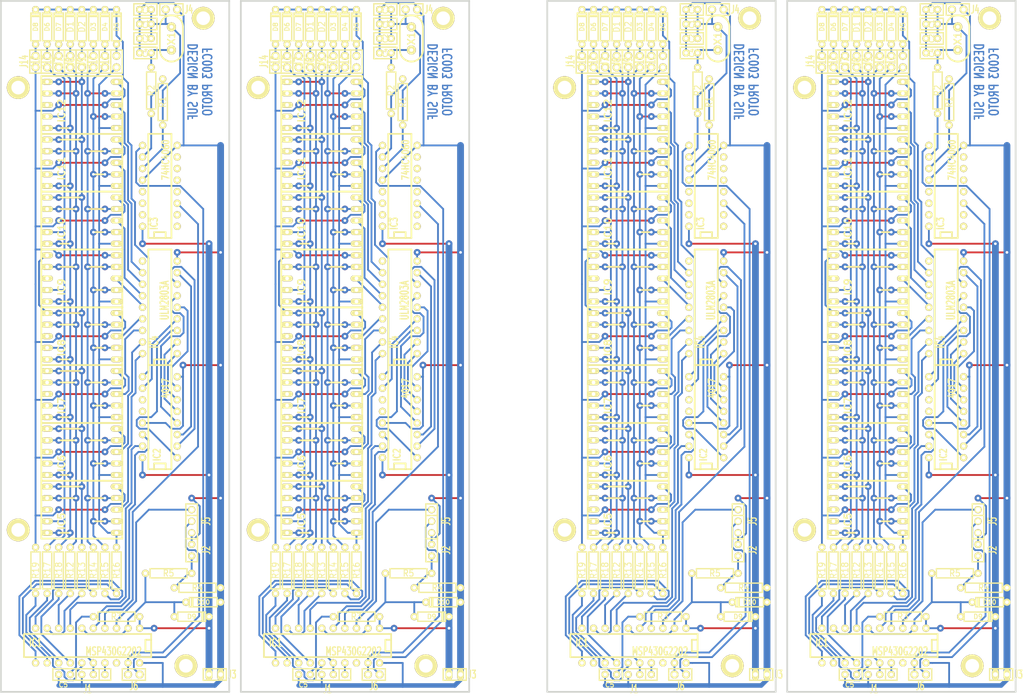
<source format=kicad_pcb>
(kicad_pcb (version 3) (host pcbnew "(2013-07-07 BZR 4022)-stable")
  (layers (15 Front signal) (0 Back signal) (18 B.Paste user) (19 F.Paste user) (20 B.SilkS user) (21 F.SilkS user) (22 B.Mask user) (23 F.Mask user) (28 Edge.Cuts user))
  (net 0 "")
  (net 1 GND)
  (net 2 N-000001)
  (net 3 N-0000011)
  (net 4 N-0000012)
  (net 5 N-0000013)
  (net 6 N-0000015)
  (net 7 N-0000016)
  (net 8 N-0000017)
  (net 9 N-0000018)
  (net 10 N-0000019)
  (net 11 N-0000020)
  (net 12 N-0000021)
  (net 13 N-0000022)
  (net 14 N-0000023)
  (net 15 N-0000026)
  (net 16 N-0000027)
  (net 17 N-0000028)
  (net 18 N-000003)
  (net 19 N-0000030)
  (net 20 N-0000032)
  (net 21 N-0000033)
  (net 22 N-0000037)
  (net 23 N-0000039)
  (net 24 N-000004)
  (net 25 N-0000041)
  (net 26 N-0000042)
  (net 27 N-0000043)
  (net 28 N-0000045)
  (net 29 N-0000046)
  (net 30 N-0000047)
  (net 31 N-0000048)
  (net 32 N-0000049)
  (net 33 N-000005)
  (net 34 N-0000050)
  (net 35 N-0000051)
  (net 36 N-0000052)
  (net 37 N-0000053)
  (net 38 N-0000054)
  (net 39 N-0000055)
  (net 40 N-0000056)
  (net 41 N-0000057)
  (net 42 N-0000058)
  (net 43 N-0000059)
  (net 44 N-000006)
  (net 45 N-0000060)
  (net 46 N-0000061)
  (net 47 N-0000062)
  (net 48 N-000007)
  (net 49 N-0000072)
  (net 50 N-0000073)
  (net 51 N-0000075)
  (net 52 N-0000076)
  (net 53 N-0000077)
  (net 54 N-000008)
  (net 55 N-000009)
  (net 56 VCC)
  (module R4-SP (layer Front) (at 144.145 154.305 90)
    (fp_text reference R19 (at 0 0 90) (layer F.SilkS) (effects (font (size 1.397 1.27) (thickness 0.2032))))
    (fp_text value 270 hide)
    (pad 1 thru_hole circle (at -5.08 0 90) (size 1.5748 1.5748) (drill 0.8001) (layers *.Cu *.Mask F.SilkS) (net 23 N-0000039))
    (pad 2 thru_hole circle (at 5.08 0 90) (size 1.5748 1.5748) (drill 0.8001) (layers *.Cu *.Mask F.SilkS) (net 19 N-0000030))
  )
  (module R4 (layer Front) (at 173.355 154.94 180)
    (fp_text reference R5 (at 0 0 180) (layer F.SilkS) (effects (font (size 1.397 1.27) (thickness 0.2032))))
    (fp_text value 10K hide)
    (pad 1 thru_hole circle (at -5.08 0 180) (size 1.6 1.6) (drill 0.8001) (layers *.Cu *.Mask F.SilkS) (net 30 N-0000047))
    (pad 2 thru_hole circle (at 5.08 0 180) (size 1.6 1.6) (drill 0.8001) (layers *.Cu *.Mask F.SilkS) (net 27 N-0000043))
  )
  (module R4 (layer Front) (at 179.705 158.115)
    (fp_text reference R4 (at 0 0) (layer F.SilkS) (effects (font (size 1.397 1.27) (thickness 0.2032))))
    (fp_text value 1M hide)
    (pad 1 thru_hole circle (at -5.08 0) (size 1.6 1.6) (drill 0.8001) (layers *.Cu *.Mask F.SilkS) (net 30 N-0000047))
    (pad 2 thru_hole circle (at 5.08 0) (size 1.6 1.6) (drill 0.8001) (layers *.Cu *.Mask F.SilkS) (net 1 GND))
  )
  (module DIP-18__300_ELL (layer Front) (at 171.45 96.52 90)
    (fp_text reference IC4 (at -7.62 -1.27 90) (layer F.SilkS) (effects (font (size 1.778 1.143) (thickness 0.3048))))
    (fp_text value ULN2803A (at 1.524 1.016 90) (layer F.SilkS) (effects (font (size 1.778 1.143) (thickness 0.3048))))
    (pad 1 thru_hole circle (at -10.16 3.81 90) (size 1.6 1.6) (drill 0.8) (layers *.Cu *.Mask F.SilkS) (net 12 N-0000021))
    (pad 2 thru_hole circle (at -7.62 3.81 90) (size 1.6 1.6) (drill 0.8) (layers *.Cu *.Mask F.SilkS) (net 11 N-0000020))
    (pad 3 thru_hole circle (at -5.08 3.81 90) (size 1.6 1.6) (drill 0.8) (layers *.Cu *.Mask F.SilkS) (net 7 N-0000016))
    (pad 4 thru_hole circle (at -2.54 3.81 90) (size 1.6 1.6) (drill 0.8) (layers *.Cu *.Mask F.SilkS) (net 14 N-0000023))
    (pad 5 thru_hole circle (at 0 3.81 90) (size 1.6 1.6) (drill 0.8) (layers *.Cu *.Mask F.SilkS) (net 13 N-0000022))
    (pad 6 thru_hole circle (at 2.54 3.81 90) (size 1.6 1.6) (drill 0.8) (layers *.Cu *.Mask F.SilkS) (net 10 N-0000019))
    (pad 7 thru_hole circle (at 5.08 3.81 90) (size 1.6 1.6) (drill 0.8) (layers *.Cu *.Mask F.SilkS) (net 8 N-0000017))
    (pad 8 thru_hole circle (at 7.62 3.81 90) (size 1.6 1.6) (drill 0.8) (layers *.Cu *.Mask F.SilkS) (net 9 N-0000018))
    (pad 9 thru_hole circle (at 10.16 3.81 90) (size 1.6 1.6) (drill 0.8) (layers *.Cu *.Mask F.SilkS) (net 1 GND))
    (pad 10 thru_hole circle (at 10.16 -3.81 90) (size 1.6 1.6) (drill 0.8) (layers *.Cu *.Mask F.SilkS))
    (pad 11 thru_hole circle (at 7.62 -3.81 90) (size 1.6 1.6) (drill 0.8) (layers *.Cu *.Mask F.SilkS) (net 18 N-000003))
    (pad 12 thru_hole circle (at 5.08 -3.81 90) (size 1.6 1.6) (drill 0.8) (layers *.Cu *.Mask F.SilkS) (net 2 N-000001))
    (pad 13 thru_hole circle (at 2.54 -3.81 90) (size 1.6 1.6) (drill 0.8) (layers *.Cu *.Mask F.SilkS) (net 24 N-000004))
    (pad 14 thru_hole circle (at 0 -3.81 90) (size 1.6 1.6) (drill 0.8) (layers *.Cu *.Mask F.SilkS) (net 17 N-0000028))
    (pad 15 thru_hole circle (at -2.54 -3.81 90) (size 1.6 1.6) (drill 0.8) (layers *.Cu *.Mask F.SilkS) (net 33 N-000005))
    (pad 16 thru_hole circle (at -5.08 -3.81 90) (size 1.6 1.6) (drill 0.8) (layers *.Cu *.Mask F.SilkS) (net 44 N-000006))
    (pad 17 thru_hole circle (at -7.62 -3.81 90) (size 1.6 1.6) (drill 0.8) (layers *.Cu *.Mask F.SilkS) (net 48 N-000007))
    (pad 18 thru_hole circle (at -10.16 -3.81 90) (size 1.6 1.6) (drill 0.8) (layers *.Cu *.Mask F.SilkS) (net 54 N-000008))
  )
  (module D3 (layer Front) (at 159.385 34.925 90)
    (fp_text reference D4 (at 0 0 90) (layer F.SilkS) (effects (font (size 1.016 1.016) (thickness 0.2032))))
    (fp_text value 1N4148 hide)
    (pad 2 thru_hole circle (at 3.81 0 90) (size 1.5748 1.5748) (drill 0.8001) (layers *.Cu *.Mask F.SilkS) (net 31 N-0000048))
    (pad 1 thru_hole circle (at -3.81 0 90) (size 1.5748 1.5748) (drill 0.8001) (layers *.Cu *.Mask F.SilkS) (net 36 N-0000052))
  )
  (module D3 (layer Front) (at 161.925 34.925 90)
    (fp_text reference D5 (at 0 0 90) (layer F.SilkS) (effects (font (size 1.016 1.016) (thickness 0.2032))))
    (fp_text value 1N4148 hide)
    (pad 2 thru_hole circle (at 3.81 0 90) (size 1.5748 1.5748) (drill 0.8001) (layers *.Cu *.Mask F.SilkS) (net 31 N-0000048))
    (pad 1 thru_hole circle (at -3.81 0 90) (size 1.5748 1.5748) (drill 0.8001) (layers *.Cu *.Mask F.SilkS) (net 40 N-0000056))
  )
  (module D3 (layer Front) (at 146.685 34.925 90)
    (fp_text reference D6 (at 0 0 90) (layer F.SilkS) (effects (font (size 1.016 1.016) (thickness 0.2032))))
    (fp_text value 1N4148 hide)
    (pad 2 thru_hole circle (at 3.81 0 90) (size 1.5748 1.5748) (drill 0.8001) (layers *.Cu *.Mask F.SilkS) (net 31 N-0000048))
    (pad 1 thru_hole circle (at -3.81 0 90) (size 1.5748 1.5748) (drill 0.8001) (layers *.Cu *.Mask F.SilkS) (net 37 N-0000053))
  )
  (module D3 (layer Front) (at 149.225 34.925 90)
    (fp_text reference D7 (at 0 0 90) (layer F.SilkS) (effects (font (size 1.016 1.016) (thickness 0.2032))))
    (fp_text value 1N4148 hide)
    (pad 2 thru_hole circle (at 3.81 0 90) (size 1.5748 1.5748) (drill 0.8001) (layers *.Cu *.Mask F.SilkS) (net 31 N-0000048))
    (pad 1 thru_hole circle (at -3.81 0 90) (size 1.5748 1.5748) (drill 0.8001) (layers *.Cu *.Mask F.SilkS) (net 38 N-0000054))
  )
  (module D3 (layer Front) (at 144.145 34.925 90)
    (fp_text reference D8 (at 0 0 90) (layer F.SilkS) (effects (font (size 1.016 1.016) (thickness 0.2032))))
    (fp_text value 1N4148 hide)
    (pad 2 thru_hole circle (at 3.81 0 90) (size 1.5748 1.5748) (drill 0.8001) (layers *.Cu *.Mask F.SilkS) (net 31 N-0000048))
    (pad 1 thru_hole circle (at -3.81 0 90) (size 1.5748 1.5748) (drill 0.8001) (layers *.Cu *.Mask F.SilkS) (net 39 N-0000055))
  )
  (module D3 (layer Front) (at 178.435 164.465)
    (fp_text reference D9 (at 0 0) (layer F.SilkS) (effects (font (size 1.016 1.016) (thickness 0.2032))))
    (fp_text value 1N4148 hide)
    (pad 2 thru_hole circle (at 3.81 0) (size 1.6 1.6) (drill 0.8001) (layers *.Cu *.Mask F.SilkS) (net 56 VCC))
    (pad 1 thru_hole circle (at -3.81 0) (size 1.6 1.6) (drill 0.8001) (layers *.Cu *.Mask F.SilkS) (net 27 N-0000043))
  )
  (module D3 (layer Front) (at 156.845 34.925 90)
    (fp_text reference D3 (at 0 0 90) (layer F.SilkS) (effects (font (size 1.016 1.016) (thickness 0.2032))))
    (fp_text value 1N4148 hide)
    (pad 2 thru_hole circle (at 3.81 0 90) (size 1.5748 1.5748) (drill 0.8001) (layers *.Cu *.Mask F.SilkS) (net 31 N-0000048))
    (pad 1 thru_hole circle (at -3.81 0 90) (size 1.5748 1.5748) (drill 0.8001) (layers *.Cu *.Mask F.SilkS) (net 35 N-0000051))
  )
  (module D3 (layer Front) (at 180.975 161.29 180)
    (fp_text reference D10 (at 0 0 180) (layer F.SilkS) (effects (font (size 1.016 1.016) (thickness 0.2032))))
    (fp_text value 1N4148 hide)
    (pad 2 thru_hole circle (at 3.81 0 180) (size 1.6 1.6) (drill 0.8001) (layers *.Cu *.Mask F.SilkS) (net 27 N-0000043))
    (pad 1 thru_hole circle (at -3.81 0 180) (size 1.6 1.6) (drill 0.8001) (layers *.Cu *.Mask F.SilkS) (net 1 GND))
  )
  (module SIL-2 (layer Front) (at 146.685 42.545 90)
    (fp_text reference J12 (at 0 -2.54 90) (layer F.SilkS) (effects (font (size 1.72974 1.08712) (thickness 0.27178))))
    (fp_text value JUMPER hide)
    (pad 1 thru_hole oval (at -1.27 0 90) (size 1.778 1.778) (drill 1) (layers *.Cu *.Mask F.SilkS) (net 6 N-0000015))
    (pad 2 thru_hole oval (at 1.27 0 90) (size 1.778 1.778) (drill 1) (layers *.Cu *.Mask F.SilkS) (net 37 N-0000053))
  )
  (module SIL-2 (layer Front) (at 161.925 42.545 90)
    (fp_text reference J11 (at 0 -2.54 90) (layer F.SilkS) (effects (font (size 1.72974 1.08712) (thickness 0.27178))))
    (fp_text value JUMPER hide)
    (pad 1 thru_hole oval (at -1.27 0 90) (size 1.778 1.778) (drill 1) (layers *.Cu *.Mask F.SilkS) (net 3 N-0000011))
    (pad 2 thru_hole oval (at 1.27 0 90) (size 1.778 1.778) (drill 1) (layers *.Cu *.Mask F.SilkS) (net 40 N-0000056))
  )
  (module SIL-2 (layer Front) (at 159.385 42.545 90)
    (fp_text reference J10 (at 0 -2.54 90) (layer F.SilkS) (effects (font (size 1.72974 1.08712) (thickness 0.27178))))
    (fp_text value JUMPER hide)
    (pad 1 thru_hole oval (at -1.27 0 90) (size 1.778 1.778) (drill 1) (layers *.Cu *.Mask F.SilkS) (net 4 N-0000012))
    (pad 2 thru_hole oval (at 1.27 0 90) (size 1.778 1.778) (drill 1) (layers *.Cu *.Mask F.SilkS) (net 36 N-0000052))
  )
  (module SIL-2 (layer Front) (at 156.845 42.545 90)
    (fp_text reference J9 (at 0 -2.54 90) (layer F.SilkS) (effects (font (size 1.72974 1.08712) (thickness 0.27178))))
    (fp_text value JUMPER hide)
    (pad 1 thru_hole oval (at -1.27 0 90) (size 1.778 1.778) (drill 1) (layers *.Cu *.Mask F.SilkS) (net 22 N-0000037))
    (pad 2 thru_hole oval (at 1.27 0 90) (size 1.778 1.778) (drill 1) (layers *.Cu *.Mask F.SilkS) (net 35 N-0000051))
  )
  (module SIL-2 (layer Front) (at 154.305 42.545 90)
    (fp_text reference J8 (at 0 -2.54 90) (layer F.SilkS) (effects (font (size 1.72974 1.08712) (thickness 0.27178))))
    (fp_text value JUMPER hide)
    (pad 1 thru_hole oval (at -1.27 0 90) (size 1.778 1.778) (drill 1) (layers *.Cu *.Mask F.SilkS) (net 5 N-0000013))
    (pad 2 thru_hole oval (at 1.27 0 90) (size 1.778 1.778) (drill 1) (layers *.Cu *.Mask F.SilkS) (net 34 N-0000050))
  )
  (module SIL-2 (layer Front) (at 151.765 42.545 90)
    (fp_text reference J7 (at 0 -2.54 90) (layer F.SilkS) (effects (font (size 1.72974 1.08712) (thickness 0.27178))))
    (fp_text value JUMPER hide)
    (pad 1 thru_hole oval (at -1.27 0 90) (size 1.778 1.778) (drill 1) (layers *.Cu *.Mask F.SilkS) (net 55 N-000009))
    (pad 2 thru_hole oval (at 1.27 0 90) (size 1.778 1.778) (drill 1) (layers *.Cu *.Mask F.SilkS) (net 32 N-0000049))
  )
  (module SIL-2 (layer Front) (at 149.225 42.545 90)
    (fp_text reference J13 (at 0 -2.54 90) (layer F.SilkS) (effects (font (size 1.72974 1.08712) (thickness 0.27178))))
    (fp_text value JUMPER hide)
    (pad 1 thru_hole oval (at -1.27 0 90) (size 1.778 1.778) (drill 1) (layers *.Cu *.Mask F.SilkS) (net 47 N-0000062))
    (pad 2 thru_hole oval (at 1.27 0 90) (size 1.778 1.778) (drill 1) (layers *.Cu *.Mask F.SilkS) (net 38 N-0000054))
  )
  (module SIL-2 (layer Front) (at 144.145 42.545 90)
    (fp_text reference J14 (at 0 -2.54 90) (layer F.SilkS) (effects (font (size 1.72974 1.08712) (thickness 0.27178))))
    (fp_text value JUMPER hide)
    (pad 1 thru_hole oval (at -1.27 0 90) (size 1.778 1.778) (drill 1) (layers *.Cu *.Mask F.SilkS) (net 19 N-0000030))
    (pad 2 thru_hole oval (at 1.27 0 90) (size 1.778 1.778) (drill 1) (layers *.Cu *.Mask F.SilkS) (net 39 N-0000055))
  )
  (module SIL-2 (layer Front) (at 165.735 177.165 180)
    (fp_text reference J6 (at 0 -2.54 180) (layer F.SilkS) (effects (font (size 1.72974 1.08712) (thickness 0.27178))))
    (fp_text value "HF SRC" hide)
    (pad 1 thru_hole circle (at -1.27 0 180) (size 1.778 1.778) (drill 1) (layers *.Cu *.Mask F.SilkS) (net 28 N-0000045))
    (pad 2 thru_hole circle (at 1.27 0 180) (size 1.778 1.778) (drill 1) (layers *.Cu *.Mask F.SilkS) (net 29 N-0000046))
  )
  (module D3 (layer Front) (at 151.765 34.925 90)
    (fp_text reference D1 (at 0 0 90) (layer F.SilkS) (effects (font (size 1.397 1.27) (thickness 0.2032))))
    (fp_text value 1N4148 hide)
    (pad 2 thru_hole circle (at 3.81 0 90) (size 1.5748 1.5748) (drill 0.8001) (layers *.Cu *.Mask F.SilkS) (net 31 N-0000048))
    (pad 1 thru_hole circle (at -3.81 0 90) (size 1.5748 1.5748) (drill 0.8001) (layers *.Cu *.Mask F.SilkS) (net 32 N-0000049))
  )
  (module D3 (layer Front) (at 154.305 34.925 90)
    (fp_text reference D2 (at 0 0 90) (layer F.SilkS) (effects (font (size 1.397 1.27) (thickness 0.2032))))
    (fp_text value 1N4148 hide)
    (pad 2 thru_hole circle (at 3.81 0 90) (size 1.5748 1.5748) (drill 0.8001) (layers *.Cu *.Mask F.SilkS) (net 31 N-0000048))
    (pad 1 thru_hole circle (at -3.81 0 90) (size 1.5748 1.5748) (drill 0.8001) (layers *.Cu *.Mask F.SilkS) (net 34 N-0000050))
  )
  (module C1 (layer Front) (at 168.275 31.115 180)
    (fp_text reference C3 (at 0 0 270) (layer F.SilkS) (effects (font (size 1.016 1.016) (thickness 0.2032))))
    (fp_text value C hide)
    (pad 1 thru_hole circle (at -1.27 0 180) (size 1.6002 1.6002) (drill 0.8001) (layers *.Cu *.Mask F.SilkS) (net 53 N-0000077))
    (pad 2 thru_hole circle (at 1.27 0 180) (size 1.6002 1.6002) (drill 0.8001) (layers *.Cu *.Mask F.SilkS) (net 1 GND))
  )
  (module C1 (layer Front) (at 168.275 34.29 180)
    (fp_text reference C1 (at 0 0 270) (layer F.SilkS) (effects (font (size 1.016 1.016) (thickness 0.2032))))
    (fp_text value C hide)
    (pad 1 thru_hole circle (at -1.27 0 180) (size 1.6002 1.6002) (drill 0.8001) (layers *.Cu *.Mask F.SilkS) (net 53 N-0000077))
    (pad 2 thru_hole circle (at 1.27 0 180) (size 1.6002 1.6002) (drill 0.8001) (layers *.Cu *.Mask F.SilkS) (net 1 GND))
  )
  (module SIL-2 (layer Front) (at 173.99 31.115 180)
    (fp_text reference J4 (at -3.81 0 180) (layer F.SilkS) (effects (font (size 1.72974 1.08712) (thickness 0.27178))))
    (fp_text value CAL hide)
    (pad 1 thru_hole circle (at -1.27 0 180) (size 1.778 1.778) (drill 1.00076) (layers *.Cu *.Mask F.SilkS) (net 1 GND))
    (pad 2 thru_hole circle (at 1.27 0 180) (size 1.778 1.778) (drill 1.00076) (layers *.Cu *.Mask F.SilkS) (net 53 N-0000077))
  )
  (module SIL-3-1 (layer Front) (at 178.435 143.51 270)
    (fp_text reference J5 (at 0 -3.175 270) (layer F.SilkS) (effects (font (size 1.7907 1.07696) (thickness 0.26924))))
    (fp_text value "EXT CLK" hide)
    (pad 1 thru_hole circle (at -2.54 0 270) (size 1.6 1.6) (drill 1.00076) (layers *.Cu *.Mask F.SilkS) (net 26 N-0000042))
    (pad 2 thru_hole circle (at 0 0 270) (size 1.6 1.6) (drill 1.00076) (layers *.Cu *.Mask F.SilkS) (net 29 N-0000046))
    (pad 3 thru_hole circle (at 2.54 0 270) (size 1.6 1.6) (drill 1.00076) (layers *.Cu *.Mask F.SilkS) (net 1 GND))
  )
  (module MNT_HOLE_3 (layer Front) (at 177.165 175.26 90)
    (fp_text reference MNT_HOLE_3 hide)
    (fp_text value Val** hide)
    (pad "" thru_hole circle (at 0 0 90) (size 5.00126 5.00126) (drill 2.99974) (layers *.Cu *.Mask F.SilkS))
  )
  (module MNT_HOLE_3 (layer Front) (at 140.335 145.415 90)
    (fp_text reference MNT_HOLE_3 hide)
    (fp_text value Val** hide)
    (pad "" thru_hole circle (at 0 0 90) (size 5.00126 5.00126) (drill 2.99974) (layers *.Cu *.Mask F.SilkS))
  )
  (module MNT_HOLE_3 (layer Front) (at 140.335 48.26 90)
    (fp_text reference MNT_HOLE_3 hide)
    (fp_text value Val** hide)
    (pad "" thru_hole circle (at 0 0 90) (size 5.00126 5.00126) (drill 2.99974) (layers *.Cu *.Mask F.SilkS))
  )
  (module MNT_HOLE_3 (layer Front) (at 180.975 33.02 90)
    (fp_text reference MNT_HOLE_3 hide)
    (fp_text value Val** hide)
    (pad "" thru_hole circle (at 0 0 90) (size 5.00126 5.00126) (drill 2.99974) (layers *.Cu *.Mask F.SilkS))
  )
  (module SIL-2 (layer Front) (at 183.515 177.165)
    (fp_text reference J3 (at 3.81 0) (layer F.SilkS) (effects (font (size 1.72974 1.08712) (thickness 0.27178))))
    (fp_text value PWR hide)
    (pad 1 thru_hole oval (at -1.27 0) (size 1.50114 2.49936) (drill 1.00076) (layers *.Cu *.Mask F.SilkS) (net 56 VCC))
    (pad 2 thru_hole oval (at 1.27 0) (size 1.50114 2.49936) (drill 1.00076) (layers *.Cu *.Mask F.SilkS) (net 1 GND))
  )
  (module SIL-2 (layer Front) (at 178.435 149.86 90)
    (fp_text reference J2 (at 0 3.175 90) (layer F.SilkS) (effects (font (size 1.72974 1.08712) (thickness 0.27178))))
    (fp_text value IN hide)
    (pad 1 thru_hole circle (at -1.27 0 90) (size 1.6 1.6) (drill 0.8001) (layers *.Cu *.Mask F.SilkS) (net 30 N-0000047))
    (pad 2 thru_hole circle (at 1.27 0 90) (size 1.6 1.6) (drill 0.8001) (layers *.Cu *.Mask F.SilkS) (net 1 GND))
  )
  (module SIL-3-1 (layer Front) (at 156.845 177.165 180)
    (fp_text reference J1 (at 1.27 -3.175 180) (layer F.SilkS) (effects (font (size 1.7907 1.07696) (thickness 0.26924))))
    (fp_text value JTAG hide)
    (pad 1 thru_hole circle (at -2.54 0 180) (size 1.6 1.6) (drill 0.8001) (layers *.Cu *.Mask F.SilkS) (net 50 N-0000073))
    (pad 2 thru_hole circle (at 0 0 180) (size 1.6 1.6) (drill 0.8001) (layers *.Cu *.Mask F.SilkS) (net 51 N-0000075))
    (pad 3 thru_hole circle (at 2.54 0 180) (size 1.6 1.6) (drill 0.8001) (layers *.Cu *.Mask F.SilkS) (net 1 GND))
  )
  (module R4-SP (layer Front) (at 151.765 154.305 90)
    (fp_text reference R12 (at 0 0 90) (layer F.SilkS) (effects (font (size 1.397 1.27) (thickness 0.2032))))
    (fp_text value 270 hide)
    (pad 1 thru_hole circle (at -5.08 0 90) (size 1.5748 1.5748) (drill 0.8001) (layers *.Cu *.Mask F.SilkS) (net 21 N-0000033))
    (pad 2 thru_hole circle (at 5.08 0 90) (size 1.5748 1.5748) (drill 0.8001) (layers *.Cu *.Mask F.SilkS) (net 55 N-000009))
  )
  (module R4-SP (layer Front) (at 154.305 154.305 90)
    (fp_text reference R13 (at 0 0 90) (layer F.SilkS) (effects (font (size 1.397 1.27) (thickness 0.2032))))
    (fp_text value 270 hide)
    (pad 1 thru_hole circle (at -5.08 0 90) (size 1.5748 1.5748) (drill 0.8001) (layers *.Cu *.Mask F.SilkS) (net 43 N-0000059))
    (pad 2 thru_hole circle (at 5.08 0 90) (size 1.5748 1.5748) (drill 0.8001) (layers *.Cu *.Mask F.SilkS) (net 5 N-0000013))
  )
  (module R4-SP (layer Front) (at 156.845 154.305 90)
    (fp_text reference R14 (at 0 0 90) (layer F.SilkS) (effects (font (size 1.397 1.27) (thickness 0.2032))))
    (fp_text value 270 hide)
    (pad 1 thru_hole circle (at -5.08 0 90) (size 1.5748 1.5748) (drill 0.8001) (layers *.Cu *.Mask F.SilkS) (net 20 N-0000032))
    (pad 2 thru_hole circle (at 5.08 0 90) (size 1.5748 1.5748) (drill 0.8001) (layers *.Cu *.Mask F.SilkS) (net 22 N-0000037))
  )
  (module R4-SP (layer Front) (at 159.385 154.305 90)
    (fp_text reference R15 (at 0 0 90) (layer F.SilkS) (effects (font (size 1.397 1.27) (thickness 0.2032))))
    (fp_text value 270 hide)
    (pad 1 thru_hole circle (at -5.08 0 90) (size 1.5748 1.5748) (drill 0.8001) (layers *.Cu *.Mask F.SilkS) (net 42 N-0000058))
    (pad 2 thru_hole circle (at 5.08 0 90) (size 1.5748 1.5748) (drill 0.8001) (layers *.Cu *.Mask F.SilkS) (net 4 N-0000012))
  )
  (module R4-SP (layer Front) (at 161.925 154.305 90)
    (fp_text reference R16 (at 0 0 90) (layer F.SilkS) (effects (font (size 1.397 1.27) (thickness 0.2032))))
    (fp_text value 270 hide)
    (pad 1 thru_hole circle (at -5.08 0 90) (size 1.5748 1.5748) (drill 0.8001) (layers *.Cu *.Mask F.SilkS) (net 52 N-0000076))
    (pad 2 thru_hole circle (at 5.08 0 90) (size 1.5748 1.5748) (drill 0.8001) (layers *.Cu *.Mask F.SilkS) (net 3 N-0000011))
  )
  (module R4-SP (layer Front) (at 146.685 154.305 90)
    (fp_text reference R17 (at 0 0 90) (layer F.SilkS) (effects (font (size 1.397 1.27) (thickness 0.2032))))
    (fp_text value 270 hide)
    (pad 1 thru_hole circle (at -5.08 0 90) (size 1.5748 1.5748) (drill 0.8001) (layers *.Cu *.Mask F.SilkS) (net 46 N-0000061))
    (pad 2 thru_hole circle (at 5.08 0 90) (size 1.5748 1.5748) (drill 0.8001) (layers *.Cu *.Mask F.SilkS) (net 6 N-0000015))
  )
  (module R4-SP (layer Front) (at 149.225 154.305 90)
    (fp_text reference R18 (at 0 0 90) (layer F.SilkS) (effects (font (size 1.397 1.27) (thickness 0.2032))))
    (fp_text value 270 hide)
    (pad 1 thru_hole circle (at -5.08 0 90) (size 1.5748 1.5748) (drill 0.8001) (layers *.Cu *.Mask F.SilkS) (net 25 N-0000041))
    (pad 2 thru_hole circle (at 5.08 0 90) (size 1.5748 1.5748) (drill 0.8001) (layers *.Cu *.Mask F.SilkS) (net 47 N-0000062))
  )
  (module R4-SP (layer Front) (at 161.925 164.465 180)
    (fp_text reference R3 (at 0 0 180) (layer F.SilkS) (effects (font (size 1.397 1.27) (thickness 0.2032))))
    (fp_text value 47K hide)
    (pad 1 thru_hole circle (at -5.08 0 180) (size 1.5748 1.5748) (drill 0.8001) (layers *.Cu *.Mask F.SilkS) (net 56 VCC))
    (pad 2 thru_hole circle (at 5.08 0 180) (size 1.6002 1.6002) (drill 0.8001) (layers *.Cu *.Mask F.SilkS) (net 51 N-0000075))
  )
  (module R4-SP (layer Front) (at 169.545 48.895 90)
    (fp_text reference R2 (at 0 0 90) (layer F.SilkS) (effects (font (size 1.397 1.27) (thickness 0.2032))))
    (fp_text value 2K2 hide)
    (pad 1 thru_hole circle (at -5.08 0 90) (size 1.5748 1.5748) (drill 0.8001) (layers *.Cu *.Mask F.SilkS) (net 45 N-0000060))
    (pad 2 thru_hole circle (at 5.08 0 90) (size 1.5748 1.5748) (drill 0.8001) (layers *.Cu *.Mask F.SilkS) (net 49 N-0000072))
  )
  (module R4-SP (layer Front) (at 172.085 51.435 90)
    (fp_text reference R1 (at 0 0 90) (layer F.SilkS) (effects (font (size 1.397 1.27) (thickness 0.2032))))
    (fp_text value 4M7 hide)
    (pad 1 thru_hole circle (at -5.08 0 90) (size 1.5748 1.5748) (drill 0.8001) (layers *.Cu *.Mask F.SilkS) (net 53 N-0000077))
    (pad 2 thru_hole circle (at 5.08 0 90) (size 1.5748 1.5748) (drill 0.8001) (layers *.Cu *.Mask F.SilkS) (net 45 N-0000060))
  )
  (module C1 (layer Front) (at 150.495 177.165 180)
    (fp_text reference C5 (at 0.254 -2.286 180) (layer F.SilkS) (effects (font (size 1.016 1.016) (thickness 0.2032))))
    (fp_text value 1nF hide)
    (pad 1 thru_hole circle (at -1.27 0 180) (size 1.6 1.6) (drill 0.8001) (layers *.Cu *.Mask F.SilkS) (net 51 N-0000075))
    (pad 2 thru_hole circle (at 1.27 0 180) (size 1.6 1.6) (drill 0.8001) (layers *.Cu *.Mask F.SilkS) (net 1 GND))
  )
  (module DIP-16__300_ELL (layer Front) (at 171.45 120.65 90)
    (fp_text reference IC2 (at -8.255 -0.635 90) (layer F.SilkS) (effects (font (size 1.524 1.143) (thickness 0.28702))))
    (fp_text value 4017 (at 6.35 1.27 90) (layer F.SilkS) (effects (font (size 1.524 1.143) (thickness 0.28702))))
    (pad 1 thru_hole circle (at -8.89 3.81 90) (size 1.6002 1.6002) (drill 0.8001) (layers *.Cu *.Mask F.SilkS) (net 7 N-0000016))
    (pad 2 thru_hole oval (at -6.35 3.81 90) (size 1.6002 1.6002) (drill 0.8001) (layers *.Cu *.Mask F.SilkS) (net 8 N-0000017))
    (pad 3 thru_hole oval (at -3.81 3.81 90) (size 1.6002 1.6002) (drill 0.8001) (layers *.Cu *.Mask F.SilkS) (net 9 N-0000018))
    (pad 4 thru_hole oval (at -1.27 3.81 90) (size 1.6002 1.6002) (drill 0.8001) (layers *.Cu *.Mask F.SilkS) (net 10 N-0000019))
    (pad 5 thru_hole oval (at 1.27 3.81 90) (size 1.6002 1.6002) (drill 0.8001) (layers *.Cu *.Mask F.SilkS) (net 11 N-0000020))
    (pad 6 thru_hole oval (at 3.81 3.81 90) (size 1.6002 1.6002) (drill 0.8001) (layers *.Cu *.Mask F.SilkS) (net 12 N-0000021))
    (pad 7 thru_hole oval (at 6.35 3.81 90) (size 1.6002 1.6002) (drill 0.8001) (layers *.Cu *.Mask F.SilkS) (net 13 N-0000022))
    (pad 8 thru_hole oval (at 8.89 3.81 90) (size 1.6002 1.6002) (drill 0.8001) (layers *.Cu *.Mask F.SilkS) (net 1 GND))
    (pad 9 thru_hole oval (at 8.89 -3.81 90) (size 1.6002 1.6002) (drill 0.8001) (layers *.Cu *.Mask F.SilkS) (net 31 N-0000048))
    (pad 10 thru_hole oval (at 6.35 -3.81 90) (size 1.6002 1.6002) (drill 0.8001) (layers *.Cu *.Mask F.SilkS) (net 14 N-0000023))
    (pad 11 thru_hole oval (at 3.81 -3.81 90) (size 1.6002 1.6002) (drill 0.8001) (layers *.Cu *.Mask F.SilkS))
    (pad 12 thru_hole oval (at 1.27 -3.81 90) (size 1.6002 1.6002) (drill 0.8001) (layers *.Cu *.Mask F.SilkS))
    (pad 13 thru_hole oval (at -1.27 -3.81 90) (size 1.6002 1.6002) (drill 0.8001) (layers *.Cu *.Mask F.SilkS) (net 1 GND))
    (pad 14 thru_hole oval (at -3.81 -3.81 90) (size 1.6002 1.6002) (drill 0.8001) (layers *.Cu *.Mask F.SilkS) (net 15 N-0000026))
    (pad 15 thru_hole oval (at -6.35 -3.81 90) (size 1.6002 1.6002) (drill 0.8001) (layers *.Cu *.Mask F.SilkS) (net 16 N-0000027))
    (pad 16 thru_hole oval (at -8.89 -3.81 90) (size 1.6002 1.6002) (drill 0.8001) (layers *.Cu *.Mask F.SilkS) (net 56 VCC))
  )
  (module DIP-16__300_ELL (layer Front) (at 171.45 69.85 90)
    (fp_text reference IC3 (at -8.255 -1.27 90) (layer F.SilkS) (effects (font (size 1.524 1.143) (thickness 0.28702))))
    (fp_text value 74HC4060 (at 5.715 1.27 90) (layer F.SilkS) (effects (font (size 1.524 1.143) (thickness 0.28702))))
    (pad 1 thru_hole oval (at -8.89 3.81 90) (size 1.6002 1.6002) (drill 0.8001) (layers *.Cu *.Mask F.SilkS))
    (pad 2 thru_hole oval (at -6.35 3.81 90) (size 1.6002 1.6002) (drill 0.8001) (layers *.Cu *.Mask F.SilkS))
    (pad 3 thru_hole oval (at -3.81 3.81 90) (size 1.6002 1.6002) (drill 0.8001) (layers *.Cu *.Mask F.SilkS) (net 41 N-0000057))
    (pad 4 thru_hole oval (at -1.27 3.81 90) (size 1.6002 1.6002) (drill 0.8001) (layers *.Cu *.Mask F.SilkS))
    (pad 5 thru_hole oval (at 1.27 3.81 90) (size 1.6002 1.6002) (drill 0.8001) (layers *.Cu *.Mask F.SilkS))
    (pad 6 thru_hole oval (at 3.81 3.81 90) (size 1.6002 1.6002) (drill 0.8001) (layers *.Cu *.Mask F.SilkS))
    (pad 7 thru_hole oval (at 6.35 3.81 90) (size 1.6002 1.6002) (drill 0.8001) (layers *.Cu *.Mask F.SilkS))
    (pad 8 thru_hole oval (at 8.89 3.81 90) (size 1.6002 1.6002) (drill 0.8001) (layers *.Cu *.Mask F.SilkS) (net 1 GND))
    (pad 9 thru_hole oval (at 8.89 -3.81 90) (size 1.6002 1.6002) (drill 0.8001) (layers *.Cu *.Mask F.SilkS) (net 28 N-0000045))
    (pad 10 thru_hole oval (at 6.35 -3.81 90) (size 1.6002 1.6002) (drill 0.8001) (layers *.Cu *.Mask F.SilkS) (net 45 N-0000060))
    (pad 11 thru_hole oval (at 3.81 -3.81 90) (size 1.6002 1.6002) (drill 0.8001) (layers *.Cu *.Mask F.SilkS) (net 53 N-0000077))
    (pad 12 thru_hole oval (at 1.27 -3.81 90) (size 1.6002 1.6002) (drill 0.8001) (layers *.Cu *.Mask F.SilkS) (net 1 GND))
    (pad 13 thru_hole oval (at -1.27 -3.81 90) (size 1.6002 1.6002) (drill 0.8001) (layers *.Cu *.Mask F.SilkS))
    (pad 14 thru_hole oval (at -3.81 -3.81 90) (size 1.6002 1.6002) (drill 0.8001) (layers *.Cu *.Mask F.SilkS))
    (pad 15 thru_hole oval (at -6.35 -3.81 90) (size 1.6002 1.6002) (drill 0.8001) (layers *.Cu *.Mask F.SilkS))
    (pad 16 thru_hole oval (at -8.89 -3.81 90) (size 1.6002 1.6002) (drill 0.8001) (layers *.Cu *.Mask F.SilkS) (net 56 VCC))
  )
  (module DIP-20__300_ELL (layer Front) (at 155.575 170.815 180)
    (fp_text reference IC1 (at 11.43 0.635 180) (layer F.SilkS) (effects (font (size 1.778 1.143) (thickness 0.28702))))
    (fp_text value MSP430G2202 (at -5.715 -1.27 180) (layer F.SilkS) (effects (font (size 1.778 1.143) (thickness 0.28702))))
    (pad 1 thru_hole circle (at -11.43 3.81 180) (size 1.6002 1.6002) (drill 0.8001) (layers *.Cu *.Mask F.SilkS) (net 56 VCC))
    (pad 2 thru_hole circle (at -8.89 3.81 180) (size 1.6002 1.6002) (drill 0.8001) (layers *.Cu *.Mask F.SilkS) (net 27 N-0000043))
    (pad 3 thru_hole circle (at -6.35 3.81 180) (size 1.6002 1.6002) (drill 0.8001) (layers *.Cu *.Mask F.SilkS) (net 26 N-0000042))
    (pad 4 thru_hole circle (at -3.81 3.81 180) (size 1.6002 1.6002) (drill 0.8001) (layers *.Cu *.Mask F.SilkS) (net 41 N-0000057))
    (pad 5 thru_hole circle (at -1.27 3.81 180) (size 1.6002 1.6002) (drill 0.8001) (layers *.Cu *.Mask F.SilkS) (net 15 N-0000026))
    (pad 6 thru_hole circle (at 1.27 3.81 180) (size 1.6002 1.6002) (drill 0.8001) (layers *.Cu *.Mask F.SilkS) (net 27 N-0000043))
    (pad 7 thru_hole circle (at 3.81 3.81 180) (size 1.6002 1.6002) (drill 0.8001) (layers *.Cu *.Mask F.SilkS) (net 16 N-0000027))
    (pad 8 thru_hole circle (at 6.35 3.81 180) (size 1.6002 1.6002) (drill 0.8001) (layers *.Cu *.Mask F.SilkS) (net 21 N-0000033))
    (pad 9 thru_hole circle (at 8.89 3.81 180) (size 1.6002 1.6002) (drill 0.8001) (layers *.Cu *.Mask F.SilkS) (net 43 N-0000059))
    (pad 10 thru_hole circle (at 11.43 3.81 180) (size 1.6002 1.6002) (drill 0.8001) (layers *.Cu *.Mask F.SilkS) (net 20 N-0000032))
    (pad 11 thru_hole circle (at 11.43 -3.81 180) (size 1.6002 1.6002) (drill 0.8001) (layers *.Cu *.Mask F.SilkS) (net 42 N-0000058))
    (pad 12 thru_hole circle (at 8.89 -3.81 180) (size 1.6002 1.6002) (drill 0.8001) (layers *.Cu *.Mask F.SilkS) (net 52 N-0000076))
    (pad 13 thru_hole circle (at 6.35 -3.81 180) (size 1.6002 1.6002) (drill 0.8001) (layers *.Cu *.Mask F.SilkS) (net 46 N-0000061))
    (pad 14 thru_hole circle (at 3.81 -3.81 180) (size 1.6002 1.6002) (drill 0.8001) (layers *.Cu *.Mask F.SilkS) (net 25 N-0000041))
    (pad 15 thru_hole circle (at 1.27 -3.81 180) (size 1.6002 1.6002) (drill 0.8001) (layers *.Cu *.Mask F.SilkS) (net 23 N-0000039))
    (pad 16 thru_hole circle (at -1.27 -3.81 180) (size 1.6002 1.6002) (drill 0.8001) (layers *.Cu *.Mask F.SilkS) (net 51 N-0000075))
    (pad 17 thru_hole circle (at -3.81 -3.81 180) (size 1.6002 1.6002) (drill 0.8001) (layers *.Cu *.Mask F.SilkS) (net 50 N-0000073))
    (pad 18 thru_hole circle (at -6.35 -3.81 180) (size 1.6002 1.6002) (drill 0.8001) (layers *.Cu *.Mask F.SilkS))
    (pad 19 thru_hole circle (at -8.89 -3.81 180) (size 1.6002 1.6002) (drill 0.8001) (layers *.Cu *.Mask F.SilkS) (net 29 N-0000046))
    (pad 20 thru_hole circle (at -11.43 -3.81 180) (size 1.6002 1.6002) (drill 0.8001) (layers *.Cu *.Mask F.SilkS) (net 1 GND))
  )
  (module C1 (layer Front) (at 168.275 40.64 180)
    (fp_text reference C4 (at 0 0 270) (layer F.SilkS) (effects (font (size 1.016 1.016) (thickness 0.2032))))
    (fp_text value 82pF hide)
    (pad 1 thru_hole circle (at -1.27 0 180) (size 1.6002 1.6002) (drill 0.8001) (layers *.Cu *.Mask F.SilkS) (net 49 N-0000072))
    (pad 2 thru_hole circle (at 1.27 0 180) (size 1.6002 1.6002) (drill 0.8001) (layers *.Cu *.Mask F.SilkS) (net 1 GND))
  )
  (module C1 (layer Front) (at 168.275 37.465 180)
    (fp_text reference C2 (at 0 0 270) (layer F.SilkS) (effects (font (size 1.016 1.016) (thickness 0.2032))))
    (fp_text value C hide)
    (pad 1 thru_hole circle (at -1.27 0 180) (size 1.6002 1.6002) (drill 0.8001) (layers *.Cu *.Mask F.SilkS) (net 53 N-0000077))
    (pad 2 thru_hole circle (at 1.27 0 180) (size 1.6002 1.6002) (drill 0.8001) (layers *.Cu *.Mask F.SilkS) (net 1 GND))
  )
  (module Kingbright_SC52-11 (layer Front) (at 154.305 140.97 90)
    (fp_text reference IC5 (at -2.54 -4.445 90) (layer F.SilkS) (effects (font (size 1.524 1.524) (thickness 0.3048))))
    (fp_text value SC52-11 hide)
    (pad 1 thru_hole oval (at -5.08 7.62 90) (size 1.27 2.54) (drill 0.8001) (layers *.Cu *.Mask F.SilkS) (net 3 N-0000011))
    (pad 2 thru_hole oval (at -2.54 7.62 90) (size 1.27 2.54) (drill 0.8001) (layers *.Cu *.Mask F.SilkS) (net 4 N-0000012))
    (pad 3 thru_hole oval (at 0 7.62 90) (size 1.27 2.54) (drill 0.8001) (layers *.Cu *.Mask F.SilkS) (net 54 N-000008))
    (pad 4 thru_hole oval (at 2.54 7.62 90) (size 1.27 2.54) (drill 0.8001) (layers *.Cu *.Mask F.SilkS) (net 22 N-0000037))
    (pad 5 thru_hole oval (at 5.08 7.62 90) (size 1.27 2.54) (drill 0.8001) (layers *.Cu *.Mask F.SilkS) (net 19 N-0000030))
    (pad 6 thru_hole oval (at 5.08 -7.62 90) (size 1.27 2.54) (drill 0.8001) (layers *.Cu *.Mask F.SilkS) (net 5 N-0000013))
    (pad 7 thru_hole oval (at 2.54 -7.62 90) (size 1.27 2.54) (drill 0.8001) (layers *.Cu *.Mask F.SilkS) (net 55 N-000009))
    (pad 8 thru_hole oval (at 0 -7.62 90) (size 1.27 2.54) (drill 0.8001) (layers *.Cu *.Mask F.SilkS))
    (pad 9 thru_hole oval (at -2.54 -7.62 90) (size 1.27 2.54) (drill 0.8001) (layers *.Cu *.Mask F.SilkS) (net 6 N-0000015))
    (pad 10 thru_hole oval (at -5.08 -7.62 90) (size 1.27 2.54) (drill 0.8001) (layers *.Cu *.Mask F.SilkS) (net 47 N-0000062))
  )
  (module Kingbright_SC52-11 (layer Front) (at 154.305 128.27 90)
    (fp_text reference IC6 (at -2.54 -4.445 90) (layer F.SilkS) (effects (font (size 1.524 1.524) (thickness 0.3048))))
    (fp_text value SC52-11 hide)
    (pad 1 thru_hole oval (at -5.08 7.62 90) (size 1.27 2.54) (drill 0.8001) (layers *.Cu *.Mask F.SilkS) (net 3 N-0000011))
    (pad 2 thru_hole oval (at -2.54 7.62 90) (size 1.27 2.54) (drill 0.8001) (layers *.Cu *.Mask F.SilkS) (net 4 N-0000012))
    (pad 3 thru_hole oval (at 0 7.62 90) (size 1.27 2.54) (drill 0.8001) (layers *.Cu *.Mask F.SilkS) (net 48 N-000007))
    (pad 4 thru_hole oval (at 2.54 7.62 90) (size 1.27 2.54) (drill 0.8001) (layers *.Cu *.Mask F.SilkS) (net 22 N-0000037))
    (pad 5 thru_hole oval (at 5.08 7.62 90) (size 1.27 2.54) (drill 0.8001) (layers *.Cu *.Mask F.SilkS) (net 19 N-0000030))
    (pad 6 thru_hole oval (at 5.08 -7.62 90) (size 1.27 2.54) (drill 0.8001) (layers *.Cu *.Mask F.SilkS) (net 5 N-0000013))
    (pad 7 thru_hole oval (at 2.54 -7.62 90) (size 1.27 2.54) (drill 0.8001) (layers *.Cu *.Mask F.SilkS) (net 55 N-000009))
    (pad 8 thru_hole oval (at 0 -7.62 90) (size 1.27 2.54) (drill 0.8001) (layers *.Cu *.Mask F.SilkS))
    (pad 9 thru_hole oval (at -2.54 -7.62 90) (size 1.27 2.54) (drill 0.8001) (layers *.Cu *.Mask F.SilkS) (net 6 N-0000015))
    (pad 10 thru_hole oval (at -5.08 -7.62 90) (size 1.27 2.54) (drill 0.8001) (layers *.Cu *.Mask F.SilkS) (net 47 N-0000062))
  )
  (module Kingbright_SC52-11 (layer Front) (at 154.305 115.57 90)
    (fp_text reference IC7 (at -2.54 -4.445 90) (layer F.SilkS) (effects (font (size 1.524 1.524) (thickness 0.3048))))
    (fp_text value SC52-11 hide)
    (pad 1 thru_hole oval (at -5.08 7.62 90) (size 1.27 2.54) (drill 0.8001) (layers *.Cu *.Mask F.SilkS) (net 3 N-0000011))
    (pad 2 thru_hole oval (at -2.54 7.62 90) (size 1.27 2.54) (drill 0.8001) (layers *.Cu *.Mask F.SilkS) (net 4 N-0000012))
    (pad 3 thru_hole oval (at 0 7.62 90) (size 1.27 2.54) (drill 0.8001) (layers *.Cu *.Mask F.SilkS) (net 44 N-000006))
    (pad 4 thru_hole oval (at 2.54 7.62 90) (size 1.27 2.54) (drill 0.8001) (layers *.Cu *.Mask F.SilkS) (net 22 N-0000037))
    (pad 5 thru_hole oval (at 5.08 7.62 90) (size 1.27 2.54) (drill 0.8001) (layers *.Cu *.Mask F.SilkS) (net 19 N-0000030))
    (pad 6 thru_hole oval (at 5.08 -7.62 90) (size 1.27 2.54) (drill 0.8001) (layers *.Cu *.Mask F.SilkS) (net 5 N-0000013))
    (pad 7 thru_hole oval (at 2.54 -7.62 90) (size 1.27 2.54) (drill 0.8001) (layers *.Cu *.Mask F.SilkS) (net 55 N-000009))
    (pad 8 thru_hole oval (at 0 -7.62 90) (size 1.27 2.54) (drill 0.8001) (layers *.Cu *.Mask F.SilkS))
    (pad 9 thru_hole oval (at -2.54 -7.62 90) (size 1.27 2.54) (drill 0.8001) (layers *.Cu *.Mask F.SilkS) (net 6 N-0000015))
    (pad 10 thru_hole oval (at -5.08 -7.62 90) (size 1.27 2.54) (drill 0.8001) (layers *.Cu *.Mask F.SilkS) (net 47 N-0000062))
  )
  (module Kingbright_SC52-11 (layer Front) (at 154.305 102.87 90)
    (fp_text reference IC8 (at -2.54 -4.445 90) (layer F.SilkS) (effects (font (size 1.524 1.524) (thickness 0.3048))))
    (fp_text value SC52-11 hide)
    (pad 1 thru_hole oval (at -5.08 7.62 90) (size 1.27 2.54) (drill 0.8001) (layers *.Cu *.Mask F.SilkS) (net 3 N-0000011))
    (pad 2 thru_hole oval (at -2.54 7.62 90) (size 1.27 2.54) (drill 0.8001) (layers *.Cu *.Mask F.SilkS) (net 4 N-0000012))
    (pad 3 thru_hole oval (at 0 7.62 90) (size 1.27 2.54) (drill 0.8001) (layers *.Cu *.Mask F.SilkS) (net 33 N-000005))
    (pad 4 thru_hole oval (at 2.54 7.62 90) (size 1.27 2.54) (drill 0.8001) (layers *.Cu *.Mask F.SilkS) (net 22 N-0000037))
    (pad 5 thru_hole oval (at 5.08 7.62 90) (size 1.27 2.54) (drill 0.8001) (layers *.Cu *.Mask F.SilkS) (net 19 N-0000030))
    (pad 6 thru_hole oval (at 5.08 -7.62 90) (size 1.27 2.54) (drill 0.8001) (layers *.Cu *.Mask F.SilkS) (net 5 N-0000013))
    (pad 7 thru_hole oval (at 2.54 -7.62 90) (size 1.27 2.54) (drill 0.8001) (layers *.Cu *.Mask F.SilkS) (net 55 N-000009))
    (pad 8 thru_hole oval (at 0 -7.62 90) (size 1.27 2.54) (drill 0.8001) (layers *.Cu *.Mask F.SilkS))
    (pad 9 thru_hole oval (at -2.54 -7.62 90) (size 1.27 2.54) (drill 0.8001) (layers *.Cu *.Mask F.SilkS) (net 6 N-0000015))
    (pad 10 thru_hole oval (at -5.08 -7.62 90) (size 1.27 2.54) (drill 0.8001) (layers *.Cu *.Mask F.SilkS) (net 47 N-0000062))
  )
  (module Kingbright_SC52-11 (layer Front) (at 154.305 90.17 90)
    (fp_text reference IC9 (at -1.905 -4.445 90) (layer F.SilkS) (effects (font (size 1.524 1.524) (thickness 0.3048))))
    (fp_text value SC52-11 hide)
    (pad 1 thru_hole oval (at -5.08 7.62 90) (size 1.27 2.54) (drill 0.8001) (layers *.Cu *.Mask F.SilkS) (net 3 N-0000011))
    (pad 2 thru_hole oval (at -2.54 7.62 90) (size 1.27 2.54) (drill 0.8001) (layers *.Cu *.Mask F.SilkS) (net 4 N-0000012))
    (pad 3 thru_hole oval (at 0 7.62 90) (size 1.27 2.54) (drill 0.8001) (layers *.Cu *.Mask F.SilkS) (net 17 N-0000028))
    (pad 4 thru_hole oval (at 2.54 7.62 90) (size 1.27 2.54) (drill 0.8001) (layers *.Cu *.Mask F.SilkS) (net 22 N-0000037))
    (pad 5 thru_hole oval (at 5.08 7.62 90) (size 1.27 2.54) (drill 0.8001) (layers *.Cu *.Mask F.SilkS) (net 19 N-0000030))
    (pad 6 thru_hole oval (at 5.08 -7.62 90) (size 1.27 2.54) (drill 0.8001) (layers *.Cu *.Mask F.SilkS) (net 5 N-0000013))
    (pad 7 thru_hole oval (at 2.54 -7.62 90) (size 1.27 2.54) (drill 0.8001) (layers *.Cu *.Mask F.SilkS) (net 55 N-000009))
    (pad 8 thru_hole oval (at 0 -7.62 90) (size 1.27 2.54) (drill 0.8001) (layers *.Cu *.Mask F.SilkS))
    (pad 9 thru_hole oval (at -2.54 -7.62 90) (size 1.27 2.54) (drill 0.8001) (layers *.Cu *.Mask F.SilkS) (net 6 N-0000015))
    (pad 10 thru_hole oval (at -5.08 -7.62 90) (size 1.27 2.54) (drill 0.8001) (layers *.Cu *.Mask F.SilkS) (net 47 N-0000062))
  )
  (module Kingbright_SC52-11 (layer Front) (at 154.305 77.47 90)
    (fp_text reference IC10 (at -1.905 -4.445 90) (layer F.SilkS) (effects (font (size 1.524 1.524) (thickness 0.3048))))
    (fp_text value SC52-11 hide)
    (pad 1 thru_hole oval (at -5.08 7.62 90) (size 1.27 2.54) (drill 0.8001) (layers *.Cu *.Mask F.SilkS) (net 3 N-0000011))
    (pad 2 thru_hole oval (at -2.54 7.62 90) (size 1.27 2.54) (drill 0.8001) (layers *.Cu *.Mask F.SilkS) (net 4 N-0000012))
    (pad 3 thru_hole oval (at 0 7.62 90) (size 1.27 2.54) (drill 0.8001) (layers *.Cu *.Mask F.SilkS) (net 24 N-000004))
    (pad 4 thru_hole oval (at 2.54 7.62 90) (size 1.27 2.54) (drill 0.8001) (layers *.Cu *.Mask F.SilkS) (net 22 N-0000037))
    (pad 5 thru_hole oval (at 5.08 7.62 90) (size 1.27 2.54) (drill 0.8001) (layers *.Cu *.Mask F.SilkS) (net 19 N-0000030))
    (pad 6 thru_hole oval (at 5.08 -7.62 90) (size 1.27 2.54) (drill 0.8001) (layers *.Cu *.Mask F.SilkS) (net 5 N-0000013))
    (pad 7 thru_hole oval (at 2.54 -7.62 90) (size 1.27 2.54) (drill 0.8001) (layers *.Cu *.Mask F.SilkS) (net 55 N-000009))
    (pad 8 thru_hole oval (at 0 -7.62 90) (size 1.27 2.54) (drill 0.8001) (layers *.Cu *.Mask F.SilkS))
    (pad 9 thru_hole oval (at -2.54 -7.62 90) (size 1.27 2.54) (drill 0.8001) (layers *.Cu *.Mask F.SilkS) (net 6 N-0000015))
    (pad 10 thru_hole oval (at -5.08 -7.62 90) (size 1.27 2.54) (drill 0.8001) (layers *.Cu *.Mask F.SilkS) (net 47 N-0000062))
  )
  (module Kingbright_SC52-11 (layer Front) (at 154.305 64.77 90)
    (fp_text reference IC11 (at -1.27 -4.445 90) (layer F.SilkS) (effects (font (size 1.524 1.524) (thickness 0.3048))))
    (fp_text value SC52-11 hide)
    (pad 1 thru_hole oval (at -5.08 7.62 90) (size 1.27 2.54) (drill 0.8001) (layers *.Cu *.Mask F.SilkS) (net 3 N-0000011))
    (pad 2 thru_hole oval (at -2.54 7.62 90) (size 1.27 2.54) (drill 0.8001) (layers *.Cu *.Mask F.SilkS) (net 4 N-0000012))
    (pad 3 thru_hole oval (at 0 7.62 90) (size 1.27 2.54) (drill 0.8001) (layers *.Cu *.Mask F.SilkS) (net 2 N-000001))
    (pad 4 thru_hole oval (at 2.54 7.62 90) (size 1.27 2.54) (drill 0.8001) (layers *.Cu *.Mask F.SilkS) (net 22 N-0000037))
    (pad 5 thru_hole oval (at 5.08 7.62 90) (size 1.27 2.54) (drill 0.8001) (layers *.Cu *.Mask F.SilkS) (net 19 N-0000030))
    (pad 6 thru_hole oval (at 5.08 -7.62 90) (size 1.27 2.54) (drill 0.8001) (layers *.Cu *.Mask F.SilkS) (net 5 N-0000013))
    (pad 7 thru_hole oval (at 2.54 -7.62 90) (size 1.27 2.54) (drill 0.8001) (layers *.Cu *.Mask F.SilkS) (net 55 N-000009))
    (pad 8 thru_hole oval (at 0 -7.62 90) (size 1.27 2.54) (drill 0.8001) (layers *.Cu *.Mask F.SilkS))
    (pad 9 thru_hole oval (at -2.54 -7.62 90) (size 1.27 2.54) (drill 0.8001) (layers *.Cu *.Mask F.SilkS) (net 6 N-0000015))
    (pad 10 thru_hole oval (at -5.08 -7.62 90) (size 1.27 2.54) (drill 0.8001) (layers *.Cu *.Mask F.SilkS) (net 47 N-0000062))
  )
  (module Kingbright_SC52-11 (layer Front) (at 154.305 52.07 90)
    (fp_text reference IC12 (at -1.27 -4.445 90) (layer F.SilkS) (effects (font (size 1.524 1.524) (thickness 0.3048))))
    (fp_text value SC52-11 hide)
    (pad 1 thru_hole oval (at -5.08 7.62 90) (size 1.27 2.54) (drill 0.8001) (layers *.Cu *.Mask F.SilkS) (net 3 N-0000011))
    (pad 2 thru_hole oval (at -2.54 7.62 90) (size 1.27 2.54) (drill 0.8001) (layers *.Cu *.Mask F.SilkS) (net 4 N-0000012))
    (pad 3 thru_hole oval (at 0 7.62 90) (size 1.27 2.54) (drill 0.8001) (layers *.Cu *.Mask F.SilkS) (net 18 N-000003))
    (pad 4 thru_hole oval (at 2.54 7.62 90) (size 1.27 2.54) (drill 0.8001) (layers *.Cu *.Mask F.SilkS) (net 22 N-0000037))
    (pad 5 thru_hole oval (at 5.08 7.62 90) (size 1.27 2.54) (drill 0.8001) (layers *.Cu *.Mask F.SilkS) (net 19 N-0000030))
    (pad 6 thru_hole oval (at 5.08 -7.62 90) (size 1.27 2.54) (drill 0.8001) (layers *.Cu *.Mask F.SilkS) (net 5 N-0000013))
    (pad 7 thru_hole oval (at 2.54 -7.62 90) (size 1.27 2.54) (drill 0.8001) (layers *.Cu *.Mask F.SilkS) (net 55 N-000009))
    (pad 8 thru_hole oval (at 0 -7.62 90) (size 1.27 2.54) (drill 0.8001) (layers *.Cu *.Mask F.SilkS))
    (pad 9 thru_hole oval (at -2.54 -7.62 90) (size 1.27 2.54) (drill 0.8001) (layers *.Cu *.Mask F.SilkS) (net 6 N-0000015))
    (pad 10 thru_hole oval (at -5.08 -7.62 90) (size 1.27 2.54) (drill 0.8001) (layers *.Cu *.Mask F.SilkS) (net 47 N-0000062))
  )
  (module XTAL_MHz (layer Front) (at 173.99 37.465 270)
    (fp_text reference X1 (at 0 0 270) (layer F.SilkS) (effects (font (size 1.524 1.524) (thickness 0.3048))))
    (fp_text value 4.194304MHz hide)
    (pad 2 thru_hole circle (at 2.54 0 270) (size 1.99898 1.99898) (drill 0.8001) (layers *.Cu *.Mask F.SilkS) (net 49 N-0000072))
    (pad 1 thru_hole circle (at -2.54 0 270) (size 1.99898 1.99898) (drill 0.8001) (layers *.Cu *.Mask F.SilkS) (net 53 N-0000077))
  )
  (module XTAL_MHz (layer Front) (at 226.695 37.465 270)
    (fp_text reference X1 (at 0 0 270) (layer F.SilkS) (effects (font (size 1.524 1.524) (thickness 0.3048))))
    (fp_text value 4.194304MHz hide)
    (pad 2 thru_hole circle (at 2.54 0 270) (size 1.99898 1.99898) (drill 0.8001) (layers *.Cu *.Mask F.SilkS) (net 49 N-0000072))
    (pad 1 thru_hole circle (at -2.54 0 270) (size 1.99898 1.99898) (drill 0.8001) (layers *.Cu *.Mask F.SilkS) (net 53 N-0000077))
  )
  (module Kingbright_SC52-11 (layer Front) (at 207.01 52.07 90)
    (fp_text reference IC12 (at -1.27 -4.445 90) (layer F.SilkS) (effects (font (size 1.524 1.524) (thickness 0.3048))))
    (fp_text value SC52-11 hide)
    (pad 1 thru_hole oval (at -5.08 7.62 90) (size 1.27 2.54) (drill 0.8001) (layers *.Cu *.Mask F.SilkS) (net 3 N-0000011))
    (pad 2 thru_hole oval (at -2.54 7.62 90) (size 1.27 2.54) (drill 0.8001) (layers *.Cu *.Mask F.SilkS) (net 4 N-0000012))
    (pad 3 thru_hole oval (at 0 7.62 90) (size 1.27 2.54) (drill 0.8001) (layers *.Cu *.Mask F.SilkS) (net 18 N-000003))
    (pad 4 thru_hole oval (at 2.54 7.62 90) (size 1.27 2.54) (drill 0.8001) (layers *.Cu *.Mask F.SilkS) (net 22 N-0000037))
    (pad 5 thru_hole oval (at 5.08 7.62 90) (size 1.27 2.54) (drill 0.8001) (layers *.Cu *.Mask F.SilkS) (net 19 N-0000030))
    (pad 6 thru_hole oval (at 5.08 -7.62 90) (size 1.27 2.54) (drill 0.8001) (layers *.Cu *.Mask F.SilkS) (net 5 N-0000013))
    (pad 7 thru_hole oval (at 2.54 -7.62 90) (size 1.27 2.54) (drill 0.8001) (layers *.Cu *.Mask F.SilkS) (net 55 N-000009))
    (pad 8 thru_hole oval (at 0 -7.62 90) (size 1.27 2.54) (drill 0.8001) (layers *.Cu *.Mask F.SilkS))
    (pad 9 thru_hole oval (at -2.54 -7.62 90) (size 1.27 2.54) (drill 0.8001) (layers *.Cu *.Mask F.SilkS) (net 6 N-0000015))
    (pad 10 thru_hole oval (at -5.08 -7.62 90) (size 1.27 2.54) (drill 0.8001) (layers *.Cu *.Mask F.SilkS) (net 47 N-0000062))
  )
  (module Kingbright_SC52-11 (layer Front) (at 207.01 64.77 90)
    (fp_text reference IC11 (at -1.27 -4.445 90) (layer F.SilkS) (effects (font (size 1.524 1.524) (thickness 0.3048))))
    (fp_text value SC52-11 hide)
    (pad 1 thru_hole oval (at -5.08 7.62 90) (size 1.27 2.54) (drill 0.8001) (layers *.Cu *.Mask F.SilkS) (net 3 N-0000011))
    (pad 2 thru_hole oval (at -2.54 7.62 90) (size 1.27 2.54) (drill 0.8001) (layers *.Cu *.Mask F.SilkS) (net 4 N-0000012))
    (pad 3 thru_hole oval (at 0 7.62 90) (size 1.27 2.54) (drill 0.8001) (layers *.Cu *.Mask F.SilkS) (net 2 N-000001))
    (pad 4 thru_hole oval (at 2.54 7.62 90) (size 1.27 2.54) (drill 0.8001) (layers *.Cu *.Mask F.SilkS) (net 22 N-0000037))
    (pad 5 thru_hole oval (at 5.08 7.62 90) (size 1.27 2.54) (drill 0.8001) (layers *.Cu *.Mask F.SilkS) (net 19 N-0000030))
    (pad 6 thru_hole oval (at 5.08 -7.62 90) (size 1.27 2.54) (drill 0.8001) (layers *.Cu *.Mask F.SilkS) (net 5 N-0000013))
    (pad 7 thru_hole oval (at 2.54 -7.62 90) (size 1.27 2.54) (drill 0.8001) (layers *.Cu *.Mask F.SilkS) (net 55 N-000009))
    (pad 8 thru_hole oval (at 0 -7.62 90) (size 1.27 2.54) (drill 0.8001) (layers *.Cu *.Mask F.SilkS))
    (pad 9 thru_hole oval (at -2.54 -7.62 90) (size 1.27 2.54) (drill 0.8001) (layers *.Cu *.Mask F.SilkS) (net 6 N-0000015))
    (pad 10 thru_hole oval (at -5.08 -7.62 90) (size 1.27 2.54) (drill 0.8001) (layers *.Cu *.Mask F.SilkS) (net 47 N-0000062))
  )
  (module Kingbright_SC52-11 (layer Front) (at 207.01 77.47 90)
    (fp_text reference IC10 (at -1.905 -4.445 90) (layer F.SilkS) (effects (font (size 1.524 1.524) (thickness 0.3048))))
    (fp_text value SC52-11 hide)
    (pad 1 thru_hole oval (at -5.08 7.62 90) (size 1.27 2.54) (drill 0.8001) (layers *.Cu *.Mask F.SilkS) (net 3 N-0000011))
    (pad 2 thru_hole oval (at -2.54 7.62 90) (size 1.27 2.54) (drill 0.8001) (layers *.Cu *.Mask F.SilkS) (net 4 N-0000012))
    (pad 3 thru_hole oval (at 0 7.62 90) (size 1.27 2.54) (drill 0.8001) (layers *.Cu *.Mask F.SilkS) (net 24 N-000004))
    (pad 4 thru_hole oval (at 2.54 7.62 90) (size 1.27 2.54) (drill 0.8001) (layers *.Cu *.Mask F.SilkS) (net 22 N-0000037))
    (pad 5 thru_hole oval (at 5.08 7.62 90) (size 1.27 2.54) (drill 0.8001) (layers *.Cu *.Mask F.SilkS) (net 19 N-0000030))
    (pad 6 thru_hole oval (at 5.08 -7.62 90) (size 1.27 2.54) (drill 0.8001) (layers *.Cu *.Mask F.SilkS) (net 5 N-0000013))
    (pad 7 thru_hole oval (at 2.54 -7.62 90) (size 1.27 2.54) (drill 0.8001) (layers *.Cu *.Mask F.SilkS) (net 55 N-000009))
    (pad 8 thru_hole oval (at 0 -7.62 90) (size 1.27 2.54) (drill 0.8001) (layers *.Cu *.Mask F.SilkS))
    (pad 9 thru_hole oval (at -2.54 -7.62 90) (size 1.27 2.54) (drill 0.8001) (layers *.Cu *.Mask F.SilkS) (net 6 N-0000015))
    (pad 10 thru_hole oval (at -5.08 -7.62 90) (size 1.27 2.54) (drill 0.8001) (layers *.Cu *.Mask F.SilkS) (net 47 N-0000062))
  )
  (module Kingbright_SC52-11 (layer Front) (at 207.01 90.17 90)
    (fp_text reference IC9 (at -1.905 -4.445 90) (layer F.SilkS) (effects (font (size 1.524 1.524) (thickness 0.3048))))
    (fp_text value SC52-11 hide)
    (pad 1 thru_hole oval (at -5.08 7.62 90) (size 1.27 2.54) (drill 0.8001) (layers *.Cu *.Mask F.SilkS) (net 3 N-0000011))
    (pad 2 thru_hole oval (at -2.54 7.62 90) (size 1.27 2.54) (drill 0.8001) (layers *.Cu *.Mask F.SilkS) (net 4 N-0000012))
    (pad 3 thru_hole oval (at 0 7.62 90) (size 1.27 2.54) (drill 0.8001) (layers *.Cu *.Mask F.SilkS) (net 17 N-0000028))
    (pad 4 thru_hole oval (at 2.54 7.62 90) (size 1.27 2.54) (drill 0.8001) (layers *.Cu *.Mask F.SilkS) (net 22 N-0000037))
    (pad 5 thru_hole oval (at 5.08 7.62 90) (size 1.27 2.54) (drill 0.8001) (layers *.Cu *.Mask F.SilkS) (net 19 N-0000030))
    (pad 6 thru_hole oval (at 5.08 -7.62 90) (size 1.27 2.54) (drill 0.8001) (layers *.Cu *.Mask F.SilkS) (net 5 N-0000013))
    (pad 7 thru_hole oval (at 2.54 -7.62 90) (size 1.27 2.54) (drill 0.8001) (layers *.Cu *.Mask F.SilkS) (net 55 N-000009))
    (pad 8 thru_hole oval (at 0 -7.62 90) (size 1.27 2.54) (drill 0.8001) (layers *.Cu *.Mask F.SilkS))
    (pad 9 thru_hole oval (at -2.54 -7.62 90) (size 1.27 2.54) (drill 0.8001) (layers *.Cu *.Mask F.SilkS) (net 6 N-0000015))
    (pad 10 thru_hole oval (at -5.08 -7.62 90) (size 1.27 2.54) (drill 0.8001) (layers *.Cu *.Mask F.SilkS) (net 47 N-0000062))
  )
  (module Kingbright_SC52-11 (layer Front) (at 207.01 102.87 90)
    (fp_text reference IC8 (at -2.54 -4.445 90) (layer F.SilkS) (effects (font (size 1.524 1.524) (thickness 0.3048))))
    (fp_text value SC52-11 hide)
    (pad 1 thru_hole oval (at -5.08 7.62 90) (size 1.27 2.54) (drill 0.8001) (layers *.Cu *.Mask F.SilkS) (net 3 N-0000011))
    (pad 2 thru_hole oval (at -2.54 7.62 90) (size 1.27 2.54) (drill 0.8001) (layers *.Cu *.Mask F.SilkS) (net 4 N-0000012))
    (pad 3 thru_hole oval (at 0 7.62 90) (size 1.27 2.54) (drill 0.8001) (layers *.Cu *.Mask F.SilkS) (net 33 N-000005))
    (pad 4 thru_hole oval (at 2.54 7.62 90) (size 1.27 2.54) (drill 0.8001) (layers *.Cu *.Mask F.SilkS) (net 22 N-0000037))
    (pad 5 thru_hole oval (at 5.08 7.62 90) (size 1.27 2.54) (drill 0.8001) (layers *.Cu *.Mask F.SilkS) (net 19 N-0000030))
    (pad 6 thru_hole oval (at 5.08 -7.62 90) (size 1.27 2.54) (drill 0.8001) (layers *.Cu *.Mask F.SilkS) (net 5 N-0000013))
    (pad 7 thru_hole oval (at 2.54 -7.62 90) (size 1.27 2.54) (drill 0.8001) (layers *.Cu *.Mask F.SilkS) (net 55 N-000009))
    (pad 8 thru_hole oval (at 0 -7.62 90) (size 1.27 2.54) (drill 0.8001) (layers *.Cu *.Mask F.SilkS))
    (pad 9 thru_hole oval (at -2.54 -7.62 90) (size 1.27 2.54) (drill 0.8001) (layers *.Cu *.Mask F.SilkS) (net 6 N-0000015))
    (pad 10 thru_hole oval (at -5.08 -7.62 90) (size 1.27 2.54) (drill 0.8001) (layers *.Cu *.Mask F.SilkS) (net 47 N-0000062))
  )
  (module Kingbright_SC52-11 (layer Front) (at 207.01 115.57 90)
    (fp_text reference IC7 (at -2.54 -4.445 90) (layer F.SilkS) (effects (font (size 1.524 1.524) (thickness 0.3048))))
    (fp_text value SC52-11 hide)
    (pad 1 thru_hole oval (at -5.08 7.62 90) (size 1.27 2.54) (drill 0.8001) (layers *.Cu *.Mask F.SilkS) (net 3 N-0000011))
    (pad 2 thru_hole oval (at -2.54 7.62 90) (size 1.27 2.54) (drill 0.8001) (layers *.Cu *.Mask F.SilkS) (net 4 N-0000012))
    (pad 3 thru_hole oval (at 0 7.62 90) (size 1.27 2.54) (drill 0.8001) (layers *.Cu *.Mask F.SilkS) (net 44 N-000006))
    (pad 4 thru_hole oval (at 2.54 7.62 90) (size 1.27 2.54) (drill 0.8001) (layers *.Cu *.Mask F.SilkS) (net 22 N-0000037))
    (pad 5 thru_hole oval (at 5.08 7.62 90) (size 1.27 2.54) (drill 0.8001) (layers *.Cu *.Mask F.SilkS) (net 19 N-0000030))
    (pad 6 thru_hole oval (at 5.08 -7.62 90) (size 1.27 2.54) (drill 0.8001) (layers *.Cu *.Mask F.SilkS) (net 5 N-0000013))
    (pad 7 thru_hole oval (at 2.54 -7.62 90) (size 1.27 2.54) (drill 0.8001) (layers *.Cu *.Mask F.SilkS) (net 55 N-000009))
    (pad 8 thru_hole oval (at 0 -7.62 90) (size 1.27 2.54) (drill 0.8001) (layers *.Cu *.Mask F.SilkS))
    (pad 9 thru_hole oval (at -2.54 -7.62 90) (size 1.27 2.54) (drill 0.8001) (layers *.Cu *.Mask F.SilkS) (net 6 N-0000015))
    (pad 10 thru_hole oval (at -5.08 -7.62 90) (size 1.27 2.54) (drill 0.8001) (layers *.Cu *.Mask F.SilkS) (net 47 N-0000062))
  )
  (module Kingbright_SC52-11 (layer Front) (at 207.01 128.27 90)
    (fp_text reference IC6 (at -2.54 -4.445 90) (layer F.SilkS) (effects (font (size 1.524 1.524) (thickness 0.3048))))
    (fp_text value SC52-11 hide)
    (pad 1 thru_hole oval (at -5.08 7.62 90) (size 1.27 2.54) (drill 0.8001) (layers *.Cu *.Mask F.SilkS) (net 3 N-0000011))
    (pad 2 thru_hole oval (at -2.54 7.62 90) (size 1.27 2.54) (drill 0.8001) (layers *.Cu *.Mask F.SilkS) (net 4 N-0000012))
    (pad 3 thru_hole oval (at 0 7.62 90) (size 1.27 2.54) (drill 0.8001) (layers *.Cu *.Mask F.SilkS) (net 48 N-000007))
    (pad 4 thru_hole oval (at 2.54 7.62 90) (size 1.27 2.54) (drill 0.8001) (layers *.Cu *.Mask F.SilkS) (net 22 N-0000037))
    (pad 5 thru_hole oval (at 5.08 7.62 90) (size 1.27 2.54) (drill 0.8001) (layers *.Cu *.Mask F.SilkS) (net 19 N-0000030))
    (pad 6 thru_hole oval (at 5.08 -7.62 90) (size 1.27 2.54) (drill 0.8001) (layers *.Cu *.Mask F.SilkS) (net 5 N-0000013))
    (pad 7 thru_hole oval (at 2.54 -7.62 90) (size 1.27 2.54) (drill 0.8001) (layers *.Cu *.Mask F.SilkS) (net 55 N-000009))
    (pad 8 thru_hole oval (at 0 -7.62 90) (size 1.27 2.54) (drill 0.8001) (layers *.Cu *.Mask F.SilkS))
    (pad 9 thru_hole oval (at -2.54 -7.62 90) (size 1.27 2.54) (drill 0.8001) (layers *.Cu *.Mask F.SilkS) (net 6 N-0000015))
    (pad 10 thru_hole oval (at -5.08 -7.62 90) (size 1.27 2.54) (drill 0.8001) (layers *.Cu *.Mask F.SilkS) (net 47 N-0000062))
  )
  (module Kingbright_SC52-11 (layer Front) (at 207.01 140.97 90)
    (fp_text reference IC5 (at -2.54 -4.445 90) (layer F.SilkS) (effects (font (size 1.524 1.524) (thickness 0.3048))))
    (fp_text value SC52-11 hide)
    (pad 1 thru_hole oval (at -5.08 7.62 90) (size 1.27 2.54) (drill 0.8001) (layers *.Cu *.Mask F.SilkS) (net 3 N-0000011))
    (pad 2 thru_hole oval (at -2.54 7.62 90) (size 1.27 2.54) (drill 0.8001) (layers *.Cu *.Mask F.SilkS) (net 4 N-0000012))
    (pad 3 thru_hole oval (at 0 7.62 90) (size 1.27 2.54) (drill 0.8001) (layers *.Cu *.Mask F.SilkS) (net 54 N-000008))
    (pad 4 thru_hole oval (at 2.54 7.62 90) (size 1.27 2.54) (drill 0.8001) (layers *.Cu *.Mask F.SilkS) (net 22 N-0000037))
    (pad 5 thru_hole oval (at 5.08 7.62 90) (size 1.27 2.54) (drill 0.8001) (layers *.Cu *.Mask F.SilkS) (net 19 N-0000030))
    (pad 6 thru_hole oval (at 5.08 -7.62 90) (size 1.27 2.54) (drill 0.8001) (layers *.Cu *.Mask F.SilkS) (net 5 N-0000013))
    (pad 7 thru_hole oval (at 2.54 -7.62 90) (size 1.27 2.54) (drill 0.8001) (layers *.Cu *.Mask F.SilkS) (net 55 N-000009))
    (pad 8 thru_hole oval (at 0 -7.62 90) (size 1.27 2.54) (drill 0.8001) (layers *.Cu *.Mask F.SilkS))
    (pad 9 thru_hole oval (at -2.54 -7.62 90) (size 1.27 2.54) (drill 0.8001) (layers *.Cu *.Mask F.SilkS) (net 6 N-0000015))
    (pad 10 thru_hole oval (at -5.08 -7.62 90) (size 1.27 2.54) (drill 0.8001) (layers *.Cu *.Mask F.SilkS) (net 47 N-0000062))
  )
  (module C1 (layer Front) (at 220.98 37.465 180)
    (fp_text reference C2 (at 0 0 270) (layer F.SilkS) (effects (font (size 1.016 1.016) (thickness 0.2032))))
    (fp_text value C hide)
    (pad 1 thru_hole circle (at -1.27 0 180) (size 1.6002 1.6002) (drill 0.8001) (layers *.Cu *.Mask F.SilkS) (net 53 N-0000077))
    (pad 2 thru_hole circle (at 1.27 0 180) (size 1.6002 1.6002) (drill 0.8001) (layers *.Cu *.Mask F.SilkS) (net 1 GND))
  )
  (module C1 (layer Front) (at 220.98 40.64 180)
    (fp_text reference C4 (at 0 0 270) (layer F.SilkS) (effects (font (size 1.016 1.016) (thickness 0.2032))))
    (fp_text value 82pF hide)
    (pad 1 thru_hole circle (at -1.27 0 180) (size 1.6002 1.6002) (drill 0.8001) (layers *.Cu *.Mask F.SilkS) (net 49 N-0000072))
    (pad 2 thru_hole circle (at 1.27 0 180) (size 1.6002 1.6002) (drill 0.8001) (layers *.Cu *.Mask F.SilkS) (net 1 GND))
  )
  (module DIP-20__300_ELL (layer Front) (at 208.28 170.815 180)
    (fp_text reference IC1 (at 11.43 0.635 180) (layer F.SilkS) (effects (font (size 1.778 1.143) (thickness 0.28702))))
    (fp_text value MSP430G2202 (at -5.715 -1.27 180) (layer F.SilkS) (effects (font (size 1.778 1.143) (thickness 0.28702))))
    (pad 1 thru_hole circle (at -11.43 3.81 180) (size 1.6002 1.6002) (drill 0.8001) (layers *.Cu *.Mask F.SilkS) (net 56 VCC))
    (pad 2 thru_hole circle (at -8.89 3.81 180) (size 1.6002 1.6002) (drill 0.8001) (layers *.Cu *.Mask F.SilkS) (net 27 N-0000043))
    (pad 3 thru_hole circle (at -6.35 3.81 180) (size 1.6002 1.6002) (drill 0.8001) (layers *.Cu *.Mask F.SilkS) (net 26 N-0000042))
    (pad 4 thru_hole circle (at -3.81 3.81 180) (size 1.6002 1.6002) (drill 0.8001) (layers *.Cu *.Mask F.SilkS) (net 41 N-0000057))
    (pad 5 thru_hole circle (at -1.27 3.81 180) (size 1.6002 1.6002) (drill 0.8001) (layers *.Cu *.Mask F.SilkS) (net 15 N-0000026))
    (pad 6 thru_hole circle (at 1.27 3.81 180) (size 1.6002 1.6002) (drill 0.8001) (layers *.Cu *.Mask F.SilkS) (net 27 N-0000043))
    (pad 7 thru_hole circle (at 3.81 3.81 180) (size 1.6002 1.6002) (drill 0.8001) (layers *.Cu *.Mask F.SilkS) (net 16 N-0000027))
    (pad 8 thru_hole circle (at 6.35 3.81 180) (size 1.6002 1.6002) (drill 0.8001) (layers *.Cu *.Mask F.SilkS) (net 21 N-0000033))
    (pad 9 thru_hole circle (at 8.89 3.81 180) (size 1.6002 1.6002) (drill 0.8001) (layers *.Cu *.Mask F.SilkS) (net 43 N-0000059))
    (pad 10 thru_hole circle (at 11.43 3.81 180) (size 1.6002 1.6002) (drill 0.8001) (layers *.Cu *.Mask F.SilkS) (net 20 N-0000032))
    (pad 11 thru_hole circle (at 11.43 -3.81 180) (size 1.6002 1.6002) (drill 0.8001) (layers *.Cu *.Mask F.SilkS) (net 42 N-0000058))
    (pad 12 thru_hole circle (at 8.89 -3.81 180) (size 1.6002 1.6002) (drill 0.8001) (layers *.Cu *.Mask F.SilkS) (net 52 N-0000076))
    (pad 13 thru_hole circle (at 6.35 -3.81 180) (size 1.6002 1.6002) (drill 0.8001) (layers *.Cu *.Mask F.SilkS) (net 46 N-0000061))
    (pad 14 thru_hole circle (at 3.81 -3.81 180) (size 1.6002 1.6002) (drill 0.8001) (layers *.Cu *.Mask F.SilkS) (net 25 N-0000041))
    (pad 15 thru_hole circle (at 1.27 -3.81 180) (size 1.6002 1.6002) (drill 0.8001) (layers *.Cu *.Mask F.SilkS) (net 23 N-0000039))
    (pad 16 thru_hole circle (at -1.27 -3.81 180) (size 1.6002 1.6002) (drill 0.8001) (layers *.Cu *.Mask F.SilkS) (net 51 N-0000075))
    (pad 17 thru_hole circle (at -3.81 -3.81 180) (size 1.6002 1.6002) (drill 0.8001) (layers *.Cu *.Mask F.SilkS) (net 50 N-0000073))
    (pad 18 thru_hole circle (at -6.35 -3.81 180) (size 1.6002 1.6002) (drill 0.8001) (layers *.Cu *.Mask F.SilkS))
    (pad 19 thru_hole circle (at -8.89 -3.81 180) (size 1.6002 1.6002) (drill 0.8001) (layers *.Cu *.Mask F.SilkS) (net 29 N-0000046))
    (pad 20 thru_hole circle (at -11.43 -3.81 180) (size 1.6002 1.6002) (drill 0.8001) (layers *.Cu *.Mask F.SilkS) (net 1 GND))
  )
  (module DIP-16__300_ELL (layer Front) (at 224.155 69.85 90)
    (fp_text reference IC3 (at -8.255 -1.27 90) (layer F.SilkS) (effects (font (size 1.524 1.143) (thickness 0.28702))))
    (fp_text value 74HC4060 (at 5.715 1.27 90) (layer F.SilkS) (effects (font (size 1.524 1.143) (thickness 0.28702))))
    (pad 1 thru_hole oval (at -8.89 3.81 90) (size 1.6002 1.6002) (drill 0.8001) (layers *.Cu *.Mask F.SilkS))
    (pad 2 thru_hole oval (at -6.35 3.81 90) (size 1.6002 1.6002) (drill 0.8001) (layers *.Cu *.Mask F.SilkS))
    (pad 3 thru_hole oval (at -3.81 3.81 90) (size 1.6002 1.6002) (drill 0.8001) (layers *.Cu *.Mask F.SilkS) (net 41 N-0000057))
    (pad 4 thru_hole oval (at -1.27 3.81 90) (size 1.6002 1.6002) (drill 0.8001) (layers *.Cu *.Mask F.SilkS))
    (pad 5 thru_hole oval (at 1.27 3.81 90) (size 1.6002 1.6002) (drill 0.8001) (layers *.Cu *.Mask F.SilkS))
    (pad 6 thru_hole oval (at 3.81 3.81 90) (size 1.6002 1.6002) (drill 0.8001) (layers *.Cu *.Mask F.SilkS))
    (pad 7 thru_hole oval (at 6.35 3.81 90) (size 1.6002 1.6002) (drill 0.8001) (layers *.Cu *.Mask F.SilkS))
    (pad 8 thru_hole oval (at 8.89 3.81 90) (size 1.6002 1.6002) (drill 0.8001) (layers *.Cu *.Mask F.SilkS) (net 1 GND))
    (pad 9 thru_hole oval (at 8.89 -3.81 90) (size 1.6002 1.6002) (drill 0.8001) (layers *.Cu *.Mask F.SilkS) (net 28 N-0000045))
    (pad 10 thru_hole oval (at 6.35 -3.81 90) (size 1.6002 1.6002) (drill 0.8001) (layers *.Cu *.Mask F.SilkS) (net 45 N-0000060))
    (pad 11 thru_hole oval (at 3.81 -3.81 90) (size 1.6002 1.6002) (drill 0.8001) (layers *.Cu *.Mask F.SilkS) (net 53 N-0000077))
    (pad 12 thru_hole oval (at 1.27 -3.81 90) (size 1.6002 1.6002) (drill 0.8001) (layers *.Cu *.Mask F.SilkS) (net 1 GND))
    (pad 13 thru_hole oval (at -1.27 -3.81 90) (size 1.6002 1.6002) (drill 0.8001) (layers *.Cu *.Mask F.SilkS))
    (pad 14 thru_hole oval (at -3.81 -3.81 90) (size 1.6002 1.6002) (drill 0.8001) (layers *.Cu *.Mask F.SilkS))
    (pad 15 thru_hole oval (at -6.35 -3.81 90) (size 1.6002 1.6002) (drill 0.8001) (layers *.Cu *.Mask F.SilkS))
    (pad 16 thru_hole oval (at -8.89 -3.81 90) (size 1.6002 1.6002) (drill 0.8001) (layers *.Cu *.Mask F.SilkS) (net 56 VCC))
  )
  (module DIP-16__300_ELL (layer Front) (at 224.155 120.65 90)
    (fp_text reference IC2 (at -8.255 -0.635 90) (layer F.SilkS) (effects (font (size 1.524 1.143) (thickness 0.28702))))
    (fp_text value 4017 (at 6.35 1.27 90) (layer F.SilkS) (effects (font (size 1.524 1.143) (thickness 0.28702))))
    (pad 1 thru_hole circle (at -8.89 3.81 90) (size 1.6002 1.6002) (drill 0.8001) (layers *.Cu *.Mask F.SilkS) (net 7 N-0000016))
    (pad 2 thru_hole oval (at -6.35 3.81 90) (size 1.6002 1.6002) (drill 0.8001) (layers *.Cu *.Mask F.SilkS) (net 8 N-0000017))
    (pad 3 thru_hole oval (at -3.81 3.81 90) (size 1.6002 1.6002) (drill 0.8001) (layers *.Cu *.Mask F.SilkS) (net 9 N-0000018))
    (pad 4 thru_hole oval (at -1.27 3.81 90) (size 1.6002 1.6002) (drill 0.8001) (layers *.Cu *.Mask F.SilkS) (net 10 N-0000019))
    (pad 5 thru_hole oval (at 1.27 3.81 90) (size 1.6002 1.6002) (drill 0.8001) (layers *.Cu *.Mask F.SilkS) (net 11 N-0000020))
    (pad 6 thru_hole oval (at 3.81 3.81 90) (size 1.6002 1.6002) (drill 0.8001) (layers *.Cu *.Mask F.SilkS) (net 12 N-0000021))
    (pad 7 thru_hole oval (at 6.35 3.81 90) (size 1.6002 1.6002) (drill 0.8001) (layers *.Cu *.Mask F.SilkS) (net 13 N-0000022))
    (pad 8 thru_hole oval (at 8.89 3.81 90) (size 1.6002 1.6002) (drill 0.8001) (layers *.Cu *.Mask F.SilkS) (net 1 GND))
    (pad 9 thru_hole oval (at 8.89 -3.81 90) (size 1.6002 1.6002) (drill 0.8001) (layers *.Cu *.Mask F.SilkS) (net 31 N-0000048))
    (pad 10 thru_hole oval (at 6.35 -3.81 90) (size 1.6002 1.6002) (drill 0.8001) (layers *.Cu *.Mask F.SilkS) (net 14 N-0000023))
    (pad 11 thru_hole oval (at 3.81 -3.81 90) (size 1.6002 1.6002) (drill 0.8001) (layers *.Cu *.Mask F.SilkS))
    (pad 12 thru_hole oval (at 1.27 -3.81 90) (size 1.6002 1.6002) (drill 0.8001) (layers *.Cu *.Mask F.SilkS))
    (pad 13 thru_hole oval (at -1.27 -3.81 90) (size 1.6002 1.6002) (drill 0.8001) (layers *.Cu *.Mask F.SilkS) (net 1 GND))
    (pad 14 thru_hole oval (at -3.81 -3.81 90) (size 1.6002 1.6002) (drill 0.8001) (layers *.Cu *.Mask F.SilkS) (net 15 N-0000026))
    (pad 15 thru_hole oval (at -6.35 -3.81 90) (size 1.6002 1.6002) (drill 0.8001) (layers *.Cu *.Mask F.SilkS) (net 16 N-0000027))
    (pad 16 thru_hole oval (at -8.89 -3.81 90) (size 1.6002 1.6002) (drill 0.8001) (layers *.Cu *.Mask F.SilkS) (net 56 VCC))
  )
  (module C1 (layer Front) (at 203.2 177.165 180)
    (fp_text reference C5 (at 0.254 -2.286 180) (layer F.SilkS) (effects (font (size 1.016 1.016) (thickness 0.2032))))
    (fp_text value 1nF hide)
    (pad 1 thru_hole circle (at -1.27 0 180) (size 1.6 1.6) (drill 0.8001) (layers *.Cu *.Mask F.SilkS) (net 51 N-0000075))
    (pad 2 thru_hole circle (at 1.27 0 180) (size 1.6 1.6) (drill 0.8001) (layers *.Cu *.Mask F.SilkS) (net 1 GND))
  )
  (module R4-SP (layer Front) (at 224.79 51.435 90)
    (fp_text reference R1 (at 0 0 90) (layer F.SilkS) (effects (font (size 1.397 1.27) (thickness 0.2032))))
    (fp_text value 4M7 hide)
    (pad 1 thru_hole circle (at -5.08 0 90) (size 1.5748 1.5748) (drill 0.8001) (layers *.Cu *.Mask F.SilkS) (net 53 N-0000077))
    (pad 2 thru_hole circle (at 5.08 0 90) (size 1.5748 1.5748) (drill 0.8001) (layers *.Cu *.Mask F.SilkS) (net 45 N-0000060))
  )
  (module R4-SP (layer Front) (at 222.25 48.895 90)
    (fp_text reference R2 (at 0 0 90) (layer F.SilkS) (effects (font (size 1.397 1.27) (thickness 0.2032))))
    (fp_text value 2K2 hide)
    (pad 1 thru_hole circle (at -5.08 0 90) (size 1.5748 1.5748) (drill 0.8001) (layers *.Cu *.Mask F.SilkS) (net 45 N-0000060))
    (pad 2 thru_hole circle (at 5.08 0 90) (size 1.5748 1.5748) (drill 0.8001) (layers *.Cu *.Mask F.SilkS) (net 49 N-0000072))
  )
  (module R4-SP (layer Front) (at 214.63 164.465 180)
    (fp_text reference R3 (at 0 0 180) (layer F.SilkS) (effects (font (size 1.397 1.27) (thickness 0.2032))))
    (fp_text value 47K hide)
    (pad 1 thru_hole circle (at -5.08 0 180) (size 1.5748 1.5748) (drill 0.8001) (layers *.Cu *.Mask F.SilkS) (net 56 VCC))
    (pad 2 thru_hole circle (at 5.08 0 180) (size 1.6002 1.6002) (drill 0.8001) (layers *.Cu *.Mask F.SilkS) (net 51 N-0000075))
  )
  (module R4-SP (layer Front) (at 201.93 154.305 90)
    (fp_text reference R18 (at 0 0 90) (layer F.SilkS) (effects (font (size 1.397 1.27) (thickness 0.2032))))
    (fp_text value 270 hide)
    (pad 1 thru_hole circle (at -5.08 0 90) (size 1.5748 1.5748) (drill 0.8001) (layers *.Cu *.Mask F.SilkS) (net 25 N-0000041))
    (pad 2 thru_hole circle (at 5.08 0 90) (size 1.5748 1.5748) (drill 0.8001) (layers *.Cu *.Mask F.SilkS) (net 47 N-0000062))
  )
  (module R4-SP (layer Front) (at 199.39 154.305 90)
    (fp_text reference R17 (at 0 0 90) (layer F.SilkS) (effects (font (size 1.397 1.27) (thickness 0.2032))))
    (fp_text value 270 hide)
    (pad 1 thru_hole circle (at -5.08 0 90) (size 1.5748 1.5748) (drill 0.8001) (layers *.Cu *.Mask F.SilkS) (net 46 N-0000061))
    (pad 2 thru_hole circle (at 5.08 0 90) (size 1.5748 1.5748) (drill 0.8001) (layers *.Cu *.Mask F.SilkS) (net 6 N-0000015))
  )
  (module R4-SP (layer Front) (at 214.63 154.305 90)
    (fp_text reference R16 (at 0 0 90) (layer F.SilkS) (effects (font (size 1.397 1.27) (thickness 0.2032))))
    (fp_text value 270 hide)
    (pad 1 thru_hole circle (at -5.08 0 90) (size 1.5748 1.5748) (drill 0.8001) (layers *.Cu *.Mask F.SilkS) (net 52 N-0000076))
    (pad 2 thru_hole circle (at 5.08 0 90) (size 1.5748 1.5748) (drill 0.8001) (layers *.Cu *.Mask F.SilkS) (net 3 N-0000011))
  )
  (module R4-SP (layer Front) (at 212.09 154.305 90)
    (fp_text reference R15 (at 0 0 90) (layer F.SilkS) (effects (font (size 1.397 1.27) (thickness 0.2032))))
    (fp_text value 270 hide)
    (pad 1 thru_hole circle (at -5.08 0 90) (size 1.5748 1.5748) (drill 0.8001) (layers *.Cu *.Mask F.SilkS) (net 42 N-0000058))
    (pad 2 thru_hole circle (at 5.08 0 90) (size 1.5748 1.5748) (drill 0.8001) (layers *.Cu *.Mask F.SilkS) (net 4 N-0000012))
  )
  (module R4-SP (layer Front) (at 209.55 154.305 90)
    (fp_text reference R14 (at 0 0 90) (layer F.SilkS) (effects (font (size 1.397 1.27) (thickness 0.2032))))
    (fp_text value 270 hide)
    (pad 1 thru_hole circle (at -5.08 0 90) (size 1.5748 1.5748) (drill 0.8001) (layers *.Cu *.Mask F.SilkS) (net 20 N-0000032))
    (pad 2 thru_hole circle (at 5.08 0 90) (size 1.5748 1.5748) (drill 0.8001) (layers *.Cu *.Mask F.SilkS) (net 22 N-0000037))
  )
  (module R4-SP (layer Front) (at 207.01 154.305 90)
    (fp_text reference R13 (at 0 0 90) (layer F.SilkS) (effects (font (size 1.397 1.27) (thickness 0.2032))))
    (fp_text value 270 hide)
    (pad 1 thru_hole circle (at -5.08 0 90) (size 1.5748 1.5748) (drill 0.8001) (layers *.Cu *.Mask F.SilkS) (net 43 N-0000059))
    (pad 2 thru_hole circle (at 5.08 0 90) (size 1.5748 1.5748) (drill 0.8001) (layers *.Cu *.Mask F.SilkS) (net 5 N-0000013))
  )
  (module R4-SP (layer Front) (at 204.47 154.305 90)
    (fp_text reference R12 (at 0 0 90) (layer F.SilkS) (effects (font (size 1.397 1.27) (thickness 0.2032))))
    (fp_text value 270 hide)
    (pad 1 thru_hole circle (at -5.08 0 90) (size 1.5748 1.5748) (drill 0.8001) (layers *.Cu *.Mask F.SilkS) (net 21 N-0000033))
    (pad 2 thru_hole circle (at 5.08 0 90) (size 1.5748 1.5748) (drill 0.8001) (layers *.Cu *.Mask F.SilkS) (net 55 N-000009))
  )
  (module SIL-3-1 (layer Front) (at 209.55 177.165 180)
    (fp_text reference J1 (at 1.27 -3.175 180) (layer F.SilkS) (effects (font (size 1.7907 1.07696) (thickness 0.26924))))
    (fp_text value JTAG hide)
    (pad 1 thru_hole circle (at -2.54 0 180) (size 1.6 1.6) (drill 0.8001) (layers *.Cu *.Mask F.SilkS) (net 50 N-0000073))
    (pad 2 thru_hole circle (at 0 0 180) (size 1.6 1.6) (drill 0.8001) (layers *.Cu *.Mask F.SilkS) (net 51 N-0000075))
    (pad 3 thru_hole circle (at 2.54 0 180) (size 1.6 1.6) (drill 0.8001) (layers *.Cu *.Mask F.SilkS) (net 1 GND))
  )
  (module SIL-2 (layer Front) (at 231.14 149.86 90)
    (fp_text reference J2 (at 0 3.175 90) (layer F.SilkS) (effects (font (size 1.72974 1.08712) (thickness 0.27178))))
    (fp_text value IN hide)
    (pad 1 thru_hole circle (at -1.27 0 90) (size 1.6 1.6) (drill 0.8001) (layers *.Cu *.Mask F.SilkS) (net 30 N-0000047))
    (pad 2 thru_hole circle (at 1.27 0 90) (size 1.6 1.6) (drill 0.8001) (layers *.Cu *.Mask F.SilkS) (net 1 GND))
  )
  (module SIL-2 (layer Front) (at 236.22 177.165)
    (fp_text reference J3 (at 3.81 0) (layer F.SilkS) (effects (font (size 1.72974 1.08712) (thickness 0.27178))))
    (fp_text value PWR hide)
    (pad 1 thru_hole oval (at -1.27 0) (size 1.50114 2.49936) (drill 1.00076) (layers *.Cu *.Mask F.SilkS) (net 56 VCC))
    (pad 2 thru_hole oval (at 1.27 0) (size 1.50114 2.49936) (drill 1.00076) (layers *.Cu *.Mask F.SilkS) (net 1 GND))
  )
  (module MNT_HOLE_3 (layer Front) (at 233.68 33.02 90)
    (fp_text reference MNT_HOLE_3 hide)
    (fp_text value Val** hide)
    (pad "" thru_hole circle (at 0 0 90) (size 5.00126 5.00126) (drill 2.99974) (layers *.Cu *.Mask F.SilkS))
  )
  (module MNT_HOLE_3 (layer Front) (at 193.04 48.26 90)
    (fp_text reference MNT_HOLE_3 hide)
    (fp_text value Val** hide)
    (pad "" thru_hole circle (at 0 0 90) (size 5.00126 5.00126) (drill 2.99974) (layers *.Cu *.Mask F.SilkS))
  )
  (module MNT_HOLE_3 (layer Front) (at 193.04 145.415 90)
    (fp_text reference MNT_HOLE_3 hide)
    (fp_text value Val** hide)
    (pad "" thru_hole circle (at 0 0 90) (size 5.00126 5.00126) (drill 2.99974) (layers *.Cu *.Mask F.SilkS))
  )
  (module MNT_HOLE_3 (layer Front) (at 229.87 175.26 90)
    (fp_text reference MNT_HOLE_3 hide)
    (fp_text value Val** hide)
    (pad "" thru_hole circle (at 0 0 90) (size 5.00126 5.00126) (drill 2.99974) (layers *.Cu *.Mask F.SilkS))
  )
  (module SIL-3-1 (layer Front) (at 231.14 143.51 270)
    (fp_text reference J5 (at 0 -3.175 270) (layer F.SilkS) (effects (font (size 1.7907 1.07696) (thickness 0.26924))))
    (fp_text value "EXT CLK" hide)
    (pad 1 thru_hole circle (at -2.54 0 270) (size 1.6 1.6) (drill 1.00076) (layers *.Cu *.Mask F.SilkS) (net 26 N-0000042))
    (pad 2 thru_hole circle (at 0 0 270) (size 1.6 1.6) (drill 1.00076) (layers *.Cu *.Mask F.SilkS) (net 29 N-0000046))
    (pad 3 thru_hole circle (at 2.54 0 270) (size 1.6 1.6) (drill 1.00076) (layers *.Cu *.Mask F.SilkS) (net 1 GND))
  )
  (module SIL-2 (layer Front) (at 226.695 31.115 180)
    (fp_text reference J4 (at -3.81 0 180) (layer F.SilkS) (effects (font (size 1.72974 1.08712) (thickness 0.27178))))
    (fp_text value CAL hide)
    (pad 1 thru_hole circle (at -1.27 0 180) (size 1.778 1.778) (drill 1.00076) (layers *.Cu *.Mask F.SilkS) (net 1 GND))
    (pad 2 thru_hole circle (at 1.27 0 180) (size 1.778 1.778) (drill 1.00076) (layers *.Cu *.Mask F.SilkS) (net 53 N-0000077))
  )
  (module C1 (layer Front) (at 220.98 34.29 180)
    (fp_text reference C1 (at 0 0 270) (layer F.SilkS) (effects (font (size 1.016 1.016) (thickness 0.2032))))
    (fp_text value C hide)
    (pad 1 thru_hole circle (at -1.27 0 180) (size 1.6002 1.6002) (drill 0.8001) (layers *.Cu *.Mask F.SilkS) (net 53 N-0000077))
    (pad 2 thru_hole circle (at 1.27 0 180) (size 1.6002 1.6002) (drill 0.8001) (layers *.Cu *.Mask F.SilkS) (net 1 GND))
  )
  (module C1 (layer Front) (at 220.98 31.115 180)
    (fp_text reference C3 (at 0 0 270) (layer F.SilkS) (effects (font (size 1.016 1.016) (thickness 0.2032))))
    (fp_text value C hide)
    (pad 1 thru_hole circle (at -1.27 0 180) (size 1.6002 1.6002) (drill 0.8001) (layers *.Cu *.Mask F.SilkS) (net 53 N-0000077))
    (pad 2 thru_hole circle (at 1.27 0 180) (size 1.6002 1.6002) (drill 0.8001) (layers *.Cu *.Mask F.SilkS) (net 1 GND))
  )
  (module D3 (layer Front) (at 207.01 34.925 90)
    (fp_text reference D2 (at 0 0 90) (layer F.SilkS) (effects (font (size 1.397 1.27) (thickness 0.2032))))
    (fp_text value 1N4148 hide)
    (pad 2 thru_hole circle (at 3.81 0 90) (size 1.5748 1.5748) (drill 0.8001) (layers *.Cu *.Mask F.SilkS) (net 31 N-0000048))
    (pad 1 thru_hole circle (at -3.81 0 90) (size 1.5748 1.5748) (drill 0.8001) (layers *.Cu *.Mask F.SilkS) (net 34 N-0000050))
  )
  (module D3 (layer Front) (at 204.47 34.925 90)
    (fp_text reference D1 (at 0 0 90) (layer F.SilkS) (effects (font (size 1.397 1.27) (thickness 0.2032))))
    (fp_text value 1N4148 hide)
    (pad 2 thru_hole circle (at 3.81 0 90) (size 1.5748 1.5748) (drill 0.8001) (layers *.Cu *.Mask F.SilkS) (net 31 N-0000048))
    (pad 1 thru_hole circle (at -3.81 0 90) (size 1.5748 1.5748) (drill 0.8001) (layers *.Cu *.Mask F.SilkS) (net 32 N-0000049))
  )
  (module SIL-2 (layer Front) (at 218.44 177.165 180)
    (fp_text reference J6 (at 0 -2.54 180) (layer F.SilkS) (effects (font (size 1.72974 1.08712) (thickness 0.27178))))
    (fp_text value "HF SRC" hide)
    (pad 1 thru_hole circle (at -1.27 0 180) (size 1.778 1.778) (drill 1) (layers *.Cu *.Mask F.SilkS) (net 28 N-0000045))
    (pad 2 thru_hole circle (at 1.27 0 180) (size 1.778 1.778) (drill 1) (layers *.Cu *.Mask F.SilkS) (net 29 N-0000046))
  )
  (module SIL-2 (layer Front) (at 196.85 42.545 90)
    (fp_text reference J14 (at 0 -2.54 90) (layer F.SilkS) (effects (font (size 1.72974 1.08712) (thickness 0.27178))))
    (fp_text value JUMPER hide)
    (pad 1 thru_hole oval (at -1.27 0 90) (size 1.778 1.778) (drill 1) (layers *.Cu *.Mask F.SilkS) (net 19 N-0000030))
    (pad 2 thru_hole oval (at 1.27 0 90) (size 1.778 1.778) (drill 1) (layers *.Cu *.Mask F.SilkS) (net 39 N-0000055))
  )
  (module SIL-2 (layer Front) (at 201.93 42.545 90)
    (fp_text reference J13 (at 0 -2.54 90) (layer F.SilkS) (effects (font (size 1.72974 1.08712) (thickness 0.27178))))
    (fp_text value JUMPER hide)
    (pad 1 thru_hole oval (at -1.27 0 90) (size 1.778 1.778) (drill 1) (layers *.Cu *.Mask F.SilkS) (net 47 N-0000062))
    (pad 2 thru_hole oval (at 1.27 0 90) (size 1.778 1.778) (drill 1) (layers *.Cu *.Mask F.SilkS) (net 38 N-0000054))
  )
  (module SIL-2 (layer Front) (at 204.47 42.545 90)
    (fp_text reference J7 (at 0 -2.54 90) (layer F.SilkS) (effects (font (size 1.72974 1.08712) (thickness 0.27178))))
    (fp_text value JUMPER hide)
    (pad 1 thru_hole oval (at -1.27 0 90) (size 1.778 1.778) (drill 1) (layers *.Cu *.Mask F.SilkS) (net 55 N-000009))
    (pad 2 thru_hole oval (at 1.27 0 90) (size 1.778 1.778) (drill 1) (layers *.Cu *.Mask F.SilkS) (net 32 N-0000049))
  )
  (module SIL-2 (layer Front) (at 207.01 42.545 90)
    (fp_text reference J8 (at 0 -2.54 90) (layer F.SilkS) (effects (font (size 1.72974 1.08712) (thickness 0.27178))))
    (fp_text value JUMPER hide)
    (pad 1 thru_hole oval (at -1.27 0 90) (size 1.778 1.778) (drill 1) (layers *.Cu *.Mask F.SilkS) (net 5 N-0000013))
    (pad 2 thru_hole oval (at 1.27 0 90) (size 1.778 1.778) (drill 1) (layers *.Cu *.Mask F.SilkS) (net 34 N-0000050))
  )
  (module SIL-2 (layer Front) (at 209.55 42.545 90)
    (fp_text reference J9 (at 0 -2.54 90) (layer F.SilkS) (effects (font (size 1.72974 1.08712) (thickness 0.27178))))
    (fp_text value JUMPER hide)
    (pad 1 thru_hole oval (at -1.27 0 90) (size 1.778 1.778) (drill 1) (layers *.Cu *.Mask F.SilkS) (net 22 N-0000037))
    (pad 2 thru_hole oval (at 1.27 0 90) (size 1.778 1.778) (drill 1) (layers *.Cu *.Mask F.SilkS) (net 35 N-0000051))
  )
  (module SIL-2 (layer Front) (at 212.09 42.545 90)
    (fp_text reference J10 (at 0 -2.54 90) (layer F.SilkS) (effects (font (size 1.72974 1.08712) (thickness 0.27178))))
    (fp_text value JUMPER hide)
    (pad 1 thru_hole oval (at -1.27 0 90) (size 1.778 1.778) (drill 1) (layers *.Cu *.Mask F.SilkS) (net 4 N-0000012))
    (pad 2 thru_hole oval (at 1.27 0 90) (size 1.778 1.778) (drill 1) (layers *.Cu *.Mask F.SilkS) (net 36 N-0000052))
  )
  (module SIL-2 (layer Front) (at 214.63 42.545 90)
    (fp_text reference J11 (at 0 -2.54 90) (layer F.SilkS) (effects (font (size 1.72974 1.08712) (thickness 0.27178))))
    (fp_text value JUMPER hide)
    (pad 1 thru_hole oval (at -1.27 0 90) (size 1.778 1.778) (drill 1) (layers *.Cu *.Mask F.SilkS) (net 3 N-0000011))
    (pad 2 thru_hole oval (at 1.27 0 90) (size 1.778 1.778) (drill 1) (layers *.Cu *.Mask F.SilkS) (net 40 N-0000056))
  )
  (module SIL-2 (layer Front) (at 199.39 42.545 90)
    (fp_text reference J12 (at 0 -2.54 90) (layer F.SilkS) (effects (font (size 1.72974 1.08712) (thickness 0.27178))))
    (fp_text value JUMPER hide)
    (pad 1 thru_hole oval (at -1.27 0 90) (size 1.778 1.778) (drill 1) (layers *.Cu *.Mask F.SilkS) (net 6 N-0000015))
    (pad 2 thru_hole oval (at 1.27 0 90) (size 1.778 1.778) (drill 1) (layers *.Cu *.Mask F.SilkS) (net 37 N-0000053))
  )
  (module D3 (layer Front) (at 233.68 161.29 180)
    (fp_text reference D10 (at 0 0 180) (layer F.SilkS) (effects (font (size 1.016 1.016) (thickness 0.2032))))
    (fp_text value 1N4148 hide)
    (pad 2 thru_hole circle (at 3.81 0 180) (size 1.6 1.6) (drill 0.8001) (layers *.Cu *.Mask F.SilkS) (net 27 N-0000043))
    (pad 1 thru_hole circle (at -3.81 0 180) (size 1.6 1.6) (drill 0.8001) (layers *.Cu *.Mask F.SilkS) (net 1 GND))
  )
  (module D3 (layer Front) (at 209.55 34.925 90)
    (fp_text reference D3 (at 0 0 90) (layer F.SilkS) (effects (font (size 1.016 1.016) (thickness 0.2032))))
    (fp_text value 1N4148 hide)
    (pad 2 thru_hole circle (at 3.81 0 90) (size 1.5748 1.5748) (drill 0.8001) (layers *.Cu *.Mask F.SilkS) (net 31 N-0000048))
    (pad 1 thru_hole circle (at -3.81 0 90) (size 1.5748 1.5748) (drill 0.8001) (layers *.Cu *.Mask F.SilkS) (net 35 N-0000051))
  )
  (module D3 (layer Front) (at 231.14 164.465)
    (fp_text reference D9 (at 0 0) (layer F.SilkS) (effects (font (size 1.016 1.016) (thickness 0.2032))))
    (fp_text value 1N4148 hide)
    (pad 2 thru_hole circle (at 3.81 0) (size 1.6 1.6) (drill 0.8001) (layers *.Cu *.Mask F.SilkS) (net 56 VCC))
    (pad 1 thru_hole circle (at -3.81 0) (size 1.6 1.6) (drill 0.8001) (layers *.Cu *.Mask F.SilkS) (net 27 N-0000043))
  )
  (module D3 (layer Front) (at 196.85 34.925 90)
    (fp_text reference D8 (at 0 0 90) (layer F.SilkS) (effects (font (size 1.016 1.016) (thickness 0.2032))))
    (fp_text value 1N4148 hide)
    (pad 2 thru_hole circle (at 3.81 0 90) (size 1.5748 1.5748) (drill 0.8001) (layers *.Cu *.Mask F.SilkS) (net 31 N-0000048))
    (pad 1 thru_hole circle (at -3.81 0 90) (size 1.5748 1.5748) (drill 0.8001) (layers *.Cu *.Mask F.SilkS) (net 39 N-0000055))
  )
  (module D3 (layer Front) (at 201.93 34.925 90)
    (fp_text reference D7 (at 0 0 90) (layer F.SilkS) (effects (font (size 1.016 1.016) (thickness 0.2032))))
    (fp_text value 1N4148 hide)
    (pad 2 thru_hole circle (at 3.81 0 90) (size 1.5748 1.5748) (drill 0.8001) (layers *.Cu *.Mask F.SilkS) (net 31 N-0000048))
    (pad 1 thru_hole circle (at -3.81 0 90) (size 1.5748 1.5748) (drill 0.8001) (layers *.Cu *.Mask F.SilkS) (net 38 N-0000054))
  )
  (module D3 (layer Front) (at 199.39 34.925 90)
    (fp_text reference D6 (at 0 0 90) (layer F.SilkS) (effects (font (size 1.016 1.016) (thickness 0.2032))))
    (fp_text value 1N4148 hide)
    (pad 2 thru_hole circle (at 3.81 0 90) (size 1.5748 1.5748) (drill 0.8001) (layers *.Cu *.Mask F.SilkS) (net 31 N-0000048))
    (pad 1 thru_hole circle (at -3.81 0 90) (size 1.5748 1.5748) (drill 0.8001) (layers *.Cu *.Mask F.SilkS) (net 37 N-0000053))
  )
  (module D3 (layer Front) (at 214.63 34.925 90)
    (fp_text reference D5 (at 0 0 90) (layer F.SilkS) (effects (font (size 1.016 1.016) (thickness 0.2032))))
    (fp_text value 1N4148 hide)
    (pad 2 thru_hole circle (at 3.81 0 90) (size 1.5748 1.5748) (drill 0.8001) (layers *.Cu *.Mask F.SilkS) (net 31 N-0000048))
    (pad 1 thru_hole circle (at -3.81 0 90) (size 1.5748 1.5748) (drill 0.8001) (layers *.Cu *.Mask F.SilkS) (net 40 N-0000056))
  )
  (module D3 (layer Front) (at 212.09 34.925 90)
    (fp_text reference D4 (at 0 0 90) (layer F.SilkS) (effects (font (size 1.016 1.016) (thickness 0.2032))))
    (fp_text value 1N4148 hide)
    (pad 2 thru_hole circle (at 3.81 0 90) (size 1.5748 1.5748) (drill 0.8001) (layers *.Cu *.Mask F.SilkS) (net 31 N-0000048))
    (pad 1 thru_hole circle (at -3.81 0 90) (size 1.5748 1.5748) (drill 0.8001) (layers *.Cu *.Mask F.SilkS) (net 36 N-0000052))
  )
  (module DIP-18__300_ELL (layer Front) (at 224.155 96.52 90)
    (fp_text reference IC4 (at -7.62 -1.27 90) (layer F.SilkS) (effects (font (size 1.778 1.143) (thickness 0.3048))))
    (fp_text value ULN2803A (at 1.524 1.016 90) (layer F.SilkS) (effects (font (size 1.778 1.143) (thickness 0.3048))))
    (pad 1 thru_hole circle (at -10.16 3.81 90) (size 1.6 1.6) (drill 0.8) (layers *.Cu *.Mask F.SilkS) (net 12 N-0000021))
    (pad 2 thru_hole circle (at -7.62 3.81 90) (size 1.6 1.6) (drill 0.8) (layers *.Cu *.Mask F.SilkS) (net 11 N-0000020))
    (pad 3 thru_hole circle (at -5.08 3.81 90) (size 1.6 1.6) (drill 0.8) (layers *.Cu *.Mask F.SilkS) (net 7 N-0000016))
    (pad 4 thru_hole circle (at -2.54 3.81 90) (size 1.6 1.6) (drill 0.8) (layers *.Cu *.Mask F.SilkS) (net 14 N-0000023))
    (pad 5 thru_hole circle (at 0 3.81 90) (size 1.6 1.6) (drill 0.8) (layers *.Cu *.Mask F.SilkS) (net 13 N-0000022))
    (pad 6 thru_hole circle (at 2.54 3.81 90) (size 1.6 1.6) (drill 0.8) (layers *.Cu *.Mask F.SilkS) (net 10 N-0000019))
    (pad 7 thru_hole circle (at 5.08 3.81 90) (size 1.6 1.6) (drill 0.8) (layers *.Cu *.Mask F.SilkS) (net 8 N-0000017))
    (pad 8 thru_hole circle (at 7.62 3.81 90) (size 1.6 1.6) (drill 0.8) (layers *.Cu *.Mask F.SilkS) (net 9 N-0000018))
    (pad 9 thru_hole circle (at 10.16 3.81 90) (size 1.6 1.6) (drill 0.8) (layers *.Cu *.Mask F.SilkS) (net 1 GND))
    (pad 10 thru_hole circle (at 10.16 -3.81 90) (size 1.6 1.6) (drill 0.8) (layers *.Cu *.Mask F.SilkS))
    (pad 11 thru_hole circle (at 7.62 -3.81 90) (size 1.6 1.6) (drill 0.8) (layers *.Cu *.Mask F.SilkS) (net 18 N-000003))
    (pad 12 thru_hole circle (at 5.08 -3.81 90) (size 1.6 1.6) (drill 0.8) (layers *.Cu *.Mask F.SilkS) (net 2 N-000001))
    (pad 13 thru_hole circle (at 2.54 -3.81 90) (size 1.6 1.6) (drill 0.8) (layers *.Cu *.Mask F.SilkS) (net 24 N-000004))
    (pad 14 thru_hole circle (at 0 -3.81 90) (size 1.6 1.6) (drill 0.8) (layers *.Cu *.Mask F.SilkS) (net 17 N-0000028))
    (pad 15 thru_hole circle (at -2.54 -3.81 90) (size 1.6 1.6) (drill 0.8) (layers *.Cu *.Mask F.SilkS) (net 33 N-000005))
    (pad 16 thru_hole circle (at -5.08 -3.81 90) (size 1.6 1.6) (drill 0.8) (layers *.Cu *.Mask F.SilkS) (net 44 N-000006))
    (pad 17 thru_hole circle (at -7.62 -3.81 90) (size 1.6 1.6) (drill 0.8) (layers *.Cu *.Mask F.SilkS) (net 48 N-000007))
    (pad 18 thru_hole circle (at -10.16 -3.81 90) (size 1.6 1.6) (drill 0.8) (layers *.Cu *.Mask F.SilkS) (net 54 N-000008))
  )
  (module R4 (layer Front) (at 232.41 158.115)
    (fp_text reference R4 (at 0 0) (layer F.SilkS) (effects (font (size 1.397 1.27) (thickness 0.2032))))
    (fp_text value 1M hide)
    (pad 1 thru_hole circle (at -5.08 0) (size 1.6 1.6) (drill 0.8001) (layers *.Cu *.Mask F.SilkS) (net 30 N-0000047))
    (pad 2 thru_hole circle (at 5.08 0) (size 1.6 1.6) (drill 0.8001) (layers *.Cu *.Mask F.SilkS) (net 1 GND))
  )
  (module R4 (layer Front) (at 226.06 154.94 180)
    (fp_text reference R5 (at 0 0 180) (layer F.SilkS) (effects (font (size 1.397 1.27) (thickness 0.2032))))
    (fp_text value 10K hide)
    (pad 1 thru_hole circle (at -5.08 0 180) (size 1.6 1.6) (drill 0.8001) (layers *.Cu *.Mask F.SilkS) (net 30 N-0000047))
    (pad 2 thru_hole circle (at 5.08 0 180) (size 1.6 1.6) (drill 0.8001) (layers *.Cu *.Mask F.SilkS) (net 27 N-0000043))
  )
  (module R4-SP (layer Front) (at 196.85 154.305 90)
    (fp_text reference R19 (at 0 0 90) (layer F.SilkS) (effects (font (size 1.397 1.27) (thickness 0.2032))))
    (fp_text value 270 hide)
    (pad 1 thru_hole circle (at -5.08 0 90) (size 1.5748 1.5748) (drill 0.8001) (layers *.Cu *.Mask F.SilkS) (net 23 N-0000039))
    (pad 2 thru_hole circle (at 5.08 0 90) (size 1.5748 1.5748) (drill 0.8001) (layers *.Cu *.Mask F.SilkS) (net 19 N-0000030))
  )
  (module R4-SP (layer Front) (at 76.835 154.305 90)
    (fp_text reference R19 (at 0 0 90) (layer F.SilkS) (effects (font (size 1.397 1.27) (thickness 0.2032))))
    (fp_text value 270 hide)
    (pad 1 thru_hole circle (at -5.08 0 90) (size 1.5748 1.5748) (drill 0.8001) (layers *.Cu *.Mask F.SilkS) (net 23 N-0000039))
    (pad 2 thru_hole circle (at 5.08 0 90) (size 1.5748 1.5748) (drill 0.8001) (layers *.Cu *.Mask F.SilkS) (net 19 N-0000030))
  )
  (module R4 (layer Front) (at 106.045 154.94 180)
    (fp_text reference R5 (at 0 0 180) (layer F.SilkS) (effects (font (size 1.397 1.27) (thickness 0.2032))))
    (fp_text value 10K hide)
    (pad 1 thru_hole circle (at -5.08 0 180) (size 1.6 1.6) (drill 0.8001) (layers *.Cu *.Mask F.SilkS) (net 30 N-0000047))
    (pad 2 thru_hole circle (at 5.08 0 180) (size 1.6 1.6) (drill 0.8001) (layers *.Cu *.Mask F.SilkS) (net 27 N-0000043))
  )
  (module R4 (layer Front) (at 112.395 158.115)
    (fp_text reference R4 (at 0 0) (layer F.SilkS) (effects (font (size 1.397 1.27) (thickness 0.2032))))
    (fp_text value 1M hide)
    (pad 1 thru_hole circle (at -5.08 0) (size 1.6 1.6) (drill 0.8001) (layers *.Cu *.Mask F.SilkS) (net 30 N-0000047))
    (pad 2 thru_hole circle (at 5.08 0) (size 1.6 1.6) (drill 0.8001) (layers *.Cu *.Mask F.SilkS) (net 1 GND))
  )
  (module DIP-18__300_ELL (layer Front) (at 104.14 96.52 90)
    (fp_text reference IC4 (at -7.62 -1.27 90) (layer F.SilkS) (effects (font (size 1.778 1.143) (thickness 0.3048))))
    (fp_text value ULN2803A (at 1.524 1.016 90) (layer F.SilkS) (effects (font (size 1.778 1.143) (thickness 0.3048))))
    (pad 1 thru_hole circle (at -10.16 3.81 90) (size 1.6 1.6) (drill 0.8) (layers *.Cu *.Mask F.SilkS) (net 12 N-0000021))
    (pad 2 thru_hole circle (at -7.62 3.81 90) (size 1.6 1.6) (drill 0.8) (layers *.Cu *.Mask F.SilkS) (net 11 N-0000020))
    (pad 3 thru_hole circle (at -5.08 3.81 90) (size 1.6 1.6) (drill 0.8) (layers *.Cu *.Mask F.SilkS) (net 7 N-0000016))
    (pad 4 thru_hole circle (at -2.54 3.81 90) (size 1.6 1.6) (drill 0.8) (layers *.Cu *.Mask F.SilkS) (net 14 N-0000023))
    (pad 5 thru_hole circle (at 0 3.81 90) (size 1.6 1.6) (drill 0.8) (layers *.Cu *.Mask F.SilkS) (net 13 N-0000022))
    (pad 6 thru_hole circle (at 2.54 3.81 90) (size 1.6 1.6) (drill 0.8) (layers *.Cu *.Mask F.SilkS) (net 10 N-0000019))
    (pad 7 thru_hole circle (at 5.08 3.81 90) (size 1.6 1.6) (drill 0.8) (layers *.Cu *.Mask F.SilkS) (net 8 N-0000017))
    (pad 8 thru_hole circle (at 7.62 3.81 90) (size 1.6 1.6) (drill 0.8) (layers *.Cu *.Mask F.SilkS) (net 9 N-0000018))
    (pad 9 thru_hole circle (at 10.16 3.81 90) (size 1.6 1.6) (drill 0.8) (layers *.Cu *.Mask F.SilkS) (net 1 GND))
    (pad 10 thru_hole circle (at 10.16 -3.81 90) (size 1.6 1.6) (drill 0.8) (layers *.Cu *.Mask F.SilkS))
    (pad 11 thru_hole circle (at 7.62 -3.81 90) (size 1.6 1.6) (drill 0.8) (layers *.Cu *.Mask F.SilkS) (net 18 N-000003))
    (pad 12 thru_hole circle (at 5.08 -3.81 90) (size 1.6 1.6) (drill 0.8) (layers *.Cu *.Mask F.SilkS) (net 2 N-000001))
    (pad 13 thru_hole circle (at 2.54 -3.81 90) (size 1.6 1.6) (drill 0.8) (layers *.Cu *.Mask F.SilkS) (net 24 N-000004))
    (pad 14 thru_hole circle (at 0 -3.81 90) (size 1.6 1.6) (drill 0.8) (layers *.Cu *.Mask F.SilkS) (net 17 N-0000028))
    (pad 15 thru_hole circle (at -2.54 -3.81 90) (size 1.6 1.6) (drill 0.8) (layers *.Cu *.Mask F.SilkS) (net 33 N-000005))
    (pad 16 thru_hole circle (at -5.08 -3.81 90) (size 1.6 1.6) (drill 0.8) (layers *.Cu *.Mask F.SilkS) (net 44 N-000006))
    (pad 17 thru_hole circle (at -7.62 -3.81 90) (size 1.6 1.6) (drill 0.8) (layers *.Cu *.Mask F.SilkS) (net 48 N-000007))
    (pad 18 thru_hole circle (at -10.16 -3.81 90) (size 1.6 1.6) (drill 0.8) (layers *.Cu *.Mask F.SilkS) (net 54 N-000008))
  )
  (module D3 (layer Front) (at 92.075 34.925 90)
    (fp_text reference D4 (at 0 0 90) (layer F.SilkS) (effects (font (size 1.016 1.016) (thickness 0.2032))))
    (fp_text value 1N4148 hide)
    (pad 2 thru_hole circle (at 3.81 0 90) (size 1.5748 1.5748) (drill 0.8001) (layers *.Cu *.Mask F.SilkS) (net 31 N-0000048))
    (pad 1 thru_hole circle (at -3.81 0 90) (size 1.5748 1.5748) (drill 0.8001) (layers *.Cu *.Mask F.SilkS) (net 36 N-0000052))
  )
  (module D3 (layer Front) (at 94.615 34.925 90)
    (fp_text reference D5 (at 0 0 90) (layer F.SilkS) (effects (font (size 1.016 1.016) (thickness 0.2032))))
    (fp_text value 1N4148 hide)
    (pad 2 thru_hole circle (at 3.81 0 90) (size 1.5748 1.5748) (drill 0.8001) (layers *.Cu *.Mask F.SilkS) (net 31 N-0000048))
    (pad 1 thru_hole circle (at -3.81 0 90) (size 1.5748 1.5748) (drill 0.8001) (layers *.Cu *.Mask F.SilkS) (net 40 N-0000056))
  )
  (module D3 (layer Front) (at 79.375 34.925 90)
    (fp_text reference D6 (at 0 0 90) (layer F.SilkS) (effects (font (size 1.016 1.016) (thickness 0.2032))))
    (fp_text value 1N4148 hide)
    (pad 2 thru_hole circle (at 3.81 0 90) (size 1.5748 1.5748) (drill 0.8001) (layers *.Cu *.Mask F.SilkS) (net 31 N-0000048))
    (pad 1 thru_hole circle (at -3.81 0 90) (size 1.5748 1.5748) (drill 0.8001) (layers *.Cu *.Mask F.SilkS) (net 37 N-0000053))
  )
  (module D3 (layer Front) (at 81.915 34.925 90)
    (fp_text reference D7 (at 0 0 90) (layer F.SilkS) (effects (font (size 1.016 1.016) (thickness 0.2032))))
    (fp_text value 1N4148 hide)
    (pad 2 thru_hole circle (at 3.81 0 90) (size 1.5748 1.5748) (drill 0.8001) (layers *.Cu *.Mask F.SilkS) (net 31 N-0000048))
    (pad 1 thru_hole circle (at -3.81 0 90) (size 1.5748 1.5748) (drill 0.8001) (layers *.Cu *.Mask F.SilkS) (net 38 N-0000054))
  )
  (module D3 (layer Front) (at 76.835 34.925 90)
    (fp_text reference D8 (at 0 0 90) (layer F.SilkS) (effects (font (size 1.016 1.016) (thickness 0.2032))))
    (fp_text value 1N4148 hide)
    (pad 2 thru_hole circle (at 3.81 0 90) (size 1.5748 1.5748) (drill 0.8001) (layers *.Cu *.Mask F.SilkS) (net 31 N-0000048))
    (pad 1 thru_hole circle (at -3.81 0 90) (size 1.5748 1.5748) (drill 0.8001) (layers *.Cu *.Mask F.SilkS) (net 39 N-0000055))
  )
  (module D3 (layer Front) (at 111.125 164.465)
    (fp_text reference D9 (at 0 0) (layer F.SilkS) (effects (font (size 1.016 1.016) (thickness 0.2032))))
    (fp_text value 1N4148 hide)
    (pad 2 thru_hole circle (at 3.81 0) (size 1.6 1.6) (drill 0.8001) (layers *.Cu *.Mask F.SilkS) (net 56 VCC))
    (pad 1 thru_hole circle (at -3.81 0) (size 1.6 1.6) (drill 0.8001) (layers *.Cu *.Mask F.SilkS) (net 27 N-0000043))
  )
  (module D3 (layer Front) (at 89.535 34.925 90)
    (fp_text reference D3 (at 0 0 90) (layer F.SilkS) (effects (font (size 1.016 1.016) (thickness 0.2032))))
    (fp_text value 1N4148 hide)
    (pad 2 thru_hole circle (at 3.81 0 90) (size 1.5748 1.5748) (drill 0.8001) (layers *.Cu *.Mask F.SilkS) (net 31 N-0000048))
    (pad 1 thru_hole circle (at -3.81 0 90) (size 1.5748 1.5748) (drill 0.8001) (layers *.Cu *.Mask F.SilkS) (net 35 N-0000051))
  )
  (module D3 (layer Front) (at 113.665 161.29 180)
    (fp_text reference D10 (at 0 0 180) (layer F.SilkS) (effects (font (size 1.016 1.016) (thickness 0.2032))))
    (fp_text value 1N4148 hide)
    (pad 2 thru_hole circle (at 3.81 0 180) (size 1.6 1.6) (drill 0.8001) (layers *.Cu *.Mask F.SilkS) (net 27 N-0000043))
    (pad 1 thru_hole circle (at -3.81 0 180) (size 1.6 1.6) (drill 0.8001) (layers *.Cu *.Mask F.SilkS) (net 1 GND))
  )
  (module SIL-2 (layer Front) (at 79.375 42.545 90)
    (fp_text reference J12 (at 0 -2.54 90) (layer F.SilkS) (effects (font (size 1.72974 1.08712) (thickness 0.27178))))
    (fp_text value JUMPER hide)
    (pad 1 thru_hole oval (at -1.27 0 90) (size 1.778 1.778) (drill 1) (layers *.Cu *.Mask F.SilkS) (net 6 N-0000015))
    (pad 2 thru_hole oval (at 1.27 0 90) (size 1.778 1.778) (drill 1) (layers *.Cu *.Mask F.SilkS) (net 37 N-0000053))
  )
  (module SIL-2 (layer Front) (at 94.615 42.545 90)
    (fp_text reference J11 (at 0 -2.54 90) (layer F.SilkS) (effects (font (size 1.72974 1.08712) (thickness 0.27178))))
    (fp_text value JUMPER hide)
    (pad 1 thru_hole oval (at -1.27 0 90) (size 1.778 1.778) (drill 1) (layers *.Cu *.Mask F.SilkS) (net 3 N-0000011))
    (pad 2 thru_hole oval (at 1.27 0 90) (size 1.778 1.778) (drill 1) (layers *.Cu *.Mask F.SilkS) (net 40 N-0000056))
  )
  (module SIL-2 (layer Front) (at 92.075 42.545 90)
    (fp_text reference J10 (at 0 -2.54 90) (layer F.SilkS) (effects (font (size 1.72974 1.08712) (thickness 0.27178))))
    (fp_text value JUMPER hide)
    (pad 1 thru_hole oval (at -1.27 0 90) (size 1.778 1.778) (drill 1) (layers *.Cu *.Mask F.SilkS) (net 4 N-0000012))
    (pad 2 thru_hole oval (at 1.27 0 90) (size 1.778 1.778) (drill 1) (layers *.Cu *.Mask F.SilkS) (net 36 N-0000052))
  )
  (module SIL-2 (layer Front) (at 89.535 42.545 90)
    (fp_text reference J9 (at 0 -2.54 90) (layer F.SilkS) (effects (font (size 1.72974 1.08712) (thickness 0.27178))))
    (fp_text value JUMPER hide)
    (pad 1 thru_hole oval (at -1.27 0 90) (size 1.778 1.778) (drill 1) (layers *.Cu *.Mask F.SilkS) (net 22 N-0000037))
    (pad 2 thru_hole oval (at 1.27 0 90) (size 1.778 1.778) (drill 1) (layers *.Cu *.Mask F.SilkS) (net 35 N-0000051))
  )
  (module SIL-2 (layer Front) (at 86.995 42.545 90)
    (fp_text reference J8 (at 0 -2.54 90) (layer F.SilkS) (effects (font (size 1.72974 1.08712) (thickness 0.27178))))
    (fp_text value JUMPER hide)
    (pad 1 thru_hole oval (at -1.27 0 90) (size 1.778 1.778) (drill 1) (layers *.Cu *.Mask F.SilkS) (net 5 N-0000013))
    (pad 2 thru_hole oval (at 1.27 0 90) (size 1.778 1.778) (drill 1) (layers *.Cu *.Mask F.SilkS) (net 34 N-0000050))
  )
  (module SIL-2 (layer Front) (at 84.455 42.545 90)
    (fp_text reference J7 (at 0 -2.54 90) (layer F.SilkS) (effects (font (size 1.72974 1.08712) (thickness 0.27178))))
    (fp_text value JUMPER hide)
    (pad 1 thru_hole oval (at -1.27 0 90) (size 1.778 1.778) (drill 1) (layers *.Cu *.Mask F.SilkS) (net 55 N-000009))
    (pad 2 thru_hole oval (at 1.27 0 90) (size 1.778 1.778) (drill 1) (layers *.Cu *.Mask F.SilkS) (net 32 N-0000049))
  )
  (module SIL-2 (layer Front) (at 81.915 42.545 90)
    (fp_text reference J13 (at 0 -2.54 90) (layer F.SilkS) (effects (font (size 1.72974 1.08712) (thickness 0.27178))))
    (fp_text value JUMPER hide)
    (pad 1 thru_hole oval (at -1.27 0 90) (size 1.778 1.778) (drill 1) (layers *.Cu *.Mask F.SilkS) (net 47 N-0000062))
    (pad 2 thru_hole oval (at 1.27 0 90) (size 1.778 1.778) (drill 1) (layers *.Cu *.Mask F.SilkS) (net 38 N-0000054))
  )
  (module SIL-2 (layer Front) (at 76.835 42.545 90)
    (fp_text reference J14 (at 0 -2.54 90) (layer F.SilkS) (effects (font (size 1.72974 1.08712) (thickness 0.27178))))
    (fp_text value JUMPER hide)
    (pad 1 thru_hole oval (at -1.27 0 90) (size 1.778 1.778) (drill 1) (layers *.Cu *.Mask F.SilkS) (net 19 N-0000030))
    (pad 2 thru_hole oval (at 1.27 0 90) (size 1.778 1.778) (drill 1) (layers *.Cu *.Mask F.SilkS) (net 39 N-0000055))
  )
  (module SIL-2 (layer Front) (at 98.425 177.165 180)
    (fp_text reference J6 (at 0 -2.54 180) (layer F.SilkS) (effects (font (size 1.72974 1.08712) (thickness 0.27178))))
    (fp_text value "HF SRC" hide)
    (pad 1 thru_hole circle (at -1.27 0 180) (size 1.778 1.778) (drill 1) (layers *.Cu *.Mask F.SilkS) (net 28 N-0000045))
    (pad 2 thru_hole circle (at 1.27 0 180) (size 1.778 1.778) (drill 1) (layers *.Cu *.Mask F.SilkS) (net 29 N-0000046))
  )
  (module D3 (layer Front) (at 84.455 34.925 90)
    (fp_text reference D1 (at 0 0 90) (layer F.SilkS) (effects (font (size 1.397 1.27) (thickness 0.2032))))
    (fp_text value 1N4148 hide)
    (pad 2 thru_hole circle (at 3.81 0 90) (size 1.5748 1.5748) (drill 0.8001) (layers *.Cu *.Mask F.SilkS) (net 31 N-0000048))
    (pad 1 thru_hole circle (at -3.81 0 90) (size 1.5748 1.5748) (drill 0.8001) (layers *.Cu *.Mask F.SilkS) (net 32 N-0000049))
  )
  (module D3 (layer Front) (at 86.995 34.925 90)
    (fp_text reference D2 (at 0 0 90) (layer F.SilkS) (effects (font (size 1.397 1.27) (thickness 0.2032))))
    (fp_text value 1N4148 hide)
    (pad 2 thru_hole circle (at 3.81 0 90) (size 1.5748 1.5748) (drill 0.8001) (layers *.Cu *.Mask F.SilkS) (net 31 N-0000048))
    (pad 1 thru_hole circle (at -3.81 0 90) (size 1.5748 1.5748) (drill 0.8001) (layers *.Cu *.Mask F.SilkS) (net 34 N-0000050))
  )
  (module C1 (layer Front) (at 100.965 31.115 180)
    (fp_text reference C3 (at 0 0 270) (layer F.SilkS) (effects (font (size 1.016 1.016) (thickness 0.2032))))
    (fp_text value C hide)
    (pad 1 thru_hole circle (at -1.27 0 180) (size 1.6002 1.6002) (drill 0.8001) (layers *.Cu *.Mask F.SilkS) (net 53 N-0000077))
    (pad 2 thru_hole circle (at 1.27 0 180) (size 1.6002 1.6002) (drill 0.8001) (layers *.Cu *.Mask F.SilkS) (net 1 GND))
  )
  (module C1 (layer Front) (at 100.965 34.29 180)
    (fp_text reference C1 (at 0 0 270) (layer F.SilkS) (effects (font (size 1.016 1.016) (thickness 0.2032))))
    (fp_text value C hide)
    (pad 1 thru_hole circle (at -1.27 0 180) (size 1.6002 1.6002) (drill 0.8001) (layers *.Cu *.Mask F.SilkS) (net 53 N-0000077))
    (pad 2 thru_hole circle (at 1.27 0 180) (size 1.6002 1.6002) (drill 0.8001) (layers *.Cu *.Mask F.SilkS) (net 1 GND))
  )
  (module SIL-2 (layer Front) (at 106.68 31.115 180)
    (fp_text reference J4 (at -3.81 0 180) (layer F.SilkS) (effects (font (size 1.72974 1.08712) (thickness 0.27178))))
    (fp_text value CAL hide)
    (pad 1 thru_hole circle (at -1.27 0 180) (size 1.778 1.778) (drill 1.00076) (layers *.Cu *.Mask F.SilkS) (net 1 GND))
    (pad 2 thru_hole circle (at 1.27 0 180) (size 1.778 1.778) (drill 1.00076) (layers *.Cu *.Mask F.SilkS) (net 53 N-0000077))
  )
  (module SIL-3-1 (layer Front) (at 111.125 143.51 270)
    (fp_text reference J5 (at 0 -3.175 270) (layer F.SilkS) (effects (font (size 1.7907 1.07696) (thickness 0.26924))))
    (fp_text value "EXT CLK" hide)
    (pad 1 thru_hole circle (at -2.54 0 270) (size 1.6 1.6) (drill 1.00076) (layers *.Cu *.Mask F.SilkS) (net 26 N-0000042))
    (pad 2 thru_hole circle (at 0 0 270) (size 1.6 1.6) (drill 1.00076) (layers *.Cu *.Mask F.SilkS) (net 29 N-0000046))
    (pad 3 thru_hole circle (at 2.54 0 270) (size 1.6 1.6) (drill 1.00076) (layers *.Cu *.Mask F.SilkS) (net 1 GND))
  )
  (module MNT_HOLE_3 (layer Front) (at 109.855 175.26 90)
    (fp_text reference MNT_HOLE_3 hide)
    (fp_text value Val** hide)
    (pad "" thru_hole circle (at 0 0 90) (size 5.00126 5.00126) (drill 2.99974) (layers *.Cu *.Mask F.SilkS))
  )
  (module MNT_HOLE_3 (layer Front) (at 73.025 145.415 90)
    (fp_text reference MNT_HOLE_3 hide)
    (fp_text value Val** hide)
    (pad "" thru_hole circle (at 0 0 90) (size 5.00126 5.00126) (drill 2.99974) (layers *.Cu *.Mask F.SilkS))
  )
  (module MNT_HOLE_3 (layer Front) (at 73.025 48.26 90)
    (fp_text reference MNT_HOLE_3 hide)
    (fp_text value Val** hide)
    (pad "" thru_hole circle (at 0 0 90) (size 5.00126 5.00126) (drill 2.99974) (layers *.Cu *.Mask F.SilkS))
  )
  (module MNT_HOLE_3 (layer Front) (at 113.665 33.02 90)
    (fp_text reference MNT_HOLE_3 hide)
    (fp_text value Val** hide)
    (pad "" thru_hole circle (at 0 0 90) (size 5.00126 5.00126) (drill 2.99974) (layers *.Cu *.Mask F.SilkS))
  )
  (module SIL-2 (layer Front) (at 116.205 177.165)
    (fp_text reference J3 (at 3.81 0) (layer F.SilkS) (effects (font (size 1.72974 1.08712) (thickness 0.27178))))
    (fp_text value PWR hide)
    (pad 1 thru_hole oval (at -1.27 0) (size 1.50114 2.49936) (drill 1.00076) (layers *.Cu *.Mask F.SilkS) (net 56 VCC))
    (pad 2 thru_hole oval (at 1.27 0) (size 1.50114 2.49936) (drill 1.00076) (layers *.Cu *.Mask F.SilkS) (net 1 GND))
  )
  (module SIL-2 (layer Front) (at 111.125 149.86 90)
    (fp_text reference J2 (at 0 3.175 90) (layer F.SilkS) (effects (font (size 1.72974 1.08712) (thickness 0.27178))))
    (fp_text value IN hide)
    (pad 1 thru_hole circle (at -1.27 0 90) (size 1.6 1.6) (drill 0.8001) (layers *.Cu *.Mask F.SilkS) (net 30 N-0000047))
    (pad 2 thru_hole circle (at 1.27 0 90) (size 1.6 1.6) (drill 0.8001) (layers *.Cu *.Mask F.SilkS) (net 1 GND))
  )
  (module SIL-3-1 (layer Front) (at 89.535 177.165 180)
    (fp_text reference J1 (at 1.27 -3.175 180) (layer F.SilkS) (effects (font (size 1.7907 1.07696) (thickness 0.26924))))
    (fp_text value JTAG hide)
    (pad 1 thru_hole circle (at -2.54 0 180) (size 1.6 1.6) (drill 0.8001) (layers *.Cu *.Mask F.SilkS) (net 50 N-0000073))
    (pad 2 thru_hole circle (at 0 0 180) (size 1.6 1.6) (drill 0.8001) (layers *.Cu *.Mask F.SilkS) (net 51 N-0000075))
    (pad 3 thru_hole circle (at 2.54 0 180) (size 1.6 1.6) (drill 0.8001) (layers *.Cu *.Mask F.SilkS) (net 1 GND))
  )
  (module R4-SP (layer Front) (at 84.455 154.305 90)
    (fp_text reference R12 (at 0 0 90) (layer F.SilkS) (effects (font (size 1.397 1.27) (thickness 0.2032))))
    (fp_text value 270 hide)
    (pad 1 thru_hole circle (at -5.08 0 90) (size 1.5748 1.5748) (drill 0.8001) (layers *.Cu *.Mask F.SilkS) (net 21 N-0000033))
    (pad 2 thru_hole circle (at 5.08 0 90) (size 1.5748 1.5748) (drill 0.8001) (layers *.Cu *.Mask F.SilkS) (net 55 N-000009))
  )
  (module R4-SP (layer Front) (at 86.995 154.305 90)
    (fp_text reference R13 (at 0 0 90) (layer F.SilkS) (effects (font (size 1.397 1.27) (thickness 0.2032))))
    (fp_text value 270 hide)
    (pad 1 thru_hole circle (at -5.08 0 90) (size 1.5748 1.5748) (drill 0.8001) (layers *.Cu *.Mask F.SilkS) (net 43 N-0000059))
    (pad 2 thru_hole circle (at 5.08 0 90) (size 1.5748 1.5748) (drill 0.8001) (layers *.Cu *.Mask F.SilkS) (net 5 N-0000013))
  )
  (module R4-SP (layer Front) (at 89.535 154.305 90)
    (fp_text reference R14 (at 0 0 90) (layer F.SilkS) (effects (font (size 1.397 1.27) (thickness 0.2032))))
    (fp_text value 270 hide)
    (pad 1 thru_hole circle (at -5.08 0 90) (size 1.5748 1.5748) (drill 0.8001) (layers *.Cu *.Mask F.SilkS) (net 20 N-0000032))
    (pad 2 thru_hole circle (at 5.08 0 90) (size 1.5748 1.5748) (drill 0.8001) (layers *.Cu *.Mask F.SilkS) (net 22 N-0000037))
  )
  (module R4-SP (layer Front) (at 92.075 154.305 90)
    (fp_text reference R15 (at 0 0 90) (layer F.SilkS) (effects (font (size 1.397 1.27) (thickness 0.2032))))
    (fp_text value 270 hide)
    (pad 1 thru_hole circle (at -5.08 0 90) (size 1.5748 1.5748) (drill 0.8001) (layers *.Cu *.Mask F.SilkS) (net 42 N-0000058))
    (pad 2 thru_hole circle (at 5.08 0 90) (size 1.5748 1.5748) (drill 0.8001) (layers *.Cu *.Mask F.SilkS) (net 4 N-0000012))
  )
  (module R4-SP (layer Front) (at 94.615 154.305 90)
    (fp_text reference R16 (at 0 0 90) (layer F.SilkS) (effects (font (size 1.397 1.27) (thickness 0.2032))))
    (fp_text value 270 hide)
    (pad 1 thru_hole circle (at -5.08 0 90) (size 1.5748 1.5748) (drill 0.8001) (layers *.Cu *.Mask F.SilkS) (net 52 N-0000076))
    (pad 2 thru_hole circle (at 5.08 0 90) (size 1.5748 1.5748) (drill 0.8001) (layers *.Cu *.Mask F.SilkS) (net 3 N-0000011))
  )
  (module R4-SP (layer Front) (at 79.375 154.305 90)
    (fp_text reference R17 (at 0 0 90) (layer F.SilkS) (effects (font (size 1.397 1.27) (thickness 0.2032))))
    (fp_text value 270 hide)
    (pad 1 thru_hole circle (at -5.08 0 90) (size 1.5748 1.5748) (drill 0.8001) (layers *.Cu *.Mask F.SilkS) (net 46 N-0000061))
    (pad 2 thru_hole circle (at 5.08 0 90) (size 1.5748 1.5748) (drill 0.8001) (layers *.Cu *.Mask F.SilkS) (net 6 N-0000015))
  )
  (module R4-SP (layer Front) (at 81.915 154.305 90)
    (fp_text reference R18 (at 0 0 90) (layer F.SilkS) (effects (font (size 1.397 1.27) (thickness 0.2032))))
    (fp_text value 270 hide)
    (pad 1 thru_hole circle (at -5.08 0 90) (size 1.5748 1.5748) (drill 0.8001) (layers *.Cu *.Mask F.SilkS) (net 25 N-0000041))
    (pad 2 thru_hole circle (at 5.08 0 90) (size 1.5748 1.5748) (drill 0.8001) (layers *.Cu *.Mask F.SilkS) (net 47 N-0000062))
  )
  (module R4-SP (layer Front) (at 94.615 164.465 180)
    (fp_text reference R3 (at 0 0 180) (layer F.SilkS) (effects (font (size 1.397 1.27) (thickness 0.2032))))
    (fp_text value 47K hide)
    (pad 1 thru_hole circle (at -5.08 0 180) (size 1.5748 1.5748) (drill 0.8001) (layers *.Cu *.Mask F.SilkS) (net 56 VCC))
    (pad 2 thru_hole circle (at 5.08 0 180) (size 1.6002 1.6002) (drill 0.8001) (layers *.Cu *.Mask F.SilkS) (net 51 N-0000075))
  )
  (module R4-SP (layer Front) (at 102.235 48.895 90)
    (fp_text reference R2 (at 0 0 90) (layer F.SilkS) (effects (font (size 1.397 1.27) (thickness 0.2032))))
    (fp_text value 2K2 hide)
    (pad 1 thru_hole circle (at -5.08 0 90) (size 1.5748 1.5748) (drill 0.8001) (layers *.Cu *.Mask F.SilkS) (net 45 N-0000060))
    (pad 2 thru_hole circle (at 5.08 0 90) (size 1.5748 1.5748) (drill 0.8001) (layers *.Cu *.Mask F.SilkS) (net 49 N-0000072))
  )
  (module R4-SP (layer Front) (at 104.775 51.435 90)
    (fp_text reference R1 (at 0 0 90) (layer F.SilkS) (effects (font (size 1.397 1.27) (thickness 0.2032))))
    (fp_text value 4M7 hide)
    (pad 1 thru_hole circle (at -5.08 0 90) (size 1.5748 1.5748) (drill 0.8001) (layers *.Cu *.Mask F.SilkS) (net 53 N-0000077))
    (pad 2 thru_hole circle (at 5.08 0 90) (size 1.5748 1.5748) (drill 0.8001) (layers *.Cu *.Mask F.SilkS) (net 45 N-0000060))
  )
  (module C1 (layer Front) (at 83.185 177.165 180)
    (fp_text reference C5 (at 0.254 -2.286 180) (layer F.SilkS) (effects (font (size 1.016 1.016) (thickness 0.2032))))
    (fp_text value 1nF hide)
    (pad 1 thru_hole circle (at -1.27 0 180) (size 1.6 1.6) (drill 0.8001) (layers *.Cu *.Mask F.SilkS) (net 51 N-0000075))
    (pad 2 thru_hole circle (at 1.27 0 180) (size 1.6 1.6) (drill 0.8001) (layers *.Cu *.Mask F.SilkS) (net 1 GND))
  )
  (module DIP-16__300_ELL (layer Front) (at 104.14 120.65 90)
    (fp_text reference IC2 (at -8.255 -0.635 90) (layer F.SilkS) (effects (font (size 1.524 1.143) (thickness 0.28702))))
    (fp_text value 4017 (at 6.35 1.27 90) (layer F.SilkS) (effects (font (size 1.524 1.143) (thickness 0.28702))))
    (pad 1 thru_hole circle (at -8.89 3.81 90) (size 1.6002 1.6002) (drill 0.8001) (layers *.Cu *.Mask F.SilkS) (net 7 N-0000016))
    (pad 2 thru_hole oval (at -6.35 3.81 90) (size 1.6002 1.6002) (drill 0.8001) (layers *.Cu *.Mask F.SilkS) (net 8 N-0000017))
    (pad 3 thru_hole oval (at -3.81 3.81 90) (size 1.6002 1.6002) (drill 0.8001) (layers *.Cu *.Mask F.SilkS) (net 9 N-0000018))
    (pad 4 thru_hole oval (at -1.27 3.81 90) (size 1.6002 1.6002) (drill 0.8001) (layers *.Cu *.Mask F.SilkS) (net 10 N-0000019))
    (pad 5 thru_hole oval (at 1.27 3.81 90) (size 1.6002 1.6002) (drill 0.8001) (layers *.Cu *.Mask F.SilkS) (net 11 N-0000020))
    (pad 6 thru_hole oval (at 3.81 3.81 90) (size 1.6002 1.6002) (drill 0.8001) (layers *.Cu *.Mask F.SilkS) (net 12 N-0000021))
    (pad 7 thru_hole oval (at 6.35 3.81 90) (size 1.6002 1.6002) (drill 0.8001) (layers *.Cu *.Mask F.SilkS) (net 13 N-0000022))
    (pad 8 thru_hole oval (at 8.89 3.81 90) (size 1.6002 1.6002) (drill 0.8001) (layers *.Cu *.Mask F.SilkS) (net 1 GND))
    (pad 9 thru_hole oval (at 8.89 -3.81 90) (size 1.6002 1.6002) (drill 0.8001) (layers *.Cu *.Mask F.SilkS) (net 31 N-0000048))
    (pad 10 thru_hole oval (at 6.35 -3.81 90) (size 1.6002 1.6002) (drill 0.8001) (layers *.Cu *.Mask F.SilkS) (net 14 N-0000023))
    (pad 11 thru_hole oval (at 3.81 -3.81 90) (size 1.6002 1.6002) (drill 0.8001) (layers *.Cu *.Mask F.SilkS))
    (pad 12 thru_hole oval (at 1.27 -3.81 90) (size 1.6002 1.6002) (drill 0.8001) (layers *.Cu *.Mask F.SilkS))
    (pad 13 thru_hole oval (at -1.27 -3.81 90) (size 1.6002 1.6002) (drill 0.8001) (layers *.Cu *.Mask F.SilkS) (net 1 GND))
    (pad 14 thru_hole oval (at -3.81 -3.81 90) (size 1.6002 1.6002) (drill 0.8001) (layers *.Cu *.Mask F.SilkS) (net 15 N-0000026))
    (pad 15 thru_hole oval (at -6.35 -3.81 90) (size 1.6002 1.6002) (drill 0.8001) (layers *.Cu *.Mask F.SilkS) (net 16 N-0000027))
    (pad 16 thru_hole oval (at -8.89 -3.81 90) (size 1.6002 1.6002) (drill 0.8001) (layers *.Cu *.Mask F.SilkS) (net 56 VCC))
  )
  (module DIP-16__300_ELL (layer Front) (at 104.14 69.85 90)
    (fp_text reference IC3 (at -8.255 -1.27 90) (layer F.SilkS) (effects (font (size 1.524 1.143) (thickness 0.28702))))
    (fp_text value 74HC4060 (at 5.715 1.27 90) (layer F.SilkS) (effects (font (size 1.524 1.143) (thickness 0.28702))))
    (pad 1 thru_hole oval (at -8.89 3.81 90) (size 1.6002 1.6002) (drill 0.8001) (layers *.Cu *.Mask F.SilkS))
    (pad 2 thru_hole oval (at -6.35 3.81 90) (size 1.6002 1.6002) (drill 0.8001) (layers *.Cu *.Mask F.SilkS))
    (pad 3 thru_hole oval (at -3.81 3.81 90) (size 1.6002 1.6002) (drill 0.8001) (layers *.Cu *.Mask F.SilkS) (net 41 N-0000057))
    (pad 4 thru_hole oval (at -1.27 3.81 90) (size 1.6002 1.6002) (drill 0.8001) (layers *.Cu *.Mask F.SilkS))
    (pad 5 thru_hole oval (at 1.27 3.81 90) (size 1.6002 1.6002) (drill 0.8001) (layers *.Cu *.Mask F.SilkS))
    (pad 6 thru_hole oval (at 3.81 3.81 90) (size 1.6002 1.6002) (drill 0.8001) (layers *.Cu *.Mask F.SilkS))
    (pad 7 thru_hole oval (at 6.35 3.81 90) (size 1.6002 1.6002) (drill 0.8001) (layers *.Cu *.Mask F.SilkS))
    (pad 8 thru_hole oval (at 8.89 3.81 90) (size 1.6002 1.6002) (drill 0.8001) (layers *.Cu *.Mask F.SilkS) (net 1 GND))
    (pad 9 thru_hole oval (at 8.89 -3.81 90) (size 1.6002 1.6002) (drill 0.8001) (layers *.Cu *.Mask F.SilkS) (net 28 N-0000045))
    (pad 10 thru_hole oval (at 6.35 -3.81 90) (size 1.6002 1.6002) (drill 0.8001) (layers *.Cu *.Mask F.SilkS) (net 45 N-0000060))
    (pad 11 thru_hole oval (at 3.81 -3.81 90) (size 1.6002 1.6002) (drill 0.8001) (layers *.Cu *.Mask F.SilkS) (net 53 N-0000077))
    (pad 12 thru_hole oval (at 1.27 -3.81 90) (size 1.6002 1.6002) (drill 0.8001) (layers *.Cu *.Mask F.SilkS) (net 1 GND))
    (pad 13 thru_hole oval (at -1.27 -3.81 90) (size 1.6002 1.6002) (drill 0.8001) (layers *.Cu *.Mask F.SilkS))
    (pad 14 thru_hole oval (at -3.81 -3.81 90) (size 1.6002 1.6002) (drill 0.8001) (layers *.Cu *.Mask F.SilkS))
    (pad 15 thru_hole oval (at -6.35 -3.81 90) (size 1.6002 1.6002) (drill 0.8001) (layers *.Cu *.Mask F.SilkS))
    (pad 16 thru_hole oval (at -8.89 -3.81 90) (size 1.6002 1.6002) (drill 0.8001) (layers *.Cu *.Mask F.SilkS) (net 56 VCC))
  )
  (module DIP-20__300_ELL (layer Front) (at 88.265 170.815 180)
    (fp_text reference IC1 (at 11.43 0.635 180) (layer F.SilkS) (effects (font (size 1.778 1.143) (thickness 0.28702))))
    (fp_text value MSP430G2202 (at -5.715 -1.27 180) (layer F.SilkS) (effects (font (size 1.778 1.143) (thickness 0.28702))))
    (pad 1 thru_hole circle (at -11.43 3.81 180) (size 1.6002 1.6002) (drill 0.8001) (layers *.Cu *.Mask F.SilkS) (net 56 VCC))
    (pad 2 thru_hole circle (at -8.89 3.81 180) (size 1.6002 1.6002) (drill 0.8001) (layers *.Cu *.Mask F.SilkS) (net 27 N-0000043))
    (pad 3 thru_hole circle (at -6.35 3.81 180) (size 1.6002 1.6002) (drill 0.8001) (layers *.Cu *.Mask F.SilkS) (net 26 N-0000042))
    (pad 4 thru_hole circle (at -3.81 3.81 180) (size 1.6002 1.6002) (drill 0.8001) (layers *.Cu *.Mask F.SilkS) (net 41 N-0000057))
    (pad 5 thru_hole circle (at -1.27 3.81 180) (size 1.6002 1.6002) (drill 0.8001) (layers *.Cu *.Mask F.SilkS) (net 15 N-0000026))
    (pad 6 thru_hole circle (at 1.27 3.81 180) (size 1.6002 1.6002) (drill 0.8001) (layers *.Cu *.Mask F.SilkS) (net 27 N-0000043))
    (pad 7 thru_hole circle (at 3.81 3.81 180) (size 1.6002 1.6002) (drill 0.8001) (layers *.Cu *.Mask F.SilkS) (net 16 N-0000027))
    (pad 8 thru_hole circle (at 6.35 3.81 180) (size 1.6002 1.6002) (drill 0.8001) (layers *.Cu *.Mask F.SilkS) (net 21 N-0000033))
    (pad 9 thru_hole circle (at 8.89 3.81 180) (size 1.6002 1.6002) (drill 0.8001) (layers *.Cu *.Mask F.SilkS) (net 43 N-0000059))
    (pad 10 thru_hole circle (at 11.43 3.81 180) (size 1.6002 1.6002) (drill 0.8001) (layers *.Cu *.Mask F.SilkS) (net 20 N-0000032))
    (pad 11 thru_hole circle (at 11.43 -3.81 180) (size 1.6002 1.6002) (drill 0.8001) (layers *.Cu *.Mask F.SilkS) (net 42 N-0000058))
    (pad 12 thru_hole circle (at 8.89 -3.81 180) (size 1.6002 1.6002) (drill 0.8001) (layers *.Cu *.Mask F.SilkS) (net 52 N-0000076))
    (pad 13 thru_hole circle (at 6.35 -3.81 180) (size 1.6002 1.6002) (drill 0.8001) (layers *.Cu *.Mask F.SilkS) (net 46 N-0000061))
    (pad 14 thru_hole circle (at 3.81 -3.81 180) (size 1.6002 1.6002) (drill 0.8001) (layers *.Cu *.Mask F.SilkS) (net 25 N-0000041))
    (pad 15 thru_hole circle (at 1.27 -3.81 180) (size 1.6002 1.6002) (drill 0.8001) (layers *.Cu *.Mask F.SilkS) (net 23 N-0000039))
    (pad 16 thru_hole circle (at -1.27 -3.81 180) (size 1.6002 1.6002) (drill 0.8001) (layers *.Cu *.Mask F.SilkS) (net 51 N-0000075))
    (pad 17 thru_hole circle (at -3.81 -3.81 180) (size 1.6002 1.6002) (drill 0.8001) (layers *.Cu *.Mask F.SilkS) (net 50 N-0000073))
    (pad 18 thru_hole circle (at -6.35 -3.81 180) (size 1.6002 1.6002) (drill 0.8001) (layers *.Cu *.Mask F.SilkS))
    (pad 19 thru_hole circle (at -8.89 -3.81 180) (size 1.6002 1.6002) (drill 0.8001) (layers *.Cu *.Mask F.SilkS) (net 29 N-0000046))
    (pad 20 thru_hole circle (at -11.43 -3.81 180) (size 1.6002 1.6002) (drill 0.8001) (layers *.Cu *.Mask F.SilkS) (net 1 GND))
  )
  (module C1 (layer Front) (at 100.965 40.64 180)
    (fp_text reference C4 (at 0 0 270) (layer F.SilkS) (effects (font (size 1.016 1.016) (thickness 0.2032))))
    (fp_text value 82pF hide)
    (pad 1 thru_hole circle (at -1.27 0 180) (size 1.6002 1.6002) (drill 0.8001) (layers *.Cu *.Mask F.SilkS) (net 49 N-0000072))
    (pad 2 thru_hole circle (at 1.27 0 180) (size 1.6002 1.6002) (drill 0.8001) (layers *.Cu *.Mask F.SilkS) (net 1 GND))
  )
  (module C1 (layer Front) (at 100.965 37.465 180)
    (fp_text reference C2 (at 0 0 270) (layer F.SilkS) (effects (font (size 1.016 1.016) (thickness 0.2032))))
    (fp_text value C hide)
    (pad 1 thru_hole circle (at -1.27 0 180) (size 1.6002 1.6002) (drill 0.8001) (layers *.Cu *.Mask F.SilkS) (net 53 N-0000077))
    (pad 2 thru_hole circle (at 1.27 0 180) (size 1.6002 1.6002) (drill 0.8001) (layers *.Cu *.Mask F.SilkS) (net 1 GND))
  )
  (module Kingbright_SC52-11 (layer Front) (at 86.995 140.97 90)
    (fp_text reference IC5 (at -2.54 -4.445 90) (layer F.SilkS) (effects (font (size 1.524 1.524) (thickness 0.3048))))
    (fp_text value SC52-11 hide)
    (pad 1 thru_hole oval (at -5.08 7.62 90) (size 1.27 2.54) (drill 0.8001) (layers *.Cu *.Mask F.SilkS) (net 3 N-0000011))
    (pad 2 thru_hole oval (at -2.54 7.62 90) (size 1.27 2.54) (drill 0.8001) (layers *.Cu *.Mask F.SilkS) (net 4 N-0000012))
    (pad 3 thru_hole oval (at 0 7.62 90) (size 1.27 2.54) (drill 0.8001) (layers *.Cu *.Mask F.SilkS) (net 54 N-000008))
    (pad 4 thru_hole oval (at 2.54 7.62 90) (size 1.27 2.54) (drill 0.8001) (layers *.Cu *.Mask F.SilkS) (net 22 N-0000037))
    (pad 5 thru_hole oval (at 5.08 7.62 90) (size 1.27 2.54) (drill 0.8001) (layers *.Cu *.Mask F.SilkS) (net 19 N-0000030))
    (pad 6 thru_hole oval (at 5.08 -7.62 90) (size 1.27 2.54) (drill 0.8001) (layers *.Cu *.Mask F.SilkS) (net 5 N-0000013))
    (pad 7 thru_hole oval (at 2.54 -7.62 90) (size 1.27 2.54) (drill 0.8001) (layers *.Cu *.Mask F.SilkS) (net 55 N-000009))
    (pad 8 thru_hole oval (at 0 -7.62 90) (size 1.27 2.54) (drill 0.8001) (layers *.Cu *.Mask F.SilkS))
    (pad 9 thru_hole oval (at -2.54 -7.62 90) (size 1.27 2.54) (drill 0.8001) (layers *.Cu *.Mask F.SilkS) (net 6 N-0000015))
    (pad 10 thru_hole oval (at -5.08 -7.62 90) (size 1.27 2.54) (drill 0.8001) (layers *.Cu *.Mask F.SilkS) (net 47 N-0000062))
  )
  (module Kingbright_SC52-11 (layer Front) (at 86.995 128.27 90)
    (fp_text reference IC6 (at -2.54 -4.445 90) (layer F.SilkS) (effects (font (size 1.524 1.524) (thickness 0.3048))))
    (fp_text value SC52-11 hide)
    (pad 1 thru_hole oval (at -5.08 7.62 90) (size 1.27 2.54) (drill 0.8001) (layers *.Cu *.Mask F.SilkS) (net 3 N-0000011))
    (pad 2 thru_hole oval (at -2.54 7.62 90) (size 1.27 2.54) (drill 0.8001) (layers *.Cu *.Mask F.SilkS) (net 4 N-0000012))
    (pad 3 thru_hole oval (at 0 7.62 90) (size 1.27 2.54) (drill 0.8001) (layers *.Cu *.Mask F.SilkS) (net 48 N-000007))
    (pad 4 thru_hole oval (at 2.54 7.62 90) (size 1.27 2.54) (drill 0.8001) (layers *.Cu *.Mask F.SilkS) (net 22 N-0000037))
    (pad 5 thru_hole oval (at 5.08 7.62 90) (size 1.27 2.54) (drill 0.8001) (layers *.Cu *.Mask F.SilkS) (net 19 N-0000030))
    (pad 6 thru_hole oval (at 5.08 -7.62 90) (size 1.27 2.54) (drill 0.8001) (layers *.Cu *.Mask F.SilkS) (net 5 N-0000013))
    (pad 7 thru_hole oval (at 2.54 -7.62 90) (size 1.27 2.54) (drill 0.8001) (layers *.Cu *.Mask F.SilkS) (net 55 N-000009))
    (pad 8 thru_hole oval (at 0 -7.62 90) (size 1.27 2.54) (drill 0.8001) (layers *.Cu *.Mask F.SilkS))
    (pad 9 thru_hole oval (at -2.54 -7.62 90) (size 1.27 2.54) (drill 0.8001) (layers *.Cu *.Mask F.SilkS) (net 6 N-0000015))
    (pad 10 thru_hole oval (at -5.08 -7.62 90) (size 1.27 2.54) (drill 0.8001) (layers *.Cu *.Mask F.SilkS) (net 47 N-0000062))
  )
  (module Kingbright_SC52-11 (layer Front) (at 86.995 115.57 90)
    (fp_text reference IC7 (at -2.54 -4.445 90) (layer F.SilkS) (effects (font (size 1.524 1.524) (thickness 0.3048))))
    (fp_text value SC52-11 hide)
    (pad 1 thru_hole oval (at -5.08 7.62 90) (size 1.27 2.54) (drill 0.8001) (layers *.Cu *.Mask F.SilkS) (net 3 N-0000011))
    (pad 2 thru_hole oval (at -2.54 7.62 90) (size 1.27 2.54) (drill 0.8001) (layers *.Cu *.Mask F.SilkS) (net 4 N-0000012))
    (pad 3 thru_hole oval (at 0 7.62 90) (size 1.27 2.54) (drill 0.8001) (layers *.Cu *.Mask F.SilkS) (net 44 N-000006))
    (pad 4 thru_hole oval (at 2.54 7.62 90) (size 1.27 2.54) (drill 0.8001) (layers *.Cu *.Mask F.SilkS) (net 22 N-0000037))
    (pad 5 thru_hole oval (at 5.08 7.62 90) (size 1.27 2.54) (drill 0.8001) (layers *.Cu *.Mask F.SilkS) (net 19 N-0000030))
    (pad 6 thru_hole oval (at 5.08 -7.62 90) (size 1.27 2.54) (drill 0.8001) (layers *.Cu *.Mask F.SilkS) (net 5 N-0000013))
    (pad 7 thru_hole oval (at 2.54 -7.62 90) (size 1.27 2.54) (drill 0.8001) (layers *.Cu *.Mask F.SilkS) (net 55 N-000009))
    (pad 8 thru_hole oval (at 0 -7.62 90) (size 1.27 2.54) (drill 0.8001) (layers *.Cu *.Mask F.SilkS))
    (pad 9 thru_hole oval (at -2.54 -7.62 90) (size 1.27 2.54) (drill 0.8001) (layers *.Cu *.Mask F.SilkS) (net 6 N-0000015))
    (pad 10 thru_hole oval (at -5.08 -7.62 90) (size 1.27 2.54) (drill 0.8001) (layers *.Cu *.Mask F.SilkS) (net 47 N-0000062))
  )
  (module Kingbright_SC52-11 (layer Front) (at 86.995 102.87 90)
    (fp_text reference IC8 (at -2.54 -4.445 90) (layer F.SilkS) (effects (font (size 1.524 1.524) (thickness 0.3048))))
    (fp_text value SC52-11 hide)
    (pad 1 thru_hole oval (at -5.08 7.62 90) (size 1.27 2.54) (drill 0.8001) (layers *.Cu *.Mask F.SilkS) (net 3 N-0000011))
    (pad 2 thru_hole oval (at -2.54 7.62 90) (size 1.27 2.54) (drill 0.8001) (layers *.Cu *.Mask F.SilkS) (net 4 N-0000012))
    (pad 3 thru_hole oval (at 0 7.62 90) (size 1.27 2.54) (drill 0.8001) (layers *.Cu *.Mask F.SilkS) (net 33 N-000005))
    (pad 4 thru_hole oval (at 2.54 7.62 90) (size 1.27 2.54) (drill 0.8001) (layers *.Cu *.Mask F.SilkS) (net 22 N-0000037))
    (pad 5 thru_hole oval (at 5.08 7.62 90) (size 1.27 2.54) (drill 0.8001) (layers *.Cu *.Mask F.SilkS) (net 19 N-0000030))
    (pad 6 thru_hole oval (at 5.08 -7.62 90) (size 1.27 2.54) (drill 0.8001) (layers *.Cu *.Mask F.SilkS) (net 5 N-0000013))
    (pad 7 thru_hole oval (at 2.54 -7.62 90) (size 1.27 2.54) (drill 0.8001) (layers *.Cu *.Mask F.SilkS) (net 55 N-000009))
    (pad 8 thru_hole oval (at 0 -7.62 90) (size 1.27 2.54) (drill 0.8001) (layers *.Cu *.Mask F.SilkS))
    (pad 9 thru_hole oval (at -2.54 -7.62 90) (size 1.27 2.54) (drill 0.8001) (layers *.Cu *.Mask F.SilkS) (net 6 N-0000015))
    (pad 10 thru_hole oval (at -5.08 -7.62 90) (size 1.27 2.54) (drill 0.8001) (layers *.Cu *.Mask F.SilkS) (net 47 N-0000062))
  )
  (module Kingbright_SC52-11 (layer Front) (at 86.995 90.17 90)
    (fp_text reference IC9 (at -1.905 -4.445 90) (layer F.SilkS) (effects (font (size 1.524 1.524) (thickness 0.3048))))
    (fp_text value SC52-11 hide)
    (pad 1 thru_hole oval (at -5.08 7.62 90) (size 1.27 2.54) (drill 0.8001) (layers *.Cu *.Mask F.SilkS) (net 3 N-0000011))
    (pad 2 thru_hole oval (at -2.54 7.62 90) (size 1.27 2.54) (drill 0.8001) (layers *.Cu *.Mask F.SilkS) (net 4 N-0000012))
    (pad 3 thru_hole oval (at 0 7.62 90) (size 1.27 2.54) (drill 0.8001) (layers *.Cu *.Mask F.SilkS) (net 17 N-0000028))
    (pad 4 thru_hole oval (at 2.54 7.62 90) (size 1.27 2.54) (drill 0.8001) (layers *.Cu *.Mask F.SilkS) (net 22 N-0000037))
    (pad 5 thru_hole oval (at 5.08 7.62 90) (size 1.27 2.54) (drill 0.8001) (layers *.Cu *.Mask F.SilkS) (net 19 N-0000030))
    (pad 6 thru_hole oval (at 5.08 -7.62 90) (size 1.27 2.54) (drill 0.8001) (layers *.Cu *.Mask F.SilkS) (net 5 N-0000013))
    (pad 7 thru_hole oval (at 2.54 -7.62 90) (size 1.27 2.54) (drill 0.8001) (layers *.Cu *.Mask F.SilkS) (net 55 N-000009))
    (pad 8 thru_hole oval (at 0 -7.62 90) (size 1.27 2.54) (drill 0.8001) (layers *.Cu *.Mask F.SilkS))
    (pad 9 thru_hole oval (at -2.54 -7.62 90) (size 1.27 2.54) (drill 0.8001) (layers *.Cu *.Mask F.SilkS) (net 6 N-0000015))
    (pad 10 thru_hole oval (at -5.08 -7.62 90) (size 1.27 2.54) (drill 0.8001) (layers *.Cu *.Mask F.SilkS) (net 47 N-0000062))
  )
  (module Kingbright_SC52-11 (layer Front) (at 86.995 77.47 90)
    (fp_text reference IC10 (at -1.905 -4.445 90) (layer F.SilkS) (effects (font (size 1.524 1.524) (thickness 0.3048))))
    (fp_text value SC52-11 hide)
    (pad 1 thru_hole oval (at -5.08 7.62 90) (size 1.27 2.54) (drill 0.8001) (layers *.Cu *.Mask F.SilkS) (net 3 N-0000011))
    (pad 2 thru_hole oval (at -2.54 7.62 90) (size 1.27 2.54) (drill 0.8001) (layers *.Cu *.Mask F.SilkS) (net 4 N-0000012))
    (pad 3 thru_hole oval (at 0 7.62 90) (size 1.27 2.54) (drill 0.8001) (layers *.Cu *.Mask F.SilkS) (net 24 N-000004))
    (pad 4 thru_hole oval (at 2.54 7.62 90) (size 1.27 2.54) (drill 0.8001) (layers *.Cu *.Mask F.SilkS) (net 22 N-0000037))
    (pad 5 thru_hole oval (at 5.08 7.62 90) (size 1.27 2.54) (drill 0.8001) (layers *.Cu *.Mask F.SilkS) (net 19 N-0000030))
    (pad 6 thru_hole oval (at 5.08 -7.62 90) (size 1.27 2.54) (drill 0.8001) (layers *.Cu *.Mask F.SilkS) (net 5 N-0000013))
    (pad 7 thru_hole oval (at 2.54 -7.62 90) (size 1.27 2.54) (drill 0.8001) (layers *.Cu *.Mask F.SilkS) (net 55 N-000009))
    (pad 8 thru_hole oval (at 0 -7.62 90) (size 1.27 2.54) (drill 0.8001) (layers *.Cu *.Mask F.SilkS))
    (pad 9 thru_hole oval (at -2.54 -7.62 90) (size 1.27 2.54) (drill 0.8001) (layers *.Cu *.Mask F.SilkS) (net 6 N-0000015))
    (pad 10 thru_hole oval (at -5.08 -7.62 90) (size 1.27 2.54) (drill 0.8001) (layers *.Cu *.Mask F.SilkS) (net 47 N-0000062))
  )
  (module Kingbright_SC52-11 (layer Front) (at 86.995 64.77 90)
    (fp_text reference IC11 (at -1.27 -4.445 90) (layer F.SilkS) (effects (font (size 1.524 1.524) (thickness 0.3048))))
    (fp_text value SC52-11 hide)
    (pad 1 thru_hole oval (at -5.08 7.62 90) (size 1.27 2.54) (drill 0.8001) (layers *.Cu *.Mask F.SilkS) (net 3 N-0000011))
    (pad 2 thru_hole oval (at -2.54 7.62 90) (size 1.27 2.54) (drill 0.8001) (layers *.Cu *.Mask F.SilkS) (net 4 N-0000012))
    (pad 3 thru_hole oval (at 0 7.62 90) (size 1.27 2.54) (drill 0.8001) (layers *.Cu *.Mask F.SilkS) (net 2 N-000001))
    (pad 4 thru_hole oval (at 2.54 7.62 90) (size 1.27 2.54) (drill 0.8001) (layers *.Cu *.Mask F.SilkS) (net 22 N-0000037))
    (pad 5 thru_hole oval (at 5.08 7.62 90) (size 1.27 2.54) (drill 0.8001) (layers *.Cu *.Mask F.SilkS) (net 19 N-0000030))
    (pad 6 thru_hole oval (at 5.08 -7.62 90) (size 1.27 2.54) (drill 0.8001) (layers *.Cu *.Mask F.SilkS) (net 5 N-0000013))
    (pad 7 thru_hole oval (at 2.54 -7.62 90) (size 1.27 2.54) (drill 0.8001) (layers *.Cu *.Mask F.SilkS) (net 55 N-000009))
    (pad 8 thru_hole oval (at 0 -7.62 90) (size 1.27 2.54) (drill 0.8001) (layers *.Cu *.Mask F.SilkS))
    (pad 9 thru_hole oval (at -2.54 -7.62 90) (size 1.27 2.54) (drill 0.8001) (layers *.Cu *.Mask F.SilkS) (net 6 N-0000015))
    (pad 10 thru_hole oval (at -5.08 -7.62 90) (size 1.27 2.54) (drill 0.8001) (layers *.Cu *.Mask F.SilkS) (net 47 N-0000062))
  )
  (module Kingbright_SC52-11 (layer Front) (at 86.995 52.07 90)
    (fp_text reference IC12 (at -1.27 -4.445 90) (layer F.SilkS) (effects (font (size 1.524 1.524) (thickness 0.3048))))
    (fp_text value SC52-11 hide)
    (pad 1 thru_hole oval (at -5.08 7.62 90) (size 1.27 2.54) (drill 0.8001) (layers *.Cu *.Mask F.SilkS) (net 3 N-0000011))
    (pad 2 thru_hole oval (at -2.54 7.62 90) (size 1.27 2.54) (drill 0.8001) (layers *.Cu *.Mask F.SilkS) (net 4 N-0000012))
    (pad 3 thru_hole oval (at 0 7.62 90) (size 1.27 2.54) (drill 0.8001) (layers *.Cu *.Mask F.SilkS) (net 18 N-000003))
    (pad 4 thru_hole oval (at 2.54 7.62 90) (size 1.27 2.54) (drill 0.8001) (layers *.Cu *.Mask F.SilkS) (net 22 N-0000037))
    (pad 5 thru_hole oval (at 5.08 7.62 90) (size 1.27 2.54) (drill 0.8001) (layers *.Cu *.Mask F.SilkS) (net 19 N-0000030))
    (pad 6 thru_hole oval (at 5.08 -7.62 90) (size 1.27 2.54) (drill 0.8001) (layers *.Cu *.Mask F.SilkS) (net 5 N-0000013))
    (pad 7 thru_hole oval (at 2.54 -7.62 90) (size 1.27 2.54) (drill 0.8001) (layers *.Cu *.Mask F.SilkS) (net 55 N-000009))
    (pad 8 thru_hole oval (at 0 -7.62 90) (size 1.27 2.54) (drill 0.8001) (layers *.Cu *.Mask F.SilkS))
    (pad 9 thru_hole oval (at -2.54 -7.62 90) (size 1.27 2.54) (drill 0.8001) (layers *.Cu *.Mask F.SilkS) (net 6 N-0000015))
    (pad 10 thru_hole oval (at -5.08 -7.62 90) (size 1.27 2.54) (drill 0.8001) (layers *.Cu *.Mask F.SilkS) (net 47 N-0000062))
  )
  (module XTAL_MHz (layer Front) (at 106.68 37.465 270)
    (fp_text reference X1 (at 0 0 270) (layer F.SilkS) (effects (font (size 1.524 1.524) (thickness 0.3048))))
    (fp_text value 4.194304MHz hide)
    (pad 2 thru_hole circle (at 2.54 0 270) (size 1.99898 1.99898) (drill 0.8001) (layers *.Cu *.Mask F.SilkS) (net 49 N-0000072))
    (pad 1 thru_hole circle (at -2.54 0 270) (size 1.99898 1.99898) (drill 0.8001) (layers *.Cu *.Mask F.SilkS) (net 53 N-0000077))
  )
  (module XTAL_MHz (layer Front) (at 53.975 37.465 270)
    (fp_text reference X1 (at 0 0 270) (layer F.SilkS) (effects (font (size 1.524 1.524) (thickness 0.3048))))
    (fp_text value 4.194304MHz hide)
    (pad 2 thru_hole circle (at 2.54 0 270) (size 1.99898 1.99898) (drill 0.8001) (layers *.Cu *.Mask F.SilkS) (net 49 N-0000072))
    (pad 1 thru_hole circle (at -2.54 0 270) (size 1.99898 1.99898) (drill 0.8001) (layers *.Cu *.Mask F.SilkS) (net 53 N-0000077))
  )
  (module Kingbright_SC52-11 (layer Front) (at 34.29 52.07 90)
    (fp_text reference IC12 (at -1.27 -4.445 90) (layer F.SilkS) (effects (font (size 1.524 1.524) (thickness 0.3048))))
    (fp_text value SC52-11 hide)
    (pad 1 thru_hole oval (at -5.08 7.62 90) (size 1.27 2.54) (drill 0.8001) (layers *.Cu *.Mask F.SilkS) (net 3 N-0000011))
    (pad 2 thru_hole oval (at -2.54 7.62 90) (size 1.27 2.54) (drill 0.8001) (layers *.Cu *.Mask F.SilkS) (net 4 N-0000012))
    (pad 3 thru_hole oval (at 0 7.62 90) (size 1.27 2.54) (drill 0.8001) (layers *.Cu *.Mask F.SilkS) (net 18 N-000003))
    (pad 4 thru_hole oval (at 2.54 7.62 90) (size 1.27 2.54) (drill 0.8001) (layers *.Cu *.Mask F.SilkS) (net 22 N-0000037))
    (pad 5 thru_hole oval (at 5.08 7.62 90) (size 1.27 2.54) (drill 0.8001) (layers *.Cu *.Mask F.SilkS) (net 19 N-0000030))
    (pad 6 thru_hole oval (at 5.08 -7.62 90) (size 1.27 2.54) (drill 0.8001) (layers *.Cu *.Mask F.SilkS) (net 5 N-0000013))
    (pad 7 thru_hole oval (at 2.54 -7.62 90) (size 1.27 2.54) (drill 0.8001) (layers *.Cu *.Mask F.SilkS) (net 55 N-000009))
    (pad 8 thru_hole oval (at 0 -7.62 90) (size 1.27 2.54) (drill 0.8001) (layers *.Cu *.Mask F.SilkS))
    (pad 9 thru_hole oval (at -2.54 -7.62 90) (size 1.27 2.54) (drill 0.8001) (layers *.Cu *.Mask F.SilkS) (net 6 N-0000015))
    (pad 10 thru_hole oval (at -5.08 -7.62 90) (size 1.27 2.54) (drill 0.8001) (layers *.Cu *.Mask F.SilkS) (net 47 N-0000062))
  )
  (module Kingbright_SC52-11 (layer Front) (at 34.29 64.77 90)
    (fp_text reference IC11 (at -1.27 -4.445 90) (layer F.SilkS) (effects (font (size 1.524 1.524) (thickness 0.3048))))
    (fp_text value SC52-11 hide)
    (pad 1 thru_hole oval (at -5.08 7.62 90) (size 1.27 2.54) (drill 0.8001) (layers *.Cu *.Mask F.SilkS) (net 3 N-0000011))
    (pad 2 thru_hole oval (at -2.54 7.62 90) (size 1.27 2.54) (drill 0.8001) (layers *.Cu *.Mask F.SilkS) (net 4 N-0000012))
    (pad 3 thru_hole oval (at 0 7.62 90) (size 1.27 2.54) (drill 0.8001) (layers *.Cu *.Mask F.SilkS) (net 2 N-000001))
    (pad 4 thru_hole oval (at 2.54 7.62 90) (size 1.27 2.54) (drill 0.8001) (layers *.Cu *.Mask F.SilkS) (net 22 N-0000037))
    (pad 5 thru_hole oval (at 5.08 7.62 90) (size 1.27 2.54) (drill 0.8001) (layers *.Cu *.Mask F.SilkS) (net 19 N-0000030))
    (pad 6 thru_hole oval (at 5.08 -7.62 90) (size 1.27 2.54) (drill 0.8001) (layers *.Cu *.Mask F.SilkS) (net 5 N-0000013))
    (pad 7 thru_hole oval (at 2.54 -7.62 90) (size 1.27 2.54) (drill 0.8001) (layers *.Cu *.Mask F.SilkS) (net 55 N-000009))
    (pad 8 thru_hole oval (at 0 -7.62 90) (size 1.27 2.54) (drill 0.8001) (layers *.Cu *.Mask F.SilkS))
    (pad 9 thru_hole oval (at -2.54 -7.62 90) (size 1.27 2.54) (drill 0.8001) (layers *.Cu *.Mask F.SilkS) (net 6 N-0000015))
    (pad 10 thru_hole oval (at -5.08 -7.62 90) (size 1.27 2.54) (drill 0.8001) (layers *.Cu *.Mask F.SilkS) (net 47 N-0000062))
  )
  (module Kingbright_SC52-11 (layer Front) (at 34.29 77.47 90)
    (fp_text reference IC10 (at -1.905 -4.445 90) (layer F.SilkS) (effects (font (size 1.524 1.524) (thickness 0.3048))))
    (fp_text value SC52-11 hide)
    (pad 1 thru_hole oval (at -5.08 7.62 90) (size 1.27 2.54) (drill 0.8001) (layers *.Cu *.Mask F.SilkS) (net 3 N-0000011))
    (pad 2 thru_hole oval (at -2.54 7.62 90) (size 1.27 2.54) (drill 0.8001) (layers *.Cu *.Mask F.SilkS) (net 4 N-0000012))
    (pad 3 thru_hole oval (at 0 7.62 90) (size 1.27 2.54) (drill 0.8001) (layers *.Cu *.Mask F.SilkS) (net 24 N-000004))
    (pad 4 thru_hole oval (at 2.54 7.62 90) (size 1.27 2.54) (drill 0.8001) (layers *.Cu *.Mask F.SilkS) (net 22 N-0000037))
    (pad 5 thru_hole oval (at 5.08 7.62 90) (size 1.27 2.54) (drill 0.8001) (layers *.Cu *.Mask F.SilkS) (net 19 N-0000030))
    (pad 6 thru_hole oval (at 5.08 -7.62 90) (size 1.27 2.54) (drill 0.8001) (layers *.Cu *.Mask F.SilkS) (net 5 N-0000013))
    (pad 7 thru_hole oval (at 2.54 -7.62 90) (size 1.27 2.54) (drill 0.8001) (layers *.Cu *.Mask F.SilkS) (net 55 N-000009))
    (pad 8 thru_hole oval (at 0 -7.62 90) (size 1.27 2.54) (drill 0.8001) (layers *.Cu *.Mask F.SilkS))
    (pad 9 thru_hole oval (at -2.54 -7.62 90) (size 1.27 2.54) (drill 0.8001) (layers *.Cu *.Mask F.SilkS) (net 6 N-0000015))
    (pad 10 thru_hole oval (at -5.08 -7.62 90) (size 1.27 2.54) (drill 0.8001) (layers *.Cu *.Mask F.SilkS) (net 47 N-0000062))
  )
  (module Kingbright_SC52-11 (layer Front) (at 34.29 90.17 90)
    (fp_text reference IC9 (at -1.905 -4.445 90) (layer F.SilkS) (effects (font (size 1.524 1.524) (thickness 0.3048))))
    (fp_text value SC52-11 hide)
    (pad 1 thru_hole oval (at -5.08 7.62 90) (size 1.27 2.54) (drill 0.8001) (layers *.Cu *.Mask F.SilkS) (net 3 N-0000011))
    (pad 2 thru_hole oval (at -2.54 7.62 90) (size 1.27 2.54) (drill 0.8001) (layers *.Cu *.Mask F.SilkS) (net 4 N-0000012))
    (pad 3 thru_hole oval (at 0 7.62 90) (size 1.27 2.54) (drill 0.8001) (layers *.Cu *.Mask F.SilkS) (net 17 N-0000028))
    (pad 4 thru_hole oval (at 2.54 7.62 90) (size 1.27 2.54) (drill 0.8001) (layers *.Cu *.Mask F.SilkS) (net 22 N-0000037))
    (pad 5 thru_hole oval (at 5.08 7.62 90) (size 1.27 2.54) (drill 0.8001) (layers *.Cu *.Mask F.SilkS) (net 19 N-0000030))
    (pad 6 thru_hole oval (at 5.08 -7.62 90) (size 1.27 2.54) (drill 0.8001) (layers *.Cu *.Mask F.SilkS) (net 5 N-0000013))
    (pad 7 thru_hole oval (at 2.54 -7.62 90) (size 1.27 2.54) (drill 0.8001) (layers *.Cu *.Mask F.SilkS) (net 55 N-000009))
    (pad 8 thru_hole oval (at 0 -7.62 90) (size 1.27 2.54) (drill 0.8001) (layers *.Cu *.Mask F.SilkS))
    (pad 9 thru_hole oval (at -2.54 -7.62 90) (size 1.27 2.54) (drill 0.8001) (layers *.Cu *.Mask F.SilkS) (net 6 N-0000015))
    (pad 10 thru_hole oval (at -5.08 -7.62 90) (size 1.27 2.54) (drill 0.8001) (layers *.Cu *.Mask F.SilkS) (net 47 N-0000062))
  )
  (module Kingbright_SC52-11 (layer Front) (at 34.29 102.87 90)
    (fp_text reference IC8 (at -2.54 -4.445 90) (layer F.SilkS) (effects (font (size 1.524 1.524) (thickness 0.3048))))
    (fp_text value SC52-11 hide)
    (pad 1 thru_hole oval (at -5.08 7.62 90) (size 1.27 2.54) (drill 0.8001) (layers *.Cu *.Mask F.SilkS) (net 3 N-0000011))
    (pad 2 thru_hole oval (at -2.54 7.62 90) (size 1.27 2.54) (drill 0.8001) (layers *.Cu *.Mask F.SilkS) (net 4 N-0000012))
    (pad 3 thru_hole oval (at 0 7.62 90) (size 1.27 2.54) (drill 0.8001) (layers *.Cu *.Mask F.SilkS) (net 33 N-000005))
    (pad 4 thru_hole oval (at 2.54 7.62 90) (size 1.27 2.54) (drill 0.8001) (layers *.Cu *.Mask F.SilkS) (net 22 N-0000037))
    (pad 5 thru_hole oval (at 5.08 7.62 90) (size 1.27 2.54) (drill 0.8001) (layers *.Cu *.Mask F.SilkS) (net 19 N-0000030))
    (pad 6 thru_hole oval (at 5.08 -7.62 90) (size 1.27 2.54) (drill 0.8001) (layers *.Cu *.Mask F.SilkS) (net 5 N-0000013))
    (pad 7 thru_hole oval (at 2.54 -7.62 90) (size 1.27 2.54) (drill 0.8001) (layers *.Cu *.Mask F.SilkS) (net 55 N-000009))
    (pad 8 thru_hole oval (at 0 -7.62 90) (size 1.27 2.54) (drill 0.8001) (layers *.Cu *.Mask F.SilkS))
    (pad 9 thru_hole oval (at -2.54 -7.62 90) (size 1.27 2.54) (drill 0.8001) (layers *.Cu *.Mask F.SilkS) (net 6 N-0000015))
    (pad 10 thru_hole oval (at -5.08 -7.62 90) (size 1.27 2.54) (drill 0.8001) (layers *.Cu *.Mask F.SilkS) (net 47 N-0000062))
  )
  (module Kingbright_SC52-11 (layer Front) (at 34.29 115.57 90)
    (fp_text reference IC7 (at -2.54 -4.445 90) (layer F.SilkS) (effects (font (size 1.524 1.524) (thickness 0.3048))))
    (fp_text value SC52-11 hide)
    (pad 1 thru_hole oval (at -5.08 7.62 90) (size 1.27 2.54) (drill 0.8001) (layers *.Cu *.Mask F.SilkS) (net 3 N-0000011))
    (pad 2 thru_hole oval (at -2.54 7.62 90) (size 1.27 2.54) (drill 0.8001) (layers *.Cu *.Mask F.SilkS) (net 4 N-0000012))
    (pad 3 thru_hole oval (at 0 7.62 90) (size 1.27 2.54) (drill 0.8001) (layers *.Cu *.Mask F.SilkS) (net 44 N-000006))
    (pad 4 thru_hole oval (at 2.54 7.62 90) (size 1.27 2.54) (drill 0.8001) (layers *.Cu *.Mask F.SilkS) (net 22 N-0000037))
    (pad 5 thru_hole oval (at 5.08 7.62 90) (size 1.27 2.54) (drill 0.8001) (layers *.Cu *.Mask F.SilkS) (net 19 N-0000030))
    (pad 6 thru_hole oval (at 5.08 -7.62 90) (size 1.27 2.54) (drill 0.8001) (layers *.Cu *.Mask F.SilkS) (net 5 N-0000013))
    (pad 7 thru_hole oval (at 2.54 -7.62 90) (size 1.27 2.54) (drill 0.8001) (layers *.Cu *.Mask F.SilkS) (net 55 N-000009))
    (pad 8 thru_hole oval (at 0 -7.62 90) (size 1.27 2.54) (drill 0.8001) (layers *.Cu *.Mask F.SilkS))
    (pad 9 thru_hole oval (at -2.54 -7.62 90) (size 1.27 2.54) (drill 0.8001) (layers *.Cu *.Mask F.SilkS) (net 6 N-0000015))
    (pad 10 thru_hole oval (at -5.08 -7.62 90) (size 1.27 2.54) (drill 0.8001) (layers *.Cu *.Mask F.SilkS) (net 47 N-0000062))
  )
  (module Kingbright_SC52-11 (layer Front) (at 34.29 128.27 90)
    (fp_text reference IC6 (at -2.54 -4.445 90) (layer F.SilkS) (effects (font (size 1.524 1.524) (thickness 0.3048))))
    (fp_text value SC52-11 hide)
    (pad 1 thru_hole oval (at -5.08 7.62 90) (size 1.27 2.54) (drill 0.8001) (layers *.Cu *.Mask F.SilkS) (net 3 N-0000011))
    (pad 2 thru_hole oval (at -2.54 7.62 90) (size 1.27 2.54) (drill 0.8001) (layers *.Cu *.Mask F.SilkS) (net 4 N-0000012))
    (pad 3 thru_hole oval (at 0 7.62 90) (size 1.27 2.54) (drill 0.8001) (layers *.Cu *.Mask F.SilkS) (net 48 N-000007))
    (pad 4 thru_hole oval (at 2.54 7.62 90) (size 1.27 2.54) (drill 0.8001) (layers *.Cu *.Mask F.SilkS) (net 22 N-0000037))
    (pad 5 thru_hole oval (at 5.08 7.62 90) (size 1.27 2.54) (drill 0.8001) (layers *.Cu *.Mask F.SilkS) (net 19 N-0000030))
    (pad 6 thru_hole oval (at 5.08 -7.62 90) (size 1.27 2.54) (drill 0.8001) (layers *.Cu *.Mask F.SilkS) (net 5 N-0000013))
    (pad 7 thru_hole oval (at 2.54 -7.62 90) (size 1.27 2.54) (drill 0.8001) (layers *.Cu *.Mask F.SilkS) (net 55 N-000009))
    (pad 8 thru_hole oval (at 0 -7.62 90) (size 1.27 2.54) (drill 0.8001) (layers *.Cu *.Mask F.SilkS))
    (pad 9 thru_hole oval (at -2.54 -7.62 90) (size 1.27 2.54) (drill 0.8001) (layers *.Cu *.Mask F.SilkS) (net 6 N-0000015))
    (pad 10 thru_hole oval (at -5.08 -7.62 90) (size 1.27 2.54) (drill 0.8001) (layers *.Cu *.Mask F.SilkS) (net 47 N-0000062))
  )
  (module Kingbright_SC52-11 (layer Front) (at 34.29 140.97 90)
    (fp_text reference IC5 (at -2.54 -4.445 90) (layer F.SilkS) (effects (font (size 1.524 1.524) (thickness 0.3048))))
    (fp_text value SC52-11 hide)
    (pad 1 thru_hole oval (at -5.08 7.62 90) (size 1.27 2.54) (drill 0.8001) (layers *.Cu *.Mask F.SilkS) (net 3 N-0000011))
    (pad 2 thru_hole oval (at -2.54 7.62 90) (size 1.27 2.54) (drill 0.8001) (layers *.Cu *.Mask F.SilkS) (net 4 N-0000012))
    (pad 3 thru_hole oval (at 0 7.62 90) (size 1.27 2.54) (drill 0.8001) (layers *.Cu *.Mask F.SilkS) (net 54 N-000008))
    (pad 4 thru_hole oval (at 2.54 7.62 90) (size 1.27 2.54) (drill 0.8001) (layers *.Cu *.Mask F.SilkS) (net 22 N-0000037))
    (pad 5 thru_hole oval (at 5.08 7.62 90) (size 1.27 2.54) (drill 0.8001) (layers *.Cu *.Mask F.SilkS) (net 19 N-0000030))
    (pad 6 thru_hole oval (at 5.08 -7.62 90) (size 1.27 2.54) (drill 0.8001) (layers *.Cu *.Mask F.SilkS) (net 5 N-0000013))
    (pad 7 thru_hole oval (at 2.54 -7.62 90) (size 1.27 2.54) (drill 0.8001) (layers *.Cu *.Mask F.SilkS) (net 55 N-000009))
    (pad 8 thru_hole oval (at 0 -7.62 90) (size 1.27 2.54) (drill 0.8001) (layers *.Cu *.Mask F.SilkS))
    (pad 9 thru_hole oval (at -2.54 -7.62 90) (size 1.27 2.54) (drill 0.8001) (layers *.Cu *.Mask F.SilkS) (net 6 N-0000015))
    (pad 10 thru_hole oval (at -5.08 -7.62 90) (size 1.27 2.54) (drill 0.8001) (layers *.Cu *.Mask F.SilkS) (net 47 N-0000062))
  )
  (module C1 (layer Front) (at 48.26 37.465 180)
    (fp_text reference C2 (at 0 0 270) (layer F.SilkS) (effects (font (size 1.016 1.016) (thickness 0.2032))))
    (fp_text value C hide)
    (pad 1 thru_hole circle (at -1.27 0 180) (size 1.6002 1.6002) (drill 0.8001) (layers *.Cu *.Mask F.SilkS) (net 53 N-0000077))
    (pad 2 thru_hole circle (at 1.27 0 180) (size 1.6002 1.6002) (drill 0.8001) (layers *.Cu *.Mask F.SilkS) (net 1 GND))
  )
  (module C1 (layer Front) (at 48.26 40.64 180)
    (fp_text reference C4 (at 0 0 270) (layer F.SilkS) (effects (font (size 1.016 1.016) (thickness 0.2032))))
    (fp_text value 82pF hide)
    (pad 1 thru_hole circle (at -1.27 0 180) (size 1.6002 1.6002) (drill 0.8001) (layers *.Cu *.Mask F.SilkS) (net 49 N-0000072))
    (pad 2 thru_hole circle (at 1.27 0 180) (size 1.6002 1.6002) (drill 0.8001) (layers *.Cu *.Mask F.SilkS) (net 1 GND))
  )
  (module DIP-20__300_ELL (layer Front) (at 35.56 170.815 180)
    (fp_text reference IC1 (at 11.43 0.635 180) (layer F.SilkS) (effects (font (size 1.778 1.143) (thickness 0.28702))))
    (fp_text value MSP430G2202 (at -5.715 -1.27 180) (layer F.SilkS) (effects (font (size 1.778 1.143) (thickness 0.28702))))
    (pad 1 thru_hole circle (at -11.43 3.81 180) (size 1.6002 1.6002) (drill 0.8001) (layers *.Cu *.Mask F.SilkS) (net 56 VCC))
    (pad 2 thru_hole circle (at -8.89 3.81 180) (size 1.6002 1.6002) (drill 0.8001) (layers *.Cu *.Mask F.SilkS) (net 27 N-0000043))
    (pad 3 thru_hole circle (at -6.35 3.81 180) (size 1.6002 1.6002) (drill 0.8001) (layers *.Cu *.Mask F.SilkS) (net 26 N-0000042))
    (pad 4 thru_hole circle (at -3.81 3.81 180) (size 1.6002 1.6002) (drill 0.8001) (layers *.Cu *.Mask F.SilkS) (net 41 N-0000057))
    (pad 5 thru_hole circle (at -1.27 3.81 180) (size 1.6002 1.6002) (drill 0.8001) (layers *.Cu *.Mask F.SilkS) (net 15 N-0000026))
    (pad 6 thru_hole circle (at 1.27 3.81 180) (size 1.6002 1.6002) (drill 0.8001) (layers *.Cu *.Mask F.SilkS) (net 27 N-0000043))
    (pad 7 thru_hole circle (at 3.81 3.81 180) (size 1.6002 1.6002) (drill 0.8001) (layers *.Cu *.Mask F.SilkS) (net 16 N-0000027))
    (pad 8 thru_hole circle (at 6.35 3.81 180) (size 1.6002 1.6002) (drill 0.8001) (layers *.Cu *.Mask F.SilkS) (net 21 N-0000033))
    (pad 9 thru_hole circle (at 8.89 3.81 180) (size 1.6002 1.6002) (drill 0.8001) (layers *.Cu *.Mask F.SilkS) (net 43 N-0000059))
    (pad 10 thru_hole circle (at 11.43 3.81 180) (size 1.6002 1.6002) (drill 0.8001) (layers *.Cu *.Mask F.SilkS) (net 20 N-0000032))
    (pad 11 thru_hole circle (at 11.43 -3.81 180) (size 1.6002 1.6002) (drill 0.8001) (layers *.Cu *.Mask F.SilkS) (net 42 N-0000058))
    (pad 12 thru_hole circle (at 8.89 -3.81 180) (size 1.6002 1.6002) (drill 0.8001) (layers *.Cu *.Mask F.SilkS) (net 52 N-0000076))
    (pad 13 thru_hole circle (at 6.35 -3.81 180) (size 1.6002 1.6002) (drill 0.8001) (layers *.Cu *.Mask F.SilkS) (net 46 N-0000061))
    (pad 14 thru_hole circle (at 3.81 -3.81 180) (size 1.6002 1.6002) (drill 0.8001) (layers *.Cu *.Mask F.SilkS) (net 25 N-0000041))
    (pad 15 thru_hole circle (at 1.27 -3.81 180) (size 1.6002 1.6002) (drill 0.8001) (layers *.Cu *.Mask F.SilkS) (net 23 N-0000039))
    (pad 16 thru_hole circle (at -1.27 -3.81 180) (size 1.6002 1.6002) (drill 0.8001) (layers *.Cu *.Mask F.SilkS) (net 51 N-0000075))
    (pad 17 thru_hole circle (at -3.81 -3.81 180) (size 1.6002 1.6002) (drill 0.8001) (layers *.Cu *.Mask F.SilkS) (net 50 N-0000073))
    (pad 18 thru_hole circle (at -6.35 -3.81 180) (size 1.6002 1.6002) (drill 0.8001) (layers *.Cu *.Mask F.SilkS))
    (pad 19 thru_hole circle (at -8.89 -3.81 180) (size 1.6002 1.6002) (drill 0.8001) (layers *.Cu *.Mask F.SilkS) (net 29 N-0000046))
    (pad 20 thru_hole circle (at -11.43 -3.81 180) (size 1.6002 1.6002) (drill 0.8001) (layers *.Cu *.Mask F.SilkS) (net 1 GND))
  )
  (module DIP-16__300_ELL (layer Front) (at 51.435 69.85 90)
    (fp_text reference IC3 (at -8.255 -1.27 90) (layer F.SilkS) (effects (font (size 1.524 1.143) (thickness 0.28702))))
    (fp_text value 74HC4060 (at 5.715 1.27 90) (layer F.SilkS) (effects (font (size 1.524 1.143) (thickness 0.28702))))
    (pad 1 thru_hole oval (at -8.89 3.81 90) (size 1.6002 1.6002) (drill 0.8001) (layers *.Cu *.Mask F.SilkS))
    (pad 2 thru_hole oval (at -6.35 3.81 90) (size 1.6002 1.6002) (drill 0.8001) (layers *.Cu *.Mask F.SilkS))
    (pad 3 thru_hole oval (at -3.81 3.81 90) (size 1.6002 1.6002) (drill 0.8001) (layers *.Cu *.Mask F.SilkS) (net 41 N-0000057))
    (pad 4 thru_hole oval (at -1.27 3.81 90) (size 1.6002 1.6002) (drill 0.8001) (layers *.Cu *.Mask F.SilkS))
    (pad 5 thru_hole oval (at 1.27 3.81 90) (size 1.6002 1.6002) (drill 0.8001) (layers *.Cu *.Mask F.SilkS))
    (pad 6 thru_hole oval (at 3.81 3.81 90) (size 1.6002 1.6002) (drill 0.8001) (layers *.Cu *.Mask F.SilkS))
    (pad 7 thru_hole oval (at 6.35 3.81 90) (size 1.6002 1.6002) (drill 0.8001) (layers *.Cu *.Mask F.SilkS))
    (pad 8 thru_hole oval (at 8.89 3.81 90) (size 1.6002 1.6002) (drill 0.8001) (layers *.Cu *.Mask F.SilkS) (net 1 GND))
    (pad 9 thru_hole oval (at 8.89 -3.81 90) (size 1.6002 1.6002) (drill 0.8001) (layers *.Cu *.Mask F.SilkS) (net 28 N-0000045))
    (pad 10 thru_hole oval (at 6.35 -3.81 90) (size 1.6002 1.6002) (drill 0.8001) (layers *.Cu *.Mask F.SilkS) (net 45 N-0000060))
    (pad 11 thru_hole oval (at 3.81 -3.81 90) (size 1.6002 1.6002) (drill 0.8001) (layers *.Cu *.Mask F.SilkS) (net 53 N-0000077))
    (pad 12 thru_hole oval (at 1.27 -3.81 90) (size 1.6002 1.6002) (drill 0.8001) (layers *.Cu *.Mask F.SilkS) (net 1 GND))
    (pad 13 thru_hole oval (at -1.27 -3.81 90) (size 1.6002 1.6002) (drill 0.8001) (layers *.Cu *.Mask F.SilkS))
    (pad 14 thru_hole oval (at -3.81 -3.81 90) (size 1.6002 1.6002) (drill 0.8001) (layers *.Cu *.Mask F.SilkS))
    (pad 15 thru_hole oval (at -6.35 -3.81 90) (size 1.6002 1.6002) (drill 0.8001) (layers *.Cu *.Mask F.SilkS))
    (pad 16 thru_hole oval (at -8.89 -3.81 90) (size 1.6002 1.6002) (drill 0.8001) (layers *.Cu *.Mask F.SilkS) (net 56 VCC))
  )
  (module DIP-16__300_ELL (layer Front) (at 51.435 120.65 90)
    (fp_text reference IC2 (at -8.255 -0.635 90) (layer F.SilkS) (effects (font (size 1.524 1.143) (thickness 0.28702))))
    (fp_text value 4017 (at 6.35 1.27 90) (layer F.SilkS) (effects (font (size 1.524 1.143) (thickness 0.28702))))
    (pad 1 thru_hole circle (at -8.89 3.81 90) (size 1.6002 1.6002) (drill 0.8001) (layers *.Cu *.Mask F.SilkS) (net 7 N-0000016))
    (pad 2 thru_hole oval (at -6.35 3.81 90) (size 1.6002 1.6002) (drill 0.8001) (layers *.Cu *.Mask F.SilkS) (net 8 N-0000017))
    (pad 3 thru_hole oval (at -3.81 3.81 90) (size 1.6002 1.6002) (drill 0.8001) (layers *.Cu *.Mask F.SilkS) (net 9 N-0000018))
    (pad 4 thru_hole oval (at -1.27 3.81 90) (size 1.6002 1.6002) (drill 0.8001) (layers *.Cu *.Mask F.SilkS) (net 10 N-0000019))
    (pad 5 thru_hole oval (at 1.27 3.81 90) (size 1.6002 1.6002) (drill 0.8001) (layers *.Cu *.Mask F.SilkS) (net 11 N-0000020))
    (pad 6 thru_hole oval (at 3.81 3.81 90) (size 1.6002 1.6002) (drill 0.8001) (layers *.Cu *.Mask F.SilkS) (net 12 N-0000021))
    (pad 7 thru_hole oval (at 6.35 3.81 90) (size 1.6002 1.6002) (drill 0.8001) (layers *.Cu *.Mask F.SilkS) (net 13 N-0000022))
    (pad 8 thru_hole oval (at 8.89 3.81 90) (size 1.6002 1.6002) (drill 0.8001) (layers *.Cu *.Mask F.SilkS) (net 1 GND))
    (pad 9 thru_hole oval (at 8.89 -3.81 90) (size 1.6002 1.6002) (drill 0.8001) (layers *.Cu *.Mask F.SilkS) (net 31 N-0000048))
    (pad 10 thru_hole oval (at 6.35 -3.81 90) (size 1.6002 1.6002) (drill 0.8001) (layers *.Cu *.Mask F.SilkS) (net 14 N-0000023))
    (pad 11 thru_hole oval (at 3.81 -3.81 90) (size 1.6002 1.6002) (drill 0.8001) (layers *.Cu *.Mask F.SilkS))
    (pad 12 thru_hole oval (at 1.27 -3.81 90) (size 1.6002 1.6002) (drill 0.8001) (layers *.Cu *.Mask F.SilkS))
    (pad 13 thru_hole oval (at -1.27 -3.81 90) (size 1.6002 1.6002) (drill 0.8001) (layers *.Cu *.Mask F.SilkS) (net 1 GND))
    (pad 14 thru_hole oval (at -3.81 -3.81 90) (size 1.6002 1.6002) (drill 0.8001) (layers *.Cu *.Mask F.SilkS) (net 15 N-0000026))
    (pad 15 thru_hole oval (at -6.35 -3.81 90) (size 1.6002 1.6002) (drill 0.8001) (layers *.Cu *.Mask F.SilkS) (net 16 N-0000027))
    (pad 16 thru_hole oval (at -8.89 -3.81 90) (size 1.6002 1.6002) (drill 0.8001) (layers *.Cu *.Mask F.SilkS) (net 56 VCC))
  )
  (module C1 (layer Front) (at 30.48 177.165 180)
    (fp_text reference C5 (at 0.254 -2.286 180) (layer F.SilkS) (effects (font (size 1.016 1.016) (thickness 0.2032))))
    (fp_text value 1nF hide)
    (pad 1 thru_hole circle (at -1.27 0 180) (size 1.6 1.6) (drill 0.8001) (layers *.Cu *.Mask F.SilkS) (net 51 N-0000075))
    (pad 2 thru_hole circle (at 1.27 0 180) (size 1.6 1.6) (drill 0.8001) (layers *.Cu *.Mask F.SilkS) (net 1 GND))
  )
  (module R4-SP (layer Front) (at 52.07 51.435 90)
    (fp_text reference R1 (at 0 0 90) (layer F.SilkS) (effects (font (size 1.397 1.27) (thickness 0.2032))))
    (fp_text value 4M7 hide)
    (pad 1 thru_hole circle (at -5.08 0 90) (size 1.5748 1.5748) (drill 0.8001) (layers *.Cu *.Mask F.SilkS) (net 53 N-0000077))
    (pad 2 thru_hole circle (at 5.08 0 90) (size 1.5748 1.5748) (drill 0.8001) (layers *.Cu *.Mask F.SilkS) (net 45 N-0000060))
  )
  (module R4-SP (layer Front) (at 49.53 48.895 90)
    (fp_text reference R2 (at 0 0 90) (layer F.SilkS) (effects (font (size 1.397 1.27) (thickness 0.2032))))
    (fp_text value 2K2 hide)
    (pad 1 thru_hole circle (at -5.08 0 90) (size 1.5748 1.5748) (drill 0.8001) (layers *.Cu *.Mask F.SilkS) (net 45 N-0000060))
    (pad 2 thru_hole circle (at 5.08 0 90) (size 1.5748 1.5748) (drill 0.8001) (layers *.Cu *.Mask F.SilkS) (net 49 N-0000072))
  )
  (module R4-SP (layer Front) (at 41.91 164.465 180)
    (fp_text reference R3 (at 0 0 180) (layer F.SilkS) (effects (font (size 1.397 1.27) (thickness 0.2032))))
    (fp_text value 47K hide)
    (pad 1 thru_hole circle (at -5.08 0 180) (size 1.5748 1.5748) (drill 0.8001) (layers *.Cu *.Mask F.SilkS) (net 56 VCC))
    (pad 2 thru_hole circle (at 5.08 0 180) (size 1.6002 1.6002) (drill 0.8001) (layers *.Cu *.Mask F.SilkS) (net 51 N-0000075))
  )
  (module R4-SP (layer Front) (at 29.21 154.305 90)
    (fp_text reference R18 (at 0 0 90) (layer F.SilkS) (effects (font (size 1.397 1.27) (thickness 0.2032))))
    (fp_text value 270 hide)
    (pad 1 thru_hole circle (at -5.08 0 90) (size 1.5748 1.5748) (drill 0.8001) (layers *.Cu *.Mask F.SilkS) (net 25 N-0000041))
    (pad 2 thru_hole circle (at 5.08 0 90) (size 1.5748 1.5748) (drill 0.8001) (layers *.Cu *.Mask F.SilkS) (net 47 N-0000062))
  )
  (module R4-SP (layer Front) (at 26.67 154.305 90)
    (fp_text reference R17 (at 0 0 90) (layer F.SilkS) (effects (font (size 1.397 1.27) (thickness 0.2032))))
    (fp_text value 270 hide)
    (pad 1 thru_hole circle (at -5.08 0 90) (size 1.5748 1.5748) (drill 0.8001) (layers *.Cu *.Mask F.SilkS) (net 46 N-0000061))
    (pad 2 thru_hole circle (at 5.08 0 90) (size 1.5748 1.5748) (drill 0.8001) (layers *.Cu *.Mask F.SilkS) (net 6 N-0000015))
  )
  (module R4-SP (layer Front) (at 41.91 154.305 90)
    (fp_text reference R16 (at 0 0 90) (layer F.SilkS) (effects (font (size 1.397 1.27) (thickness 0.2032))))
    (fp_text value 270 hide)
    (pad 1 thru_hole circle (at -5.08 0 90) (size 1.5748 1.5748) (drill 0.8001) (layers *.Cu *.Mask F.SilkS) (net 52 N-0000076))
    (pad 2 thru_hole circle (at 5.08 0 90) (size 1.5748 1.5748) (drill 0.8001) (layers *.Cu *.Mask F.SilkS) (net 3 N-0000011))
  )
  (module R4-SP (layer Front) (at 39.37 154.305 90)
    (fp_text reference R15 (at 0 0 90) (layer F.SilkS) (effects (font (size 1.397 1.27) (thickness 0.2032))))
    (fp_text value 270 hide)
    (pad 1 thru_hole circle (at -5.08 0 90) (size 1.5748 1.5748) (drill 0.8001) (layers *.Cu *.Mask F.SilkS) (net 42 N-0000058))
    (pad 2 thru_hole circle (at 5.08 0 90) (size 1.5748 1.5748) (drill 0.8001) (layers *.Cu *.Mask F.SilkS) (net 4 N-0000012))
  )
  (module R4-SP (layer Front) (at 36.83 154.305 90)
    (fp_text reference R14 (at 0 0 90) (layer F.SilkS) (effects (font (size 1.397 1.27) (thickness 0.2032))))
    (fp_text value 270 hide)
    (pad 1 thru_hole circle (at -5.08 0 90) (size 1.5748 1.5748) (drill 0.8001) (layers *.Cu *.Mask F.SilkS) (net 20 N-0000032))
    (pad 2 thru_hole circle (at 5.08 0 90) (size 1.5748 1.5748) (drill 0.8001) (layers *.Cu *.Mask F.SilkS) (net 22 N-0000037))
  )
  (module R4-SP (layer Front) (at 34.29 154.305 90)
    (fp_text reference R13 (at 0 0 90) (layer F.SilkS) (effects (font (size 1.397 1.27) (thickness 0.2032))))
    (fp_text value 270 hide)
    (pad 1 thru_hole circle (at -5.08 0 90) (size 1.5748 1.5748) (drill 0.8001) (layers *.Cu *.Mask F.SilkS) (net 43 N-0000059))
    (pad 2 thru_hole circle (at 5.08 0 90) (size 1.5748 1.5748) (drill 0.8001) (layers *.Cu *.Mask F.SilkS) (net 5 N-0000013))
  )
  (module R4-SP (layer Front) (at 31.75 154.305 90)
    (fp_text reference R12 (at 0 0 90) (layer F.SilkS) (effects (font (size 1.397 1.27) (thickness 0.2032))))
    (fp_text value 270 hide)
    (pad 1 thru_hole circle (at -5.08 0 90) (size 1.5748 1.5748) (drill 0.8001) (layers *.Cu *.Mask F.SilkS) (net 21 N-0000033))
    (pad 2 thru_hole circle (at 5.08 0 90) (size 1.5748 1.5748) (drill 0.8001) (layers *.Cu *.Mask F.SilkS) (net 55 N-000009))
  )
  (module SIL-3-1 (layer Front) (at 36.83 177.165 180)
    (fp_text reference J1 (at 1.27 -3.175 180) (layer F.SilkS) (effects (font (size 1.7907 1.07696) (thickness 0.26924))))
    (fp_text value JTAG hide)
    (pad 1 thru_hole circle (at -2.54 0 180) (size 1.6 1.6) (drill 0.8001) (layers *.Cu *.Mask F.SilkS) (net 50 N-0000073))
    (pad 2 thru_hole circle (at 0 0 180) (size 1.6 1.6) (drill 0.8001) (layers *.Cu *.Mask F.SilkS) (net 51 N-0000075))
    (pad 3 thru_hole circle (at 2.54 0 180) (size 1.6 1.6) (drill 0.8001) (layers *.Cu *.Mask F.SilkS) (net 1 GND))
  )
  (module SIL-2 (layer Front) (at 58.42 149.86 90)
    (fp_text reference J2 (at 0 3.175 90) (layer F.SilkS) (effects (font (size 1.72974 1.08712) (thickness 0.27178))))
    (fp_text value IN hide)
    (pad 1 thru_hole circle (at -1.27 0 90) (size 1.6 1.6) (drill 0.8001) (layers *.Cu *.Mask F.SilkS) (net 30 N-0000047))
    (pad 2 thru_hole circle (at 1.27 0 90) (size 1.6 1.6) (drill 0.8001) (layers *.Cu *.Mask F.SilkS) (net 1 GND))
  )
  (module SIL-2 (layer Front) (at 63.5 177.165)
    (fp_text reference J3 (at 3.81 0) (layer F.SilkS) (effects (font (size 1.72974 1.08712) (thickness 0.27178))))
    (fp_text value PWR hide)
    (pad 1 thru_hole oval (at -1.27 0) (size 1.50114 2.49936) (drill 1.00076) (layers *.Cu *.Mask F.SilkS) (net 56 VCC))
    (pad 2 thru_hole oval (at 1.27 0) (size 1.50114 2.49936) (drill 1.00076) (layers *.Cu *.Mask F.SilkS) (net 1 GND))
  )
  (module MNT_HOLE_3 (layer Front) (at 60.96 33.02 90)
    (fp_text reference MNT_HOLE_3 hide)
    (fp_text value Val** hide)
    (pad "" thru_hole circle (at 0 0 90) (size 5.00126 5.00126) (drill 2.99974) (layers *.Cu *.Mask F.SilkS))
  )
  (module MNT_HOLE_3 (layer Front) (at 20.32 48.26 90)
    (fp_text reference MNT_HOLE_3 hide)
    (fp_text value Val** hide)
    (pad "" thru_hole circle (at 0 0 90) (size 5.00126 5.00126) (drill 2.99974) (layers *.Cu *.Mask F.SilkS))
  )
  (module MNT_HOLE_3 (layer Front) (at 20.32 145.415 90)
    (fp_text reference MNT_HOLE_3 hide)
    (fp_text value Val** hide)
    (pad "" thru_hole circle (at 0 0 90) (size 5.00126 5.00126) (drill 2.99974) (layers *.Cu *.Mask F.SilkS))
  )
  (module MNT_HOLE_3 (layer Front) (at 57.15 175.26 90)
    (fp_text reference MNT_HOLE_3 hide)
    (fp_text value Val** hide)
    (pad "" thru_hole circle (at 0 0 90) (size 5.00126 5.00126) (drill 2.99974) (layers *.Cu *.Mask F.SilkS))
  )
  (module SIL-3-1 (layer Front) (at 58.42 143.51 270)
    (fp_text reference J5 (at 0 -3.175 270) (layer F.SilkS) (effects (font (size 1.7907 1.07696) (thickness 0.26924))))
    (fp_text value "EXT CLK" hide)
    (pad 1 thru_hole circle (at -2.54 0 270) (size 1.6 1.6) (drill 1.00076) (layers *.Cu *.Mask F.SilkS) (net 26 N-0000042))
    (pad 2 thru_hole circle (at 0 0 270) (size 1.6 1.6) (drill 1.00076) (layers *.Cu *.Mask F.SilkS) (net 29 N-0000046))
    (pad 3 thru_hole circle (at 2.54 0 270) (size 1.6 1.6) (drill 1.00076) (layers *.Cu *.Mask F.SilkS) (net 1 GND))
  )
  (module SIL-2 (layer Front) (at 53.975 31.115 180)
    (fp_text reference J4 (at -3.81 0 180) (layer F.SilkS) (effects (font (size 1.72974 1.08712) (thickness 0.27178))))
    (fp_text value CAL hide)
    (pad 1 thru_hole circle (at -1.27 0 180) (size 1.778 1.778) (drill 1.00076) (layers *.Cu *.Mask F.SilkS) (net 1 GND))
    (pad 2 thru_hole circle (at 1.27 0 180) (size 1.778 1.778) (drill 1.00076) (layers *.Cu *.Mask F.SilkS) (net 53 N-0000077))
  )
  (module C1 (layer Front) (at 48.26 34.29 180)
    (fp_text reference C1 (at 0 0 270) (layer F.SilkS) (effects (font (size 1.016 1.016) (thickness 0.2032))))
    (fp_text value C hide)
    (pad 1 thru_hole circle (at -1.27 0 180) (size 1.6002 1.6002) (drill 0.8001) (layers *.Cu *.Mask F.SilkS) (net 53 N-0000077))
    (pad 2 thru_hole circle (at 1.27 0 180) (size 1.6002 1.6002) (drill 0.8001) (layers *.Cu *.Mask F.SilkS) (net 1 GND))
  )
  (module C1 (layer Front) (at 48.26 31.115 180)
    (fp_text reference C3 (at 0 0 270) (layer F.SilkS) (effects (font (size 1.016 1.016) (thickness 0.2032))))
    (fp_text value C hide)
    (pad 1 thru_hole circle (at -1.27 0 180) (size 1.6002 1.6002) (drill 0.8001) (layers *.Cu *.Mask F.SilkS) (net 53 N-0000077))
    (pad 2 thru_hole circle (at 1.27 0 180) (size 1.6002 1.6002) (drill 0.8001) (layers *.Cu *.Mask F.SilkS) (net 1 GND))
  )
  (module D3 (layer Front) (at 34.29 34.925 90)
    (fp_text reference D2 (at 0 0 90) (layer F.SilkS) (effects (font (size 1.397 1.27) (thickness 0.2032))))
    (fp_text value 1N4148 hide)
    (pad 2 thru_hole circle (at 3.81 0 90) (size 1.5748 1.5748) (drill 0.8001) (layers *.Cu *.Mask F.SilkS) (net 31 N-0000048))
    (pad 1 thru_hole circle (at -3.81 0 90) (size 1.5748 1.5748) (drill 0.8001) (layers *.Cu *.Mask F.SilkS) (net 34 N-0000050))
  )
  (module D3 (layer Front) (at 31.75 34.925 90)
    (fp_text reference D1 (at 0 0 90) (layer F.SilkS) (effects (font (size 1.397 1.27) (thickness 0.2032))))
    (fp_text value 1N4148 hide)
    (pad 2 thru_hole circle (at 3.81 0 90) (size 1.5748 1.5748) (drill 0.8001) (layers *.Cu *.Mask F.SilkS) (net 31 N-0000048))
    (pad 1 thru_hole circle (at -3.81 0 90) (size 1.5748 1.5748) (drill 0.8001) (layers *.Cu *.Mask F.SilkS) (net 32 N-0000049))
  )
  (module SIL-2 (layer Front) (at 45.72 177.165 180)
    (fp_text reference J6 (at 0 -2.54 180) (layer F.SilkS) (effects (font (size 1.72974 1.08712) (thickness 0.27178))))
    (fp_text value "HF SRC" hide)
    (pad 1 thru_hole circle (at -1.27 0 180) (size 1.778 1.778) (drill 1) (layers *.Cu *.Mask F.SilkS) (net 28 N-0000045))
    (pad 2 thru_hole circle (at 1.27 0 180) (size 1.778 1.778) (drill 1) (layers *.Cu *.Mask F.SilkS) (net 29 N-0000046))
  )
  (module SIL-2 (layer Front) (at 24.13 42.545 90)
    (fp_text reference J14 (at 0 -2.54 90) (layer F.SilkS) (effects (font (size 1.72974 1.08712) (thickness 0.27178))))
    (fp_text value JUMPER hide)
    (pad 1 thru_hole oval (at -1.27 0 90) (size 1.778 1.778) (drill 1) (layers *.Cu *.Mask F.SilkS) (net 19 N-0000030))
    (pad 2 thru_hole oval (at 1.27 0 90) (size 1.778 1.778) (drill 1) (layers *.Cu *.Mask F.SilkS) (net 39 N-0000055))
  )
  (module SIL-2 (layer Front) (at 29.21 42.545 90)
    (fp_text reference J13 (at 0 -2.54 90) (layer F.SilkS) (effects (font (size 1.72974 1.08712) (thickness 0.27178))))
    (fp_text value JUMPER hide)
    (pad 1 thru_hole oval (at -1.27 0 90) (size 1.778 1.778) (drill 1) (layers *.Cu *.Mask F.SilkS) (net 47 N-0000062))
    (pad 2 thru_hole oval (at 1.27 0 90) (size 1.778 1.778) (drill 1) (layers *.Cu *.Mask F.SilkS) (net 38 N-0000054))
  )
  (module SIL-2 (layer Front) (at 31.75 42.545 90)
    (fp_text reference J7 (at 0 -2.54 90) (layer F.SilkS) (effects (font (size 1.72974 1.08712) (thickness 0.27178))))
    (fp_text value JUMPER hide)
    (pad 1 thru_hole oval (at -1.27 0 90) (size 1.778 1.778) (drill 1) (layers *.Cu *.Mask F.SilkS) (net 55 N-000009))
    (pad 2 thru_hole oval (at 1.27 0 90) (size 1.778 1.778) (drill 1) (layers *.Cu *.Mask F.SilkS) (net 32 N-0000049))
  )
  (module SIL-2 (layer Front) (at 34.29 42.545 90)
    (fp_text reference J8 (at 0 -2.54 90) (layer F.SilkS) (effects (font (size 1.72974 1.08712) (thickness 0.27178))))
    (fp_text value JUMPER hide)
    (pad 1 thru_hole oval (at -1.27 0 90) (size 1.778 1.778) (drill 1) (layers *.Cu *.Mask F.SilkS) (net 5 N-0000013))
    (pad 2 thru_hole oval (at 1.27 0 90) (size 1.778 1.778) (drill 1) (layers *.Cu *.Mask F.SilkS) (net 34 N-0000050))
  )
  (module SIL-2 (layer Front) (at 36.83 42.545 90)
    (fp_text reference J9 (at 0 -2.54 90) (layer F.SilkS) (effects (font (size 1.72974 1.08712) (thickness 0.27178))))
    (fp_text value JUMPER hide)
    (pad 1 thru_hole oval (at -1.27 0 90) (size 1.778 1.778) (drill 1) (layers *.Cu *.Mask F.SilkS) (net 22 N-0000037))
    (pad 2 thru_hole oval (at 1.27 0 90) (size 1.778 1.778) (drill 1) (layers *.Cu *.Mask F.SilkS) (net 35 N-0000051))
  )
  (module SIL-2 (layer Front) (at 39.37 42.545 90)
    (fp_text reference J10 (at 0 -2.54 90) (layer F.SilkS) (effects (font (size 1.72974 1.08712) (thickness 0.27178))))
    (fp_text value JUMPER hide)
    (pad 1 thru_hole oval (at -1.27 0 90) (size 1.778 1.778) (drill 1) (layers *.Cu *.Mask F.SilkS) (net 4 N-0000012))
    (pad 2 thru_hole oval (at 1.27 0 90) (size 1.778 1.778) (drill 1) (layers *.Cu *.Mask F.SilkS) (net 36 N-0000052))
  )
  (module SIL-2 (layer Front) (at 41.91 42.545 90)
    (fp_text reference J11 (at 0 -2.54 90) (layer F.SilkS) (effects (font (size 1.72974 1.08712) (thickness 0.27178))))
    (fp_text value JUMPER hide)
    (pad 1 thru_hole oval (at -1.27 0 90) (size 1.778 1.778) (drill 1) (layers *.Cu *.Mask F.SilkS) (net 3 N-0000011))
    (pad 2 thru_hole oval (at 1.27 0 90) (size 1.778 1.778) (drill 1) (layers *.Cu *.Mask F.SilkS) (net 40 N-0000056))
  )
  (module SIL-2 (layer Front) (at 26.67 42.545 90)
    (fp_text reference J12 (at 0 -2.54 90) (layer F.SilkS) (effects (font (size 1.72974 1.08712) (thickness 0.27178))))
    (fp_text value JUMPER hide)
    (pad 1 thru_hole oval (at -1.27 0 90) (size 1.778 1.778) (drill 1) (layers *.Cu *.Mask F.SilkS) (net 6 N-0000015))
    (pad 2 thru_hole oval (at 1.27 0 90) (size 1.778 1.778) (drill 1) (layers *.Cu *.Mask F.SilkS) (net 37 N-0000053))
  )
  (module D3 (layer Front) (at 60.96 161.29 180)
    (fp_text reference D10 (at 0 0 180) (layer F.SilkS) (effects (font (size 1.016 1.016) (thickness 0.2032))))
    (fp_text value 1N4148 hide)
    (pad 2 thru_hole circle (at 3.81 0 180) (size 1.6 1.6) (drill 0.8001) (layers *.Cu *.Mask F.SilkS) (net 27 N-0000043))
    (pad 1 thru_hole circle (at -3.81 0 180) (size 1.6 1.6) (drill 0.8001) (layers *.Cu *.Mask F.SilkS) (net 1 GND))
  )
  (module D3 (layer Front) (at 36.83 34.925 90)
    (fp_text reference D3 (at 0 0 90) (layer F.SilkS) (effects (font (size 1.016 1.016) (thickness 0.2032))))
    (fp_text value 1N4148 hide)
    (pad 2 thru_hole circle (at 3.81 0 90) (size 1.5748 1.5748) (drill 0.8001) (layers *.Cu *.Mask F.SilkS) (net 31 N-0000048))
    (pad 1 thru_hole circle (at -3.81 0 90) (size 1.5748 1.5748) (drill 0.8001) (layers *.Cu *.Mask F.SilkS) (net 35 N-0000051))
  )
  (module D3 (layer Front) (at 58.42 164.465)
    (fp_text reference D9 (at 0 0) (layer F.SilkS) (effects (font (size 1.016 1.016) (thickness 0.2032))))
    (fp_text value 1N4148 hide)
    (pad 2 thru_hole circle (at 3.81 0) (size 1.6 1.6) (drill 0.8001) (layers *.Cu *.Mask F.SilkS) (net 56 VCC))
    (pad 1 thru_hole circle (at -3.81 0) (size 1.6 1.6) (drill 0.8001) (layers *.Cu *.Mask F.SilkS) (net 27 N-0000043))
  )
  (module D3 (layer Front) (at 24.13 34.925 90)
    (fp_text reference D8 (at 0 0 90) (layer F.SilkS) (effects (font (size 1.016 1.016) (thickness 0.2032))))
    (fp_text value 1N4148 hide)
    (pad 2 thru_hole circle (at 3.81 0 90) (size 1.5748 1.5748) (drill 0.8001) (layers *.Cu *.Mask F.SilkS) (net 31 N-0000048))
    (pad 1 thru_hole circle (at -3.81 0 90) (size 1.5748 1.5748) (drill 0.8001) (layers *.Cu *.Mask F.SilkS) (net 39 N-0000055))
  )
  (module D3 (layer Front) (at 29.21 34.925 90)
    (fp_text reference D7 (at 0 0 90) (layer F.SilkS) (effects (font (size 1.016 1.016) (thickness 0.2032))))
    (fp_text value 1N4148 hide)
    (pad 2 thru_hole circle (at 3.81 0 90) (size 1.5748 1.5748) (drill 0.8001) (layers *.Cu *.Mask F.SilkS) (net 31 N-0000048))
    (pad 1 thru_hole circle (at -3.81 0 90) (size 1.5748 1.5748) (drill 0.8001) (layers *.Cu *.Mask F.SilkS) (net 38 N-0000054))
  )
  (module D3 (layer Front) (at 26.67 34.925 90)
    (fp_text reference D6 (at 0 0 90) (layer F.SilkS) (effects (font (size 1.016 1.016) (thickness 0.2032))))
    (fp_text value 1N4148 hide)
    (pad 2 thru_hole circle (at 3.81 0 90) (size 1.5748 1.5748) (drill 0.8001) (layers *.Cu *.Mask F.SilkS) (net 31 N-0000048))
    (pad 1 thru_hole circle (at -3.81 0 90) (size 1.5748 1.5748) (drill 0.8001) (layers *.Cu *.Mask F.SilkS) (net 37 N-0000053))
  )
  (module D3 (layer Front) (at 41.91 34.925 90)
    (fp_text reference D5 (at 0 0 90) (layer F.SilkS) (effects (font (size 1.016 1.016) (thickness 0.2032))))
    (fp_text value 1N4148 hide)
    (pad 2 thru_hole circle (at 3.81 0 90) (size 1.5748 1.5748) (drill 0.8001) (layers *.Cu *.Mask F.SilkS) (net 31 N-0000048))
    (pad 1 thru_hole circle (at -3.81 0 90) (size 1.5748 1.5748) (drill 0.8001) (layers *.Cu *.Mask F.SilkS) (net 40 N-0000056))
  )
  (module D3 (layer Front) (at 39.37 34.925 90)
    (fp_text reference D4 (at 0 0 90) (layer F.SilkS) (effects (font (size 1.016 1.016) (thickness 0.2032))))
    (fp_text value 1N4148 hide)
    (pad 2 thru_hole circle (at 3.81 0 90) (size 1.5748 1.5748) (drill 0.8001) (layers *.Cu *.Mask F.SilkS) (net 31 N-0000048))
    (pad 1 thru_hole circle (at -3.81 0 90) (size 1.5748 1.5748) (drill 0.8001) (layers *.Cu *.Mask F.SilkS) (net 36 N-0000052))
  )
  (module DIP-18__300_ELL (layer Front) (at 51.435 96.52 90)
    (fp_text reference IC4 (at -7.62 -1.27 90) (layer F.SilkS) (effects (font (size 1.778 1.143) (thickness 0.3048))))
    (fp_text value ULN2803A (at 1.524 1.016 90) (layer F.SilkS) (effects (font (size 1.778 1.143) (thickness 0.3048))))
    (pad 1 thru_hole circle (at -10.16 3.81 90) (size 1.6 1.6) (drill 0.8) (layers *.Cu *.Mask F.SilkS) (net 12 N-0000021))
    (pad 2 thru_hole circle (at -7.62 3.81 90) (size 1.6 1.6) (drill 0.8) (layers *.Cu *.Mask F.SilkS) (net 11 N-0000020))
    (pad 3 thru_hole circle (at -5.08 3.81 90) (size 1.6 1.6) (drill 0.8) (layers *.Cu *.Mask F.SilkS) (net 7 N-0000016))
    (pad 4 thru_hole circle (at -2.54 3.81 90) (size 1.6 1.6) (drill 0.8) (layers *.Cu *.Mask F.SilkS) (net 14 N-0000023))
    (pad 5 thru_hole circle (at 0 3.81 90) (size 1.6 1.6) (drill 0.8) (layers *.Cu *.Mask F.SilkS) (net 13 N-0000022))
    (pad 6 thru_hole circle (at 2.54 3.81 90) (size 1.6 1.6) (drill 0.8) (layers *.Cu *.Mask F.SilkS) (net 10 N-0000019))
    (pad 7 thru_hole circle (at 5.08 3.81 90) (size 1.6 1.6) (drill 0.8) (layers *.Cu *.Mask F.SilkS) (net 8 N-0000017))
    (pad 8 thru_hole circle (at 7.62 3.81 90) (size 1.6 1.6) (drill 0.8) (layers *.Cu *.Mask F.SilkS) (net 9 N-0000018))
    (pad 9 thru_hole circle (at 10.16 3.81 90) (size 1.6 1.6) (drill 0.8) (layers *.Cu *.Mask F.SilkS) (net 1 GND))
    (pad 10 thru_hole circle (at 10.16 -3.81 90) (size 1.6 1.6) (drill 0.8) (layers *.Cu *.Mask F.SilkS))
    (pad 11 thru_hole circle (at 7.62 -3.81 90) (size 1.6 1.6) (drill 0.8) (layers *.Cu *.Mask F.SilkS) (net 18 N-000003))
    (pad 12 thru_hole circle (at 5.08 -3.81 90) (size 1.6 1.6) (drill 0.8) (layers *.Cu *.Mask F.SilkS) (net 2 N-000001))
    (pad 13 thru_hole circle (at 2.54 -3.81 90) (size 1.6 1.6) (drill 0.8) (layers *.Cu *.Mask F.SilkS) (net 24 N-000004))
    (pad 14 thru_hole circle (at 0 -3.81 90) (size 1.6 1.6) (drill 0.8) (layers *.Cu *.Mask F.SilkS) (net 17 N-0000028))
    (pad 15 thru_hole circle (at -2.54 -3.81 90) (size 1.6 1.6) (drill 0.8) (layers *.Cu *.Mask F.SilkS) (net 33 N-000005))
    (pad 16 thru_hole circle (at -5.08 -3.81 90) (size 1.6 1.6) (drill 0.8) (layers *.Cu *.Mask F.SilkS) (net 44 N-000006))
    (pad 17 thru_hole circle (at -7.62 -3.81 90) (size 1.6 1.6) (drill 0.8) (layers *.Cu *.Mask F.SilkS) (net 48 N-000007))
    (pad 18 thru_hole circle (at -10.16 -3.81 90) (size 1.6 1.6) (drill 0.8) (layers *.Cu *.Mask F.SilkS) (net 54 N-000008))
  )
  (module R4 (layer Front) (at 59.69 158.115)
    (fp_text reference R4 (at 0 0) (layer F.SilkS) (effects (font (size 1.397 1.27) (thickness 0.2032))))
    (fp_text value 1M hide)
    (pad 1 thru_hole circle (at -5.08 0) (size 1.6 1.6) (drill 0.8001) (layers *.Cu *.Mask F.SilkS) (net 30 N-0000047))
    (pad 2 thru_hole circle (at 5.08 0) (size 1.6 1.6) (drill 0.8001) (layers *.Cu *.Mask F.SilkS) (net 1 GND))
  )
  (module R4 (layer Front) (at 53.34 154.94 180)
    (fp_text reference R5 (at 0 0 180) (layer F.SilkS) (effects (font (size 1.397 1.27) (thickness 0.2032))))
    (fp_text value 10K hide)
    (pad 1 thru_hole circle (at -5.08 0 180) (size 1.6 1.6) (drill 0.8001) (layers *.Cu *.Mask F.SilkS) (net 30 N-0000047))
    (pad 2 thru_hole circle (at 5.08 0 180) (size 1.6 1.6) (drill 0.8001) (layers *.Cu *.Mask F.SilkS) (net 27 N-0000043))
  )
  (module R4-SP (layer Front) (at 24.13 154.305 90)
    (fp_text reference R19 (at 0 0 90) (layer F.SilkS) (effects (font (size 1.397 1.27) (thickness 0.2032))))
    (fp_text value 270 hide)
    (pad 1 thru_hole circle (at -5.08 0 90) (size 1.5748 1.5748) (drill 0.8001) (layers *.Cu *.Mask F.SilkS) (net 23 N-0000039))
    (pad 2 thru_hole circle (at 5.08 0 90) (size 1.5748 1.5748) (drill 0.8001) (layers *.Cu *.Mask F.SilkS) (net 19 N-0000030))
  )
  (gr_text "DESIGN BY SUF\nFC003 PROTO" (at 180.34 46.99 90) (layer Back) (effects (font (size 1.99898 1.45034) (thickness 0.3048)) (justify mirror)))
  (gr_line (start 149.225 146.05) (end 151.765 146.05) (angle 90) (layer F.SilkS) (width 0.381))
  (gr_line (start 149.225 146.05) (end 151.765 146.05) (angle 90) (layer F.SilkS) (width 0.381))
  (gr_line (start 149.225 138.43) (end 153.035 138.43) (angle 90) (layer F.SilkS) (width 0.381))
  (gr_line (start 149.225 135.89) (end 154.305 135.89) (angle 90) (layer F.SilkS) (width 0.381))
  (gr_line (start 156.845 143.51) (end 159.385 143.51) (angle 90) (layer F.SilkS) (width 0.381))
  (gr_line (start 155.575 138.43) (end 159.385 138.43) (angle 90) (layer F.SilkS) (width 0.381))
  (gr_line (start 149.225 133.35) (end 151.765 133.35) (angle 90) (layer F.SilkS) (width 0.381))
  (gr_line (start 156.845 130.81) (end 159.385 130.81) (angle 90) (layer F.SilkS) (width 0.381))
  (gr_line (start 149.225 125.73) (end 153.035 125.73) (angle 90) (layer F.SilkS) (width 0.381))
  (gr_line (start 155.575 125.73) (end 159.385 125.73) (angle 90) (layer F.SilkS) (width 0.381))
  (gr_line (start 149.225 123.19) (end 154.305 123.19) (angle 90) (layer F.SilkS) (width 0.381))
  (gr_line (start 149.225 125.73) (end 153.035 125.73) (angle 90) (layer F.SilkS) (width 0.381))
  (gr_line (start 155.575 125.73) (end 159.385 125.73) (angle 90) (layer F.SilkS) (width 0.381))
  (gr_line (start 149.225 120.65) (end 151.765 120.65) (angle 90) (layer F.SilkS) (width 0.381))
  (gr_line (start 156.845 118.11) (end 159.385 118.11) (angle 90) (layer F.SilkS) (width 0.381))
  (gr_line (start 155.575 113.03) (end 159.385 113.03) (angle 90) (layer F.SilkS) (width 0.381))
  (gr_line (start 149.225 113.03) (end 153.035 113.03) (angle 90) (layer F.SilkS) (width 0.381))
  (gr_line (start 149.225 110.49) (end 154.305 110.49) (angle 90) (layer F.SilkS) (width 0.381))
  (gr_line (start 149.225 107.95) (end 151.765 107.95) (angle 90) (layer F.SilkS) (width 0.381))
  (gr_line (start 149.225 100.33) (end 153.035 100.33) (angle 90) (layer F.SilkS) (width 0.381))
  (gr_line (start 156.845 105.41) (end 159.385 105.41) (angle 90) (layer F.SilkS) (width 0.381))
  (gr_line (start 155.575 100.33) (end 159.385 100.33) (angle 90) (layer F.SilkS) (width 0.381))
  (gr_line (start 149.225 97.79) (end 154.305 97.79) (angle 90) (layer F.SilkS) (width 0.381))
  (gr_line (start 149.225 95.25) (end 151.765 95.25) (angle 90) (layer F.SilkS) (width 0.381))
  (gr_line (start 149.225 87.63) (end 153.035 87.63) (angle 90) (layer F.SilkS) (width 0.381))
  (gr_line (start 156.845 92.71) (end 159.385 92.71) (angle 90) (layer F.SilkS) (width 0.381))
  (gr_line (start 155.575 87.63) (end 159.385 87.63) (angle 90) (layer F.SilkS) (width 0.381))
  (gr_line (start 149.225 82.55) (end 151.765 82.55) (angle 90) (layer F.SilkS) (width 0.381))
  (gr_line (start 156.845 80.01) (end 159.385 80.01) (angle 90) (layer F.SilkS) (width 0.381))
  (gr_line (start 149.225 74.93) (end 153.035 74.93) (angle 90) (layer F.SilkS) (width 0.381))
  (gr_line (start 155.575 74.93) (end 159.385 74.93) (angle 90) (layer F.SilkS) (width 0.381))
  (gr_line (start 149.225 72.39) (end 154.305 72.39) (angle 90) (layer F.SilkS) (width 0.381))
  (gr_line (start 149.225 69.85) (end 151.765 69.85) (angle 90) (layer F.SilkS) (width 0.381))
  (gr_line (start 156.845 67.31) (end 159.385 67.31) (angle 90) (layer F.SilkS) (width 0.381))
  (gr_line (start 155.575 62.23) (end 159.385 62.23) (angle 90) (layer F.SilkS) (width 0.381))
  (gr_line (start 149.225 62.23) (end 153.035 62.23) (angle 90) (layer F.SilkS) (width 0.381))
  (gr_line (start 149.225 59.69) (end 154.305 59.69) (angle 90) (layer F.SilkS) (width 0.381))
  (gr_line (start 149.225 57.15) (end 151.765 57.15) (angle 90) (layer F.SilkS) (width 0.381))
  (gr_line (start 136.525 180.975) (end 186.69 180.975) (angle 90) (layer Edge.Cuts) (width 0.381))
  (gr_line (start 186.69 180.975) (end 186.69 29.21) (angle 90) (layer Edge.Cuts) (width 0.381))
  (gr_line (start 186.69 29.21) (end 136.525 29.21) (angle 90) (layer Edge.Cuts) (width 0.381))
  (gr_line (start 136.525 29.21) (end 136.525 180.975) (angle 90) (layer Edge.Cuts) (width 0.381))
  (gr_line (start 189.23 29.21) (end 189.23 180.975) (angle 90) (layer Edge.Cuts) (width 0.381))
  (gr_line (start 239.395 29.21) (end 189.23 29.21) (angle 90) (layer Edge.Cuts) (width 0.381))
  (gr_line (start 239.395 180.975) (end 239.395 29.21) (angle 90) (layer Edge.Cuts) (width 0.381))
  (gr_line (start 189.23 180.975) (end 239.395 180.975) (angle 90) (layer Edge.Cuts) (width 0.381))
  (gr_line (start 201.93 57.15) (end 204.47 57.15) (angle 90) (layer F.SilkS) (width 0.381))
  (gr_line (start 201.93 59.69) (end 207.01 59.69) (angle 90) (layer F.SilkS) (width 0.381))
  (gr_line (start 201.93 62.23) (end 205.74 62.23) (angle 90) (layer F.SilkS) (width 0.381))
  (gr_line (start 208.28 62.23) (end 212.09 62.23) (angle 90) (layer F.SilkS) (width 0.381))
  (gr_line (start 209.55 67.31) (end 212.09 67.31) (angle 90) (layer F.SilkS) (width 0.381))
  (gr_line (start 201.93 69.85) (end 204.47 69.85) (angle 90) (layer F.SilkS) (width 0.381))
  (gr_line (start 201.93 72.39) (end 207.01 72.39) (angle 90) (layer F.SilkS) (width 0.381))
  (gr_line (start 208.28 74.93) (end 212.09 74.93) (angle 90) (layer F.SilkS) (width 0.381))
  (gr_line (start 201.93 74.93) (end 205.74 74.93) (angle 90) (layer F.SilkS) (width 0.381))
  (gr_line (start 209.55 80.01) (end 212.09 80.01) (angle 90) (layer F.SilkS) (width 0.381))
  (gr_line (start 201.93 82.55) (end 204.47 82.55) (angle 90) (layer F.SilkS) (width 0.381))
  (gr_line (start 208.28 87.63) (end 212.09 87.63) (angle 90) (layer F.SilkS) (width 0.381))
  (gr_line (start 209.55 92.71) (end 212.09 92.71) (angle 90) (layer F.SilkS) (width 0.381))
  (gr_line (start 201.93 87.63) (end 205.74 87.63) (angle 90) (layer F.SilkS) (width 0.381))
  (gr_line (start 201.93 95.25) (end 204.47 95.25) (angle 90) (layer F.SilkS) (width 0.381))
  (gr_line (start 201.93 97.79) (end 207.01 97.79) (angle 90) (layer F.SilkS) (width 0.381))
  (gr_line (start 208.28 100.33) (end 212.09 100.33) (angle 90) (layer F.SilkS) (width 0.381))
  (gr_line (start 209.55 105.41) (end 212.09 105.41) (angle 90) (layer F.SilkS) (width 0.381))
  (gr_line (start 201.93 100.33) (end 205.74 100.33) (angle 90) (layer F.SilkS) (width 0.381))
  (gr_line (start 201.93 107.95) (end 204.47 107.95) (angle 90) (layer F.SilkS) (width 0.381))
  (gr_line (start 201.93 110.49) (end 207.01 110.49) (angle 90) (layer F.SilkS) (width 0.381))
  (gr_line (start 201.93 113.03) (end 205.74 113.03) (angle 90) (layer F.SilkS) (width 0.381))
  (gr_line (start 208.28 113.03) (end 212.09 113.03) (angle 90) (layer F.SilkS) (width 0.381))
  (gr_line (start 209.55 118.11) (end 212.09 118.11) (angle 90) (layer F.SilkS) (width 0.381))
  (gr_line (start 201.93 120.65) (end 204.47 120.65) (angle 90) (layer F.SilkS) (width 0.381))
  (gr_line (start 208.28 125.73) (end 212.09 125.73) (angle 90) (layer F.SilkS) (width 0.381))
  (gr_line (start 201.93 125.73) (end 205.74 125.73) (angle 90) (layer F.SilkS) (width 0.381))
  (gr_line (start 201.93 123.19) (end 207.01 123.19) (angle 90) (layer F.SilkS) (width 0.381))
  (gr_line (start 208.28 125.73) (end 212.09 125.73) (angle 90) (layer F.SilkS) (width 0.381))
  (gr_line (start 201.93 125.73) (end 205.74 125.73) (angle 90) (layer F.SilkS) (width 0.381))
  (gr_line (start 209.55 130.81) (end 212.09 130.81) (angle 90) (layer F.SilkS) (width 0.381))
  (gr_line (start 201.93 133.35) (end 204.47 133.35) (angle 90) (layer F.SilkS) (width 0.381))
  (gr_line (start 208.28 138.43) (end 212.09 138.43) (angle 90) (layer F.SilkS) (width 0.381))
  (gr_line (start 209.55 143.51) (end 212.09 143.51) (angle 90) (layer F.SilkS) (width 0.381))
  (gr_line (start 201.93 135.89) (end 207.01 135.89) (angle 90) (layer F.SilkS) (width 0.381))
  (gr_line (start 201.93 138.43) (end 205.74 138.43) (angle 90) (layer F.SilkS) (width 0.381))
  (gr_line (start 201.93 146.05) (end 204.47 146.05) (angle 90) (layer F.SilkS) (width 0.381))
  (gr_line (start 201.93 146.05) (end 204.47 146.05) (angle 90) (layer F.SilkS) (width 0.381))
  (gr_text "DESIGN BY SUF\nFC003 PROTO" (at 233.045 46.99 90) (layer Back) (effects (font (size 1.99898 1.45034) (thickness 0.3048)) (justify mirror)))
  (gr_text "DESIGN BY SUF\nFC003 PROTO" (at 113.03 46.99 90) (layer Back) (effects (font (size 1.99898 1.45034) (thickness 0.3048)) (justify mirror)))
  (gr_line (start 81.915 146.05) (end 84.455 146.05) (angle 90) (layer F.SilkS) (width 0.381))
  (gr_line (start 81.915 146.05) (end 84.455 146.05) (angle 90) (layer F.SilkS) (width 0.381))
  (gr_line (start 81.915 138.43) (end 85.725 138.43) (angle 90) (layer F.SilkS) (width 0.381))
  (gr_line (start 81.915 135.89) (end 86.995 135.89) (angle 90) (layer F.SilkS) (width 0.381))
  (gr_line (start 89.535 143.51) (end 92.075 143.51) (angle 90) (layer F.SilkS) (width 0.381))
  (gr_line (start 88.265 138.43) (end 92.075 138.43) (angle 90) (layer F.SilkS) (width 0.381))
  (gr_line (start 81.915 133.35) (end 84.455 133.35) (angle 90) (layer F.SilkS) (width 0.381))
  (gr_line (start 89.535 130.81) (end 92.075 130.81) (angle 90) (layer F.SilkS) (width 0.381))
  (gr_line (start 81.915 125.73) (end 85.725 125.73) (angle 90) (layer F.SilkS) (width 0.381))
  (gr_line (start 88.265 125.73) (end 92.075 125.73) (angle 90) (layer F.SilkS) (width 0.381))
  (gr_line (start 81.915 123.19) (end 86.995 123.19) (angle 90) (layer F.SilkS) (width 0.381))
  (gr_line (start 81.915 125.73) (end 85.725 125.73) (angle 90) (layer F.SilkS) (width 0.381))
  (gr_line (start 88.265 125.73) (end 92.075 125.73) (angle 90) (layer F.SilkS) (width 0.381))
  (gr_line (start 81.915 120.65) (end 84.455 120.65) (angle 90) (layer F.SilkS) (width 0.381))
  (gr_line (start 89.535 118.11) (end 92.075 118.11) (angle 90) (layer F.SilkS) (width 0.381))
  (gr_line (start 88.265 113.03) (end 92.075 113.03) (angle 90) (layer F.SilkS) (width 0.381))
  (gr_line (start 81.915 113.03) (end 85.725 113.03) (angle 90) (layer F.SilkS) (width 0.381))
  (gr_line (start 81.915 110.49) (end 86.995 110.49) (angle 90) (layer F.SilkS) (width 0.381))
  (gr_line (start 81.915 107.95) (end 84.455 107.95) (angle 90) (layer F.SilkS) (width 0.381))
  (gr_line (start 81.915 100.33) (end 85.725 100.33) (angle 90) (layer F.SilkS) (width 0.381))
  (gr_line (start 89.535 105.41) (end 92.075 105.41) (angle 90) (layer F.SilkS) (width 0.381))
  (gr_line (start 88.265 100.33) (end 92.075 100.33) (angle 90) (layer F.SilkS) (width 0.381))
  (gr_line (start 81.915 97.79) (end 86.995 97.79) (angle 90) (layer F.SilkS) (width 0.381))
  (gr_line (start 81.915 95.25) (end 84.455 95.25) (angle 90) (layer F.SilkS) (width 0.381))
  (gr_line (start 81.915 87.63) (end 85.725 87.63) (angle 90) (layer F.SilkS) (width 0.381))
  (gr_line (start 89.535 92.71) (end 92.075 92.71) (angle 90) (layer F.SilkS) (width 0.381))
  (gr_line (start 88.265 87.63) (end 92.075 87.63) (angle 90) (layer F.SilkS) (width 0.381))
  (gr_line (start 81.915 82.55) (end 84.455 82.55) (angle 90) (layer F.SilkS) (width 0.381))
  (gr_line (start 89.535 80.01) (end 92.075 80.01) (angle 90) (layer F.SilkS) (width 0.381))
  (gr_line (start 81.915 74.93) (end 85.725 74.93) (angle 90) (layer F.SilkS) (width 0.381))
  (gr_line (start 88.265 74.93) (end 92.075 74.93) (angle 90) (layer F.SilkS) (width 0.381))
  (gr_line (start 81.915 72.39) (end 86.995 72.39) (angle 90) (layer F.SilkS) (width 0.381))
  (gr_line (start 81.915 69.85) (end 84.455 69.85) (angle 90) (layer F.SilkS) (width 0.381))
  (gr_line (start 89.535 67.31) (end 92.075 67.31) (angle 90) (layer F.SilkS) (width 0.381))
  (gr_line (start 88.265 62.23) (end 92.075 62.23) (angle 90) (layer F.SilkS) (width 0.381))
  (gr_line (start 81.915 62.23) (end 85.725 62.23) (angle 90) (layer F.SilkS) (width 0.381))
  (gr_line (start 81.915 59.69) (end 86.995 59.69) (angle 90) (layer F.SilkS) (width 0.381))
  (gr_line (start 81.915 57.15) (end 84.455 57.15) (angle 90) (layer F.SilkS) (width 0.381))
  (gr_line (start 69.215 180.975) (end 119.38 180.975) (angle 90) (layer Edge.Cuts) (width 0.381))
  (gr_line (start 119.38 180.975) (end 119.38 29.21) (angle 90) (layer Edge.Cuts) (width 0.381))
  (gr_line (start 119.38 29.21) (end 69.215 29.21) (angle 90) (layer Edge.Cuts) (width 0.381))
  (gr_line (start 69.215 29.21) (end 69.215 180.975) (angle 90) (layer Edge.Cuts) (width 0.381))
  (gr_line (start 16.51 29.21) (end 16.51 180.975) (angle 90) (layer Edge.Cuts) (width 0.381))
  (gr_line (start 66.675 29.21) (end 16.51 29.21) (angle 90) (layer Edge.Cuts) (width 0.381))
  (gr_line (start 66.675 180.975) (end 66.675 29.21) (angle 90) (layer Edge.Cuts) (width 0.381))
  (gr_line (start 16.51 180.975) (end 66.675 180.975) (angle 90) (layer Edge.Cuts) (width 0.381))
  (gr_line (start 29.21 57.15) (end 31.75 57.15) (angle 90) (layer F.SilkS) (width 0.381))
  (gr_line (start 29.21 59.69) (end 34.29 59.69) (angle 90) (layer F.SilkS) (width 0.381))
  (gr_line (start 29.21 62.23) (end 33.02 62.23) (angle 90) (layer F.SilkS) (width 0.381))
  (gr_line (start 35.56 62.23) (end 39.37 62.23) (angle 90) (layer F.SilkS) (width 0.381))
  (gr_line (start 36.83 67.31) (end 39.37 67.31) (angle 90) (layer F.SilkS) (width 0.381))
  (gr_line (start 29.21 69.85) (end 31.75 69.85) (angle 90) (layer F.SilkS) (width 0.381))
  (gr_line (start 29.21 72.39) (end 34.29 72.39) (angle 90) (layer F.SilkS) (width 0.381))
  (gr_line (start 35.56 74.93) (end 39.37 74.93) (angle 90) (layer F.SilkS) (width 0.381))
  (gr_line (start 29.21 74.93) (end 33.02 74.93) (angle 90) (layer F.SilkS) (width 0.381))
  (gr_line (start 36.83 80.01) (end 39.37 80.01) (angle 90) (layer F.SilkS) (width 0.381))
  (gr_line (start 29.21 82.55) (end 31.75 82.55) (angle 90) (layer F.SilkS) (width 0.381))
  (gr_line (start 35.56 87.63) (end 39.37 87.63) (angle 90) (layer F.SilkS) (width 0.381))
  (gr_line (start 36.83 92.71) (end 39.37 92.71) (angle 90) (layer F.SilkS) (width 0.381))
  (gr_line (start 29.21 87.63) (end 33.02 87.63) (angle 90) (layer F.SilkS) (width 0.381))
  (gr_line (start 29.21 95.25) (end 31.75 95.25) (angle 90) (layer F.SilkS) (width 0.381))
  (gr_line (start 29.21 97.79) (end 34.29 97.79) (angle 90) (layer F.SilkS) (width 0.381))
  (gr_line (start 35.56 100.33) (end 39.37 100.33) (angle 90) (layer F.SilkS) (width 0.381))
  (gr_line (start 36.83 105.41) (end 39.37 105.41) (angle 90) (layer F.SilkS) (width 0.381))
  (gr_line (start 29.21 100.33) (end 33.02 100.33) (angle 90) (layer F.SilkS) (width 0.381))
  (gr_line (start 29.21 107.95) (end 31.75 107.95) (angle 90) (layer F.SilkS) (width 0.381))
  (gr_line (start 29.21 110.49) (end 34.29 110.49) (angle 90) (layer F.SilkS) (width 0.381))
  (gr_line (start 29.21 113.03) (end 33.02 113.03) (angle 90) (layer F.SilkS) (width 0.381))
  (gr_line (start 35.56 113.03) (end 39.37 113.03) (angle 90) (layer F.SilkS) (width 0.381))
  (gr_line (start 36.83 118.11) (end 39.37 118.11) (angle 90) (layer F.SilkS) (width 0.381))
  (gr_line (start 29.21 120.65) (end 31.75 120.65) (angle 90) (layer F.SilkS) (width 0.381))
  (gr_line (start 35.56 125.73) (end 39.37 125.73) (angle 90) (layer F.SilkS) (width 0.381))
  (gr_line (start 29.21 125.73) (end 33.02 125.73) (angle 90) (layer F.SilkS) (width 0.381))
  (gr_line (start 29.21 123.19) (end 34.29 123.19) (angle 90) (layer F.SilkS) (width 0.381))
  (gr_line (start 35.56 125.73) (end 39.37 125.73) (angle 90) (layer F.SilkS) (width 0.381))
  (gr_line (start 29.21 125.73) (end 33.02 125.73) (angle 90) (layer F.SilkS) (width 0.381))
  (gr_line (start 36.83 130.81) (end 39.37 130.81) (angle 90) (layer F.SilkS) (width 0.381))
  (gr_line (start 29.21 133.35) (end 31.75 133.35) (angle 90) (layer F.SilkS) (width 0.381))
  (gr_line (start 35.56 138.43) (end 39.37 138.43) (angle 90) (layer F.SilkS) (width 0.381))
  (gr_line (start 36.83 143.51) (end 39.37 143.51) (angle 90) (layer F.SilkS) (width 0.381))
  (gr_line (start 29.21 135.89) (end 34.29 135.89) (angle 90) (layer F.SilkS) (width 0.381))
  (gr_line (start 29.21 138.43) (end 33.02 138.43) (angle 90) (layer F.SilkS) (width 0.381))
  (gr_line (start 29.21 146.05) (end 31.75 146.05) (angle 90) (layer F.SilkS) (width 0.381))
  (gr_line (start 29.21 146.05) (end 31.75 146.05) (angle 90) (layer F.SilkS) (width 0.381))
  (gr_text "DESIGN BY SUF\nFC003 PROTO" (at 60.325 46.99 90) (layer Back) (effects (font (size 1.99898 1.45034) (thickness 0.3048)) (justify mirror)))
  (segment (start 167.64 68.58) (end 175.26 60.96) (width 0.39878) (layer Back) (net 1))
  (segment (start 172.085 174.625) (end 168.402 174.625) (width 0.39878) (layer Back) (net 1))
  (segment (start 168.402 174.625) (end 167.005 174.625) (width 0.39878) (layer Back) (net 1))
  (segment (start 184.785 138.43) (end 184.785 109.22) (width 1.50114) (layer Back) (net 1))
  (segment (start 184.785 158.115) (end 184.785 138.43) (width 1.50114) (layer Back) (net 1))
  (segment (start 184.785 161.29) (end 184.785 158.115) (width 1.50114) (layer Back) (net 1))
  (segment (start 184.785 177.165) (end 184.785 161.29) (width 1.50114) (layer Back) (net 1))
  (segment (start 183.515 179.578) (end 172.085 179.578) (width 1.00076) (layer Back) (net 1))
  (segment (start 184.785 178.308) (end 184.785 177.165) (width 1.00076) (layer Back) (net 1))
  (segment (start 184.785 178.308) (end 183.515 179.578) (width 1.00076) (layer Back) (net 1))
  (segment (start 172.085 174.625) (end 172.085 179.578) (width 0.39878) (layer Back) (net 1))
  (segment (start 172.72 121.92) (end 173.99 123.19) (width 0.39878) (layer Back) (net 1))
  (segment (start 173.99 123.19) (end 175.895 123.19) (width 0.39878) (layer Back) (net 1))
  (segment (start 175.895 123.19) (end 176.53 122.555) (width 0.39878) (layer Back) (net 1))
  (via (at 184.785 109.22) (size 1.50114) (drill 0.59944) (layers Front Back) (net 1))
  (segment (start 176.53 109.22) (end 184.785 109.22) (width 0.39878) (layer Front) (net 1))
  (via (at 176.53 109.22) (size 1.50114) (drill 0.59944) (layers Front Back) (net 1))
  (segment (start 176.53 111.76) (end 176.53 109.22) (width 0.39878) (layer Back) (net 1))
  (segment (start 176.53 122.555) (end 176.53 111.76) (width 0.39878) (layer Back) (net 1))
  (segment (start 167.64 121.92) (end 172.72 121.92) (width 0.39878) (layer Back) (net 1))
  (segment (start 175.26 111.76) (end 176.53 111.76) (width 0.39878) (layer Back) (net 1))
  (segment (start 184.785 84.455) (end 184.785 109.22) (width 1.50114) (layer Back) (net 1))
  (segment (start 184.785 60.96) (end 184.785 84.455) (width 1.50114) (layer Back) (net 1))
  (segment (start 176.657 60.96) (end 184.785 60.96) (width 0.39878) (layer Back) (net 1))
  (segment (start 175.26 60.96) (end 176.657 60.96) (width 0.39878) (layer Back) (net 1))
  (via (at 175.26 84.455) (size 1.50114) (drill 0.59944) (layers Front Back) (net 1))
  (segment (start 175.26 84.455) (end 184.785 84.455) (width 0.39878) (layer Front) (net 1))
  (via (at 184.785 84.455) (size 1.50114) (drill 0.59944) (layers Front Back) (net 1))
  (segment (start 175.26 86.36) (end 175.26 84.455) (width 0.39878) (layer Back) (net 1))
  (segment (start 167.005 40.64) (end 167.005 37.465) (width 0.39878) (layer Back) (net 1))
  (segment (start 167.005 37.465) (end 167.005 34.29) (width 0.39878) (layer Back) (net 1))
  (segment (start 167.005 34.29) (end 167.005 31.115) (width 0.39878) (layer Back) (net 1))
  (segment (start 175.26 30.48) (end 174.498 29.718) (width 0.39878) (layer Back) (net 1))
  (segment (start 174.498 29.718) (end 168.402 29.718) (width 0.39878) (layer Back) (net 1))
  (segment (start 168.402 29.718) (end 167.005 31.115) (width 0.39878) (layer Back) (net 1))
  (segment (start 175.26 31.115) (end 175.26 30.48) (width 0.39878) (layer Back) (net 1))
  (segment (start 176.657 32.512) (end 176.657 60.96) (width 0.39878) (layer Back) (net 1))
  (segment (start 175.26 31.115) (end 176.657 32.512) (width 0.39878) (layer Back) (net 1))
  (segment (start 178.435 147.32) (end 178.435 146.05) (width 0.39878) (layer Back) (net 1))
  (segment (start 178.435 148.59) (end 178.435 147.32) (width 0.39878) (layer Back) (net 1))
  (segment (start 179.07 147.32) (end 180.213 146.177) (width 0.39878) (layer Back) (net 1))
  (segment (start 180.213 146.177) (end 180.213 140.208) (width 0.39878) (layer Back) (net 1))
  (segment (start 180.213 140.208) (end 178.435 138.43) (width 0.39878) (layer Back) (net 1))
  (via (at 178.435 138.43) (size 1.50114) (drill 0.59944) (layers Front Back) (net 1))
  (segment (start 178.435 138.43) (end 184.785 138.43) (width 0.39878) (layer Front) (net 1))
  (via (at 184.785 138.43) (size 1.50114) (drill 0.59944) (layers Front Back) (net 1))
  (segment (start 178.435 147.32) (end 179.07 147.32) (width 0.39878) (layer Back) (net 1))
  (segment (start 154.305 179.578) (end 172.085 179.578) (width 1.00076) (layer Back) (net 1))
  (segment (start 149.225 179.578) (end 154.305 179.578) (width 1.00076) (layer Back) (net 1))
  (segment (start 149.225 177.165) (end 149.225 179.578) (width 0.39878) (layer Back) (net 1))
  (segment (start 154.305 177.165) (end 154.305 179.578) (width 0.39878) (layer Back) (net 1))
  (segment (start 207.01 177.165) (end 207.01 179.578) (width 0.39878) (layer Back) (net 1))
  (segment (start 201.93 177.165) (end 201.93 179.578) (width 0.39878) (layer Back) (net 1))
  (segment (start 201.93 179.578) (end 207.01 179.578) (width 1.00076) (layer Back) (net 1))
  (segment (start 207.01 179.578) (end 224.79 179.578) (width 1.00076) (layer Back) (net 1))
  (segment (start 231.14 147.32) (end 231.775 147.32) (width 0.39878) (layer Back) (net 1))
  (via (at 237.49 138.43) (size 1.50114) (drill 0.59944) (layers Front Back) (net 1))
  (segment (start 231.14 138.43) (end 237.49 138.43) (width 0.39878) (layer Front) (net 1))
  (via (at 231.14 138.43) (size 1.50114) (drill 0.59944) (layers Front Back) (net 1))
  (segment (start 232.918 140.208) (end 231.14 138.43) (width 0.39878) (layer Back) (net 1))
  (segment (start 232.918 146.177) (end 232.918 140.208) (width 0.39878) (layer Back) (net 1))
  (segment (start 231.775 147.32) (end 232.918 146.177) (width 0.39878) (layer Back) (net 1))
  (segment (start 231.14 148.59) (end 231.14 147.32) (width 0.39878) (layer Back) (net 1))
  (segment (start 231.14 147.32) (end 231.14 146.05) (width 0.39878) (layer Back) (net 1))
  (segment (start 227.965 31.115) (end 229.362 32.512) (width 0.39878) (layer Back) (net 1))
  (segment (start 229.362 32.512) (end 229.362 60.96) (width 0.39878) (layer Back) (net 1))
  (segment (start 227.965 31.115) (end 227.965 30.48) (width 0.39878) (layer Back) (net 1))
  (segment (start 221.107 29.718) (end 219.71 31.115) (width 0.39878) (layer Back) (net 1))
  (segment (start 227.203 29.718) (end 221.107 29.718) (width 0.39878) (layer Back) (net 1))
  (segment (start 227.965 30.48) (end 227.203 29.718) (width 0.39878) (layer Back) (net 1))
  (segment (start 219.71 34.29) (end 219.71 31.115) (width 0.39878) (layer Back) (net 1))
  (segment (start 219.71 37.465) (end 219.71 34.29) (width 0.39878) (layer Back) (net 1))
  (segment (start 219.71 40.64) (end 219.71 37.465) (width 0.39878) (layer Back) (net 1))
  (segment (start 227.965 86.36) (end 227.965 84.455) (width 0.39878) (layer Back) (net 1))
  (via (at 237.49 84.455) (size 1.50114) (drill 0.59944) (layers Front Back) (net 1))
  (segment (start 227.965 84.455) (end 237.49 84.455) (width 0.39878) (layer Front) (net 1))
  (via (at 227.965 84.455) (size 1.50114) (drill 0.59944) (layers Front Back) (net 1))
  (segment (start 227.965 60.96) (end 229.362 60.96) (width 0.39878) (layer Back) (net 1))
  (segment (start 229.362 60.96) (end 237.49 60.96) (width 0.39878) (layer Back) (net 1))
  (segment (start 237.49 60.96) (end 237.49 84.455) (width 1.50114) (layer Back) (net 1))
  (segment (start 237.49 84.455) (end 237.49 109.22) (width 1.50114) (layer Back) (net 1))
  (segment (start 227.965 111.76) (end 229.235 111.76) (width 0.39878) (layer Back) (net 1))
  (segment (start 220.345 121.92) (end 225.425 121.92) (width 0.39878) (layer Back) (net 1))
  (segment (start 229.235 122.555) (end 229.235 111.76) (width 0.39878) (layer Back) (net 1))
  (segment (start 229.235 111.76) (end 229.235 109.22) (width 0.39878) (layer Back) (net 1))
  (via (at 229.235 109.22) (size 1.50114) (drill 0.59944) (layers Front Back) (net 1))
  (segment (start 229.235 109.22) (end 237.49 109.22) (width 0.39878) (layer Front) (net 1))
  (via (at 237.49 109.22) (size 1.50114) (drill 0.59944) (layers Front Back) (net 1))
  (segment (start 228.6 123.19) (end 229.235 122.555) (width 0.39878) (layer Back) (net 1))
  (segment (start 226.695 123.19) (end 228.6 123.19) (width 0.39878) (layer Back) (net 1))
  (segment (start 225.425 121.92) (end 226.695 123.19) (width 0.39878) (layer Back) (net 1))
  (segment (start 224.79 174.625) (end 224.79 179.578) (width 0.39878) (layer Back) (net 1))
  (segment (start 237.49 178.308) (end 236.22 179.578) (width 1.00076) (layer Back) (net 1))
  (segment (start 237.49 178.308) (end 237.49 177.165) (width 1.00076) (layer Back) (net 1))
  (segment (start 236.22 179.578) (end 224.79 179.578) (width 1.00076) (layer Back) (net 1))
  (segment (start 237.49 177.165) (end 237.49 161.29) (width 1.50114) (layer Back) (net 1))
  (segment (start 237.49 161.29) (end 237.49 158.115) (width 1.50114) (layer Back) (net 1))
  (segment (start 237.49 158.115) (end 237.49 138.43) (width 1.50114) (layer Back) (net 1))
  (segment (start 237.49 138.43) (end 237.49 109.22) (width 1.50114) (layer Back) (net 1))
  (segment (start 221.107 174.625) (end 219.71 174.625) (width 0.39878) (layer Back) (net 1))
  (segment (start 224.79 174.625) (end 221.107 174.625) (width 0.39878) (layer Back) (net 1))
  (segment (start 220.345 68.58) (end 227.965 60.96) (width 0.39878) (layer Back) (net 1))
  (segment (start 100.33 68.58) (end 107.95 60.96) (width 0.39878) (layer Back) (net 1))
  (segment (start 104.775 174.625) (end 101.092 174.625) (width 0.39878) (layer Back) (net 1))
  (segment (start 101.092 174.625) (end 99.695 174.625) (width 0.39878) (layer Back) (net 1))
  (segment (start 117.475 138.43) (end 117.475 109.22) (width 1.50114) (layer Back) (net 1))
  (segment (start 117.475 158.115) (end 117.475 138.43) (width 1.50114) (layer Back) (net 1))
  (segment (start 117.475 161.29) (end 117.475 158.115) (width 1.50114) (layer Back) (net 1))
  (segment (start 117.475 177.165) (end 117.475 161.29) (width 1.50114) (layer Back) (net 1))
  (segment (start 116.205 179.578) (end 104.775 179.578) (width 1.00076) (layer Back) (net 1))
  (segment (start 117.475 178.308) (end 117.475 177.165) (width 1.00076) (layer Back) (net 1))
  (segment (start 117.475 178.308) (end 116.205 179.578) (width 1.00076) (layer Back) (net 1))
  (segment (start 104.775 174.625) (end 104.775 179.578) (width 0.39878) (layer Back) (net 1))
  (segment (start 105.41 121.92) (end 106.68 123.19) (width 0.39878) (layer Back) (net 1))
  (segment (start 106.68 123.19) (end 108.585 123.19) (width 0.39878) (layer Back) (net 1))
  (segment (start 108.585 123.19) (end 109.22 122.555) (width 0.39878) (layer Back) (net 1))
  (via (at 117.475 109.22) (size 1.50114) (drill 0.59944) (layers Front Back) (net 1))
  (segment (start 109.22 109.22) (end 117.475 109.22) (width 0.39878) (layer Front) (net 1))
  (via (at 109.22 109.22) (size 1.50114) (drill 0.59944) (layers Front Back) (net 1))
  (segment (start 109.22 111.76) (end 109.22 109.22) (width 0.39878) (layer Back) (net 1))
  (segment (start 109.22 122.555) (end 109.22 111.76) (width 0.39878) (layer Back) (net 1))
  (segment (start 100.33 121.92) (end 105.41 121.92) (width 0.39878) (layer Back) (net 1))
  (segment (start 107.95 111.76) (end 109.22 111.76) (width 0.39878) (layer Back) (net 1))
  (segment (start 117.475 84.455) (end 117.475 109.22) (width 1.50114) (layer Back) (net 1))
  (segment (start 117.475 60.96) (end 117.475 84.455) (width 1.50114) (layer Back) (net 1))
  (segment (start 109.347 60.96) (end 117.475 60.96) (width 0.39878) (layer Back) (net 1))
  (segment (start 107.95 60.96) (end 109.347 60.96) (width 0.39878) (layer Back) (net 1))
  (via (at 107.95 84.455) (size 1.50114) (drill 0.59944) (layers Front Back) (net 1))
  (segment (start 107.95 84.455) (end 117.475 84.455) (width 0.39878) (layer Front) (net 1))
  (via (at 117.475 84.455) (size 1.50114) (drill 0.59944) (layers Front Back) (net 1))
  (segment (start 107.95 86.36) (end 107.95 84.455) (width 0.39878) (layer Back) (net 1))
  (segment (start 99.695 40.64) (end 99.695 37.465) (width 0.39878) (layer Back) (net 1))
  (segment (start 99.695 37.465) (end 99.695 34.29) (width 0.39878) (layer Back) (net 1))
  (segment (start 99.695 34.29) (end 99.695 31.115) (width 0.39878) (layer Back) (net 1))
  (segment (start 107.95 30.48) (end 107.188 29.718) (width 0.39878) (layer Back) (net 1))
  (segment (start 107.188 29.718) (end 101.092 29.718) (width 0.39878) (layer Back) (net 1))
  (segment (start 101.092 29.718) (end 99.695 31.115) (width 0.39878) (layer Back) (net 1))
  (segment (start 107.95 31.115) (end 107.95 30.48) (width 0.39878) (layer Back) (net 1))
  (segment (start 109.347 32.512) (end 109.347 60.96) (width 0.39878) (layer Back) (net 1))
  (segment (start 107.95 31.115) (end 109.347 32.512) (width 0.39878) (layer Back) (net 1))
  (segment (start 111.125 147.32) (end 111.125 146.05) (width 0.39878) (layer Back) (net 1))
  (segment (start 111.125 148.59) (end 111.125 147.32) (width 0.39878) (layer Back) (net 1))
  (segment (start 111.76 147.32) (end 112.903 146.177) (width 0.39878) (layer Back) (net 1))
  (segment (start 112.903 146.177) (end 112.903 140.208) (width 0.39878) (layer Back) (net 1))
  (segment (start 112.903 140.208) (end 111.125 138.43) (width 0.39878) (layer Back) (net 1))
  (via (at 111.125 138.43) (size 1.50114) (drill 0.59944) (layers Front Back) (net 1))
  (segment (start 111.125 138.43) (end 117.475 138.43) (width 0.39878) (layer Front) (net 1))
  (via (at 117.475 138.43) (size 1.50114) (drill 0.59944) (layers Front Back) (net 1))
  (segment (start 111.125 147.32) (end 111.76 147.32) (width 0.39878) (layer Back) (net 1))
  (segment (start 86.995 179.578) (end 104.775 179.578) (width 1.00076) (layer Back) (net 1))
  (segment (start 81.915 179.578) (end 86.995 179.578) (width 1.00076) (layer Back) (net 1))
  (segment (start 81.915 177.165) (end 81.915 179.578) (width 0.39878) (layer Back) (net 1))
  (segment (start 86.995 177.165) (end 86.995 179.578) (width 0.39878) (layer Back) (net 1))
  (segment (start 34.29 177.165) (end 34.29 179.578) (width 0.39878) (layer Back) (net 1))
  (segment (start 29.21 177.165) (end 29.21 179.578) (width 0.39878) (layer Back) (net 1))
  (segment (start 29.21 179.578) (end 34.29 179.578) (width 1.00076) (layer Back) (net 1))
  (segment (start 34.29 179.578) (end 52.07 179.578) (width 1.00076) (layer Back) (net 1))
  (segment (start 58.42 147.32) (end 59.055 147.32) (width 0.39878) (layer Back) (net 1))
  (via (at 64.77 138.43) (size 1.50114) (drill 0.59944) (layers Front Back) (net 1))
  (segment (start 58.42 138.43) (end 64.77 138.43) (width 0.39878) (layer Front) (net 1))
  (via (at 58.42 138.43) (size 1.50114) (drill 0.59944) (layers Front Back) (net 1))
  (segment (start 60.198 140.208) (end 58.42 138.43) (width 0.39878) (layer Back) (net 1))
  (segment (start 60.198 146.177) (end 60.198 140.208) (width 0.39878) (layer Back) (net 1))
  (segment (start 59.055 147.32) (end 60.198 146.177) (width 0.39878) (layer Back) (net 1))
  (segment (start 58.42 148.59) (end 58.42 147.32) (width 0.39878) (layer Back) (net 1))
  (segment (start 58.42 147.32) (end 58.42 146.05) (width 0.39878) (layer Back) (net 1))
  (segment (start 55.245 31.115) (end 56.642 32.512) (width 0.39878) (layer Back) (net 1))
  (segment (start 56.642 32.512) (end 56.642 60.96) (width 0.39878) (layer Back) (net 1))
  (segment (start 55.245 31.115) (end 55.245 30.48) (width 0.39878) (layer Back) (net 1))
  (segment (start 48.387 29.718) (end 46.99 31.115) (width 0.39878) (layer Back) (net 1))
  (segment (start 54.483 29.718) (end 48.387 29.718) (width 0.39878) (layer Back) (net 1))
  (segment (start 55.245 30.48) (end 54.483 29.718) (width 0.39878) (layer Back) (net 1))
  (segment (start 46.99 34.29) (end 46.99 31.115) (width 0.39878) (layer Back) (net 1))
  (segment (start 46.99 37.465) (end 46.99 34.29) (width 0.39878) (layer Back) (net 1))
  (segment (start 46.99 40.64) (end 46.99 37.465) (width 0.39878) (layer Back) (net 1))
  (segment (start 55.245 86.36) (end 55.245 84.455) (width 0.39878) (layer Back) (net 1))
  (via (at 64.77 84.455) (size 1.50114) (drill 0.59944) (layers Front Back) (net 1))
  (segment (start 55.245 84.455) (end 64.77 84.455) (width 0.39878) (layer Front) (net 1))
  (via (at 55.245 84.455) (size 1.50114) (drill 0.59944) (layers Front Back) (net 1))
  (segment (start 55.245 60.96) (end 56.642 60.96) (width 0.39878) (layer Back) (net 1))
  (segment (start 56.642 60.96) (end 64.77 60.96) (width 0.39878) (layer Back) (net 1))
  (segment (start 64.77 60.96) (end 64.77 84.455) (width 1.50114) (layer Back) (net 1))
  (segment (start 64.77 84.455) (end 64.77 109.22) (width 1.50114) (layer Back) (net 1))
  (segment (start 55.245 111.76) (end 56.515 111.76) (width 0.39878) (layer Back) (net 1))
  (segment (start 47.625 121.92) (end 52.705 121.92) (width 0.39878) (layer Back) (net 1))
  (segment (start 56.515 122.555) (end 56.515 111.76) (width 0.39878) (layer Back) (net 1))
  (segment (start 56.515 111.76) (end 56.515 109.22) (width 0.39878) (layer Back) (net 1))
  (via (at 56.515 109.22) (size 1.50114) (drill 0.59944) (layers Front Back) (net 1))
  (segment (start 56.515 109.22) (end 64.77 109.22) (width 0.39878) (layer Front) (net 1))
  (via (at 64.77 109.22) (size 1.50114) (drill 0.59944) (layers Front Back) (net 1))
  (segment (start 55.88 123.19) (end 56.515 122.555) (width 0.39878) (layer Back) (net 1))
  (segment (start 53.975 123.19) (end 55.88 123.19) (width 0.39878) (layer Back) (net 1))
  (segment (start 52.705 121.92) (end 53.975 123.19) (width 0.39878) (layer Back) (net 1))
  (segment (start 52.07 174.625) (end 52.07 179.578) (width 0.39878) (layer Back) (net 1))
  (segment (start 64.77 178.308) (end 63.5 179.578) (width 1.00076) (layer Back) (net 1))
  (segment (start 64.77 178.308) (end 64.77 177.165) (width 1.00076) (layer Back) (net 1))
  (segment (start 63.5 179.578) (end 52.07 179.578) (width 1.00076) (layer Back) (net 1))
  (segment (start 64.77 177.165) (end 64.77 161.29) (width 1.50114) (layer Back) (net 1))
  (segment (start 64.77 161.29) (end 64.77 158.115) (width 1.50114) (layer Back) (net 1))
  (segment (start 64.77 158.115) (end 64.77 138.43) (width 1.50114) (layer Back) (net 1))
  (segment (start 64.77 138.43) (end 64.77 109.22) (width 1.50114) (layer Back) (net 1))
  (segment (start 48.387 174.625) (end 46.99 174.625) (width 0.39878) (layer Back) (net 1))
  (segment (start 52.07 174.625) (end 48.387 174.625) (width 0.39878) (layer Back) (net 1))
  (segment (start 47.625 68.58) (end 55.245 60.96) (width 0.39878) (layer Back) (net 1))
  (segment (start 163.703 66.548) (end 163.703 73.152) (width 0.39878) (layer Back) (net 2))
  (segment (start 163.703 73.152) (end 164.465 73.914) (width 0.39878) (layer Back) (net 2))
  (segment (start 164.465 73.914) (end 164.465 88.265) (width 0.39878) (layer Back) (net 2))
  (segment (start 164.465 88.265) (end 167.64 91.44) (width 0.39878) (layer Back) (net 2))
  (segment (start 161.925 64.77) (end 163.703 66.548) (width 0.39878) (layer Back) (net 2))
  (segment (start 214.63 64.77) (end 216.408 66.548) (width 0.39878) (layer Back) (net 2))
  (segment (start 217.17 88.265) (end 220.345 91.44) (width 0.39878) (layer Back) (net 2))
  (segment (start 217.17 73.914) (end 217.17 88.265) (width 0.39878) (layer Back) (net 2))
  (segment (start 216.408 73.152) (end 217.17 73.914) (width 0.39878) (layer Back) (net 2))
  (segment (start 216.408 66.548) (end 216.408 73.152) (width 0.39878) (layer Back) (net 2))
  (segment (start 96.393 66.548) (end 96.393 73.152) (width 0.39878) (layer Back) (net 2))
  (segment (start 96.393 73.152) (end 97.155 73.914) (width 0.39878) (layer Back) (net 2))
  (segment (start 97.155 73.914) (end 97.155 88.265) (width 0.39878) (layer Back) (net 2))
  (segment (start 97.155 88.265) (end 100.33 91.44) (width 0.39878) (layer Back) (net 2))
  (segment (start 94.615 64.77) (end 96.393 66.548) (width 0.39878) (layer Back) (net 2))
  (segment (start 41.91 64.77) (end 43.688 66.548) (width 0.39878) (layer Back) (net 2))
  (segment (start 44.45 88.265) (end 47.625 91.44) (width 0.39878) (layer Back) (net 2))
  (segment (start 44.45 73.914) (end 44.45 88.265) (width 0.39878) (layer Back) (net 2))
  (segment (start 43.688 73.152) (end 44.45 73.914) (width 0.39878) (layer Back) (net 2))
  (segment (start 43.688 66.548) (end 43.688 73.152) (width 0.39878) (layer Back) (net 2))
  (segment (start 158.115 144.145) (end 158.115 133.35) (width 0.39878) (layer Back) (net 3))
  (segment (start 160.02 146.05) (end 158.115 144.145) (width 0.39878) (layer Back) (net 3))
  (segment (start 161.925 146.05) (end 161.925 149.225) (width 0.39878) (layer Back) (net 3))
  (segment (start 161.925 133.35) (end 158.115 133.35) (width 0.39878) (layer Back) (net 3))
  (segment (start 161.925 146.05) (end 160.02 146.05) (width 0.39878) (layer Back) (net 3))
  (segment (start 158.115 133.35) (end 158.115 120.65) (width 0.39878) (layer Back) (net 3))
  (segment (start 161.925 107.95) (end 158.115 107.95) (width 0.39878) (layer Back) (net 3))
  (segment (start 161.925 95.25) (end 158.115 95.25) (width 0.39878) (layer Back) (net 3))
  (segment (start 161.925 120.65) (end 158.115 120.65) (width 0.39878) (layer Back) (net 3))
  (segment (start 158.115 120.65) (end 158.115 107.95) (width 0.39878) (layer Back) (net 3))
  (segment (start 161.925 69.85) (end 158.115 69.85) (width 0.39878) (layer Back) (net 3))
  (segment (start 158.115 82.55) (end 158.115 69.85) (width 0.39878) (layer Back) (net 3))
  (segment (start 158.115 107.95) (end 158.115 95.25) (width 0.39878) (layer Back) (net 3))
  (segment (start 158.115 95.25) (end 158.115 82.55) (width 0.39878) (layer Back) (net 3))
  (segment (start 161.925 82.55) (end 158.115 82.55) (width 0.39878) (layer Back) (net 3))
  (segment (start 158.115 47.625) (end 161.925 43.815) (width 0.39878) (layer Back) (net 3))
  (segment (start 158.115 57.15) (end 158.115 47.625) (width 0.39878) (layer Back) (net 3))
  (segment (start 158.115 69.85) (end 158.115 57.15) (width 0.39878) (layer Back) (net 3))
  (segment (start 161.925 57.15) (end 158.115 57.15) (width 0.39878) (layer Back) (net 3))
  (segment (start 214.63 57.15) (end 210.82 57.15) (width 0.39878) (layer Back) (net 3))
  (segment (start 210.82 69.85) (end 210.82 57.15) (width 0.39878) (layer Back) (net 3))
  (segment (start 210.82 57.15) (end 210.82 47.625) (width 0.39878) (layer Back) (net 3))
  (segment (start 210.82 47.625) (end 214.63 43.815) (width 0.39878) (layer Back) (net 3))
  (segment (start 214.63 82.55) (end 210.82 82.55) (width 0.39878) (layer Back) (net 3))
  (segment (start 210.82 95.25) (end 210.82 82.55) (width 0.39878) (layer Back) (net 3))
  (segment (start 210.82 107.95) (end 210.82 95.25) (width 0.39878) (layer Back) (net 3))
  (segment (start 210.82 82.55) (end 210.82 69.85) (width 0.39878) (layer Back) (net 3))
  (segment (start 214.63 69.85) (end 210.82 69.85) (width 0.39878) (layer Back) (net 3))
  (segment (start 210.82 120.65) (end 210.82 107.95) (width 0.39878) (layer Back) (net 3))
  (segment (start 214.63 120.65) (end 210.82 120.65) (width 0.39878) (layer Back) (net 3))
  (segment (start 214.63 95.25) (end 210.82 95.25) (width 0.39878) (layer Back) (net 3))
  (segment (start 214.63 107.95) (end 210.82 107.95) (width 0.39878) (layer Back) (net 3))
  (segment (start 210.82 133.35) (end 210.82 120.65) (width 0.39878) (layer Back) (net 3))
  (segment (start 214.63 146.05) (end 212.725 146.05) (width 0.39878) (layer Back) (net 3))
  (segment (start 214.63 133.35) (end 210.82 133.35) (width 0.39878) (layer Back) (net 3))
  (segment (start 214.63 146.05) (end 214.63 149.225) (width 0.39878) (layer Back) (net 3))
  (segment (start 212.725 146.05) (end 210.82 144.145) (width 0.39878) (layer Back) (net 3))
  (segment (start 210.82 144.145) (end 210.82 133.35) (width 0.39878) (layer Back) (net 3))
  (segment (start 90.805 144.145) (end 90.805 133.35) (width 0.39878) (layer Back) (net 3))
  (segment (start 92.71 146.05) (end 90.805 144.145) (width 0.39878) (layer Back) (net 3))
  (segment (start 94.615 146.05) (end 94.615 149.225) (width 0.39878) (layer Back) (net 3))
  (segment (start 94.615 133.35) (end 90.805 133.35) (width 0.39878) (layer Back) (net 3))
  (segment (start 94.615 146.05) (end 92.71 146.05) (width 0.39878) (layer Back) (net 3))
  (segment (start 90.805 133.35) (end 90.805 120.65) (width 0.39878) (layer Back) (net 3))
  (segment (start 94.615 107.95) (end 90.805 107.95) (width 0.39878) (layer Back) (net 3))
  (segment (start 94.615 95.25) (end 90.805 95.25) (width 0.39878) (layer Back) (net 3))
  (segment (start 94.615 120.65) (end 90.805 120.65) (width 0.39878) (layer Back) (net 3))
  (segment (start 90.805 120.65) (end 90.805 107.95) (width 0.39878) (layer Back) (net 3))
  (segment (start 94.615 69.85) (end 90.805 69.85) (width 0.39878) (layer Back) (net 3))
  (segment (start 90.805 82.55) (end 90.805 69.85) (width 0.39878) (layer Back) (net 3))
  (segment (start 90.805 107.95) (end 90.805 95.25) (width 0.39878) (layer Back) (net 3))
  (segment (start 90.805 95.25) (end 90.805 82.55) (width 0.39878) (layer Back) (net 3))
  (segment (start 94.615 82.55) (end 90.805 82.55) (width 0.39878) (layer Back) (net 3))
  (segment (start 90.805 47.625) (end 94.615 43.815) (width 0.39878) (layer Back) (net 3))
  (segment (start 90.805 57.15) (end 90.805 47.625) (width 0.39878) (layer Back) (net 3))
  (segment (start 90.805 69.85) (end 90.805 57.15) (width 0.39878) (layer Back) (net 3))
  (segment (start 94.615 57.15) (end 90.805 57.15) (width 0.39878) (layer Back) (net 3))
  (segment (start 41.91 57.15) (end 38.1 57.15) (width 0.39878) (layer Back) (net 3))
  (segment (start 38.1 69.85) (end 38.1 57.15) (width 0.39878) (layer Back) (net 3))
  (segment (start 38.1 57.15) (end 38.1 47.625) (width 0.39878) (layer Back) (net 3))
  (segment (start 38.1 47.625) (end 41.91 43.815) (width 0.39878) (layer Back) (net 3))
  (segment (start 41.91 82.55) (end 38.1 82.55) (width 0.39878) (layer Back) (net 3))
  (segment (start 38.1 95.25) (end 38.1 82.55) (width 0.39878) (layer Back) (net 3))
  (segment (start 38.1 107.95) (end 38.1 95.25) (width 0.39878) (layer Back) (net 3))
  (segment (start 38.1 82.55) (end 38.1 69.85) (width 0.39878) (layer Back) (net 3))
  (segment (start 41.91 69.85) (end 38.1 69.85) (width 0.39878) (layer Back) (net 3))
  (segment (start 38.1 120.65) (end 38.1 107.95) (width 0.39878) (layer Back) (net 3))
  (segment (start 41.91 120.65) (end 38.1 120.65) (width 0.39878) (layer Back) (net 3))
  (segment (start 41.91 95.25) (end 38.1 95.25) (width 0.39878) (layer Back) (net 3))
  (segment (start 41.91 107.95) (end 38.1 107.95) (width 0.39878) (layer Back) (net 3))
  (segment (start 38.1 133.35) (end 38.1 120.65) (width 0.39878) (layer Back) (net 3))
  (segment (start 41.91 146.05) (end 40.005 146.05) (width 0.39878) (layer Back) (net 3))
  (segment (start 41.91 133.35) (end 38.1 133.35) (width 0.39878) (layer Back) (net 3))
  (segment (start 41.91 146.05) (end 41.91 149.225) (width 0.39878) (layer Back) (net 3))
  (segment (start 40.005 146.05) (end 38.1 144.145) (width 0.39878) (layer Back) (net 3))
  (segment (start 38.1 144.145) (end 38.1 133.35) (width 0.39878) (layer Back) (net 3))
  (via (at 159.385 130.81) (size 1.50114) (drill 0.59944) (layers Front Back) (net 4))
  (via (at 159.385 118.11) (size 1.50114) (drill 0.59944) (layers Front Back) (net 4))
  (via (at 156.845 130.81) (size 1.50114) (drill 0.59944) (layers Front Back) (net 4))
  (via (at 159.385 80.01) (size 1.50114) (drill 0.59944) (layers Front Back) (net 4))
  (via (at 156.845 67.31) (size 1.50114) (drill 0.59944) (layers Front Back) (net 4))
  (segment (start 161.925 67.31) (end 159.385 67.31) (width 0.39878) (layer Back) (net 4))
  (segment (start 156.845 80.01) (end 156.845 67.31) (width 0.39878) (layer Back) (net 4))
  (segment (start 161.925 92.71) (end 159.385 92.71) (width 0.39878) (layer Back) (net 4))
  (segment (start 161.925 118.11) (end 159.385 118.11) (width 0.39878) (layer Back) (net 4))
  (segment (start 159.385 92.71) (end 156.845 92.71) (width 0.39878) (layer Front) (net 4))
  (via (at 156.845 118.11) (size 1.50114) (drill 0.59944) (layers Front Back) (net 4))
  (segment (start 156.845 130.81) (end 156.845 118.11) (width 0.39878) (layer Back) (net 4))
  (segment (start 159.385 80.01) (end 156.845 80.01) (width 0.39878) (layer Front) (net 4))
  (segment (start 161.925 143.51) (end 159.385 143.51) (width 0.39878) (layer Back) (net 4))
  (segment (start 156.845 105.41) (end 156.845 92.71) (width 0.39878) (layer Back) (net 4))
  (via (at 159.385 105.41) (size 1.50114) (drill 0.59944) (layers Front Back) (net 4))
  (segment (start 161.925 80.01) (end 159.385 80.01) (width 0.39878) (layer Back) (net 4))
  (segment (start 156.845 143.51) (end 156.845 146.685) (width 0.39878) (layer Back) (net 4))
  (via (at 156.845 92.71) (size 1.50114) (drill 0.59944) (layers Front Back) (net 4))
  (segment (start 159.385 118.11) (end 156.845 118.11) (width 0.39878) (layer Front) (net 4))
  (segment (start 159.385 105.41) (end 156.845 105.41) (width 0.39878) (layer Front) (net 4))
  (segment (start 161.925 105.41) (end 159.385 105.41) (width 0.39878) (layer Back) (net 4))
  (via (at 156.845 80.01) (size 1.50114) (drill 0.59944) (layers Front Back) (net 4))
  (via (at 156.845 105.41) (size 1.50114) (drill 0.59944) (layers Front Back) (net 4))
  (via (at 159.385 92.71) (size 1.50114) (drill 0.59944) (layers Front Back) (net 4))
  (segment (start 156.845 118.11) (end 156.845 105.41) (width 0.39878) (layer Back) (net 4))
  (segment (start 161.925 130.81) (end 159.385 130.81) (width 0.39878) (layer Back) (net 4))
  (via (at 159.385 67.31) (size 1.50114) (drill 0.59944) (layers Front Back) (net 4))
  (segment (start 156.845 146.685) (end 159.385 149.225) (width 0.39878) (layer Back) (net 4))
  (via (at 159.385 143.51) (size 1.50114) (drill 0.59944) (layers Front Back) (net 4))
  (segment (start 159.385 67.31) (end 156.845 67.31) (width 0.39878) (layer Front) (net 4))
  (segment (start 156.845 143.51) (end 156.845 130.81) (width 0.39878) (layer Back) (net 4))
  (segment (start 159.385 143.51) (end 156.845 143.51) (width 0.39878) (layer Front) (net 4))
  (segment (start 159.385 130.81) (end 156.845 130.81) (width 0.39878) (layer Front) (net 4))
  (segment (start 156.845 92.71) (end 156.845 80.01) (width 0.39878) (layer Back) (net 4))
  (via (at 156.845 143.51) (size 1.50114) (drill 0.59944) (layers Front Back) (net 4))
  (segment (start 156.845 54.61) (end 156.845 67.31) (width 0.39878) (layer Back) (net 4))
  (segment (start 156.845 46.355) (end 156.845 54.61) (width 0.39878) (layer Back) (net 4))
  (segment (start 159.385 43.815) (end 156.845 46.355) (width 0.39878) (layer Back) (net 4))
  (via (at 159.385 54.61) (size 1.50114) (drill 0.59944) (layers Front Back) (net 4))
  (segment (start 159.385 54.61) (end 156.845 54.61) (width 0.39878) (layer Front) (net 4))
  (via (at 156.845 54.61) (size 1.50114) (drill 0.59944) (layers Front Back) (net 4))
  (segment (start 161.925 54.61) (end 159.385 54.61) (width 0.39878) (layer Back) (net 4))
  (segment (start 214.63 54.61) (end 212.09 54.61) (width 0.39878) (layer Back) (net 4))
  (via (at 209.55 54.61) (size 1.50114) (drill 0.59944) (layers Front Back) (net 4))
  (segment (start 212.09 54.61) (end 209.55 54.61) (width 0.39878) (layer Front) (net 4))
  (via (at 212.09 54.61) (size 1.50114) (drill 0.59944) (layers Front Back) (net 4))
  (segment (start 212.09 43.815) (end 209.55 46.355) (width 0.39878) (layer Back) (net 4))
  (segment (start 209.55 46.355) (end 209.55 54.61) (width 0.39878) (layer Back) (net 4))
  (segment (start 209.55 54.61) (end 209.55 67.31) (width 0.39878) (layer Back) (net 4))
  (via (at 209.55 143.51) (size 1.50114) (drill 0.59944) (layers Front Back) (net 4))
  (segment (start 209.55 92.71) (end 209.55 80.01) (width 0.39878) (layer Back) (net 4))
  (segment (start 212.09 130.81) (end 209.55 130.81) (width 0.39878) (layer Front) (net 4))
  (segment (start 212.09 143.51) (end 209.55 143.51) (width 0.39878) (layer Front) (net 4))
  (segment (start 209.55 143.51) (end 209.55 130.81) (width 0.39878) (layer Back) (net 4))
  (segment (start 212.09 67.31) (end 209.55 67.31) (width 0.39878) (layer Front) (net 4))
  (via (at 212.09 143.51) (size 1.50114) (drill 0.59944) (layers Front Back) (net 4))
  (segment (start 209.55 146.685) (end 212.09 149.225) (width 0.39878) (layer Back) (net 4))
  (via (at 212.09 67.31) (size 1.50114) (drill 0.59944) (layers Front Back) (net 4))
  (segment (start 214.63 130.81) (end 212.09 130.81) (width 0.39878) (layer Back) (net 4))
  (segment (start 209.55 118.11) (end 209.55 105.41) (width 0.39878) (layer Back) (net 4))
  (via (at 212.09 92.71) (size 1.50114) (drill 0.59944) (layers Front Back) (net 4))
  (via (at 209.55 105.41) (size 1.50114) (drill 0.59944) (layers Front Back) (net 4))
  (via (at 209.55 80.01) (size 1.50114) (drill 0.59944) (layers Front Back) (net 4))
  (segment (start 214.63 105.41) (end 212.09 105.41) (width 0.39878) (layer Back) (net 4))
  (segment (start 212.09 105.41) (end 209.55 105.41) (width 0.39878) (layer Front) (net 4))
  (segment (start 212.09 118.11) (end 209.55 118.11) (width 0.39878) (layer Front) (net 4))
  (via (at 209.55 92.71) (size 1.50114) (drill 0.59944) (layers Front Back) (net 4))
  (segment (start 209.55 143.51) (end 209.55 146.685) (width 0.39878) (layer Back) (net 4))
  (segment (start 214.63 80.01) (end 212.09 80.01) (width 0.39878) (layer Back) (net 4))
  (via (at 212.09 105.41) (size 1.50114) (drill 0.59944) (layers Front Back) (net 4))
  (segment (start 209.55 105.41) (end 209.55 92.71) (width 0.39878) (layer Back) (net 4))
  (segment (start 214.63 143.51) (end 212.09 143.51) (width 0.39878) (layer Back) (net 4))
  (segment (start 212.09 80.01) (end 209.55 80.01) (width 0.39878) (layer Front) (net 4))
  (segment (start 209.55 130.81) (end 209.55 118.11) (width 0.39878) (layer Back) (net 4))
  (via (at 209.55 118.11) (size 1.50114) (drill 0.59944) (layers Front Back) (net 4))
  (segment (start 212.09 92.71) (end 209.55 92.71) (width 0.39878) (layer Front) (net 4))
  (segment (start 214.63 118.11) (end 212.09 118.11) (width 0.39878) (layer Back) (net 4))
  (segment (start 214.63 92.71) (end 212.09 92.71) (width 0.39878) (layer Back) (net 4))
  (segment (start 209.55 80.01) (end 209.55 67.31) (width 0.39878) (layer Back) (net 4))
  (segment (start 214.63 67.31) (end 212.09 67.31) (width 0.39878) (layer Back) (net 4))
  (via (at 209.55 67.31) (size 1.50114) (drill 0.59944) (layers Front Back) (net 4))
  (via (at 212.09 80.01) (size 1.50114) (drill 0.59944) (layers Front Back) (net 4))
  (via (at 209.55 130.81) (size 1.50114) (drill 0.59944) (layers Front Back) (net 4))
  (via (at 212.09 118.11) (size 1.50114) (drill 0.59944) (layers Front Back) (net 4))
  (via (at 212.09 130.81) (size 1.50114) (drill 0.59944) (layers Front Back) (net 4))
  (via (at 92.075 130.81) (size 1.50114) (drill 0.59944) (layers Front Back) (net 4))
  (via (at 92.075 118.11) (size 1.50114) (drill 0.59944) (layers Front Back) (net 4))
  (via (at 89.535 130.81) (size 1.50114) (drill 0.59944) (layers Front Back) (net 4))
  (via (at 92.075 80.01) (size 1.50114) (drill 0.59944) (layers Front Back) (net 4))
  (via (at 89.535 67.31) (size 1.50114) (drill 0.59944) (layers Front Back) (net 4))
  (segment (start 94.615 67.31) (end 92.075 67.31) (width 0.39878) (layer Back) (net 4))
  (segment (start 89.535 80.01) (end 89.535 67.31) (width 0.39878) (layer Back) (net 4))
  (segment (start 94.615 92.71) (end 92.075 92.71) (width 0.39878) (layer Back) (net 4))
  (segment (start 94.615 118.11) (end 92.075 118.11) (width 0.39878) (layer Back) (net 4))
  (segment (start 92.075 92.71) (end 89.535 92.71) (width 0.39878) (layer Front) (net 4))
  (via (at 89.535 118.11) (size 1.50114) (drill 0.59944) (layers Front Back) (net 4))
  (segment (start 89.535 130.81) (end 89.535 118.11) (width 0.39878) (layer Back) (net 4))
  (segment (start 92.075 80.01) (end 89.535 80.01) (width 0.39878) (layer Front) (net 4))
  (segment (start 94.615 143.51) (end 92.075 143.51) (width 0.39878) (layer Back) (net 4))
  (segment (start 89.535 105.41) (end 89.535 92.71) (width 0.39878) (layer Back) (net 4))
  (via (at 92.075 105.41) (size 1.50114) (drill 0.59944) (layers Front Back) (net 4))
  (segment (start 94.615 80.01) (end 92.075 80.01) (width 0.39878) (layer Back) (net 4))
  (segment (start 89.535 143.51) (end 89.535 146.685) (width 0.39878) (layer Back) (net 4))
  (via (at 89.535 92.71) (size 1.50114) (drill 0.59944) (layers Front Back) (net 4))
  (segment (start 92.075 118.11) (end 89.535 118.11) (width 0.39878) (layer Front) (net 4))
  (segment (start 92.075 105.41) (end 89.535 105.41) (width 0.39878) (layer Front) (net 4))
  (segment (start 94.615 105.41) (end 92.075 105.41) (width 0.39878) (layer Back) (net 4))
  (via (at 89.535 80.01) (size 1.50114) (drill 0.59944) (layers Front Back) (net 4))
  (via (at 89.535 105.41) (size 1.50114) (drill 0.59944) (layers Front Back) (net 4))
  (via (at 92.075 92.71) (size 1.50114) (drill 0.59944) (layers Front Back) (net 4))
  (segment (start 89.535 118.11) (end 89.535 105.41) (width 0.39878) (layer Back) (net 4))
  (segment (start 94.615 130.81) (end 92.075 130.81) (width 0.39878) (layer Back) (net 4))
  (via (at 92.075 67.31) (size 1.50114) (drill 0.59944) (layers Front Back) (net 4))
  (segment (start 89.535 146.685) (end 92.075 149.225) (width 0.39878) (layer Back) (net 4))
  (via (at 92.075 143.51) (size 1.50114) (drill 0.59944) (layers Front Back) (net 4))
  (segment (start 92.075 67.31) (end 89.535 67.31) (width 0.39878) (layer Front) (net 4))
  (segment (start 89.535 143.51) (end 89.535 130.81) (width 0.39878) (layer Back) (net 4))
  (segment (start 92.075 143.51) (end 89.535 143.51) (width 0.39878) (layer Front) (net 4))
  (segment (start 92.075 130.81) (end 89.535 130.81) (width 0.39878) (layer Front) (net 4))
  (segment (start 89.535 92.71) (end 89.535 80.01) (width 0.39878) (layer Back) (net 4))
  (via (at 89.535 143.51) (size 1.50114) (drill 0.59944) (layers Front Back) (net 4))
  (segment (start 89.535 54.61) (end 89.535 67.31) (width 0.39878) (layer Back) (net 4))
  (segment (start 89.535 46.355) (end 89.535 54.61) (width 0.39878) (layer Back) (net 4))
  (segment (start 92.075 43.815) (end 89.535 46.355) (width 0.39878) (layer Back) (net 4))
  (via (at 92.075 54.61) (size 1.50114) (drill 0.59944) (layers Front Back) (net 4))
  (segment (start 92.075 54.61) (end 89.535 54.61) (width 0.39878) (layer Front) (net 4))
  (via (at 89.535 54.61) (size 1.50114) (drill 0.59944) (layers Front Back) (net 4))
  (segment (start 94.615 54.61) (end 92.075 54.61) (width 0.39878) (layer Back) (net 4))
  (segment (start 41.91 54.61) (end 39.37 54.61) (width 0.39878) (layer Back) (net 4))
  (via (at 36.83 54.61) (size 1.50114) (drill 0.59944) (layers Front Back) (net 4))
  (segment (start 39.37 54.61) (end 36.83 54.61) (width 0.39878) (layer Front) (net 4))
  (via (at 39.37 54.61) (size 1.50114) (drill 0.59944) (layers Front Back) (net 4))
  (segment (start 39.37 43.815) (end 36.83 46.355) (width 0.39878) (layer Back) (net 4))
  (segment (start 36.83 46.355) (end 36.83 54.61) (width 0.39878) (layer Back) (net 4))
  (segment (start 36.83 54.61) (end 36.83 67.31) (width 0.39878) (layer Back) (net 4))
  (via (at 36.83 143.51) (size 1.50114) (drill 0.59944) (layers Front Back) (net 4))
  (segment (start 36.83 92.71) (end 36.83 80.01) (width 0.39878) (layer Back) (net 4))
  (segment (start 39.37 130.81) (end 36.83 130.81) (width 0.39878) (layer Front) (net 4))
  (segment (start 39.37 143.51) (end 36.83 143.51) (width 0.39878) (layer Front) (net 4))
  (segment (start 36.83 143.51) (end 36.83 130.81) (width 0.39878) (layer Back) (net 4))
  (segment (start 39.37 67.31) (end 36.83 67.31) (width 0.39878) (layer Front) (net 4))
  (via (at 39.37 143.51) (size 1.50114) (drill 0.59944) (layers Front Back) (net 4))
  (segment (start 36.83 146.685) (end 39.37 149.225) (width 0.39878) (layer Back) (net 4))
  (via (at 39.37 67.31) (size 1.50114) (drill 0.59944) (layers Front Back) (net 4))
  (segment (start 41.91 130.81) (end 39.37 130.81) (width 0.39878) (layer Back) (net 4))
  (segment (start 36.83 118.11) (end 36.83 105.41) (width 0.39878) (layer Back) (net 4))
  (via (at 39.37 92.71) (size 1.50114) (drill 0.59944) (layers Front Back) (net 4))
  (via (at 36.83 105.41) (size 1.50114) (drill 0.59944) (layers Front Back) (net 4))
  (via (at 36.83 80.01) (size 1.50114) (drill 0.59944) (layers Front Back) (net 4))
  (segment (start 41.91 105.41) (end 39.37 105.41) (width 0.39878) (layer Back) (net 4))
  (segment (start 39.37 105.41) (end 36.83 105.41) (width 0.39878) (layer Front) (net 4))
  (segment (start 39.37 118.11) (end 36.83 118.11) (width 0.39878) (layer Front) (net 4))
  (via (at 36.83 92.71) (size 1.50114) (drill 0.59944) (layers Front Back) (net 4))
  (segment (start 36.83 143.51) (end 36.83 146.685) (width 0.39878) (layer Back) (net 4))
  (segment (start 41.91 80.01) (end 39.37 80.01) (width 0.39878) (layer Back) (net 4))
  (via (at 39.37 105.41) (size 1.50114) (drill 0.59944) (layers Front Back) (net 4))
  (segment (start 36.83 105.41) (end 36.83 92.71) (width 0.39878) (layer Back) (net 4))
  (segment (start 41.91 143.51) (end 39.37 143.51) (width 0.39878) (layer Back) (net 4))
  (segment (start 39.37 80.01) (end 36.83 80.01) (width 0.39878) (layer Front) (net 4))
  (segment (start 36.83 130.81) (end 36.83 118.11) (width 0.39878) (layer Back) (net 4))
  (via (at 36.83 118.11) (size 1.50114) (drill 0.59944) (layers Front Back) (net 4))
  (segment (start 39.37 92.71) (end 36.83 92.71) (width 0.39878) (layer Front) (net 4))
  (segment (start 41.91 118.11) (end 39.37 118.11) (width 0.39878) (layer Back) (net 4))
  (segment (start 41.91 92.71) (end 39.37 92.71) (width 0.39878) (layer Back) (net 4))
  (segment (start 36.83 80.01) (end 36.83 67.31) (width 0.39878) (layer Back) (net 4))
  (segment (start 41.91 67.31) (end 39.37 67.31) (width 0.39878) (layer Back) (net 4))
  (via (at 36.83 67.31) (size 1.50114) (drill 0.59944) (layers Front Back) (net 4))
  (via (at 39.37 80.01) (size 1.50114) (drill 0.59944) (layers Front Back) (net 4))
  (via (at 36.83 130.81) (size 1.50114) (drill 0.59944) (layers Front Back) (net 4))
  (via (at 39.37 118.11) (size 1.50114) (drill 0.59944) (layers Front Back) (net 4))
  (via (at 39.37 130.81) (size 1.50114) (drill 0.59944) (layers Front Back) (net 4))
  (segment (start 146.685 135.89) (end 149.225 135.89) (width 0.39878) (layer Back) (net 5))
  (segment (start 149.225 135.89) (end 154.305 135.89) (width 0.39878) (layer Front) (net 5))
  (via (at 149.225 72.39) (size 1.50114) (drill 0.59944) (layers Front Back) (net 5))
  (via (at 154.305 110.49) (size 1.50114) (drill 0.59944) (layers Front Back) (net 5))
  (via (at 149.225 123.19) (size 1.50114) (drill 0.59944) (layers Front Back) (net 5))
  (via (at 154.305 135.89) (size 1.50114) (drill 0.59944) (layers Front Back) (net 5))
  (via (at 149.225 110.49) (size 1.50114) (drill 0.59944) (layers Front Back) (net 5))
  (segment (start 149.225 110.49) (end 154.305 110.49) (width 0.39878) (layer Front) (net 5))
  (segment (start 154.305 97.79) (end 154.305 85.09) (width 0.39878) (layer Back) (net 5))
  (segment (start 149.225 72.39) (end 154.305 72.39) (width 0.39878) (layer Front) (net 5))
  (segment (start 154.305 135.89) (end 154.305 149.225) (width 0.39878) (layer Back) (net 5))
  (segment (start 146.685 110.49) (end 149.225 110.49) (width 0.39878) (layer Back) (net 5))
  (via (at 149.225 97.79) (size 1.50114) (drill 0.59944) (layers Front Back) (net 5))
  (segment (start 146.685 97.79) (end 149.225 97.79) (width 0.39878) (layer Back) (net 5))
  (segment (start 149.225 97.79) (end 154.305 97.79) (width 0.39878) (layer Front) (net 5))
  (via (at 154.305 97.79) (size 1.50114) (drill 0.59944) (layers Front Back) (net 5))
  (segment (start 149.225 123.19) (end 154.305 123.19) (width 0.39878) (layer Front) (net 5))
  (segment (start 146.685 59.69) (end 149.225 59.69) (width 0.39878) (layer Back) (net 5))
  (segment (start 149.225 59.69) (end 154.305 59.69) (width 0.39878) (layer Front) (net 5))
  (via (at 149.225 135.89) (size 1.50114) (drill 0.59944) (layers Front Back) (net 5))
  (segment (start 154.305 135.89) (end 154.305 123.19) (width 0.39878) (layer Back) (net 5))
  (segment (start 154.305 72.39) (end 154.305 59.69) (width 0.39878) (layer Back) (net 5))
  (segment (start 154.305 123.19) (end 154.305 110.49) (width 0.39878) (layer Back) (net 5))
  (segment (start 146.685 123.19) (end 149.225 123.19) (width 0.39878) (layer Back) (net 5))
  (segment (start 154.305 85.09) (end 154.305 72.39) (width 0.39878) (layer Back) (net 5))
  (via (at 154.305 72.39) (size 1.50114) (drill 0.59944) (layers Front Back) (net 5))
  (via (at 149.225 59.69) (size 1.50114) (drill 0.59944) (layers Front Back) (net 5))
  (via (at 154.305 123.19) (size 1.50114) (drill 0.59944) (layers Front Back) (net 5))
  (via (at 154.305 59.69) (size 1.50114) (drill 0.59944) (layers Front Back) (net 5))
  (segment (start 146.685 72.39) (end 149.225 72.39) (width 0.39878) (layer Back) (net 5))
  (segment (start 154.305 110.49) (end 154.305 97.79) (width 0.39878) (layer Back) (net 5))
  (segment (start 154.305 46.99) (end 154.305 43.815) (width 0.39878) (layer Back) (net 5))
  (segment (start 154.305 59.69) (end 154.305 46.99) (width 0.39878) (layer Back) (net 5))
  (via (at 149.225 46.99) (size 1.50114) (drill 0.59944) (layers Front Back) (net 5))
  (segment (start 149.225 46.99) (end 154.305 46.99) (width 0.39878) (layer Front) (net 5))
  (via (at 154.305 46.99) (size 1.50114) (drill 0.59944) (layers Front Back) (net 5))
  (segment (start 146.685 46.99) (end 149.225 46.99) (width 0.39878) (layer Back) (net 5))
  (segment (start 146.304 85.09) (end 144.907 86.487) (width 0.39878) (layer Back) (net 5))
  (segment (start 144.907 86.487) (end 144.907 96.012) (width 0.39878) (layer Back) (net 5))
  (segment (start 144.907 96.012) (end 146.685 97.79) (width 0.39878) (layer Back) (net 5))
  (segment (start 146.685 85.09) (end 146.304 85.09) (width 0.39878) (layer Back) (net 5))
  (segment (start 199.39 85.09) (end 199.009 85.09) (width 0.39878) (layer Back) (net 5))
  (segment (start 197.612 96.012) (end 199.39 97.79) (width 0.39878) (layer Back) (net 5))
  (segment (start 197.612 86.487) (end 197.612 96.012) (width 0.39878) (layer Back) (net 5))
  (segment (start 199.009 85.09) (end 197.612 86.487) (width 0.39878) (layer Back) (net 5))
  (segment (start 199.39 46.99) (end 201.93 46.99) (width 0.39878) (layer Back) (net 5))
  (via (at 207.01 46.99) (size 1.50114) (drill 0.59944) (layers Front Back) (net 5))
  (segment (start 201.93 46.99) (end 207.01 46.99) (width 0.39878) (layer Front) (net 5))
  (via (at 201.93 46.99) (size 1.50114) (drill 0.59944) (layers Front Back) (net 5))
  (segment (start 207.01 59.69) (end 207.01 46.99) (width 0.39878) (layer Back) (net 5))
  (segment (start 207.01 46.99) (end 207.01 43.815) (width 0.39878) (layer Back) (net 5))
  (segment (start 207.01 110.49) (end 207.01 97.79) (width 0.39878) (layer Back) (net 5))
  (segment (start 199.39 72.39) (end 201.93 72.39) (width 0.39878) (layer Back) (net 5))
  (via (at 207.01 59.69) (size 1.50114) (drill 0.59944) (layers Front Back) (net 5))
  (via (at 207.01 123.19) (size 1.50114) (drill 0.59944) (layers Front Back) (net 5))
  (via (at 201.93 59.69) (size 1.50114) (drill 0.59944) (layers Front Back) (net 5))
  (via (at 207.01 72.39) (size 1.50114) (drill 0.59944) (layers Front Back) (net 5))
  (segment (start 207.01 85.09) (end 207.01 72.39) (width 0.39878) (layer Back) (net 5))
  (segment (start 199.39 123.19) (end 201.93 123.19) (width 0.39878) (layer Back) (net 5))
  (segment (start 207.01 123.19) (end 207.01 110.49) (width 0.39878) (layer Back) (net 5))
  (segment (start 207.01 72.39) (end 207.01 59.69) (width 0.39878) (layer Back) (net 5))
  (segment (start 207.01 135.89) (end 207.01 123.19) (width 0.39878) (layer Back) (net 5))
  (via (at 201.93 135.89) (size 1.50114) (drill 0.59944) (layers Front Back) (net 5))
  (segment (start 201.93 59.69) (end 207.01 59.69) (width 0.39878) (layer Front) (net 5))
  (segment (start 199.39 59.69) (end 201.93 59.69) (width 0.39878) (layer Back) (net 5))
  (segment (start 201.93 123.19) (end 207.01 123.19) (width 0.39878) (layer Front) (net 5))
  (via (at 207.01 97.79) (size 1.50114) (drill 0.59944) (layers Front Back) (net 5))
  (segment (start 201.93 97.79) (end 207.01 97.79) (width 0.39878) (layer Front) (net 5))
  (segment (start 199.39 97.79) (end 201.93 97.79) (width 0.39878) (layer Back) (net 5))
  (via (at 201.93 97.79) (size 1.50114) (drill 0.59944) (layers Front Back) (net 5))
  (segment (start 199.39 110.49) (end 201.93 110.49) (width 0.39878) (layer Back) (net 5))
  (segment (start 207.01 135.89) (end 207.01 149.225) (width 0.39878) (layer Back) (net 5))
  (segment (start 201.93 72.39) (end 207.01 72.39) (width 0.39878) (layer Front) (net 5))
  (segment (start 207.01 97.79) (end 207.01 85.09) (width 0.39878) (layer Back) (net 5))
  (segment (start 201.93 110.49) (end 207.01 110.49) (width 0.39878) (layer Front) (net 5))
  (via (at 201.93 110.49) (size 1.50114) (drill 0.59944) (layers Front Back) (net 5))
  (via (at 207.01 135.89) (size 1.50114) (drill 0.59944) (layers Front Back) (net 5))
  (via (at 201.93 123.19) (size 1.50114) (drill 0.59944) (layers Front Back) (net 5))
  (via (at 207.01 110.49) (size 1.50114) (drill 0.59944) (layers Front Back) (net 5))
  (via (at 201.93 72.39) (size 1.50114) (drill 0.59944) (layers Front Back) (net 5))
  (segment (start 201.93 135.89) (end 207.01 135.89) (width 0.39878) (layer Front) (net 5))
  (segment (start 199.39 135.89) (end 201.93 135.89) (width 0.39878) (layer Back) (net 5))
  (segment (start 79.375 135.89) (end 81.915 135.89) (width 0.39878) (layer Back) (net 5))
  (segment (start 81.915 135.89) (end 86.995 135.89) (width 0.39878) (layer Front) (net 5))
  (via (at 81.915 72.39) (size 1.50114) (drill 0.59944) (layers Front Back) (net 5))
  (via (at 86.995 110.49) (size 1.50114) (drill 0.59944) (layers Front Back) (net 5))
  (via (at 81.915 123.19) (size 1.50114) (drill 0.59944) (layers Front Back) (net 5))
  (via (at 86.995 135.89) (size 1.50114) (drill 0.59944) (layers Front Back) (net 5))
  (via (at 81.915 110.49) (size 1.50114) (drill 0.59944) (layers Front Back) (net 5))
  (segment (start 81.915 110.49) (end 86.995 110.49) (width 0.39878) (layer Front) (net 5))
  (segment (start 86.995 97.79) (end 86.995 85.09) (width 0.39878) (layer Back) (net 5))
  (segment (start 81.915 72.39) (end 86.995 72.39) (width 0.39878) (layer Front) (net 5))
  (segment (start 86.995 135.89) (end 86.995 149.225) (width 0.39878) (layer Back) (net 5))
  (segment (start 79.375 110.49) (end 81.915 110.49) (width 0.39878) (layer Back) (net 5))
  (via (at 81.915 97.79) (size 1.50114) (drill 0.59944) (layers Front Back) (net 5))
  (segment (start 79.375 97.79) (end 81.915 97.79) (width 0.39878) (layer Back) (net 5))
  (segment (start 81.915 97.79) (end 86.995 97.79) (width 0.39878) (layer Front) (net 5))
  (via (at 86.995 97.79) (size 1.50114) (drill 0.59944) (layers Front Back) (net 5))
  (segment (start 81.915 123.19) (end 86.995 123.19) (width 0.39878) (layer Front) (net 5))
  (segment (start 79.375 59.69) (end 81.915 59.69) (width 0.39878) (layer Back) (net 5))
  (segment (start 81.915 59.69) (end 86.995 59.69) (width 0.39878) (layer Front) (net 5))
  (via (at 81.915 135.89) (size 1.50114) (drill 0.59944) (layers Front Back) (net 5))
  (segment (start 86.995 135.89) (end 86.995 123.19) (width 0.39878) (layer Back) (net 5))
  (segment (start 86.995 72.39) (end 86.995 59.69) (width 0.39878) (layer Back) (net 5))
  (segment (start 86.995 123.19) (end 86.995 110.49) (width 0.39878) (layer Back) (net 5))
  (segment (start 79.375 123.19) (end 81.915 123.19) (width 0.39878) (layer Back) (net 5))
  (segment (start 86.995 85.09) (end 86.995 72.39) (width 0.39878) (layer Back) (net 5))
  (via (at 86.995 72.39) (size 1.50114) (drill 0.59944) (layers Front Back) (net 5))
  (via (at 81.915 59.69) (size 1.50114) (drill 0.59944) (layers Front Back) (net 5))
  (via (at 86.995 123.19) (size 1.50114) (drill 0.59944) (layers Front Back) (net 5))
  (via (at 86.995 59.69) (size 1.50114) (drill 0.59944) (layers Front Back) (net 5))
  (segment (start 79.375 72.39) (end 81.915 72.39) (width 0.39878) (layer Back) (net 5))
  (segment (start 86.995 110.49) (end 86.995 97.79) (width 0.39878) (layer Back) (net 5))
  (segment (start 86.995 46.99) (end 86.995 43.815) (width 0.39878) (layer Back) (net 5))
  (segment (start 86.995 59.69) (end 86.995 46.99) (width 0.39878) (layer Back) (net 5))
  (via (at 81.915 46.99) (size 1.50114) (drill 0.59944) (layers Front Back) (net 5))
  (segment (start 81.915 46.99) (end 86.995 46.99) (width 0.39878) (layer Front) (net 5))
  (via (at 86.995 46.99) (size 1.50114) (drill 0.59944) (layers Front Back) (net 5))
  (segment (start 79.375 46.99) (end 81.915 46.99) (width 0.39878) (layer Back) (net 5))
  (segment (start 78.994 85.09) (end 77.597 86.487) (width 0.39878) (layer Back) (net 5))
  (segment (start 77.597 86.487) (end 77.597 96.012) (width 0.39878) (layer Back) (net 5))
  (segment (start 77.597 96.012) (end 79.375 97.79) (width 0.39878) (layer Back) (net 5))
  (segment (start 79.375 85.09) (end 78.994 85.09) (width 0.39878) (layer Back) (net 5))
  (segment (start 26.67 85.09) (end 26.289 85.09) (width 0.39878) (layer Back) (net 5))
  (segment (start 24.892 96.012) (end 26.67 97.79) (width 0.39878) (layer Back) (net 5))
  (segment (start 24.892 86.487) (end 24.892 96.012) (width 0.39878) (layer Back) (net 5))
  (segment (start 26.289 85.09) (end 24.892 86.487) (width 0.39878) (layer Back) (net 5))
  (segment (start 26.67 46.99) (end 29.21 46.99) (width 0.39878) (layer Back) (net 5))
  (via (at 34.29 46.99) (size 1.50114) (drill 0.59944) (layers Front Back) (net 5))
  (segment (start 29.21 46.99) (end 34.29 46.99) (width 0.39878) (layer Front) (net 5))
  (via (at 29.21 46.99) (size 1.50114) (drill 0.59944) (layers Front Back) (net 5))
  (segment (start 34.29 59.69) (end 34.29 46.99) (width 0.39878) (layer Back) (net 5))
  (segment (start 34.29 46.99) (end 34.29 43.815) (width 0.39878) (layer Back) (net 5))
  (segment (start 34.29 110.49) (end 34.29 97.79) (width 0.39878) (layer Back) (net 5))
  (segment (start 26.67 72.39) (end 29.21 72.39) (width 0.39878) (layer Back) (net 5))
  (via (at 34.29 59.69) (size 1.50114) (drill 0.59944) (layers Front Back) (net 5))
  (via (at 34.29 123.19) (size 1.50114) (drill 0.59944) (layers Front Back) (net 5))
  (via (at 29.21 59.69) (size 1.50114) (drill 0.59944) (layers Front Back) (net 5))
  (via (at 34.29 72.39) (size 1.50114) (drill 0.59944) (layers Front Back) (net 5))
  (segment (start 34.29 85.09) (end 34.29 72.39) (width 0.39878) (layer Back) (net 5))
  (segment (start 26.67 123.19) (end 29.21 123.19) (width 0.39878) (layer Back) (net 5))
  (segment (start 34.29 123.19) (end 34.29 110.49) (width 0.39878) (layer Back) (net 5))
  (segment (start 34.29 72.39) (end 34.29 59.69) (width 0.39878) (layer Back) (net 5))
  (segment (start 34.29 135.89) (end 34.29 123.19) (width 0.39878) (layer Back) (net 5))
  (via (at 29.21 135.89) (size 1.50114) (drill 0.59944) (layers Front Back) (net 5))
  (segment (start 29.21 59.69) (end 34.29 59.69) (width 0.39878) (layer Front) (net 5))
  (segment (start 26.67 59.69) (end 29.21 59.69) (width 0.39878) (layer Back) (net 5))
  (segment (start 29.21 123.19) (end 34.29 123.19) (width 0.39878) (layer Front) (net 5))
  (via (at 34.29 97.79) (size 1.50114) (drill 0.59944) (layers Front Back) (net 5))
  (segment (start 29.21 97.79) (end 34.29 97.79) (width 0.39878) (layer Front) (net 5))
  (segment (start 26.67 97.79) (end 29.21 97.79) (width 0.39878) (layer Back) (net 5))
  (via (at 29.21 97.79) (size 1.50114) (drill 0.59944) (layers Front Back) (net 5))
  (segment (start 26.67 110.49) (end 29.21 110.49) (width 0.39878) (layer Back) (net 5))
  (segment (start 34.29 135.89) (end 34.29 149.225) (width 0.39878) (layer Back) (net 5))
  (segment (start 29.21 72.39) (end 34.29 72.39) (width 0.39878) (layer Front) (net 5))
  (segment (start 34.29 97.79) (end 34.29 85.09) (width 0.39878) (layer Back) (net 5))
  (segment (start 29.21 110.49) (end 34.29 110.49) (width 0.39878) (layer Front) (net 5))
  (via (at 29.21 110.49) (size 1.50114) (drill 0.59944) (layers Front Back) (net 5))
  (via (at 34.29 135.89) (size 1.50114) (drill 0.59944) (layers Front Back) (net 5))
  (via (at 29.21 123.19) (size 1.50114) (drill 0.59944) (layers Front Back) (net 5))
  (via (at 34.29 110.49) (size 1.50114) (drill 0.59944) (layers Front Back) (net 5))
  (via (at 29.21 72.39) (size 1.50114) (drill 0.59944) (layers Front Back) (net 5))
  (segment (start 29.21 135.89) (end 34.29 135.89) (width 0.39878) (layer Front) (net 5))
  (segment (start 26.67 135.89) (end 29.21 135.89) (width 0.39878) (layer Back) (net 5))
  (segment (start 150.495 130.81) (end 150.495 118.11) (width 0.39878) (layer Back) (net 6))
  (segment (start 150.495 92.71) (end 150.495 80.01) (width 0.39878) (layer Back) (net 6))
  (segment (start 146.685 143.51) (end 150.495 143.51) (width 0.39878) (layer Back) (net 6))
  (segment (start 150.495 80.01) (end 150.495 67.31) (width 0.39878) (layer Back) (net 6))
  (segment (start 146.685 105.41) (end 150.495 105.41) (width 0.39878) (layer Back) (net 6))
  (segment (start 150.495 143.51) (end 150.495 146.685) (width 0.39878) (layer Back) (net 6))
  (segment (start 150.495 146.685) (end 149.86 147.32) (width 0.39878) (layer Back) (net 6))
  (segment (start 150.495 143.51) (end 150.495 130.81) (width 0.39878) (layer Back) (net 6))
  (segment (start 148.59 147.32) (end 146.685 149.225) (width 0.39878) (layer Back) (net 6))
  (segment (start 146.685 80.01) (end 150.495 80.01) (width 0.39878) (layer Back) (net 6))
  (segment (start 149.86 147.32) (end 148.59 147.32) (width 0.39878) (layer Back) (net 6))
  (segment (start 146.685 130.81) (end 150.495 130.81) (width 0.39878) (layer Back) (net 6))
  (segment (start 150.495 118.11) (end 150.495 105.41) (width 0.39878) (layer Back) (net 6))
  (segment (start 146.685 92.71) (end 150.495 92.71) (width 0.39878) (layer Back) (net 6))
  (segment (start 150.495 105.41) (end 150.495 92.71) (width 0.39878) (layer Back) (net 6))
  (segment (start 146.685 67.31) (end 150.495 67.31) (width 0.39878) (layer Back) (net 6))
  (segment (start 150.495 118.11) (end 146.685 118.11) (width 0.39878) (layer Back) (net 6))
  (segment (start 150.495 67.31) (end 150.495 54.61) (width 0.39878) (layer Back) (net 6))
  (segment (start 146.685 54.61) (end 150.495 54.61) (width 0.39878) (layer Back) (net 6))
  (segment (start 150.495 46.355) (end 149.86 45.72) (width 0.39878) (layer Back) (net 6))
  (segment (start 149.86 45.72) (end 148.59 45.72) (width 0.39878) (layer Back) (net 6))
  (segment (start 148.59 45.72) (end 146.685 43.815) (width 0.39878) (layer Back) (net 6))
  (segment (start 150.495 54.61) (end 150.495 46.355) (width 0.39878) (layer Back) (net 6))
  (segment (start 203.2 54.61) (end 203.2 46.355) (width 0.39878) (layer Back) (net 6))
  (segment (start 201.295 45.72) (end 199.39 43.815) (width 0.39878) (layer Back) (net 6))
  (segment (start 202.565 45.72) (end 201.295 45.72) (width 0.39878) (layer Back) (net 6))
  (segment (start 203.2 46.355) (end 202.565 45.72) (width 0.39878) (layer Back) (net 6))
  (segment (start 199.39 54.61) (end 203.2 54.61) (width 0.39878) (layer Back) (net 6))
  (segment (start 203.2 67.31) (end 203.2 54.61) (width 0.39878) (layer Back) (net 6))
  (segment (start 203.2 118.11) (end 199.39 118.11) (width 0.39878) (layer Back) (net 6))
  (segment (start 199.39 67.31) (end 203.2 67.31) (width 0.39878) (layer Back) (net 6))
  (segment (start 203.2 105.41) (end 203.2 92.71) (width 0.39878) (layer Back) (net 6))
  (segment (start 199.39 92.71) (end 203.2 92.71) (width 0.39878) (layer Back) (net 6))
  (segment (start 203.2 118.11) (end 203.2 105.41) (width 0.39878) (layer Back) (net 6))
  (segment (start 199.39 130.81) (end 203.2 130.81) (width 0.39878) (layer Back) (net 6))
  (segment (start 202.565 147.32) (end 201.295 147.32) (width 0.39878) (layer Back) (net 6))
  (segment (start 199.39 80.01) (end 203.2 80.01) (width 0.39878) (layer Back) (net 6))
  (segment (start 201.295 147.32) (end 199.39 149.225) (width 0.39878) (layer Back) (net 6))
  (segment (start 203.2 143.51) (end 203.2 130.81) (width 0.39878) (layer Back) (net 6))
  (segment (start 203.2 146.685) (end 202.565 147.32) (width 0.39878) (layer Back) (net 6))
  (segment (start 203.2 143.51) (end 203.2 146.685) (width 0.39878) (layer Back) (net 6))
  (segment (start 199.39 105.41) (end 203.2 105.41) (width 0.39878) (layer Back) (net 6))
  (segment (start 203.2 80.01) (end 203.2 67.31) (width 0.39878) (layer Back) (net 6))
  (segment (start 199.39 143.51) (end 203.2 143.51) (width 0.39878) (layer Back) (net 6))
  (segment (start 203.2 92.71) (end 203.2 80.01) (width 0.39878) (layer Back) (net 6))
  (segment (start 203.2 130.81) (end 203.2 118.11) (width 0.39878) (layer Back) (net 6))
  (segment (start 83.185 130.81) (end 83.185 118.11) (width 0.39878) (layer Back) (net 6))
  (segment (start 83.185 92.71) (end 83.185 80.01) (width 0.39878) (layer Back) (net 6))
  (segment (start 79.375 143.51) (end 83.185 143.51) (width 0.39878) (layer Back) (net 6))
  (segment (start 83.185 80.01) (end 83.185 67.31) (width 0.39878) (layer Back) (net 6))
  (segment (start 79.375 105.41) (end 83.185 105.41) (width 0.39878) (layer Back) (net 6))
  (segment (start 83.185 143.51) (end 83.185 146.685) (width 0.39878) (layer Back) (net 6))
  (segment (start 83.185 146.685) (end 82.55 147.32) (width 0.39878) (layer Back) (net 6))
  (segment (start 83.185 143.51) (end 83.185 130.81) (width 0.39878) (layer Back) (net 6))
  (segment (start 81.28 147.32) (end 79.375 149.225) (width 0.39878) (layer Back) (net 6))
  (segment (start 79.375 80.01) (end 83.185 80.01) (width 0.39878) (layer Back) (net 6))
  (segment (start 82.55 147.32) (end 81.28 147.32) (width 0.39878) (layer Back) (net 6))
  (segment (start 79.375 130.81) (end 83.185 130.81) (width 0.39878) (layer Back) (net 6))
  (segment (start 83.185 118.11) (end 83.185 105.41) (width 0.39878) (layer Back) (net 6))
  (segment (start 79.375 92.71) (end 83.185 92.71) (width 0.39878) (layer Back) (net 6))
  (segment (start 83.185 105.41) (end 83.185 92.71) (width 0.39878) (layer Back) (net 6))
  (segment (start 79.375 67.31) (end 83.185 67.31) (width 0.39878) (layer Back) (net 6))
  (segment (start 83.185 118.11) (end 79.375 118.11) (width 0.39878) (layer Back) (net 6))
  (segment (start 83.185 67.31) (end 83.185 54.61) (width 0.39878) (layer Back) (net 6))
  (segment (start 79.375 54.61) (end 83.185 54.61) (width 0.39878) (layer Back) (net 6))
  (segment (start 83.185 46.355) (end 82.55 45.72) (width 0.39878) (layer Back) (net 6))
  (segment (start 82.55 45.72) (end 81.28 45.72) (width 0.39878) (layer Back) (net 6))
  (segment (start 81.28 45.72) (end 79.375 43.815) (width 0.39878) (layer Back) (net 6))
  (segment (start 83.185 54.61) (end 83.185 46.355) (width 0.39878) (layer Back) (net 6))
  (segment (start 30.48 54.61) (end 30.48 46.355) (width 0.39878) (layer Back) (net 6))
  (segment (start 28.575 45.72) (end 26.67 43.815) (width 0.39878) (layer Back) (net 6))
  (segment (start 29.845 45.72) (end 28.575 45.72) (width 0.39878) (layer Back) (net 6))
  (segment (start 30.48 46.355) (end 29.845 45.72) (width 0.39878) (layer Back) (net 6))
  (segment (start 26.67 54.61) (end 30.48 54.61) (width 0.39878) (layer Back) (net 6))
  (segment (start 30.48 67.31) (end 30.48 54.61) (width 0.39878) (layer Back) (net 6))
  (segment (start 30.48 118.11) (end 26.67 118.11) (width 0.39878) (layer Back) (net 6))
  (segment (start 26.67 67.31) (end 30.48 67.31) (width 0.39878) (layer Back) (net 6))
  (segment (start 30.48 105.41) (end 30.48 92.71) (width 0.39878) (layer Back) (net 6))
  (segment (start 26.67 92.71) (end 30.48 92.71) (width 0.39878) (layer Back) (net 6))
  (segment (start 30.48 118.11) (end 30.48 105.41) (width 0.39878) (layer Back) (net 6))
  (segment (start 26.67 130.81) (end 30.48 130.81) (width 0.39878) (layer Back) (net 6))
  (segment (start 29.845 147.32) (end 28.575 147.32) (width 0.39878) (layer Back) (net 6))
  (segment (start 26.67 80.01) (end 30.48 80.01) (width 0.39878) (layer Back) (net 6))
  (segment (start 28.575 147.32) (end 26.67 149.225) (width 0.39878) (layer Back) (net 6))
  (segment (start 30.48 143.51) (end 30.48 130.81) (width 0.39878) (layer Back) (net 6))
  (segment (start 30.48 146.685) (end 29.845 147.32) (width 0.39878) (layer Back) (net 6))
  (segment (start 30.48 143.51) (end 30.48 146.685) (width 0.39878) (layer Back) (net 6))
  (segment (start 26.67 105.41) (end 30.48 105.41) (width 0.39878) (layer Back) (net 6))
  (segment (start 30.48 80.01) (end 30.48 67.31) (width 0.39878) (layer Back) (net 6))
  (segment (start 26.67 143.51) (end 30.48 143.51) (width 0.39878) (layer Back) (net 6))
  (segment (start 30.48 92.71) (end 30.48 80.01) (width 0.39878) (layer Back) (net 6))
  (segment (start 30.48 130.81) (end 30.48 118.11) (width 0.39878) (layer Back) (net 6))
  (segment (start 168.91 123.19) (end 167.005 123.19) (width 0.39878) (layer Back) (net 7))
  (segment (start 167.005 123.19) (end 166.37 122.555) (width 0.39878) (layer Back) (net 7))
  (segment (start 166.37 122.555) (end 166.37 121.285) (width 0.39878) (layer Back) (net 7))
  (segment (start 166.37 121.285) (end 167.005 120.65) (width 0.39878) (layer Back) (net 7))
  (segment (start 167.005 120.65) (end 169.545 120.65) (width 0.39878) (layer Back) (net 7))
  (segment (start 169.545 120.65) (end 170.815 119.38) (width 0.39878) (layer Back) (net 7))
  (segment (start 170.815 119.38) (end 170.815 104.775) (width 0.39878) (layer Back) (net 7))
  (segment (start 170.815 104.775) (end 173.99 101.6) (width 0.39878) (layer Back) (net 7))
  (segment (start 173.99 101.6) (end 175.26 101.6) (width 0.39878) (layer Back) (net 7))
  (segment (start 175.26 129.54) (end 168.91 123.19) (width 0.39878) (layer Back) (net 7))
  (segment (start 227.965 129.54) (end 221.615 123.19) (width 0.39878) (layer Back) (net 7))
  (segment (start 226.695 101.6) (end 227.965 101.6) (width 0.39878) (layer Back) (net 7))
  (segment (start 223.52 104.775) (end 226.695 101.6) (width 0.39878) (layer Back) (net 7))
  (segment (start 223.52 119.38) (end 223.52 104.775) (width 0.39878) (layer Back) (net 7))
  (segment (start 222.25 120.65) (end 223.52 119.38) (width 0.39878) (layer Back) (net 7))
  (segment (start 219.71 120.65) (end 222.25 120.65) (width 0.39878) (layer Back) (net 7))
  (segment (start 219.075 121.285) (end 219.71 120.65) (width 0.39878) (layer Back) (net 7))
  (segment (start 219.075 122.555) (end 219.075 121.285) (width 0.39878) (layer Back) (net 7))
  (segment (start 219.71 123.19) (end 219.075 122.555) (width 0.39878) (layer Back) (net 7))
  (segment (start 221.615 123.19) (end 219.71 123.19) (width 0.39878) (layer Back) (net 7))
  (segment (start 101.6 123.19) (end 99.695 123.19) (width 0.39878) (layer Back) (net 7))
  (segment (start 99.695 123.19) (end 99.06 122.555) (width 0.39878) (layer Back) (net 7))
  (segment (start 99.06 122.555) (end 99.06 121.285) (width 0.39878) (layer Back) (net 7))
  (segment (start 99.06 121.285) (end 99.695 120.65) (width 0.39878) (layer Back) (net 7))
  (segment (start 99.695 120.65) (end 102.235 120.65) (width 0.39878) (layer Back) (net 7))
  (segment (start 102.235 120.65) (end 103.505 119.38) (width 0.39878) (layer Back) (net 7))
  (segment (start 103.505 119.38) (end 103.505 104.775) (width 0.39878) (layer Back) (net 7))
  (segment (start 103.505 104.775) (end 106.68 101.6) (width 0.39878) (layer Back) (net 7))
  (segment (start 106.68 101.6) (end 107.95 101.6) (width 0.39878) (layer Back) (net 7))
  (segment (start 107.95 129.54) (end 101.6 123.19) (width 0.39878) (layer Back) (net 7))
  (segment (start 55.245 129.54) (end 48.895 123.19) (width 0.39878) (layer Back) (net 7))
  (segment (start 53.975 101.6) (end 55.245 101.6) (width 0.39878) (layer Back) (net 7))
  (segment (start 50.8 104.775) (end 53.975 101.6) (width 0.39878) (layer Back) (net 7))
  (segment (start 50.8 119.38) (end 50.8 104.775) (width 0.39878) (layer Back) (net 7))
  (segment (start 49.53 120.65) (end 50.8 119.38) (width 0.39878) (layer Back) (net 7))
  (segment (start 46.99 120.65) (end 49.53 120.65) (width 0.39878) (layer Back) (net 7))
  (segment (start 46.355 121.285) (end 46.99 120.65) (width 0.39878) (layer Back) (net 7))
  (segment (start 46.355 122.555) (end 46.355 121.285) (width 0.39878) (layer Back) (net 7))
  (segment (start 46.99 123.19) (end 46.355 122.555) (width 0.39878) (layer Back) (net 7))
  (segment (start 48.895 123.19) (end 46.99 123.19) (width 0.39878) (layer Back) (net 7))
  (segment (start 179.07 123.19) (end 179.07 90.551) (width 0.39878) (layer Back) (net 8))
  (segment (start 179.07 90.551) (end 176.149 87.63) (width 0.39878) (layer Back) (net 8))
  (segment (start 176.149 87.63) (end 174.625 87.63) (width 0.39878) (layer Back) (net 8))
  (segment (start 174.625 87.63) (end 173.99 88.265) (width 0.39878) (layer Back) (net 8))
  (segment (start 173.99 88.265) (end 173.99 90.17) (width 0.39878) (layer Back) (net 8))
  (segment (start 173.99 90.17) (end 175.26 91.44) (width 0.39878) (layer Back) (net 8))
  (segment (start 175.26 127) (end 179.07 123.19) (width 0.39878) (layer Back) (net 8))
  (segment (start 227.965 127) (end 231.775 123.19) (width 0.39878) (layer Back) (net 8))
  (segment (start 226.695 90.17) (end 227.965 91.44) (width 0.39878) (layer Back) (net 8))
  (segment (start 226.695 88.265) (end 226.695 90.17) (width 0.39878) (layer Back) (net 8))
  (segment (start 227.33 87.63) (end 226.695 88.265) (width 0.39878) (layer Back) (net 8))
  (segment (start 228.854 87.63) (end 227.33 87.63) (width 0.39878) (layer Back) (net 8))
  (segment (start 231.775 90.551) (end 228.854 87.63) (width 0.39878) (layer Back) (net 8))
  (segment (start 231.775 123.19) (end 231.775 90.551) (width 0.39878) (layer Back) (net 8))
  (segment (start 111.76 123.19) (end 111.76 90.551) (width 0.39878) (layer Back) (net 8))
  (segment (start 111.76 90.551) (end 108.839 87.63) (width 0.39878) (layer Back) (net 8))
  (segment (start 108.839 87.63) (end 107.315 87.63) (width 0.39878) (layer Back) (net 8))
  (segment (start 107.315 87.63) (end 106.68 88.265) (width 0.39878) (layer Back) (net 8))
  (segment (start 106.68 88.265) (end 106.68 90.17) (width 0.39878) (layer Back) (net 8))
  (segment (start 106.68 90.17) (end 107.95 91.44) (width 0.39878) (layer Back) (net 8))
  (segment (start 107.95 127) (end 111.76 123.19) (width 0.39878) (layer Back) (net 8))
  (segment (start 55.245 127) (end 59.055 123.19) (width 0.39878) (layer Back) (net 8))
  (segment (start 53.975 90.17) (end 55.245 91.44) (width 0.39878) (layer Back) (net 8))
  (segment (start 53.975 88.265) (end 53.975 90.17) (width 0.39878) (layer Back) (net 8))
  (segment (start 54.61 87.63) (end 53.975 88.265) (width 0.39878) (layer Back) (net 8))
  (segment (start 56.134 87.63) (end 54.61 87.63) (width 0.39878) (layer Back) (net 8))
  (segment (start 59.055 90.551) (end 56.134 87.63) (width 0.39878) (layer Back) (net 8))
  (segment (start 59.055 123.19) (end 59.055 90.551) (width 0.39878) (layer Back) (net 8))
  (segment (start 176.53 124.46) (end 178.308 122.682) (width 0.39878) (layer Back) (net 9))
  (segment (start 178.308 91.948) (end 175.26 88.9) (width 0.39878) (layer Back) (net 9))
  (segment (start 178.308 122.682) (end 178.308 91.948) (width 0.39878) (layer Back) (net 9))
  (segment (start 175.26 124.46) (end 176.53 124.46) (width 0.39878) (layer Back) (net 9))
  (segment (start 227.965 124.46) (end 229.235 124.46) (width 0.39878) (layer Back) (net 9))
  (segment (start 231.013 122.682) (end 231.013 91.948) (width 0.39878) (layer Back) (net 9))
  (segment (start 231.013 91.948) (end 227.965 88.9) (width 0.39878) (layer Back) (net 9))
  (segment (start 229.235 124.46) (end 231.013 122.682) (width 0.39878) (layer Back) (net 9))
  (segment (start 109.22 124.46) (end 110.998 122.682) (width 0.39878) (layer Back) (net 9))
  (segment (start 110.998 91.948) (end 107.95 88.9) (width 0.39878) (layer Back) (net 9))
  (segment (start 110.998 122.682) (end 110.998 91.948) (width 0.39878) (layer Back) (net 9))
  (segment (start 107.95 124.46) (end 109.22 124.46) (width 0.39878) (layer Back) (net 9))
  (segment (start 55.245 124.46) (end 56.515 124.46) (width 0.39878) (layer Back) (net 9))
  (segment (start 58.293 122.682) (end 58.293 91.948) (width 0.39878) (layer Back) (net 9))
  (segment (start 58.293 91.948) (end 55.245 88.9) (width 0.39878) (layer Back) (net 9))
  (segment (start 56.515 124.46) (end 58.293 122.682) (width 0.39878) (layer Back) (net 9))
  (segment (start 173.99 95.25) (end 173.99 97.155) (width 0.39878) (layer Back) (net 10))
  (segment (start 173.99 97.155) (end 174.625 97.79) (width 0.39878) (layer Back) (net 10))
  (segment (start 174.625 97.79) (end 175.877218 97.79) (width 0.39878) (layer Back) (net 10))
  (segment (start 175.877218 97.79) (end 176.657 98.569782) (width 0.39878) (layer Back) (net 10))
  (segment (start 176.657 98.569782) (end 176.657 102.108) (width 0.39878) (layer Back) (net 10))
  (segment (start 176.657 102.108) (end 175.895 102.87) (width 0.39878) (layer Back) (net 10))
  (segment (start 175.895 102.87) (end 173.863 102.87) (width 0.39878) (layer Back) (net 10))
  (segment (start 171.704 118.364) (end 175.26 121.92) (width 0.39878) (layer Back) (net 10))
  (segment (start 171.704 105.029) (end 173.863 102.87) (width 0.39878) (layer Back) (net 10))
  (segment (start 171.704 118.364) (end 171.704 105.029) (width 0.39878) (layer Back) (net 10))
  (segment (start 175.26 93.98) (end 173.99 95.25) (width 0.39878) (layer Back) (net 10))
  (segment (start 227.965 93.98) (end 226.695 95.25) (width 0.39878) (layer Back) (net 10))
  (segment (start 224.409 118.364) (end 224.409 105.029) (width 0.39878) (layer Back) (net 10))
  (segment (start 224.409 105.029) (end 226.568 102.87) (width 0.39878) (layer Back) (net 10))
  (segment (start 224.409 118.364) (end 227.965 121.92) (width 0.39878) (layer Back) (net 10))
  (segment (start 228.6 102.87) (end 226.568 102.87) (width 0.39878) (layer Back) (net 10))
  (segment (start 229.362 102.108) (end 228.6 102.87) (width 0.39878) (layer Back) (net 10))
  (segment (start 229.362 98.569782) (end 229.362 102.108) (width 0.39878) (layer Back) (net 10))
  (segment (start 228.582218 97.79) (end 229.362 98.569782) (width 0.39878) (layer Back) (net 10))
  (segment (start 227.33 97.79) (end 228.582218 97.79) (width 0.39878) (layer Back) (net 10))
  (segment (start 226.695 97.155) (end 227.33 97.79) (width 0.39878) (layer Back) (net 10))
  (segment (start 226.695 95.25) (end 226.695 97.155) (width 0.39878) (layer Back) (net 10))
  (segment (start 106.68 95.25) (end 106.68 97.155) (width 0.39878) (layer Back) (net 10))
  (segment (start 106.68 97.155) (end 107.315 97.79) (width 0.39878) (layer Back) (net 10))
  (segment (start 107.315 97.79) (end 108.567218 97.79) (width 0.39878) (layer Back) (net 10))
  (segment (start 108.567218 97.79) (end 109.347 98.569782) (width 0.39878) (layer Back) (net 10))
  (segment (start 109.347 98.569782) (end 109.347 102.108) (width 0.39878) (layer Back) (net 10))
  (segment (start 109.347 102.108) (end 108.585 102.87) (width 0.39878) (layer Back) (net 10))
  (segment (start 108.585 102.87) (end 106.553 102.87) (width 0.39878) (layer Back) (net 10))
  (segment (start 104.394 118.364) (end 107.95 121.92) (width 0.39878) (layer Back) (net 10))
  (segment (start 104.394 105.029) (end 106.553 102.87) (width 0.39878) (layer Back) (net 10))
  (segment (start 104.394 118.364) (end 104.394 105.029) (width 0.39878) (layer Back) (net 10))
  (segment (start 107.95 93.98) (end 106.68 95.25) (width 0.39878) (layer Back) (net 10))
  (segment (start 55.245 93.98) (end 53.975 95.25) (width 0.39878) (layer Back) (net 10))
  (segment (start 51.689 118.364) (end 51.689 105.029) (width 0.39878) (layer Back) (net 10))
  (segment (start 51.689 105.029) (end 53.848 102.87) (width 0.39878) (layer Back) (net 10))
  (segment (start 51.689 118.364) (end 55.245 121.92) (width 0.39878) (layer Back) (net 10))
  (segment (start 55.88 102.87) (end 53.848 102.87) (width 0.39878) (layer Back) (net 10))
  (segment (start 56.642 102.108) (end 55.88 102.87) (width 0.39878) (layer Back) (net 10))
  (segment (start 56.642 98.569782) (end 56.642 102.108) (width 0.39878) (layer Back) (net 10))
  (segment (start 55.862218 97.79) (end 56.642 98.569782) (width 0.39878) (layer Back) (net 10))
  (segment (start 54.61 97.79) (end 55.862218 97.79) (width 0.39878) (layer Back) (net 10))
  (segment (start 53.975 97.155) (end 54.61 97.79) (width 0.39878) (layer Back) (net 10))
  (segment (start 53.975 95.25) (end 53.975 97.155) (width 0.39878) (layer Back) (net 10))
  (segment (start 172.466 106.934) (end 172.466 116.586) (width 0.39878) (layer Back) (net 11))
  (segment (start 172.466 116.586) (end 175.26 119.38) (width 0.39878) (layer Back) (net 11))
  (segment (start 175.26 104.14) (end 172.466 106.934) (width 0.39878) (layer Back) (net 11))
  (segment (start 227.965 104.14) (end 225.171 106.934) (width 0.39878) (layer Back) (net 11))
  (segment (start 225.171 116.586) (end 227.965 119.38) (width 0.39878) (layer Back) (net 11))
  (segment (start 225.171 106.934) (end 225.171 116.586) (width 0.39878) (layer Back) (net 11))
  (segment (start 105.156 106.934) (end 105.156 116.586) (width 0.39878) (layer Back) (net 11))
  (segment (start 105.156 116.586) (end 107.95 119.38) (width 0.39878) (layer Back) (net 11))
  (segment (start 107.95 104.14) (end 105.156 106.934) (width 0.39878) (layer Back) (net 11))
  (segment (start 55.245 104.14) (end 52.451 106.934) (width 0.39878) (layer Back) (net 11))
  (segment (start 52.451 116.586) (end 55.245 119.38) (width 0.39878) (layer Back) (net 11))
  (segment (start 52.451 106.934) (end 52.451 116.586) (width 0.39878) (layer Back) (net 11))
  (segment (start 173.228 108.712) (end 173.228 114.808) (width 0.39878) (layer Back) (net 12))
  (segment (start 173.228 114.808) (end 175.26 116.84) (width 0.39878) (layer Back) (net 12))
  (segment (start 175.26 106.68) (end 173.228 108.712) (width 0.39878) (layer Back) (net 12))
  (segment (start 227.965 106.68) (end 225.933 108.712) (width 0.39878) (layer Back) (net 12))
  (segment (start 225.933 114.808) (end 227.965 116.84) (width 0.39878) (layer Back) (net 12))
  (segment (start 225.933 108.712) (end 225.933 114.808) (width 0.39878) (layer Back) (net 12))
  (segment (start 105.918 108.712) (end 105.918 114.808) (width 0.39878) (layer Back) (net 12))
  (segment (start 105.918 114.808) (end 107.95 116.84) (width 0.39878) (layer Back) (net 12))
  (segment (start 107.95 106.68) (end 105.918 108.712) (width 0.39878) (layer Back) (net 12))
  (segment (start 55.245 106.68) (end 53.213 108.712) (width 0.39878) (layer Back) (net 12))
  (segment (start 53.213 114.808) (end 55.245 116.84) (width 0.39878) (layer Back) (net 12))
  (segment (start 53.213 108.712) (end 53.213 114.808) (width 0.39878) (layer Back) (net 12))
  (segment (start 176.784 96.52) (end 176.8475 96.5835) (width 0.39878) (layer Back) (net 13))
  (segment (start 176.8475 96.5835) (end 177.546 97.282) (width 0.39878) (layer Back) (net 13))
  (segment (start 173.99 113.03) (end 175.26 114.3) (width 0.39878) (layer Back) (net 13))
  (segment (start 173.99 109.728) (end 173.99 113.03) (width 0.39878) (layer Back) (net 13))
  (segment (start 177.546 106.172) (end 173.99 109.728) (width 0.39878) (layer Back) (net 13))
  (segment (start 177.546 97.282) (end 177.546 106.172) (width 0.39878) (layer Back) (net 13))
  (segment (start 175.26 96.52) (end 176.784 96.52) (width 0.39878) (layer Back) (net 13))
  (segment (start 227.965 96.52) (end 229.489 96.52) (width 0.39878) (layer Back) (net 13))
  (segment (start 230.251 97.282) (end 230.251 106.172) (width 0.39878) (layer Back) (net 13))
  (segment (start 230.251 106.172) (end 226.695 109.728) (width 0.39878) (layer Back) (net 13))
  (segment (start 226.695 109.728) (end 226.695 113.03) (width 0.39878) (layer Back) (net 13))
  (segment (start 226.695 113.03) (end 227.965 114.3) (width 0.39878) (layer Back) (net 13))
  (segment (start 229.5525 96.5835) (end 230.251 97.282) (width 0.39878) (layer Back) (net 13))
  (segment (start 229.489 96.52) (end 229.5525 96.5835) (width 0.39878) (layer Back) (net 13))
  (segment (start 109.474 96.52) (end 109.5375 96.5835) (width 0.39878) (layer Back) (net 13))
  (segment (start 109.5375 96.5835) (end 110.236 97.282) (width 0.39878) (layer Back) (net 13))
  (segment (start 106.68 113.03) (end 107.95 114.3) (width 0.39878) (layer Back) (net 13))
  (segment (start 106.68 109.728) (end 106.68 113.03) (width 0.39878) (layer Back) (net 13))
  (segment (start 110.236 106.172) (end 106.68 109.728) (width 0.39878) (layer Back) (net 13))
  (segment (start 110.236 97.282) (end 110.236 106.172) (width 0.39878) (layer Back) (net 13))
  (segment (start 107.95 96.52) (end 109.474 96.52) (width 0.39878) (layer Back) (net 13))
  (segment (start 55.245 96.52) (end 56.769 96.52) (width 0.39878) (layer Back) (net 13))
  (segment (start 57.531 97.282) (end 57.531 106.172) (width 0.39878) (layer Back) (net 13))
  (segment (start 57.531 106.172) (end 53.975 109.728) (width 0.39878) (layer Back) (net 13))
  (segment (start 53.975 109.728) (end 53.975 113.03) (width 0.39878) (layer Back) (net 13))
  (segment (start 53.975 113.03) (end 55.245 114.3) (width 0.39878) (layer Back) (net 13))
  (segment (start 56.8325 96.5835) (end 57.531 97.282) (width 0.39878) (layer Back) (net 13))
  (segment (start 56.769 96.52) (end 56.8325 96.5835) (width 0.39878) (layer Back) (net 13))
  (segment (start 169.672 112.268) (end 169.672 104.648) (width 0.39878) (layer Back) (net 14))
  (segment (start 169.672 104.648) (end 175.26 99.06) (width 0.39878) (layer Back) (net 14))
  (segment (start 175.26 99.06) (end 175.26 99.06) (width 0.39878) (layer Back) (net 14))
  (segment (start 167.64 114.3) (end 169.672 112.268) (width 0.39878) (layer Back) (net 14))
  (segment (start 220.345 114.3) (end 222.377 112.268) (width 0.39878) (layer Back) (net 14))
  (segment (start 227.965 99.06) (end 227.965 99.06) (width 0.39878) (layer Back) (net 14))
  (segment (start 222.377 104.648) (end 227.965 99.06) (width 0.39878) (layer Back) (net 14))
  (segment (start 222.377 112.268) (end 222.377 104.648) (width 0.39878) (layer Back) (net 14))
  (segment (start 102.362 112.268) (end 102.362 104.648) (width 0.39878) (layer Back) (net 14))
  (segment (start 102.362 104.648) (end 107.95 99.06) (width 0.39878) (layer Back) (net 14))
  (segment (start 107.95 99.06) (end 107.95 99.06) (width 0.39878) (layer Back) (net 14))
  (segment (start 100.33 114.3) (end 102.362 112.268) (width 0.39878) (layer Back) (net 14))
  (segment (start 47.625 114.3) (end 49.657 112.268) (width 0.39878) (layer Back) (net 14))
  (segment (start 55.245 99.06) (end 55.245 99.06) (width 0.39878) (layer Back) (net 14))
  (segment (start 49.657 104.648) (end 55.245 99.06) (width 0.39878) (layer Back) (net 14))
  (segment (start 49.657 112.268) (end 49.657 104.648) (width 0.39878) (layer Back) (net 14))
  (segment (start 158.115 165.735) (end 158.115 163.83) (width 0.39878) (layer Back) (net 15))
  (segment (start 168.91 125.73) (end 167.64 124.46) (width 0.39878) (layer Back) (net 15))
  (segment (start 168.91 127.508) (end 168.91 125.73) (width 0.39878) (layer Back) (net 15))
  (segment (start 168.148 128.27) (end 168.91 127.508) (width 0.39878) (layer Back) (net 15))
  (segment (start 166.751 128.27) (end 168.148 128.27) (width 0.39878) (layer Back) (net 15))
  (segment (start 165.989 129.032) (end 166.751 128.27) (width 0.39878) (layer Back) (net 15))
  (segment (start 165.989 139.827) (end 165.989 129.032) (width 0.39878) (layer Back) (net 15))
  (segment (start 164.719 141.097) (end 165.989 139.827) (width 0.39878) (layer Back) (net 15))
  (segment (start 164.719 160.401) (end 164.719 141.097) (width 0.39878) (layer Back) (net 15))
  (segment (start 162.941 162.179) (end 164.719 160.401) (width 0.39878) (layer Back) (net 15))
  (segment (start 159.766 162.179) (end 162.941 162.179) (width 0.39878) (layer Back) (net 15))
  (segment (start 158.115 163.83) (end 159.766 162.179) (width 0.39878) (layer Back) (net 15))
  (segment (start 156.845 167.005) (end 158.115 165.735) (width 0.39878) (layer Back) (net 15))
  (segment (start 209.55 167.005) (end 210.82 165.735) (width 0.39878) (layer Back) (net 15))
  (segment (start 210.82 163.83) (end 212.471 162.179) (width 0.39878) (layer Back) (net 15))
  (segment (start 212.471 162.179) (end 215.646 162.179) (width 0.39878) (layer Back) (net 15))
  (segment (start 215.646 162.179) (end 217.424 160.401) (width 0.39878) (layer Back) (net 15))
  (segment (start 217.424 160.401) (end 217.424 141.097) (width 0.39878) (layer Back) (net 15))
  (segment (start 217.424 141.097) (end 218.694 139.827) (width 0.39878) (layer Back) (net 15))
  (segment (start 218.694 139.827) (end 218.694 129.032) (width 0.39878) (layer Back) (net 15))
  (segment (start 218.694 129.032) (end 219.456 128.27) (width 0.39878) (layer Back) (net 15))
  (segment (start 219.456 128.27) (end 220.853 128.27) (width 0.39878) (layer Back) (net 15))
  (segment (start 220.853 128.27) (end 221.615 127.508) (width 0.39878) (layer Back) (net 15))
  (segment (start 221.615 127.508) (end 221.615 125.73) (width 0.39878) (layer Back) (net 15))
  (segment (start 221.615 125.73) (end 220.345 124.46) (width 0.39878) (layer Back) (net 15))
  (segment (start 210.82 165.735) (end 210.82 163.83) (width 0.39878) (layer Back) (net 15))
  (segment (start 90.805 165.735) (end 90.805 163.83) (width 0.39878) (layer Back) (net 15))
  (segment (start 101.6 125.73) (end 100.33 124.46) (width 0.39878) (layer Back) (net 15))
  (segment (start 101.6 127.508) (end 101.6 125.73) (width 0.39878) (layer Back) (net 15))
  (segment (start 100.838 128.27) (end 101.6 127.508) (width 0.39878) (layer Back) (net 15))
  (segment (start 99.441 128.27) (end 100.838 128.27) (width 0.39878) (layer Back) (net 15))
  (segment (start 98.679 129.032) (end 99.441 128.27) (width 0.39878) (layer Back) (net 15))
  (segment (start 98.679 139.827) (end 98.679 129.032) (width 0.39878) (layer Back) (net 15))
  (segment (start 97.409 141.097) (end 98.679 139.827) (width 0.39878) (layer Back) (net 15))
  (segment (start 97.409 160.401) (end 97.409 141.097) (width 0.39878) (layer Back) (net 15))
  (segment (start 95.631 162.179) (end 97.409 160.401) (width 0.39878) (layer Back) (net 15))
  (segment (start 92.456 162.179) (end 95.631 162.179) (width 0.39878) (layer Back) (net 15))
  (segment (start 90.805 163.83) (end 92.456 162.179) (width 0.39878) (layer Back) (net 15))
  (segment (start 89.535 167.005) (end 90.805 165.735) (width 0.39878) (layer Back) (net 15))
  (segment (start 36.83 167.005) (end 38.1 165.735) (width 0.39878) (layer Back) (net 15))
  (segment (start 38.1 163.83) (end 39.751 162.179) (width 0.39878) (layer Back) (net 15))
  (segment (start 39.751 162.179) (end 42.926 162.179) (width 0.39878) (layer Back) (net 15))
  (segment (start 42.926 162.179) (end 44.704 160.401) (width 0.39878) (layer Back) (net 15))
  (segment (start 44.704 160.401) (end 44.704 141.097) (width 0.39878) (layer Back) (net 15))
  (segment (start 44.704 141.097) (end 45.974 139.827) (width 0.39878) (layer Back) (net 15))
  (segment (start 45.974 139.827) (end 45.974 129.032) (width 0.39878) (layer Back) (net 15))
  (segment (start 45.974 129.032) (end 46.736 128.27) (width 0.39878) (layer Back) (net 15))
  (segment (start 46.736 128.27) (end 48.133 128.27) (width 0.39878) (layer Back) (net 15))
  (segment (start 48.133 128.27) (end 48.895 127.508) (width 0.39878) (layer Back) (net 15))
  (segment (start 48.895 127.508) (end 48.895 125.73) (width 0.39878) (layer Back) (net 15))
  (segment (start 48.895 125.73) (end 47.625 124.46) (width 0.39878) (layer Back) (net 15))
  (segment (start 38.1 165.735) (end 38.1 163.83) (width 0.39878) (layer Back) (net 15))
  (segment (start 151.765 162.941) (end 153.289 161.417) (width 0.39878) (layer Back) (net 16))
  (segment (start 153.289 161.417) (end 162.687 161.417) (width 0.39878) (layer Back) (net 16))
  (segment (start 162.687 161.417) (end 163.957 160.147) (width 0.39878) (layer Back) (net 16))
  (segment (start 163.957 160.147) (end 163.957 140.716) (width 0.39878) (layer Back) (net 16))
  (segment (start 163.957 140.716) (end 165.227 139.446) (width 0.39878) (layer Back) (net 16))
  (segment (start 165.227 139.446) (end 165.227 127.762) (width 0.39878) (layer Back) (net 16))
  (segment (start 165.227 127.762) (end 165.989 127) (width 0.39878) (layer Back) (net 16))
  (segment (start 165.989 127) (end 167.64 127) (width 0.39878) (layer Back) (net 16))
  (segment (start 151.765 167.005) (end 151.765 162.941) (width 0.39878) (layer Back) (net 16))
  (segment (start 204.47 167.005) (end 204.47 162.941) (width 0.39878) (layer Back) (net 16))
  (segment (start 218.694 127) (end 220.345 127) (width 0.39878) (layer Back) (net 16))
  (segment (start 217.932 127.762) (end 218.694 127) (width 0.39878) (layer Back) (net 16))
  (segment (start 217.932 139.446) (end 217.932 127.762) (width 0.39878) (layer Back) (net 16))
  (segment (start 216.662 140.716) (end 217.932 139.446) (width 0.39878) (layer Back) (net 16))
  (segment (start 216.662 160.147) (end 216.662 140.716) (width 0.39878) (layer Back) (net 16))
  (segment (start 215.392 161.417) (end 216.662 160.147) (width 0.39878) (layer Back) (net 16))
  (segment (start 205.994 161.417) (end 215.392 161.417) (width 0.39878) (layer Back) (net 16))
  (segment (start 204.47 162.941) (end 205.994 161.417) (width 0.39878) (layer Back) (net 16))
  (segment (start 84.455 162.941) (end 85.979 161.417) (width 0.39878) (layer Back) (net 16))
  (segment (start 85.979 161.417) (end 95.377 161.417) (width 0.39878) (layer Back) (net 16))
  (segment (start 95.377 161.417) (end 96.647 160.147) (width 0.39878) (layer Back) (net 16))
  (segment (start 96.647 160.147) (end 96.647 140.716) (width 0.39878) (layer Back) (net 16))
  (segment (start 96.647 140.716) (end 97.917 139.446) (width 0.39878) (layer Back) (net 16))
  (segment (start 97.917 139.446) (end 97.917 127.762) (width 0.39878) (layer Back) (net 16))
  (segment (start 97.917 127.762) (end 98.679 127) (width 0.39878) (layer Back) (net 16))
  (segment (start 98.679 127) (end 100.33 127) (width 0.39878) (layer Back) (net 16))
  (segment (start 84.455 167.005) (end 84.455 162.941) (width 0.39878) (layer Back) (net 16))
  (segment (start 31.75 167.005) (end 31.75 162.941) (width 0.39878) (layer Back) (net 16))
  (segment (start 45.974 127) (end 47.625 127) (width 0.39878) (layer Back) (net 16))
  (segment (start 45.212 127.762) (end 45.974 127) (width 0.39878) (layer Back) (net 16))
  (segment (start 45.212 139.446) (end 45.212 127.762) (width 0.39878) (layer Back) (net 16))
  (segment (start 43.942 140.716) (end 45.212 139.446) (width 0.39878) (layer Back) (net 16))
  (segment (start 43.942 160.147) (end 43.942 140.716) (width 0.39878) (layer Back) (net 16))
  (segment (start 42.672 161.417) (end 43.942 160.147) (width 0.39878) (layer Back) (net 16))
  (segment (start 33.274 161.417) (end 42.672 161.417) (width 0.39878) (layer Back) (net 16))
  (segment (start 31.75 162.941) (end 33.274 161.417) (width 0.39878) (layer Back) (net 16))
  (segment (start 167.64 96.139) (end 161.925 90.424) (width 0.39878) (layer Back) (net 17))
  (segment (start 161.925 90.424) (end 161.925 90.17) (width 0.39878) (layer Back) (net 17))
  (segment (start 167.64 96.52) (end 167.64 96.139) (width 0.39878) (layer Back) (net 17))
  (segment (start 220.345 96.52) (end 220.345 96.139) (width 0.39878) (layer Back) (net 17))
  (segment (start 214.63 90.424) (end 214.63 90.17) (width 0.39878) (layer Back) (net 17))
  (segment (start 220.345 96.139) (end 214.63 90.424) (width 0.39878) (layer Back) (net 17))
  (segment (start 100.33 96.139) (end 94.615 90.424) (width 0.39878) (layer Back) (net 17))
  (segment (start 94.615 90.424) (end 94.615 90.17) (width 0.39878) (layer Back) (net 17))
  (segment (start 100.33 96.52) (end 100.33 96.139) (width 0.39878) (layer Back) (net 17))
  (segment (start 47.625 96.52) (end 47.625 96.139) (width 0.39878) (layer Back) (net 17))
  (segment (start 41.91 90.424) (end 41.91 90.17) (width 0.39878) (layer Back) (net 17))
  (segment (start 47.625 96.139) (end 41.91 90.424) (width 0.39878) (layer Back) (net 17))
  (segment (start 163.703 53.848) (end 163.703 60.452) (width 0.39878) (layer Back) (net 18))
  (segment (start 163.703 60.452) (end 164.465 61.214) (width 0.39878) (layer Back) (net 18))
  (segment (start 164.465 61.214) (end 164.465 72.990826) (width 0.39878) (layer Back) (net 18))
  (segment (start 164.465 72.990826) (end 165.227 73.752826) (width 0.39878) (layer Back) (net 18))
  (segment (start 165.227 73.752826) (end 165.227 86.487) (width 0.39878) (layer Back) (net 18))
  (segment (start 165.227 86.487) (end 167.64 88.9) (width 0.39878) (layer Back) (net 18))
  (segment (start 161.925 52.07) (end 163.703 53.848) (width 0.39878) (layer Back) (net 18))
  (segment (start 214.63 52.07) (end 216.408 53.848) (width 0.39878) (layer Back) (net 18))
  (segment (start 217.932 86.487) (end 220.345 88.9) (width 0.39878) (layer Back) (net 18))
  (segment (start 217.932 73.752826) (end 217.932 86.487) (width 0.39878) (layer Back) (net 18))
  (segment (start 217.17 72.990826) (end 217.932 73.752826) (width 0.39878) (layer Back) (net 18))
  (segment (start 217.17 61.214) (end 217.17 72.990826) (width 0.39878) (layer Back) (net 18))
  (segment (start 216.408 60.452) (end 217.17 61.214) (width 0.39878) (layer Back) (net 18))
  (segment (start 216.408 53.848) (end 216.408 60.452) (width 0.39878) (layer Back) (net 18))
  (segment (start 96.393 53.848) (end 96.393 60.452) (width 0.39878) (layer Back) (net 18))
  (segment (start 96.393 60.452) (end 97.155 61.214) (width 0.39878) (layer Back) (net 18))
  (segment (start 97.155 61.214) (end 97.155 72.990826) (width 0.39878) (layer Back) (net 18))
  (segment (start 97.155 72.990826) (end 97.917 73.752826) (width 0.39878) (layer Back) (net 18))
  (segment (start 97.917 73.752826) (end 97.917 86.487) (width 0.39878) (layer Back) (net 18))
  (segment (start 97.917 86.487) (end 100.33 88.9) (width 0.39878) (layer Back) (net 18))
  (segment (start 94.615 52.07) (end 96.393 53.848) (width 0.39878) (layer Back) (net 18))
  (segment (start 41.91 52.07) (end 43.688 53.848) (width 0.39878) (layer Back) (net 18))
  (segment (start 45.212 86.487) (end 47.625 88.9) (width 0.39878) (layer Back) (net 18))
  (segment (start 45.212 73.752826) (end 45.212 86.487) (width 0.39878) (layer Back) (net 18))
  (segment (start 44.45 72.990826) (end 45.212 73.752826) (width 0.39878) (layer Back) (net 18))
  (segment (start 44.45 61.214) (end 44.45 72.990826) (width 0.39878) (layer Back) (net 18))
  (segment (start 43.688 60.452) (end 44.45 61.214) (width 0.39878) (layer Back) (net 18))
  (segment (start 43.688 53.848) (end 43.688 60.452) (width 0.39878) (layer Back) (net 18))
  (segment (start 144.145 142.24) (end 144.145 149.225) (width 0.39878) (layer Back) (net 19))
  (segment (start 144.145 78.74) (end 144.145 66.04) (width 0.39878) (layer Back) (net 19))
  (segment (start 144.145 83.82) (end 144.145 78.74) (width 0.39878) (layer Back) (net 19))
  (segment (start 144.145 91.44) (end 144.145 83.82) (width 0.39878) (layer Back) (net 19))
  (segment (start 144.145 104.14) (end 144.145 91.44) (width 0.39878) (layer Back) (net 19))
  (segment (start 144.145 116.84) (end 144.145 104.14) (width 0.39878) (layer Back) (net 19))
  (segment (start 144.145 129.54) (end 144.145 116.84) (width 0.39878) (layer Back) (net 19))
  (segment (start 144.145 142.24) (end 144.145 129.54) (width 0.39878) (layer Back) (net 19))
  (segment (start 147.955 116.84) (end 149.225 115.57) (width 0.39878) (layer Back) (net 19))
  (via (at 149.225 115.57) (size 1.50114) (drill 0.59944) (layers Front Back) (net 19))
  (segment (start 149.225 115.57) (end 159.385 115.57) (width 0.39878) (layer Front) (net 19))
  (via (at 159.385 115.57) (size 1.50114) (drill 0.59944) (layers Front Back) (net 19))
  (segment (start 159.385 115.57) (end 160.655 114.3) (width 0.39878) (layer Back) (net 19))
  (segment (start 160.655 114.3) (end 163.195 114.3) (width 0.39878) (layer Back) (net 19))
  (segment (start 163.195 114.3) (end 163.83 113.665) (width 0.39878) (layer Back) (net 19))
  (segment (start 163.83 113.665) (end 163.83 112.395) (width 0.39878) (layer Back) (net 19))
  (segment (start 163.83 112.395) (end 161.925 110.49) (width 0.39878) (layer Back) (net 19))
  (segment (start 144.145 116.84) (end 147.955 116.84) (width 0.39878) (layer Back) (net 19))
  (segment (start 147.955 104.14) (end 149.225 102.87) (width 0.39878) (layer Back) (net 19))
  (via (at 149.225 102.87) (size 1.50114) (drill 0.59944) (layers Front Back) (net 19))
  (segment (start 149.225 102.87) (end 159.385 102.87) (width 0.39878) (layer Front) (net 19))
  (via (at 159.385 102.87) (size 1.50114) (drill 0.59944) (layers Front Back) (net 19))
  (segment (start 159.385 102.87) (end 160.655 101.6) (width 0.39878) (layer Back) (net 19))
  (segment (start 160.655 101.6) (end 163.195 101.6) (width 0.39878) (layer Back) (net 19))
  (segment (start 163.195 101.6) (end 163.83 100.965) (width 0.39878) (layer Back) (net 19))
  (segment (start 163.83 100.965) (end 163.83 99.695) (width 0.39878) (layer Back) (net 19))
  (segment (start 163.83 99.695) (end 161.925 97.79) (width 0.39878) (layer Back) (net 19))
  (segment (start 144.145 104.14) (end 147.955 104.14) (width 0.39878) (layer Back) (net 19))
  (segment (start 144.145 53.34) (end 144.145 66.04) (width 0.39878) (layer Back) (net 19))
  (segment (start 144.145 43.815) (end 144.145 53.34) (width 0.39878) (layer Back) (net 19))
  (segment (start 147.955 83.82) (end 149.225 85.09) (width 0.39878) (layer Back) (net 19))
  (via (at 149.225 85.09) (size 1.50114) (drill 0.59944) (layers Front Back) (net 19))
  (segment (start 149.225 85.09) (end 159.385 85.09) (width 0.39878) (layer Front) (net 19))
  (via (at 159.385 85.09) (size 1.50114) (drill 0.59944) (layers Front Back) (net 19))
  (segment (start 159.385 85.09) (end 161.925 85.09) (width 0.39878) (layer Back) (net 19))
  (segment (start 144.145 83.82) (end 147.955 83.82) (width 0.39878) (layer Back) (net 19))
  (segment (start 162.941 127) (end 163.703 126.238) (width 0.39878) (layer Back) (net 19))
  (segment (start 163.703 126.238) (end 163.703 124.968) (width 0.39878) (layer Back) (net 19))
  (segment (start 163.703 124.968) (end 161.925 123.19) (width 0.39878) (layer Back) (net 19))
  (segment (start 144.145 129.54) (end 147.955 129.54) (width 0.39878) (layer Back) (net 19))
  (segment (start 159.385 128.27) (end 160.655 127) (width 0.39878) (layer Back) (net 19))
  (via (at 159.385 128.27) (size 1.50114) (drill 0.59944) (layers Front Back) (net 19))
  (segment (start 149.225 128.27) (end 159.385 128.27) (width 0.39878) (layer Front) (net 19))
  (via (at 149.225 128.27) (size 1.50114) (drill 0.59944) (layers Front Back) (net 19))
  (segment (start 147.955 129.54) (end 149.225 128.27) (width 0.39878) (layer Back) (net 19))
  (segment (start 160.655 127) (end 162.941 127) (width 0.39878) (layer Back) (net 19))
  (segment (start 162.941 139.7) (end 163.703 138.938) (width 0.39878) (layer Back) (net 19))
  (segment (start 163.703 138.938) (end 163.703 137.668) (width 0.39878) (layer Back) (net 19))
  (segment (start 163.703 137.668) (end 161.925 135.89) (width 0.39878) (layer Back) (net 19))
  (segment (start 160.655 139.7) (end 159.385 140.97) (width 0.39878) (layer Back) (net 19))
  (via (at 159.385 140.97) (size 1.50114) (drill 0.59944) (layers Front Back) (net 19))
  (segment (start 159.385 140.97) (end 149.225 140.97) (width 0.39878) (layer Front) (net 19))
  (via (at 149.225 140.97) (size 1.50114) (drill 0.59944) (layers Front Back) (net 19))
  (segment (start 149.225 140.97) (end 147.955 142.24) (width 0.39878) (layer Back) (net 19))
  (segment (start 147.955 142.24) (end 145.415 142.24) (width 0.39878) (layer Back) (net 19))
  (segment (start 144.145 142.24) (end 145.415 142.24) (width 0.39878) (layer Back) (net 19))
  (segment (start 160.655 139.7) (end 162.941 139.7) (width 0.39878) (layer Back) (net 19))
  (segment (start 162.941 76.2) (end 163.703 75.438) (width 0.39878) (layer Back) (net 19))
  (segment (start 163.703 75.438) (end 163.703 74.168) (width 0.39878) (layer Back) (net 19))
  (segment (start 163.703 74.168) (end 161.925 72.39) (width 0.39878) (layer Back) (net 19))
  (segment (start 144.145 78.74) (end 147.955 78.74) (width 0.39878) (layer Back) (net 19))
  (segment (start 147.955 78.74) (end 149.225 77.47) (width 0.39878) (layer Back) (net 19))
  (via (at 149.225 77.47) (size 1.50114) (drill 0.59944) (layers Front Back) (net 19))
  (segment (start 149.225 77.47) (end 159.385 77.47) (width 0.39878) (layer Front) (net 19))
  (via (at 159.385 77.47) (size 1.50114) (drill 0.59944) (layers Front Back) (net 19))
  (segment (start 159.385 77.47) (end 160.655 76.2) (width 0.39878) (layer Back) (net 19))
  (segment (start 160.655 76.2) (end 162.941 76.2) (width 0.39878) (layer Back) (net 19))
  (segment (start 162.941 63.5) (end 163.703 62.738) (width 0.39878) (layer Back) (net 19))
  (segment (start 163.703 62.738) (end 163.703 61.468) (width 0.39878) (layer Back) (net 19))
  (segment (start 163.703 61.468) (end 161.925 59.69) (width 0.39878) (layer Back) (net 19))
  (segment (start 144.145 66.04) (end 147.955 66.04) (width 0.39878) (layer Back) (net 19))
  (segment (start 159.385 64.77) (end 160.655 63.5) (width 0.39878) (layer Back) (net 19))
  (via (at 159.385 64.77) (size 1.50114) (drill 0.59944) (layers Front Back) (net 19))
  (segment (start 149.225 64.77) (end 159.385 64.77) (width 0.39878) (layer Front) (net 19))
  (via (at 149.225 64.77) (size 1.50114) (drill 0.59944) (layers Front Back) (net 19))
  (segment (start 147.955 66.04) (end 149.225 64.77) (width 0.39878) (layer Back) (net 19))
  (segment (start 160.655 63.5) (end 162.941 63.5) (width 0.39878) (layer Back) (net 19))
  (segment (start 162.941 50.8) (end 163.703 50.038) (width 0.39878) (layer Back) (net 19))
  (segment (start 163.703 50.038) (end 163.703 48.768) (width 0.39878) (layer Back) (net 19))
  (segment (start 163.703 48.768) (end 161.925 46.99) (width 0.39878) (layer Back) (net 19))
  (segment (start 144.145 53.34) (end 147.955 53.34) (width 0.39878) (layer Back) (net 19))
  (segment (start 159.385 52.07) (end 160.655 50.8) (width 0.39878) (layer Back) (net 19))
  (via (at 159.385 52.07) (size 1.50114) (drill 0.59944) (layers Front Back) (net 19))
  (segment (start 149.225 52.07) (end 159.385 52.07) (width 0.39878) (layer Front) (net 19))
  (via (at 149.225 52.07) (size 1.50114) (drill 0.59944) (layers Front Back) (net 19))
  (segment (start 147.955 53.34) (end 149.225 52.07) (width 0.39878) (layer Back) (net 19))
  (segment (start 160.655 50.8) (end 162.941 50.8) (width 0.39878) (layer Back) (net 19))
  (segment (start 213.36 50.8) (end 215.646 50.8) (width 0.39878) (layer Back) (net 19))
  (segment (start 200.66 53.34) (end 201.93 52.07) (width 0.39878) (layer Back) (net 19))
  (via (at 201.93 52.07) (size 1.50114) (drill 0.59944) (layers Front Back) (net 19))
  (segment (start 201.93 52.07) (end 212.09 52.07) (width 0.39878) (layer Front) (net 19))
  (via (at 212.09 52.07) (size 1.50114) (drill 0.59944) (layers Front Back) (net 19))
  (segment (start 212.09 52.07) (end 213.36 50.8) (width 0.39878) (layer Back) (net 19))
  (segment (start 196.85 53.34) (end 200.66 53.34) (width 0.39878) (layer Back) (net 19))
  (segment (start 216.408 48.768) (end 214.63 46.99) (width 0.39878) (layer Back) (net 19))
  (segment (start 216.408 50.038) (end 216.408 48.768) (width 0.39878) (layer Back) (net 19))
  (segment (start 215.646 50.8) (end 216.408 50.038) (width 0.39878) (layer Back) (net 19))
  (segment (start 213.36 63.5) (end 215.646 63.5) (width 0.39878) (layer Back) (net 19))
  (segment (start 200.66 66.04) (end 201.93 64.77) (width 0.39878) (layer Back) (net 19))
  (via (at 201.93 64.77) (size 1.50114) (drill 0.59944) (layers Front Back) (net 19))
  (segment (start 201.93 64.77) (end 212.09 64.77) (width 0.39878) (layer Front) (net 19))
  (via (at 212.09 64.77) (size 1.50114) (drill 0.59944) (layers Front Back) (net 19))
  (segment (start 212.09 64.77) (end 213.36 63.5) (width 0.39878) (layer Back) (net 19))
  (segment (start 196.85 66.04) (end 200.66 66.04) (width 0.39878) (layer Back) (net 19))
  (segment (start 216.408 61.468) (end 214.63 59.69) (width 0.39878) (layer Back) (net 19))
  (segment (start 216.408 62.738) (end 216.408 61.468) (width 0.39878) (layer Back) (net 19))
  (segment (start 215.646 63.5) (end 216.408 62.738) (width 0.39878) (layer Back) (net 19))
  (segment (start 213.36 76.2) (end 215.646 76.2) (width 0.39878) (layer Back) (net 19))
  (segment (start 212.09 77.47) (end 213.36 76.2) (width 0.39878) (layer Back) (net 19))
  (via (at 212.09 77.47) (size 1.50114) (drill 0.59944) (layers Front Back) (net 19))
  (segment (start 201.93 77.47) (end 212.09 77.47) (width 0.39878) (layer Front) (net 19))
  (via (at 201.93 77.47) (size 1.50114) (drill 0.59944) (layers Front Back) (net 19))
  (segment (start 200.66 78.74) (end 201.93 77.47) (width 0.39878) (layer Back) (net 19))
  (segment (start 196.85 78.74) (end 200.66 78.74) (width 0.39878) (layer Back) (net 19))
  (segment (start 216.408 74.168) (end 214.63 72.39) (width 0.39878) (layer Back) (net 19))
  (segment (start 216.408 75.438) (end 216.408 74.168) (width 0.39878) (layer Back) (net 19))
  (segment (start 215.646 76.2) (end 216.408 75.438) (width 0.39878) (layer Back) (net 19))
  (segment (start 213.36 139.7) (end 215.646 139.7) (width 0.39878) (layer Back) (net 19))
  (segment (start 196.85 142.24) (end 198.12 142.24) (width 0.39878) (layer Back) (net 19))
  (segment (start 200.66 142.24) (end 198.12 142.24) (width 0.39878) (layer Back) (net 19))
  (segment (start 201.93 140.97) (end 200.66 142.24) (width 0.39878) (layer Back) (net 19))
  (via (at 201.93 140.97) (size 1.50114) (drill 0.59944) (layers Front Back) (net 19))
  (segment (start 212.09 140.97) (end 201.93 140.97) (width 0.39878) (layer Front) (net 19))
  (via (at 212.09 140.97) (size 1.50114) (drill 0.59944) (layers Front Back) (net 19))
  (segment (start 213.36 139.7) (end 212.09 140.97) (width 0.39878) (layer Back) (net 19))
  (segment (start 216.408 137.668) (end 214.63 135.89) (width 0.39878) (layer Back) (net 19))
  (segment (start 216.408 138.938) (end 216.408 137.668) (width 0.39878) (layer Back) (net 19))
  (segment (start 215.646 139.7) (end 216.408 138.938) (width 0.39878) (layer Back) (net 19))
  (segment (start 213.36 127) (end 215.646 127) (width 0.39878) (layer Back) (net 19))
  (segment (start 200.66 129.54) (end 201.93 128.27) (width 0.39878) (layer Back) (net 19))
  (via (at 201.93 128.27) (size 1.50114) (drill 0.59944) (layers Front Back) (net 19))
  (segment (start 201.93 128.27) (end 212.09 128.27) (width 0.39878) (layer Front) (net 19))
  (via (at 212.09 128.27) (size 1.50114) (drill 0.59944) (layers Front Back) (net 19))
  (segment (start 212.09 128.27) (end 213.36 127) (width 0.39878) (layer Back) (net 19))
  (segment (start 196.85 129.54) (end 200.66 129.54) (width 0.39878) (layer Back) (net 19))
  (segment (start 216.408 124.968) (end 214.63 123.19) (width 0.39878) (layer Back) (net 19))
  (segment (start 216.408 126.238) (end 216.408 124.968) (width 0.39878) (layer Back) (net 19))
  (segment (start 215.646 127) (end 216.408 126.238) (width 0.39878) (layer Back) (net 19))
  (segment (start 196.85 83.82) (end 200.66 83.82) (width 0.39878) (layer Back) (net 19))
  (segment (start 212.09 85.09) (end 214.63 85.09) (width 0.39878) (layer Back) (net 19))
  (via (at 212.09 85.09) (size 1.50114) (drill 0.59944) (layers Front Back) (net 19))
  (segment (start 201.93 85.09) (end 212.09 85.09) (width 0.39878) (layer Front) (net 19))
  (via (at 201.93 85.09) (size 1.50114) (drill 0.59944) (layers Front Back) (net 19))
  (segment (start 200.66 83.82) (end 201.93 85.09) (width 0.39878) (layer Back) (net 19))
  (segment (start 196.85 43.815) (end 196.85 53.34) (width 0.39878) (layer Back) (net 19))
  (segment (start 196.85 53.34) (end 196.85 66.04) (width 0.39878) (layer Back) (net 19))
  (segment (start 196.85 104.14) (end 200.66 104.14) (width 0.39878) (layer Back) (net 19))
  (segment (start 216.535 99.695) (end 214.63 97.79) (width 0.39878) (layer Back) (net 19))
  (segment (start 216.535 100.965) (end 216.535 99.695) (width 0.39878) (layer Back) (net 19))
  (segment (start 215.9 101.6) (end 216.535 100.965) (width 0.39878) (layer Back) (net 19))
  (segment (start 213.36 101.6) (end 215.9 101.6) (width 0.39878) (layer Back) (net 19))
  (segment (start 212.09 102.87) (end 213.36 101.6) (width 0.39878) (layer Back) (net 19))
  (via (at 212.09 102.87) (size 1.50114) (drill 0.59944) (layers Front Back) (net 19))
  (segment (start 201.93 102.87) (end 212.09 102.87) (width 0.39878) (layer Front) (net 19))
  (via (at 201.93 102.87) (size 1.50114) (drill 0.59944) (layers Front Back) (net 19))
  (segment (start 200.66 104.14) (end 201.93 102.87) (width 0.39878) (layer Back) (net 19))
  (segment (start 196.85 116.84) (end 200.66 116.84) (width 0.39878) (layer Back) (net 19))
  (segment (start 216.535 112.395) (end 214.63 110.49) (width 0.39878) (layer Back) (net 19))
  (segment (start 216.535 113.665) (end 216.535 112.395) (width 0.39878) (layer Back) (net 19))
  (segment (start 215.9 114.3) (end 216.535 113.665) (width 0.39878) (layer Back) (net 19))
  (segment (start 213.36 114.3) (end 215.9 114.3) (width 0.39878) (layer Back) (net 19))
  (segment (start 212.09 115.57) (end 213.36 114.3) (width 0.39878) (layer Back) (net 19))
  (via (at 212.09 115.57) (size 1.50114) (drill 0.59944) (layers Front Back) (net 19))
  (segment (start 201.93 115.57) (end 212.09 115.57) (width 0.39878) (layer Front) (net 19))
  (via (at 201.93 115.57) (size 1.50114) (drill 0.59944) (layers Front Back) (net 19))
  (segment (start 200.66 116.84) (end 201.93 115.57) (width 0.39878) (layer Back) (net 19))
  (segment (start 196.85 142.24) (end 196.85 129.54) (width 0.39878) (layer Back) (net 19))
  (segment (start 196.85 129.54) (end 196.85 116.84) (width 0.39878) (layer Back) (net 19))
  (segment (start 196.85 116.84) (end 196.85 104.14) (width 0.39878) (layer Back) (net 19))
  (segment (start 196.85 104.14) (end 196.85 91.44) (width 0.39878) (layer Back) (net 19))
  (segment (start 196.85 91.44) (end 196.85 83.82) (width 0.39878) (layer Back) (net 19))
  (segment (start 196.85 83.82) (end 196.85 78.74) (width 0.39878) (layer Back) (net 19))
  (segment (start 196.85 78.74) (end 196.85 66.04) (width 0.39878) (layer Back) (net 19))
  (segment (start 196.85 142.24) (end 196.85 149.225) (width 0.39878) (layer Back) (net 19))
  (segment (start 76.835 142.24) (end 76.835 149.225) (width 0.39878) (layer Back) (net 19))
  (segment (start 76.835 78.74) (end 76.835 66.04) (width 0.39878) (layer Back) (net 19))
  (segment (start 76.835 83.82) (end 76.835 78.74) (width 0.39878) (layer Back) (net 19))
  (segment (start 76.835 91.44) (end 76.835 83.82) (width 0.39878) (layer Back) (net 19))
  (segment (start 76.835 104.14) (end 76.835 91.44) (width 0.39878) (layer Back) (net 19))
  (segment (start 76.835 116.84) (end 76.835 104.14) (width 0.39878) (layer Back) (net 19))
  (segment (start 76.835 129.54) (end 76.835 116.84) (width 0.39878) (layer Back) (net 19))
  (segment (start 76.835 142.24) (end 76.835 129.54) (width 0.39878) (layer Back) (net 19))
  (segment (start 80.645 116.84) (end 81.915 115.57) (width 0.39878) (layer Back) (net 19))
  (via (at 81.915 115.57) (size 1.50114) (drill 0.59944) (layers Front Back) (net 19))
  (segment (start 81.915 115.57) (end 92.075 115.57) (width 0.39878) (layer Front) (net 19))
  (via (at 92.075 115.57) (size 1.50114) (drill 0.59944) (layers Front Back) (net 19))
  (segment (start 92.075 115.57) (end 93.345 114.3) (width 0.39878) (layer Back) (net 19))
  (segment (start 93.345 114.3) (end 95.885 114.3) (width 0.39878) (layer Back) (net 19))
  (segment (start 95.885 114.3) (end 96.52 113.665) (width 0.39878) (layer Back) (net 19))
  (segment (start 96.52 113.665) (end 96.52 112.395) (width 0.39878) (layer Back) (net 19))
  (segment (start 96.52 112.395) (end 94.615 110.49) (width 0.39878) (layer Back) (net 19))
  (segment (start 76.835 116.84) (end 80.645 116.84) (width 0.39878) (layer Back) (net 19))
  (segment (start 80.645 104.14) (end 81.915 102.87) (width 0.39878) (layer Back) (net 19))
  (via (at 81.915 102.87) (size 1.50114) (drill 0.59944) (layers Front Back) (net 19))
  (segment (start 81.915 102.87) (end 92.075 102.87) (width 0.39878) (layer Front) (net 19))
  (via (at 92.075 102.87) (size 1.50114) (drill 0.59944) (layers Front Back) (net 19))
  (segment (start 92.075 102.87) (end 93.345 101.6) (width 0.39878) (layer Back) (net 19))
  (segment (start 93.345 101.6) (end 95.885 101.6) (width 0.39878) (layer Back) (net 19))
  (segment (start 95.885 101.6) (end 96.52 100.965) (width 0.39878) (layer Back) (net 19))
  (segment (start 96.52 100.965) (end 96.52 99.695) (width 0.39878) (layer Back) (net 19))
  (segment (start 96.52 99.695) (end 94.615 97.79) (width 0.39878) (layer Back) (net 19))
  (segment (start 76.835 104.14) (end 80.645 104.14) (width 0.39878) (layer Back) (net 19))
  (segment (start 76.835 53.34) (end 76.835 66.04) (width 0.39878) (layer Back) (net 19))
  (segment (start 76.835 43.815) (end 76.835 53.34) (width 0.39878) (layer Back) (net 19))
  (segment (start 80.645 83.82) (end 81.915 85.09) (width 0.39878) (layer Back) (net 19))
  (via (at 81.915 85.09) (size 1.50114) (drill 0.59944) (layers Front Back) (net 19))
  (segment (start 81.915 85.09) (end 92.075 85.09) (width 0.39878) (layer Front) (net 19))
  (via (at 92.075 85.09) (size 1.50114) (drill 0.59944) (layers Front Back) (net 19))
  (segment (start 92.075 85.09) (end 94.615 85.09) (width 0.39878) (layer Back) (net 19))
  (segment (start 76.835 83.82) (end 80.645 83.82) (width 0.39878) (layer Back) (net 19))
  (segment (start 95.631 127) (end 96.393 126.238) (width 0.39878) (layer Back) (net 19))
  (segment (start 96.393 126.238) (end 96.393 124.968) (width 0.39878) (layer Back) (net 19))
  (segment (start 96.393 124.968) (end 94.615 123.19) (width 0.39878) (layer Back) (net 19))
  (segment (start 76.835 129.54) (end 80.645 129.54) (width 0.39878) (layer Back) (net 19))
  (segment (start 92.075 128.27) (end 93.345 127) (width 0.39878) (layer Back) (net 19))
  (via (at 92.075 128.27) (size 1.50114) (drill 0.59944) (layers Front Back) (net 19))
  (segment (start 81.915 128.27) (end 92.075 128.27) (width 0.39878) (layer Front) (net 19))
  (via (at 81.915 128.27) (size 1.50114) (drill 0.59944) (layers Front Back) (net 19))
  (segment (start 80.645 129.54) (end 81.915 128.27) (width 0.39878) (layer Back) (net 19))
  (segment (start 93.345 127) (end 95.631 127) (width 0.39878) (layer Back) (net 19))
  (segment (start 95.631 139.7) (end 96.393 138.938) (width 0.39878) (layer Back) (net 19))
  (segment (start 96.393 138.938) (end 96.393 137.668) (width 0.39878) (layer Back) (net 19))
  (segment (start 96.393 137.668) (end 94.615 135.89) (width 0.39878) (layer Back) (net 19))
  (segment (start 93.345 139.7) (end 92.075 140.97) (width 0.39878) (layer Back) (net 19))
  (via (at 92.075 140.97) (size 1.50114) (drill 0.59944) (layers Front Back) (net 19))
  (segment (start 92.075 140.97) (end 81.915 140.97) (width 0.39878) (layer Front) (net 19))
  (via (at 81.915 140.97) (size 1.50114) (drill 0.59944) (layers Front Back) (net 19))
  (segment (start 81.915 140.97) (end 80.645 142.24) (width 0.39878) (layer Back) (net 19))
  (segment (start 80.645 142.24) (end 78.105 142.24) (width 0.39878) (layer Back) (net 19))
  (segment (start 76.835 142.24) (end 78.105 142.24) (width 0.39878) (layer Back) (net 19))
  (segment (start 93.345 139.7) (end 95.631 139.7) (width 0.39878) (layer Back) (net 19))
  (segment (start 95.631 76.2) (end 96.393 75.438) (width 0.39878) (layer Back) (net 19))
  (segment (start 96.393 75.438) (end 96.393 74.168) (width 0.39878) (layer Back) (net 19))
  (segment (start 96.393 74.168) (end 94.615 72.39) (width 0.39878) (layer Back) (net 19))
  (segment (start 76.835 78.74) (end 80.645 78.74) (width 0.39878) (layer Back) (net 19))
  (segment (start 80.645 78.74) (end 81.915 77.47) (width 0.39878) (layer Back) (net 19))
  (via (at 81.915 77.47) (size 1.50114) (drill 0.59944) (layers Front Back) (net 19))
  (segment (start 81.915 77.47) (end 92.075 77.47) (width 0.39878) (layer Front) (net 19))
  (via (at 92.075 77.47) (size 1.50114) (drill 0.59944) (layers Front Back) (net 19))
  (segment (start 92.075 77.47) (end 93.345 76.2) (width 0.39878) (layer Back) (net 19))
  (segment (start 93.345 76.2) (end 95.631 76.2) (width 0.39878) (layer Back) (net 19))
  (segment (start 95.631 63.5) (end 96.393 62.738) (width 0.39878) (layer Back) (net 19))
  (segment (start 96.393 62.738) (end 96.393 61.468) (width 0.39878) (layer Back) (net 19))
  (segment (start 96.393 61.468) (end 94.615 59.69) (width 0.39878) (layer Back) (net 19))
  (segment (start 76.835 66.04) (end 80.645 66.04) (width 0.39878) (layer Back) (net 19))
  (segment (start 92.075 64.77) (end 93.345 63.5) (width 0.39878) (layer Back) (net 19))
  (via (at 92.075 64.77) (size 1.50114) (drill 0.59944) (layers Front Back) (net 19))
  (segment (start 81.915 64.77) (end 92.075 64.77) (width 0.39878) (layer Front) (net 19))
  (via (at 81.915 64.77) (size 1.50114) (drill 0.59944) (layers Front Back) (net 19))
  (segment (start 80.645 66.04) (end 81.915 64.77) (width 0.39878) (layer Back) (net 19))
  (segment (start 93.345 63.5) (end 95.631 63.5) (width 0.39878) (layer Back) (net 19))
  (segment (start 95.631 50.8) (end 96.393 50.038) (width 0.39878) (layer Back) (net 19))
  (segment (start 96.393 50.038) (end 96.393 48.768) (width 0.39878) (layer Back) (net 19))
  (segment (start 96.393 48.768) (end 94.615 46.99) (width 0.39878) (layer Back) (net 19))
  (segment (start 76.835 53.34) (end 80.645 53.34) (width 0.39878) (layer Back) (net 19))
  (segment (start 92.075 52.07) (end 93.345 50.8) (width 0.39878) (layer Back) (net 19))
  (via (at 92.075 52.07) (size 1.50114) (drill 0.59944) (layers Front Back) (net 19))
  (segment (start 81.915 52.07) (end 92.075 52.07) (width 0.39878) (layer Front) (net 19))
  (via (at 81.915 52.07) (size 1.50114) (drill 0.59944) (layers Front Back) (net 19))
  (segment (start 80.645 53.34) (end 81.915 52.07) (width 0.39878) (layer Back) (net 19))
  (segment (start 93.345 50.8) (end 95.631 50.8) (width 0.39878) (layer Back) (net 19))
  (segment (start 40.64 50.8) (end 42.926 50.8) (width 0.39878) (layer Back) (net 19))
  (segment (start 27.94 53.34) (end 29.21 52.07) (width 0.39878) (layer Back) (net 19))
  (via (at 29.21 52.07) (size 1.50114) (drill 0.59944) (layers Front Back) (net 19))
  (segment (start 29.21 52.07) (end 39.37 52.07) (width 0.39878) (layer Front) (net 19))
  (via (at 39.37 52.07) (size 1.50114) (drill 0.59944) (layers Front Back) (net 19))
  (segment (start 39.37 52.07) (end 40.64 50.8) (width 0.39878) (layer Back) (net 19))
  (segment (start 24.13 53.34) (end 27.94 53.34) (width 0.39878) (layer Back) (net 19))
  (segment (start 43.688 48.768) (end 41.91 46.99) (width 0.39878) (layer Back) (net 19))
  (segment (start 43.688 50.038) (end 43.688 48.768) (width 0.39878) (layer Back) (net 19))
  (segment (start 42.926 50.8) (end 43.688 50.038) (width 0.39878) (layer Back) (net 19))
  (segment (start 40.64 63.5) (end 42.926 63.5) (width 0.39878) (layer Back) (net 19))
  (segment (start 27.94 66.04) (end 29.21 64.77) (width 0.39878) (layer Back) (net 19))
  (via (at 29.21 64.77) (size 1.50114) (drill 0.59944) (layers Front Back) (net 19))
  (segment (start 29.21 64.77) (end 39.37 64.77) (width 0.39878) (layer Front) (net 19))
  (via (at 39.37 64.77) (size 1.50114) (drill 0.59944) (layers Front Back) (net 19))
  (segment (start 39.37 64.77) (end 40.64 63.5) (width 0.39878) (layer Back) (net 19))
  (segment (start 24.13 66.04) (end 27.94 66.04) (width 0.39878) (layer Back) (net 19))
  (segment (start 43.688 61.468) (end 41.91 59.69) (width 0.39878) (layer Back) (net 19))
  (segment (start 43.688 62.738) (end 43.688 61.468) (width 0.39878) (layer Back) (net 19))
  (segment (start 42.926 63.5) (end 43.688 62.738) (width 0.39878) (layer Back) (net 19))
  (segment (start 40.64 76.2) (end 42.926 76.2) (width 0.39878) (layer Back) (net 19))
  (segment (start 39.37 77.47) (end 40.64 76.2) (width 0.39878) (layer Back) (net 19))
  (via (at 39.37 77.47) (size 1.50114) (drill 0.59944) (layers Front Back) (net 19))
  (segment (start 29.21 77.47) (end 39.37 77.47) (width 0.39878) (layer Front) (net 19))
  (via (at 29.21 77.47) (size 1.50114) (drill 0.59944) (layers Front Back) (net 19))
  (segment (start 27.94 78.74) (end 29.21 77.47) (width 0.39878) (layer Back) (net 19))
  (segment (start 24.13 78.74) (end 27.94 78.74) (width 0.39878) (layer Back) (net 19))
  (segment (start 43.688 74.168) (end 41.91 72.39) (width 0.39878) (layer Back) (net 19))
  (segment (start 43.688 75.438) (end 43.688 74.168) (width 0.39878) (layer Back) (net 19))
  (segment (start 42.926 76.2) (end 43.688 75.438) (width 0.39878) (layer Back) (net 19))
  (segment (start 40.64 139.7) (end 42.926 139.7) (width 0.39878) (layer Back) (net 19))
  (segment (start 24.13 142.24) (end 25.4 142.24) (width 0.39878) (layer Back) (net 19))
  (segment (start 27.94 142.24) (end 25.4 142.24) (width 0.39878) (layer Back) (net 19))
  (segment (start 29.21 140.97) (end 27.94 142.24) (width 0.39878) (layer Back) (net 19))
  (via (at 29.21 140.97) (size 1.50114) (drill 0.59944) (layers Front Back) (net 19))
  (segment (start 39.37 140.97) (end 29.21 140.97) (width 0.39878) (layer Front) (net 19))
  (via (at 39.37 140.97) (size 1.50114) (drill 0.59944) (layers Front Back) (net 19))
  (segment (start 40.64 139.7) (end 39.37 140.97) (width 0.39878) (layer Back) (net 19))
  (segment (start 43.688 137.668) (end 41.91 135.89) (width 0.39878) (layer Back) (net 19))
  (segment (start 43.688 138.938) (end 43.688 137.668) (width 0.39878) (layer Back) (net 19))
  (segment (start 42.926 139.7) (end 43.688 138.938) (width 0.39878) (layer Back) (net 19))
  (segment (start 40.64 127) (end 42.926 127) (width 0.39878) (layer Back) (net 19))
  (segment (start 27.94 129.54) (end 29.21 128.27) (width 0.39878) (layer Back) (net 19))
  (via (at 29.21 128.27) (size 1.50114) (drill 0.59944) (layers Front Back) (net 19))
  (segment (start 29.21 128.27) (end 39.37 128.27) (width 0.39878) (layer Front) (net 19))
  (via (at 39.37 128.27) (size 1.50114) (drill 0.59944) (layers Front Back) (net 19))
  (segment (start 39.37 128.27) (end 40.64 127) (width 0.39878) (layer Back) (net 19))
  (segment (start 24.13 129.54) (end 27.94 129.54) (width 0.39878) (layer Back) (net 19))
  (segment (start 43.688 124.968) (end 41.91 123.19) (width 0.39878) (layer Back) (net 19))
  (segment (start 43.688 126.238) (end 43.688 124.968) (width 0.39878) (layer Back) (net 19))
  (segment (start 42.926 127) (end 43.688 126.238) (width 0.39878) (layer Back) (net 19))
  (segment (start 24.13 83.82) (end 27.94 83.82) (width 0.39878) (layer Back) (net 19))
  (segment (start 39.37 85.09) (end 41.91 85.09) (width 0.39878) (layer Back) (net 19))
  (via (at 39.37 85.09) (size 1.50114) (drill 0.59944) (layers Front Back) (net 19))
  (segment (start 29.21 85.09) (end 39.37 85.09) (width 0.39878) (layer Front) (net 19))
  (via (at 29.21 85.09) (size 1.50114) (drill 0.59944) (layers Front Back) (net 19))
  (segment (start 27.94 83.82) (end 29.21 85.09) (width 0.39878) (layer Back) (net 19))
  (segment (start 24.13 43.815) (end 24.13 53.34) (width 0.39878) (layer Back) (net 19))
  (segment (start 24.13 53.34) (end 24.13 66.04) (width 0.39878) (layer Back) (net 19))
  (segment (start 24.13 104.14) (end 27.94 104.14) (width 0.39878) (layer Back) (net 19))
  (segment (start 43.815 99.695) (end 41.91 97.79) (width 0.39878) (layer Back) (net 19))
  (segment (start 43.815 100.965) (end 43.815 99.695) (width 0.39878) (layer Back) (net 19))
  (segment (start 43.18 101.6) (end 43.815 100.965) (width 0.39878) (layer Back) (net 19))
  (segment (start 40.64 101.6) (end 43.18 101.6) (width 0.39878) (layer Back) (net 19))
  (segment (start 39.37 102.87) (end 40.64 101.6) (width 0.39878) (layer Back) (net 19))
  (via (at 39.37 102.87) (size 1.50114) (drill 0.59944) (layers Front Back) (net 19))
  (segment (start 29.21 102.87) (end 39.37 102.87) (width 0.39878) (layer Front) (net 19))
  (via (at 29.21 102.87) (size 1.50114) (drill 0.59944) (layers Front Back) (net 19))
  (segment (start 27.94 104.14) (end 29.21 102.87) (width 0.39878) (layer Back) (net 19))
  (segment (start 24.13 116.84) (end 27.94 116.84) (width 0.39878) (layer Back) (net 19))
  (segment (start 43.815 112.395) (end 41.91 110.49) (width 0.39878) (layer Back) (net 19))
  (segment (start 43.815 113.665) (end 43.815 112.395) (width 0.39878) (layer Back) (net 19))
  (segment (start 43.18 114.3) (end 43.815 113.665) (width 0.39878) (layer Back) (net 19))
  (segment (start 40.64 114.3) (end 43.18 114.3) (width 0.39878) (layer Back) (net 19))
  (segment (start 39.37 115.57) (end 40.64 114.3) (width 0.39878) (layer Back) (net 19))
  (via (at 39.37 115.57) (size 1.50114) (drill 0.59944) (layers Front Back) (net 19))
  (segment (start 29.21 115.57) (end 39.37 115.57) (width 0.39878) (layer Front) (net 19))
  (via (at 29.21 115.57) (size 1.50114) (drill 0.59944) (layers Front Back) (net 19))
  (segment (start 27.94 116.84) (end 29.21 115.57) (width 0.39878) (layer Back) (net 19))
  (segment (start 24.13 142.24) (end 24.13 129.54) (width 0.39878) (layer Back) (net 19))
  (segment (start 24.13 129.54) (end 24.13 116.84) (width 0.39878) (layer Back) (net 19))
  (segment (start 24.13 116.84) (end 24.13 104.14) (width 0.39878) (layer Back) (net 19))
  (segment (start 24.13 104.14) (end 24.13 91.44) (width 0.39878) (layer Back) (net 19))
  (segment (start 24.13 91.44) (end 24.13 83.82) (width 0.39878) (layer Back) (net 19))
  (segment (start 24.13 83.82) (end 24.13 78.74) (width 0.39878) (layer Back) (net 19))
  (segment (start 24.13 78.74) (end 24.13 66.04) (width 0.39878) (layer Back) (net 19))
  (segment (start 24.13 142.24) (end 24.13 149.225) (width 0.39878) (layer Back) (net 19))
  (segment (start 144.145 164.465) (end 147.955 160.655) (width 0.39878) (layer Back) (net 20))
  (segment (start 147.955 160.655) (end 147.955 158.75) (width 0.39878) (layer Back) (net 20))
  (segment (start 147.955 158.75) (end 148.59 158.115) (width 0.39878) (layer Back) (net 20))
  (segment (start 148.59 158.115) (end 155.575 158.115) (width 0.39878) (layer Back) (net 20))
  (segment (start 155.575 158.115) (end 156.845 159.385) (width 0.39878) (layer Back) (net 20))
  (segment (start 144.145 167.005) (end 144.145 164.465) (width 0.39878) (layer Back) (net 20))
  (segment (start 196.85 167.005) (end 196.85 164.465) (width 0.39878) (layer Back) (net 20))
  (segment (start 208.28 158.115) (end 209.55 159.385) (width 0.39878) (layer Back) (net 20))
  (segment (start 201.295 158.115) (end 208.28 158.115) (width 0.39878) (layer Back) (net 20))
  (segment (start 200.66 158.75) (end 201.295 158.115) (width 0.39878) (layer Back) (net 20))
  (segment (start 200.66 160.655) (end 200.66 158.75) (width 0.39878) (layer Back) (net 20))
  (segment (start 196.85 164.465) (end 200.66 160.655) (width 0.39878) (layer Back) (net 20))
  (segment (start 76.835 164.465) (end 80.645 160.655) (width 0.39878) (layer Back) (net 20))
  (segment (start 80.645 160.655) (end 80.645 158.75) (width 0.39878) (layer Back) (net 20))
  (segment (start 80.645 158.75) (end 81.28 158.115) (width 0.39878) (layer Back) (net 20))
  (segment (start 81.28 158.115) (end 88.265 158.115) (width 0.39878) (layer Back) (net 20))
  (segment (start 88.265 158.115) (end 89.535 159.385) (width 0.39878) (layer Back) (net 20))
  (segment (start 76.835 167.005) (end 76.835 164.465) (width 0.39878) (layer Back) (net 20))
  (segment (start 24.13 167.005) (end 24.13 164.465) (width 0.39878) (layer Back) (net 20))
  (segment (start 35.56 158.115) (end 36.83 159.385) (width 0.39878) (layer Back) (net 20))
  (segment (start 28.575 158.115) (end 35.56 158.115) (width 0.39878) (layer Back) (net 20))
  (segment (start 27.94 158.75) (end 28.575 158.115) (width 0.39878) (layer Back) (net 20))
  (segment (start 27.94 160.655) (end 27.94 158.75) (width 0.39878) (layer Back) (net 20))
  (segment (start 24.13 164.465) (end 27.94 160.655) (width 0.39878) (layer Back) (net 20))
  (segment (start 149.225 161.925) (end 151.765 159.385) (width 0.39878) (layer Back) (net 21))
  (segment (start 149.225 167.005) (end 149.225 161.925) (width 0.39878) (layer Back) (net 21))
  (segment (start 201.93 167.005) (end 201.93 161.925) (width 0.39878) (layer Back) (net 21))
  (segment (start 201.93 161.925) (end 204.47 159.385) (width 0.39878) (layer Back) (net 21))
  (segment (start 81.915 161.925) (end 84.455 159.385) (width 0.39878) (layer Back) (net 21))
  (segment (start 81.915 167.005) (end 81.915 161.925) (width 0.39878) (layer Back) (net 21))
  (segment (start 29.21 167.005) (end 29.21 161.925) (width 0.39878) (layer Back) (net 21))
  (segment (start 29.21 161.925) (end 31.75 159.385) (width 0.39878) (layer Back) (net 21))
  (segment (start 161.925 113.03) (end 159.385 113.03) (width 0.39878) (layer Back) (net 22))
  (segment (start 161.925 62.23) (end 159.385 62.23) (width 0.39878) (layer Back) (net 22))
  (segment (start 159.385 74.93) (end 155.575 74.93) (width 0.39878) (layer Front) (net 22))
  (segment (start 161.925 87.63) (end 159.385 87.63) (width 0.39878) (layer Back) (net 22))
  (via (at 159.385 100.33) (size 1.50114) (drill 0.59944) (layers Front Back) (net 22))
  (via (at 155.575 87.63) (size 1.50114) (drill 0.59944) (layers Front Back) (net 22))
  (segment (start 155.575 147.955) (end 156.845 149.225) (width 0.39878) (layer Back) (net 22))
  (via (at 159.385 74.93) (size 1.50114) (drill 0.59944) (layers Front Back) (net 22))
  (segment (start 159.385 125.73) (end 155.575 125.73) (width 0.39878) (layer Front) (net 22))
  (via (at 155.575 62.23) (size 1.50114) (drill 0.59944) (layers Front Back) (net 22))
  (via (at 159.385 138.43) (size 1.50114) (drill 0.59944) (layers Front Back) (net 22))
  (segment (start 159.385 113.03) (end 155.575 113.03) (width 0.39878) (layer Front) (net 22))
  (via (at 159.385 113.03) (size 1.50114) (drill 0.59944) (layers Front Back) (net 22))
  (segment (start 161.925 125.73) (end 159.385 125.73) (width 0.39878) (layer Back) (net 22))
  (via (at 159.385 125.73) (size 1.50114) (drill 0.59944) (layers Front Back) (net 22))
  (segment (start 155.575 74.93) (end 155.575 62.23) (width 0.39878) (layer Back) (net 22))
  (segment (start 155.575 138.43) (end 155.575 147.955) (width 0.39878) (layer Back) (net 22))
  (via (at 159.385 87.63) (size 1.50114) (drill 0.59944) (layers Front Back) (net 22))
  (segment (start 155.575 87.63) (end 155.575 74.93) (width 0.39878) (layer Back) (net 22))
  (segment (start 155.575 100.33) (end 155.575 87.63) (width 0.39878) (layer Back) (net 22))
  (segment (start 155.575 125.73) (end 155.575 113.03) (width 0.39878) (layer Back) (net 22))
  (segment (start 159.385 100.33) (end 155.575 100.33) (width 0.39878) (layer Front) (net 22))
  (via (at 155.575 100.33) (size 1.50114) (drill 0.59944) (layers Front Back) (net 22))
  (segment (start 159.385 87.63) (end 155.575 87.63) (width 0.39878) (layer Front) (net 22))
  (segment (start 161.925 138.43) (end 159.385 138.43) (width 0.39878) (layer Back) (net 22))
  (via (at 155.575 113.03) (size 1.50114) (drill 0.59944) (layers Front Back) (net 22))
  (segment (start 161.925 74.93) (end 159.385 74.93) (width 0.39878) (layer Back) (net 22))
  (segment (start 161.925 49.53) (end 161.925 49.53) (width 0.39878) (layer Back) (net 22))
  (segment (start 159.385 62.23) (end 155.575 62.23) (width 0.39878) (layer Front) (net 22))
  (via (at 159.385 62.23) (size 1.50114) (drill 0.59944) (layers Front Back) (net 22))
  (segment (start 155.575 113.03) (end 155.575 100.33) (width 0.39878) (layer Back) (net 22))
  (segment (start 161.925 100.33) (end 159.385 100.33) (width 0.39878) (layer Back) (net 22))
  (via (at 155.575 138.43) (size 1.50114) (drill 0.59944) (layers Front Back) (net 22))
  (via (at 155.575 74.93) (size 1.50114) (drill 0.59944) (layers Front Back) (net 22))
  (segment (start 155.575 138.43) (end 155.575 125.73) (width 0.39878) (layer Back) (net 22))
  (segment (start 159.385 138.43) (end 155.575 138.43) (width 0.39878) (layer Front) (net 22))
  (via (at 155.575 125.73) (size 1.50114) (drill 0.59944) (layers Front Back) (net 22))
  (segment (start 155.575 45.085) (end 156.845 43.815) (width 0.39878) (layer Back) (net 22))
  (segment (start 155.575 49.53) (end 155.575 45.085) (width 0.39878) (layer Back) (net 22))
  (segment (start 155.575 62.23) (end 155.575 49.53) (width 0.39878) (layer Back) (net 22))
  (via (at 159.385 49.53) (size 1.50114) (drill 0.59944) (layers Front Back) (net 22))
  (segment (start 159.385 49.53) (end 155.575 49.53) (width 0.39878) (layer Front) (net 22))
  (via (at 155.575 49.53) (size 1.50114) (drill 0.59944) (layers Front Back) (net 22))
  (segment (start 161.925 49.53) (end 159.385 49.53) (width 0.39878) (layer Back) (net 22))
  (segment (start 214.63 49.53) (end 212.09 49.53) (width 0.39878) (layer Back) (net 22))
  (via (at 208.28 49.53) (size 1.50114) (drill 0.59944) (layers Front Back) (net 22))
  (segment (start 212.09 49.53) (end 208.28 49.53) (width 0.39878) (layer Front) (net 22))
  (via (at 212.09 49.53) (size 1.50114) (drill 0.59944) (layers Front Back) (net 22))
  (segment (start 208.28 62.23) (end 208.28 49.53) (width 0.39878) (layer Back) (net 22))
  (segment (start 208.28 49.53) (end 208.28 45.085) (width 0.39878) (layer Back) (net 22))
  (segment (start 208.28 45.085) (end 209.55 43.815) (width 0.39878) (layer Back) (net 22))
  (via (at 208.28 125.73) (size 1.50114) (drill 0.59944) (layers Front Back) (net 22))
  (segment (start 212.09 138.43) (end 208.28 138.43) (width 0.39878) (layer Front) (net 22))
  (segment (start 208.28 138.43) (end 208.28 125.73) (width 0.39878) (layer Back) (net 22))
  (via (at 208.28 74.93) (size 1.50114) (drill 0.59944) (layers Front Back) (net 22))
  (via (at 208.28 138.43) (size 1.50114) (drill 0.59944) (layers Front Back) (net 22))
  (segment (start 214.63 100.33) (end 212.09 100.33) (width 0.39878) (layer Back) (net 22))
  (segment (start 208.28 113.03) (end 208.28 100.33) (width 0.39878) (layer Back) (net 22))
  (via (at 212.09 62.23) (size 1.50114) (drill 0.59944) (layers Front Back) (net 22))
  (segment (start 212.09 62.23) (end 208.28 62.23) (width 0.39878) (layer Front) (net 22))
  (segment (start 214.63 49.53) (end 214.63 49.53) (width 0.39878) (layer Back) (net 22))
  (segment (start 214.63 74.93) (end 212.09 74.93) (width 0.39878) (layer Back) (net 22))
  (via (at 208.28 113.03) (size 1.50114) (drill 0.59944) (layers Front Back) (net 22))
  (segment (start 214.63 138.43) (end 212.09 138.43) (width 0.39878) (layer Back) (net 22))
  (segment (start 212.09 87.63) (end 208.28 87.63) (width 0.39878) (layer Front) (net 22))
  (via (at 208.28 100.33) (size 1.50114) (drill 0.59944) (layers Front Back) (net 22))
  (segment (start 212.09 100.33) (end 208.28 100.33) (width 0.39878) (layer Front) (net 22))
  (segment (start 208.28 125.73) (end 208.28 113.03) (width 0.39878) (layer Back) (net 22))
  (segment (start 208.28 100.33) (end 208.28 87.63) (width 0.39878) (layer Back) (net 22))
  (segment (start 208.28 87.63) (end 208.28 74.93) (width 0.39878) (layer Back) (net 22))
  (via (at 212.09 87.63) (size 1.50114) (drill 0.59944) (layers Front Back) (net 22))
  (segment (start 208.28 138.43) (end 208.28 147.955) (width 0.39878) (layer Back) (net 22))
  (segment (start 208.28 74.93) (end 208.28 62.23) (width 0.39878) (layer Back) (net 22))
  (via (at 212.09 125.73) (size 1.50114) (drill 0.59944) (layers Front Back) (net 22))
  (segment (start 214.63 125.73) (end 212.09 125.73) (width 0.39878) (layer Back) (net 22))
  (via (at 212.09 113.03) (size 1.50114) (drill 0.59944) (layers Front Back) (net 22))
  (segment (start 212.09 113.03) (end 208.28 113.03) (width 0.39878) (layer Front) (net 22))
  (via (at 212.09 138.43) (size 1.50114) (drill 0.59944) (layers Front Back) (net 22))
  (via (at 208.28 62.23) (size 1.50114) (drill 0.59944) (layers Front Back) (net 22))
  (segment (start 212.09 125.73) (end 208.28 125.73) (width 0.39878) (layer Front) (net 22))
  (via (at 212.09 74.93) (size 1.50114) (drill 0.59944) (layers Front Back) (net 22))
  (segment (start 208.28 147.955) (end 209.55 149.225) (width 0.39878) (layer Back) (net 22))
  (via (at 208.28 87.63) (size 1.50114) (drill 0.59944) (layers Front Back) (net 22))
  (via (at 212.09 100.33) (size 1.50114) (drill 0.59944) (layers Front Back) (net 22))
  (segment (start 214.63 87.63) (end 212.09 87.63) (width 0.39878) (layer Back) (net 22))
  (segment (start 212.09 74.93) (end 208.28 74.93) (width 0.39878) (layer Front) (net 22))
  (segment (start 214.63 62.23) (end 212.09 62.23) (width 0.39878) (layer Back) (net 22))
  (segment (start 214.63 113.03) (end 212.09 113.03) (width 0.39878) (layer Back) (net 22))
  (segment (start 94.615 113.03) (end 92.075 113.03) (width 0.39878) (layer Back) (net 22))
  (segment (start 94.615 62.23) (end 92.075 62.23) (width 0.39878) (layer Back) (net 22))
  (segment (start 92.075 74.93) (end 88.265 74.93) (width 0.39878) (layer Front) (net 22))
  (segment (start 94.615 87.63) (end 92.075 87.63) (width 0.39878) (layer Back) (net 22))
  (via (at 92.075 100.33) (size 1.50114) (drill 0.59944) (layers Front Back) (net 22))
  (via (at 88.265 87.63) (size 1.50114) (drill 0.59944) (layers Front Back) (net 22))
  (segment (start 88.265 147.955) (end 89.535 149.225) (width 0.39878) (layer Back) (net 22))
  (via (at 92.075 74.93) (size 1.50114) (drill 0.59944) (layers Front Back) (net 22))
  (segment (start 92.075 125.73) (end 88.265 125.73) (width 0.39878) (layer Front) (net 22))
  (via (at 88.265 62.23) (size 1.50114) (drill 0.59944) (layers Front Back) (net 22))
  (via (at 92.075 138.43) (size 1.50114) (drill 0.59944) (layers Front Back) (net 22))
  (segment (start 92.075 113.03) (end 88.265 113.03) (width 0.39878) (layer Front) (net 22))
  (via (at 92.075 113.03) (size 1.50114) (drill 0.59944) (layers Front Back) (net 22))
  (segment (start 94.615 125.73) (end 92.075 125.73) (width 0.39878) (layer Back) (net 22))
  (via (at 92.075 125.73) (size 1.50114) (drill 0.59944) (layers Front Back) (net 22))
  (segment (start 88.265 74.93) (end 88.265 62.23) (width 0.39878) (layer Back) (net 22))
  (segment (start 88.265 138.43) (end 88.265 147.955) (width 0.39878) (layer Back) (net 22))
  (via (at 92.075 87.63) (size 1.50114) (drill 0.59944) (layers Front Back) (net 22))
  (segment (start 88.265 87.63) (end 88.265 74.93) (width 0.39878) (layer Back) (net 22))
  (segment (start 88.265 100.33) (end 88.265 87.63) (width 0.39878) (layer Back) (net 22))
  (segment (start 88.265 125.73) (end 88.265 113.03) (width 0.39878) (layer Back) (net 22))
  (segment (start 92.075 100.33) (end 88.265 100.33) (width 0.39878) (layer Front) (net 22))
  (via (at 88.265 100.33) (size 1.50114) (drill 0.59944) (layers Front Back) (net 22))
  (segment (start 92.075 87.63) (end 88.265 87.63) (width 0.39878) (layer Front) (net 22))
  (segment (start 94.615 138.43) (end 92.075 138.43) (width 0.39878) (layer Back) (net 22))
  (via (at 88.265 113.03) (size 1.50114) (drill 0.59944) (layers Front Back) (net 22))
  (segment (start 94.615 74.93) (end 92.075 74.93) (width 0.39878) (layer Back) (net 22))
  (segment (start 94.615 49.53) (end 94.615 49.53) (width 0.39878) (layer Back) (net 22))
  (segment (start 92.075 62.23) (end 88.265 62.23) (width 0.39878) (layer Front) (net 22))
  (via (at 92.075 62.23) (size 1.50114) (drill 0.59944) (layers Front Back) (net 22))
  (segment (start 88.265 113.03) (end 88.265 100.33) (width 0.39878) (layer Back) (net 22))
  (segment (start 94.615 100.33) (end 92.075 100.33) (width 0.39878) (layer Back) (net 22))
  (via (at 88.265 138.43) (size 1.50114) (drill 0.59944) (layers Front Back) (net 22))
  (via (at 88.265 74.93) (size 1.50114) (drill 0.59944) (layers Front Back) (net 22))
  (segment (start 88.265 138.43) (end 88.265 125.73) (width 0.39878) (layer Back) (net 22))
  (segment (start 92.075 138.43) (end 88.265 138.43) (width 0.39878) (layer Front) (net 22))
  (via (at 88.265 125.73) (size 1.50114) (drill 0.59944) (layers Front Back) (net 22))
  (segment (start 88.265 45.085) (end 89.535 43.815) (width 0.39878) (layer Back) (net 22))
  (segment (start 88.265 49.53) (end 88.265 45.085) (width 0.39878) (layer Back) (net 22))
  (segment (start 88.265 62.23) (end 88.265 49.53) (width 0.39878) (layer Back) (net 22))
  (via (at 92.075 49.53) (size 1.50114) (drill 0.59944) (layers Front Back) (net 22))
  (segment (start 92.075 49.53) (end 88.265 49.53) (width 0.39878) (layer Front) (net 22))
  (via (at 88.265 49.53) (size 1.50114) (drill 0.59944) (layers Front Back) (net 22))
  (segment (start 94.615 49.53) (end 92.075 49.53) (width 0.39878) (layer Back) (net 22))
  (segment (start 41.91 49.53) (end 39.37 49.53) (width 0.39878) (layer Back) (net 22))
  (via (at 35.56 49.53) (size 1.50114) (drill 0.59944) (layers Front Back) (net 22))
  (segment (start 39.37 49.53) (end 35.56 49.53) (width 0.39878) (layer Front) (net 22))
  (via (at 39.37 49.53) (size 1.50114) (drill 0.59944) (layers Front Back) (net 22))
  (segment (start 35.56 62.23) (end 35.56 49.53) (width 0.39878) (layer Back) (net 22))
  (segment (start 35.56 49.53) (end 35.56 45.085) (width 0.39878) (layer Back) (net 22))
  (segment (start 35.56 45.085) (end 36.83 43.815) (width 0.39878) (layer Back) (net 22))
  (via (at 35.56 125.73) (size 1.50114) (drill 0.59944) (layers Front Back) (net 22))
  (segment (start 39.37 138.43) (end 35.56 138.43) (width 0.39878) (layer Front) (net 22))
  (segment (start 35.56 138.43) (end 35.56 125.73) (width 0.39878) (layer Back) (net 22))
  (via (at 35.56 74.93) (size 1.50114) (drill 0.59944) (layers Front Back) (net 22))
  (via (at 35.56 138.43) (size 1.50114) (drill 0.59944) (layers Front Back) (net 22))
  (segment (start 41.91 100.33) (end 39.37 100.33) (width 0.39878) (layer Back) (net 22))
  (segment (start 35.56 113.03) (end 35.56 100.33) (width 0.39878) (layer Back) (net 22))
  (via (at 39.37 62.23) (size 1.50114) (drill 0.59944) (layers Front Back) (net 22))
  (segment (start 39.37 62.23) (end 35.56 62.23) (width 0.39878) (layer Front) (net 22))
  (segment (start 41.91 49.53) (end 41.91 49.53) (width 0.39878) (layer Back) (net 22))
  (segment (start 41.91 74.93) (end 39.37 74.93) (width 0.39878) (layer Back) (net 22))
  (via (at 35.56 113.03) (size 1.50114) (drill 0.59944) (layers Front Back) (net 22))
  (segment (start 41.91 138.43) (end 39.37 138.43) (width 0.39878) (layer Back) (net 22))
  (segment (start 39.37 87.63) (end 35.56 87.63) (width 0.39878) (layer Front) (net 22))
  (via (at 35.56 100.33) (size 1.50114) (drill 0.59944) (layers Front Back) (net 22))
  (segment (start 39.37 100.33) (end 35.56 100.33) (width 0.39878) (layer Front) (net 22))
  (segment (start 35.56 125.73) (end 35.56 113.03) (width 0.39878) (layer Back) (net 22))
  (segment (start 35.56 100.33) (end 35.56 87.63) (width 0.39878) (layer Back) (net 22))
  (segment (start 35.56 87.63) (end 35.56 74.93) (width 0.39878) (layer Back) (net 22))
  (via (at 39.37 87.63) (size 1.50114) (drill 0.59944) (layers Front Back) (net 22))
  (segment (start 35.56 138.43) (end 35.56 147.955) (width 0.39878) (layer Back) (net 22))
  (segment (start 35.56 74.93) (end 35.56 62.23) (width 0.39878) (layer Back) (net 22))
  (via (at 39.37 125.73) (size 1.50114) (drill 0.59944) (layers Front Back) (net 22))
  (segment (start 41.91 125.73) (end 39.37 125.73) (width 0.39878) (layer Back) (net 22))
  (via (at 39.37 113.03) (size 1.50114) (drill 0.59944) (layers Front Back) (net 22))
  (segment (start 39.37 113.03) (end 35.56 113.03) (width 0.39878) (layer Front) (net 22))
  (via (at 39.37 138.43) (size 1.50114) (drill 0.59944) (layers Front Back) (net 22))
  (via (at 35.56 62.23) (size 1.50114) (drill 0.59944) (layers Front Back) (net 22))
  (segment (start 39.37 125.73) (end 35.56 125.73) (width 0.39878) (layer Front) (net 22))
  (via (at 39.37 74.93) (size 1.50114) (drill 0.59944) (layers Front Back) (net 22))
  (segment (start 35.56 147.955) (end 36.83 149.225) (width 0.39878) (layer Back) (net 22))
  (via (at 35.56 87.63) (size 1.50114) (drill 0.59944) (layers Front Back) (net 22))
  (via (at 39.37 100.33) (size 1.50114) (drill 0.59944) (layers Front Back) (net 22))
  (segment (start 41.91 87.63) (end 39.37 87.63) (width 0.39878) (layer Back) (net 22))
  (segment (start 39.37 74.93) (end 35.56 74.93) (width 0.39878) (layer Front) (net 22))
  (segment (start 41.91 62.23) (end 39.37 62.23) (width 0.39878) (layer Back) (net 22))
  (segment (start 41.91 113.03) (end 39.37 113.03) (width 0.39878) (layer Back) (net 22))
  (segment (start 148.59 175.895) (end 149.733 175.895) (width 0.39878) (layer Back) (net 23))
  (segment (start 149.733 175.895) (end 150.495 176.657) (width 0.39878) (layer Back) (net 23))
  (segment (start 150.495 176.657) (end 150.495 177.673) (width 0.39878) (layer Back) (net 23))
  (segment (start 150.495 177.673) (end 151.257 178.435) (width 0.39878) (layer Back) (net 23))
  (segment (start 151.257 178.435) (end 152.4 178.435) (width 0.39878) (layer Back) (net 23))
  (segment (start 152.4 178.435) (end 153.035 177.8) (width 0.39878) (layer Back) (net 23))
  (segment (start 153.035 177.8) (end 153.035 176.657) (width 0.39878) (layer Back) (net 23))
  (segment (start 153.035 176.657) (end 154.305 175.387) (width 0.39878) (layer Back) (net 23))
  (segment (start 144.145 159.385) (end 144.145 162.052) (width 0.39878) (layer Back) (net 23))
  (segment (start 147.955 173.736) (end 147.955 175.26) (width 0.39878) (layer Back) (net 23))
  (segment (start 142.113 167.894) (end 147.955 173.736) (width 0.39878) (layer Back) (net 23))
  (segment (start 142.113 164.084) (end 142.113 167.894) (width 0.39878) (layer Back) (net 23))
  (segment (start 144.145 162.052) (end 142.113 164.084) (width 0.39878) (layer Back) (net 23))
  (segment (start 147.955 175.26) (end 148.59 175.895) (width 0.39878) (layer Back) (net 23))
  (segment (start 154.305 174.625) (end 154.305 175.387) (width 0.39878) (layer Back) (net 23))
  (segment (start 207.01 174.625) (end 207.01 175.387) (width 0.39878) (layer Back) (net 23))
  (segment (start 200.66 175.26) (end 201.295 175.895) (width 0.39878) (layer Back) (net 23))
  (segment (start 196.85 162.052) (end 194.818 164.084) (width 0.39878) (layer Back) (net 23))
  (segment (start 194.818 164.084) (end 194.818 167.894) (width 0.39878) (layer Back) (net 23))
  (segment (start 194.818 167.894) (end 200.66 173.736) (width 0.39878) (layer Back) (net 23))
  (segment (start 200.66 173.736) (end 200.66 175.26) (width 0.39878) (layer Back) (net 23))
  (segment (start 196.85 159.385) (end 196.85 162.052) (width 0.39878) (layer Back) (net 23))
  (segment (start 205.74 176.657) (end 207.01 175.387) (width 0.39878) (layer Back) (net 23))
  (segment (start 205.74 177.8) (end 205.74 176.657) (width 0.39878) (layer Back) (net 23))
  (segment (start 205.105 178.435) (end 205.74 177.8) (width 0.39878) (layer Back) (net 23))
  (segment (start 203.962 178.435) (end 205.105 178.435) (width 0.39878) (layer Back) (net 23))
  (segment (start 203.2 177.673) (end 203.962 178.435) (width 0.39878) (layer Back) (net 23))
  (segment (start 203.2 176.657) (end 203.2 177.673) (width 0.39878) (layer Back) (net 23))
  (segment (start 202.438 175.895) (end 203.2 176.657) (width 0.39878) (layer Back) (net 23))
  (segment (start 201.295 175.895) (end 202.438 175.895) (width 0.39878) (layer Back) (net 23))
  (segment (start 81.28 175.895) (end 82.423 175.895) (width 0.39878) (layer Back) (net 23))
  (segment (start 82.423 175.895) (end 83.185 176.657) (width 0.39878) (layer Back) (net 23))
  (segment (start 83.185 176.657) (end 83.185 177.673) (width 0.39878) (layer Back) (net 23))
  (segment (start 83.185 177.673) (end 83.947 178.435) (width 0.39878) (layer Back) (net 23))
  (segment (start 83.947 178.435) (end 85.09 178.435) (width 0.39878) (layer Back) (net 23))
  (segment (start 85.09 178.435) (end 85.725 177.8) (width 0.39878) (layer Back) (net 23))
  (segment (start 85.725 177.8) (end 85.725 176.657) (width 0.39878) (layer Back) (net 23))
  (segment (start 85.725 176.657) (end 86.995 175.387) (width 0.39878) (layer Back) (net 23))
  (segment (start 76.835 159.385) (end 76.835 162.052) (width 0.39878) (layer Back) (net 23))
  (segment (start 80.645 173.736) (end 80.645 175.26) (width 0.39878) (layer Back) (net 23))
  (segment (start 74.803 167.894) (end 80.645 173.736) (width 0.39878) (layer Back) (net 23))
  (segment (start 74.803 164.084) (end 74.803 167.894) (width 0.39878) (layer Back) (net 23))
  (segment (start 76.835 162.052) (end 74.803 164.084) (width 0.39878) (layer Back) (net 23))
  (segment (start 80.645 175.26) (end 81.28 175.895) (width 0.39878) (layer Back) (net 23))
  (segment (start 86.995 174.625) (end 86.995 175.387) (width 0.39878) (layer Back) (net 23))
  (segment (start 34.29 174.625) (end 34.29 175.387) (width 0.39878) (layer Back) (net 23))
  (segment (start 27.94 175.26) (end 28.575 175.895) (width 0.39878) (layer Back) (net 23))
  (segment (start 24.13 162.052) (end 22.098 164.084) (width 0.39878) (layer Back) (net 23))
  (segment (start 22.098 164.084) (end 22.098 167.894) (width 0.39878) (layer Back) (net 23))
  (segment (start 22.098 167.894) (end 27.94 173.736) (width 0.39878) (layer Back) (net 23))
  (segment (start 27.94 173.736) (end 27.94 175.26) (width 0.39878) (layer Back) (net 23))
  (segment (start 24.13 159.385) (end 24.13 162.052) (width 0.39878) (layer Back) (net 23))
  (segment (start 33.02 176.657) (end 34.29 175.387) (width 0.39878) (layer Back) (net 23))
  (segment (start 33.02 177.8) (end 33.02 176.657) (width 0.39878) (layer Back) (net 23))
  (segment (start 32.385 178.435) (end 33.02 177.8) (width 0.39878) (layer Back) (net 23))
  (segment (start 31.242 178.435) (end 32.385 178.435) (width 0.39878) (layer Back) (net 23))
  (segment (start 30.48 177.673) (end 31.242 178.435) (width 0.39878) (layer Back) (net 23))
  (segment (start 30.48 176.657) (end 30.48 177.673) (width 0.39878) (layer Back) (net 23))
  (segment (start 29.718 175.895) (end 30.48 176.657) (width 0.39878) (layer Back) (net 23))
  (segment (start 28.575 175.895) (end 29.718 175.895) (width 0.39878) (layer Back) (net 23))
  (segment (start 163.703 79.248) (end 163.703 90.043) (width 0.39878) (layer Back) (net 24))
  (segment (start 163.703 90.043) (end 167.64 93.98) (width 0.39878) (layer Back) (net 24))
  (segment (start 161.925 77.47) (end 163.703 79.248) (width 0.39878) (layer Back) (net 24))
  (segment (start 214.63 77.47) (end 216.408 79.248) (width 0.39878) (layer Back) (net 24))
  (segment (start 216.408 90.043) (end 220.345 93.98) (width 0.39878) (layer Back) (net 24))
  (segment (start 216.408 79.248) (end 216.408 90.043) (width 0.39878) (layer Back) (net 24))
  (segment (start 96.393 79.248) (end 96.393 90.043) (width 0.39878) (layer Back) (net 24))
  (segment (start 96.393 90.043) (end 100.33 93.98) (width 0.39878) (layer Back) (net 24))
  (segment (start 94.615 77.47) (end 96.393 79.248) (width 0.39878) (layer Back) (net 24))
  (segment (start 41.91 77.47) (end 43.688 79.248) (width 0.39878) (layer Back) (net 24))
  (segment (start 43.688 90.043) (end 47.625 93.98) (width 0.39878) (layer Back) (net 24))
  (segment (start 43.688 79.248) (end 43.688 90.043) (width 0.39878) (layer Back) (net 24))
  (segment (start 145.415 168.275) (end 145.415 164.465) (width 0.39878) (layer Back) (net 25))
  (segment (start 145.415 164.465) (end 149.225 160.655) (width 0.39878) (layer Back) (net 25))
  (segment (start 149.225 160.655) (end 149.225 159.385) (width 0.39878) (layer Back) (net 25))
  (segment (start 151.765 174.625) (end 145.415 168.275) (width 0.39878) (layer Back) (net 25))
  (segment (start 204.47 174.625) (end 198.12 168.275) (width 0.39878) (layer Back) (net 25))
  (segment (start 201.93 160.655) (end 201.93 159.385) (width 0.39878) (layer Back) (net 25))
  (segment (start 198.12 164.465) (end 201.93 160.655) (width 0.39878) (layer Back) (net 25))
  (segment (start 198.12 168.275) (end 198.12 164.465) (width 0.39878) (layer Back) (net 25))
  (segment (start 78.105 168.275) (end 78.105 164.465) (width 0.39878) (layer Back) (net 25))
  (segment (start 78.105 164.465) (end 81.915 160.655) (width 0.39878) (layer Back) (net 25))
  (segment (start 81.915 160.655) (end 81.915 159.385) (width 0.39878) (layer Back) (net 25))
  (segment (start 84.455 174.625) (end 78.105 168.275) (width 0.39878) (layer Back) (net 25))
  (segment (start 31.75 174.625) (end 25.4 168.275) (width 0.39878) (layer Back) (net 25))
  (segment (start 29.21 160.655) (end 29.21 159.385) (width 0.39878) (layer Back) (net 25))
  (segment (start 25.4 164.465) (end 29.21 160.655) (width 0.39878) (layer Back) (net 25))
  (segment (start 25.4 168.275) (end 25.4 164.465) (width 0.39878) (layer Back) (net 25))
  (segment (start 161.925 165.354) (end 166.243 161.036) (width 0.39878) (layer Back) (net 26))
  (segment (start 166.243 161.036) (end 166.243 143.764) (width 0.39878) (layer Back) (net 26))
  (segment (start 166.243 143.764) (end 169.037 140.97) (width 0.39878) (layer Back) (net 26))
  (segment (start 169.037 140.97) (end 178.435 140.97) (width 0.39878) (layer Back) (net 26))
  (segment (start 161.925 167.005) (end 161.925 165.354) (width 0.39878) (layer Back) (net 26))
  (segment (start 214.63 167.005) (end 214.63 165.354) (width 0.39878) (layer Back) (net 26))
  (segment (start 221.742 140.97) (end 231.14 140.97) (width 0.39878) (layer Back) (net 26))
  (segment (start 218.948 143.764) (end 221.742 140.97) (width 0.39878) (layer Back) (net 26))
  (segment (start 218.948 161.036) (end 218.948 143.764) (width 0.39878) (layer Back) (net 26))
  (segment (start 214.63 165.354) (end 218.948 161.036) (width 0.39878) (layer Back) (net 26))
  (segment (start 94.615 165.354) (end 98.933 161.036) (width 0.39878) (layer Back) (net 26))
  (segment (start 98.933 161.036) (end 98.933 143.764) (width 0.39878) (layer Back) (net 26))
  (segment (start 98.933 143.764) (end 101.727 140.97) (width 0.39878) (layer Back) (net 26))
  (segment (start 101.727 140.97) (end 111.125 140.97) (width 0.39878) (layer Back) (net 26))
  (segment (start 94.615 167.005) (end 94.615 165.354) (width 0.39878) (layer Back) (net 26))
  (segment (start 41.91 167.005) (end 41.91 165.354) (width 0.39878) (layer Back) (net 26))
  (segment (start 49.022 140.97) (end 58.42 140.97) (width 0.39878) (layer Back) (net 26))
  (segment (start 46.228 143.764) (end 49.022 140.97) (width 0.39878) (layer Back) (net 26))
  (segment (start 46.228 161.036) (end 46.228 143.764) (width 0.39878) (layer Back) (net 26))
  (segment (start 41.91 165.354) (end 46.228 161.036) (width 0.39878) (layer Back) (net 26))
  (segment (start 155.575 168.275) (end 163.195 168.275) (width 0.39878) (layer Back) (net 27))
  (segment (start 163.195 168.275) (end 164.465 167.005) (width 0.39878) (layer Back) (net 27))
  (segment (start 154.305 167.005) (end 155.575 168.275) (width 0.39878) (layer Back) (net 27))
  (segment (start 164.465 165.1) (end 168.275 161.29) (width 0.39878) (layer Back) (net 27))
  (segment (start 174.625 161.29) (end 177.165 161.29) (width 0.39878) (layer Back) (net 27))
  (segment (start 168.275 161.29) (end 174.625 161.29) (width 0.39878) (layer Back) (net 27))
  (segment (start 164.465 167.005) (end 164.465 165.1) (width 0.39878) (layer Back) (net 27))
  (segment (start 168.275 154.94) (end 168.275 161.29) (width 0.39878) (layer Back) (net 27))
  (segment (start 174.625 164.465) (end 174.625 161.29) (width 0.39878) (layer Back) (net 27))
  (segment (start 227.33 164.465) (end 227.33 161.29) (width 0.39878) (layer Back) (net 27))
  (segment (start 220.98 154.94) (end 220.98 161.29) (width 0.39878) (layer Back) (net 27))
  (segment (start 217.17 167.005) (end 217.17 165.1) (width 0.39878) (layer Back) (net 27))
  (segment (start 220.98 161.29) (end 227.33 161.29) (width 0.39878) (layer Back) (net 27))
  (segment (start 227.33 161.29) (end 229.87 161.29) (width 0.39878) (layer Back) (net 27))
  (segment (start 217.17 165.1) (end 220.98 161.29) (width 0.39878) (layer Back) (net 27))
  (segment (start 207.01 167.005) (end 208.28 168.275) (width 0.39878) (layer Back) (net 27))
  (segment (start 215.9 168.275) (end 217.17 167.005) (width 0.39878) (layer Back) (net 27))
  (segment (start 208.28 168.275) (end 215.9 168.275) (width 0.39878) (layer Back) (net 27))
  (segment (start 88.265 168.275) (end 95.885 168.275) (width 0.39878) (layer Back) (net 27))
  (segment (start 95.885 168.275) (end 97.155 167.005) (width 0.39878) (layer Back) (net 27))
  (segment (start 86.995 167.005) (end 88.265 168.275) (width 0.39878) (layer Back) (net 27))
  (segment (start 97.155 165.1) (end 100.965 161.29) (width 0.39878) (layer Back) (net 27))
  (segment (start 107.315 161.29) (end 109.855 161.29) (width 0.39878) (layer Back) (net 27))
  (segment (start 100.965 161.29) (end 107.315 161.29) (width 0.39878) (layer Back) (net 27))
  (segment (start 97.155 167.005) (end 97.155 165.1) (width 0.39878) (layer Back) (net 27))
  (segment (start 100.965 154.94) (end 100.965 161.29) (width 0.39878) (layer Back) (net 27))
  (segment (start 107.315 164.465) (end 107.315 161.29) (width 0.39878) (layer Back) (net 27))
  (segment (start 54.61 164.465) (end 54.61 161.29) (width 0.39878) (layer Back) (net 27))
  (segment (start 48.26 154.94) (end 48.26 161.29) (width 0.39878) (layer Back) (net 27))
  (segment (start 44.45 167.005) (end 44.45 165.1) (width 0.39878) (layer Back) (net 27))
  (segment (start 48.26 161.29) (end 54.61 161.29) (width 0.39878) (layer Back) (net 27))
  (segment (start 54.61 161.29) (end 57.15 161.29) (width 0.39878) (layer Back) (net 27))
  (segment (start 44.45 165.1) (end 48.26 161.29) (width 0.39878) (layer Back) (net 27))
  (segment (start 34.29 167.005) (end 35.56 168.275) (width 0.39878) (layer Back) (net 27))
  (segment (start 43.18 168.275) (end 44.45 167.005) (width 0.39878) (layer Back) (net 27))
  (segment (start 35.56 168.275) (end 43.18 168.275) (width 0.39878) (layer Back) (net 27))
  (segment (start 166.243 62.357) (end 166.243 69.088) (width 0.39878) (layer Back) (net 28))
  (segment (start 166.243 69.088) (end 167.005 69.85) (width 0.39878) (layer Back) (net 28))
  (segment (start 167.005 69.85) (end 175.895 69.85) (width 0.39878) (layer Back) (net 28))
  (segment (start 175.895 69.85) (end 180.975 74.93) (width 0.39878) (layer Back) (net 28))
  (segment (start 180.975 74.93) (end 180.975 165.1) (width 0.39878) (layer Back) (net 28))
  (segment (start 180.975 165.1) (end 172.72 173.355) (width 0.39878) (layer Back) (net 28))
  (segment (start 172.72 173.355) (end 166.37 173.355) (width 0.39878) (layer Back) (net 28))
  (segment (start 166.37 173.355) (end 165.735 173.99) (width 0.39878) (layer Back) (net 28))
  (segment (start 165.735 173.99) (end 165.735 175.895) (width 0.39878) (layer Back) (net 28))
  (segment (start 165.735 175.895) (end 167.005 177.165) (width 0.39878) (layer Back) (net 28))
  (segment (start 167.64 60.96) (end 166.243 62.357) (width 0.39878) (layer Back) (net 28))
  (segment (start 220.345 60.96) (end 218.948 62.357) (width 0.39878) (layer Back) (net 28))
  (segment (start 218.44 175.895) (end 219.71 177.165) (width 0.39878) (layer Back) (net 28))
  (segment (start 218.44 173.99) (end 218.44 175.895) (width 0.39878) (layer Back) (net 28))
  (segment (start 219.075 173.355) (end 218.44 173.99) (width 0.39878) (layer Back) (net 28))
  (segment (start 225.425 173.355) (end 219.075 173.355) (width 0.39878) (layer Back) (net 28))
  (segment (start 233.68 165.1) (end 225.425 173.355) (width 0.39878) (layer Back) (net 28))
  (segment (start 233.68 74.93) (end 233.68 165.1) (width 0.39878) (layer Back) (net 28))
  (segment (start 228.6 69.85) (end 233.68 74.93) (width 0.39878) (layer Back) (net 28))
  (segment (start 219.71 69.85) (end 228.6 69.85) (width 0.39878) (layer Back) (net 28))
  (segment (start 218.948 69.088) (end 219.71 69.85) (width 0.39878) (layer Back) (net 28))
  (segment (start 218.948 62.357) (end 218.948 69.088) (width 0.39878) (layer Back) (net 28))
  (segment (start 98.933 62.357) (end 98.933 69.088) (width 0.39878) (layer Back) (net 28))
  (segment (start 98.933 69.088) (end 99.695 69.85) (width 0.39878) (layer Back) (net 28))
  (segment (start 99.695 69.85) (end 108.585 69.85) (width 0.39878) (layer Back) (net 28))
  (segment (start 108.585 69.85) (end 113.665 74.93) (width 0.39878) (layer Back) (net 28))
  (segment (start 113.665 74.93) (end 113.665 165.1) (width 0.39878) (layer Back) (net 28))
  (segment (start 113.665 165.1) (end 105.41 173.355) (width 0.39878) (layer Back) (net 28))
  (segment (start 105.41 173.355) (end 99.06 173.355) (width 0.39878) (layer Back) (net 28))
  (segment (start 99.06 173.355) (end 98.425 173.99) (width 0.39878) (layer Back) (net 28))
  (segment (start 98.425 173.99) (end 98.425 175.895) (width 0.39878) (layer Back) (net 28))
  (segment (start 98.425 175.895) (end 99.695 177.165) (width 0.39878) (layer Back) (net 28))
  (segment (start 100.33 60.96) (end 98.933 62.357) (width 0.39878) (layer Back) (net 28))
  (segment (start 47.625 60.96) (end 46.228 62.357) (width 0.39878) (layer Back) (net 28))
  (segment (start 45.72 175.895) (end 46.99 177.165) (width 0.39878) (layer Back) (net 28))
  (segment (start 45.72 173.99) (end 45.72 175.895) (width 0.39878) (layer Back) (net 28))
  (segment (start 46.355 173.355) (end 45.72 173.99) (width 0.39878) (layer Back) (net 28))
  (segment (start 52.705 173.355) (end 46.355 173.355) (width 0.39878) (layer Back) (net 28))
  (segment (start 60.96 165.1) (end 52.705 173.355) (width 0.39878) (layer Back) (net 28))
  (segment (start 60.96 74.93) (end 60.96 165.1) (width 0.39878) (layer Back) (net 28))
  (segment (start 55.88 69.85) (end 60.96 74.93) (width 0.39878) (layer Back) (net 28))
  (segment (start 46.99 69.85) (end 55.88 69.85) (width 0.39878) (layer Back) (net 28))
  (segment (start 46.228 69.088) (end 46.99 69.85) (width 0.39878) (layer Back) (net 28))
  (segment (start 46.228 62.357) (end 46.228 69.088) (width 0.39878) (layer Back) (net 28))
  (segment (start 164.465 174.625) (end 164.465 177.165) (width 0.39878) (layer Back) (net 29))
  (segment (start 177.165 144.78) (end 177.165 149.225) (width 0.39878) (layer Back) (net 29))
  (segment (start 177.165 149.225) (end 177.8 149.86) (width 0.39878) (layer Back) (net 29))
  (segment (start 177.8 149.86) (end 179.179218 149.86) (width 0.39878) (layer Back) (net 29))
  (segment (start 179.179218 149.86) (end 180.086 150.766782) (width 0.39878) (layer Back) (net 29))
  (segment (start 180.086 150.766782) (end 180.086 164.338) (width 0.39878) (layer Back) (net 29))
  (segment (start 180.086 164.338) (end 172.085 172.339) (width 0.39878) (layer Back) (net 29))
  (segment (start 172.085 172.339) (end 165.735 172.339) (width 0.39878) (layer Back) (net 29))
  (segment (start 165.735 172.339) (end 164.465 173.609) (width 0.39878) (layer Back) (net 29))
  (segment (start 164.465 173.609) (end 164.465 174.625) (width 0.39878) (layer Back) (net 29))
  (segment (start 178.435 143.51) (end 177.165 144.78) (width 0.39878) (layer Back) (net 29))
  (segment (start 231.14 143.51) (end 229.87 144.78) (width 0.39878) (layer Back) (net 29))
  (segment (start 217.17 173.609) (end 217.17 174.625) (width 0.39878) (layer Back) (net 29))
  (segment (start 218.44 172.339) (end 217.17 173.609) (width 0.39878) (layer Back) (net 29))
  (segment (start 224.79 172.339) (end 218.44 172.339) (width 0.39878) (layer Back) (net 29))
  (segment (start 232.791 164.338) (end 224.79 172.339) (width 0.39878) (layer Back) (net 29))
  (segment (start 232.791 150.766782) (end 232.791 164.338) (width 0.39878) (layer Back) (net 29))
  (segment (start 231.884218 149.86) (end 232.791 150.766782) (width 0.39878) (layer Back) (net 29))
  (segment (start 230.505 149.86) (end 231.884218 149.86) (width 0.39878) (layer Back) (net 29))
  (segment (start 229.87 149.225) (end 230.505 149.86) (width 0.39878) (layer Back) (net 29))
  (segment (start 229.87 144.78) (end 229.87 149.225) (width 0.39878) (layer Back) (net 29))
  (segment (start 217.17 174.625) (end 217.17 177.165) (width 0.39878) (layer Back) (net 29))
  (segment (start 97.155 174.625) (end 97.155 177.165) (width 0.39878) (layer Back) (net 29))
  (segment (start 109.855 144.78) (end 109.855 149.225) (width 0.39878) (layer Back) (net 29))
  (segment (start 109.855 149.225) (end 110.49 149.86) (width 0.39878) (layer Back) (net 29))
  (segment (start 110.49 149.86) (end 111.869218 149.86) (width 0.39878) (layer Back) (net 29))
  (segment (start 111.869218 149.86) (end 112.776 150.766782) (width 0.39878) (layer Back) (net 29))
  (segment (start 112.776 150.766782) (end 112.776 164.338) (width 0.39878) (layer Back) (net 29))
  (segment (start 112.776 164.338) (end 104.775 172.339) (width 0.39878) (layer Back) (net 29))
  (segment (start 104.775 172.339) (end 98.425 172.339) (width 0.39878) (layer Back) (net 29))
  (segment (start 98.425 172.339) (end 97.155 173.609) (width 0.39878) (layer Back) (net 29))
  (segment (start 97.155 173.609) (end 97.155 174.625) (width 0.39878) (layer Back) (net 29))
  (segment (start 111.125 143.51) (end 109.855 144.78) (width 0.39878) (layer Back) (net 29))
  (segment (start 58.42 143.51) (end 57.15 144.78) (width 0.39878) (layer Back) (net 29))
  (segment (start 44.45 173.609) (end 44.45 174.625) (width 0.39878) (layer Back) (net 29))
  (segment (start 45.72 172.339) (end 44.45 173.609) (width 0.39878) (layer Back) (net 29))
  (segment (start 52.07 172.339) (end 45.72 172.339) (width 0.39878) (layer Back) (net 29))
  (segment (start 60.071 164.338) (end 52.07 172.339) (width 0.39878) (layer Back) (net 29))
  (segment (start 60.071 150.766782) (end 60.071 164.338) (width 0.39878) (layer Back) (net 29))
  (segment (start 59.164218 149.86) (end 60.071 150.766782) (width 0.39878) (layer Back) (net 29))
  (segment (start 57.785 149.86) (end 59.164218 149.86) (width 0.39878) (layer Back) (net 29))
  (segment (start 57.15 149.225) (end 57.785 149.86) (width 0.39878) (layer Back) (net 29))
  (segment (start 57.15 144.78) (end 57.15 149.225) (width 0.39878) (layer Back) (net 29))
  (segment (start 44.45 174.625) (end 44.45 177.165) (width 0.39878) (layer Back) (net 29))
  (segment (start 178.435 151.13) (end 178.435 154.94) (width 0.39878) (layer Back) (net 30))
  (segment (start 177.8 154.94) (end 174.625 158.115) (width 0.39878) (layer Back) (net 30))
  (segment (start 178.435 154.94) (end 177.8 154.94) (width 0.39878) (layer Back) (net 30))
  (segment (start 231.14 154.94) (end 230.505 154.94) (width 0.39878) (layer Back) (net 30))
  (segment (start 230.505 154.94) (end 227.33 158.115) (width 0.39878) (layer Back) (net 30))
  (segment (start 231.14 151.13) (end 231.14 154.94) (width 0.39878) (layer Back) (net 30))
  (segment (start 111.125 151.13) (end 111.125 154.94) (width 0.39878) (layer Back) (net 30))
  (segment (start 110.49 154.94) (end 107.315 158.115) (width 0.39878) (layer Back) (net 30))
  (segment (start 111.125 154.94) (end 110.49 154.94) (width 0.39878) (layer Back) (net 30))
  (segment (start 58.42 154.94) (end 57.785 154.94) (width 0.39878) (layer Back) (net 30))
  (segment (start 57.785 154.94) (end 54.61 158.115) (width 0.39878) (layer Back) (net 30))
  (segment (start 58.42 151.13) (end 58.42 154.94) (width 0.39878) (layer Back) (net 30))
  (segment (start 146.685 31.115) (end 149.225 31.115) (width 0.39878) (layer Back) (net 31))
  (segment (start 144.145 31.115) (end 146.685 31.115) (width 0.39878) (layer Back) (net 31))
  (segment (start 159.385 31.115) (end 161.925 31.115) (width 0.39878) (layer Back) (net 31))
  (segment (start 156.845 31.115) (end 159.385 31.115) (width 0.39878) (layer Back) (net 31))
  (segment (start 154.305 31.115) (end 156.845 31.115) (width 0.39878) (layer Back) (net 31))
  (segment (start 151.765 31.115) (end 154.305 31.115) (width 0.39878) (layer Back) (net 31))
  (segment (start 149.225 31.115) (end 151.765 31.115) (width 0.39878) (layer Back) (net 31))
  (segment (start 161.925 36.83) (end 163.322 38.227) (width 0.39878) (layer Back) (net 31))
  (segment (start 163.322 38.227) (end 163.322 46.101) (width 0.39878) (layer Back) (net 31))
  (segment (start 163.322 46.101) (end 164.465 47.244) (width 0.39878) (layer Back) (net 31))
  (segment (start 164.465 47.244) (end 164.465 60.198) (width 0.39878) (layer Back) (net 31))
  (segment (start 164.465 60.198) (end 165.227 60.96) (width 0.39878) (layer Back) (net 31))
  (segment (start 165.227 60.96) (end 165.227 72.644) (width 0.39878) (layer Back) (net 31))
  (segment (start 165.227 72.644) (end 165.989 73.406) (width 0.39878) (layer Back) (net 31))
  (segment (start 165.989 73.406) (end 165.989 82.804) (width 0.39878) (layer Back) (net 31))
  (segment (start 165.989 82.804) (end 168.91 85.725) (width 0.39878) (layer Back) (net 31))
  (segment (start 168.91 85.725) (end 168.91 110.49) (width 0.39878) (layer Back) (net 31))
  (segment (start 168.91 110.49) (end 167.64 111.76) (width 0.39878) (layer Back) (net 31))
  (segment (start 161.925 31.115) (end 161.925 36.83) (width 0.39878) (layer Back) (net 31))
  (segment (start 214.63 31.115) (end 214.63 36.83) (width 0.39878) (layer Back) (net 31))
  (segment (start 221.615 110.49) (end 220.345 111.76) (width 0.39878) (layer Back) (net 31))
  (segment (start 221.615 85.725) (end 221.615 110.49) (width 0.39878) (layer Back) (net 31))
  (segment (start 218.694 82.804) (end 221.615 85.725) (width 0.39878) (layer Back) (net 31))
  (segment (start 218.694 73.406) (end 218.694 82.804) (width 0.39878) (layer Back) (net 31))
  (segment (start 217.932 72.644) (end 218.694 73.406) (width 0.39878) (layer Back) (net 31))
  (segment (start 217.932 60.96) (end 217.932 72.644) (width 0.39878) (layer Back) (net 31))
  (segment (start 217.17 60.198) (end 217.932 60.96) (width 0.39878) (layer Back) (net 31))
  (segment (start 217.17 47.244) (end 217.17 60.198) (width 0.39878) (layer Back) (net 31))
  (segment (start 216.027 46.101) (end 217.17 47.244) (width 0.39878) (layer Back) (net 31))
  (segment (start 216.027 38.227) (end 216.027 46.101) (width 0.39878) (layer Back) (net 31))
  (segment (start 214.63 36.83) (end 216.027 38.227) (width 0.39878) (layer Back) (net 31))
  (segment (start 201.93 31.115) (end 204.47 31.115) (width 0.39878) (layer Back) (net 31))
  (segment (start 204.47 31.115) (end 207.01 31.115) (width 0.39878) (layer Back) (net 31))
  (segment (start 207.01 31.115) (end 209.55 31.115) (width 0.39878) (layer Back) (net 31))
  (segment (start 209.55 31.115) (end 212.09 31.115) (width 0.39878) (layer Back) (net 31))
  (segment (start 212.09 31.115) (end 214.63 31.115) (width 0.39878) (layer Back) (net 31))
  (segment (start 196.85 31.115) (end 199.39 31.115) (width 0.39878) (layer Back) (net 31))
  (segment (start 199.39 31.115) (end 201.93 31.115) (width 0.39878) (layer Back) (net 31))
  (segment (start 79.375 31.115) (end 81.915 31.115) (width 0.39878) (layer Back) (net 31))
  (segment (start 76.835 31.115) (end 79.375 31.115) (width 0.39878) (layer Back) (net 31))
  (segment (start 92.075 31.115) (end 94.615 31.115) (width 0.39878) (layer Back) (net 31))
  (segment (start 89.535 31.115) (end 92.075 31.115) (width 0.39878) (layer Back) (net 31))
  (segment (start 86.995 31.115) (end 89.535 31.115) (width 0.39878) (layer Back) (net 31))
  (segment (start 84.455 31.115) (end 86.995 31.115) (width 0.39878) (layer Back) (net 31))
  (segment (start 81.915 31.115) (end 84.455 31.115) (width 0.39878) (layer Back) (net 31))
  (segment (start 94.615 36.83) (end 96.012 38.227) (width 0.39878) (layer Back) (net 31))
  (segment (start 96.012 38.227) (end 96.012 46.101) (width 0.39878) (layer Back) (net 31))
  (segment (start 96.012 46.101) (end 97.155 47.244) (width 0.39878) (layer Back) (net 31))
  (segment (start 97.155 47.244) (end 97.155 60.198) (width 0.39878) (layer Back) (net 31))
  (segment (start 97.155 60.198) (end 97.917 60.96) (width 0.39878) (layer Back) (net 31))
  (segment (start 97.917 60.96) (end 97.917 72.644) (width 0.39878) (layer Back) (net 31))
  (segment (start 97.917 72.644) (end 98.679 73.406) (width 0.39878) (layer Back) (net 31))
  (segment (start 98.679 73.406) (end 98.679 82.804) (width 0.39878) (layer Back) (net 31))
  (segment (start 98.679 82.804) (end 101.6 85.725) (width 0.39878) (layer Back) (net 31))
  (segment (start 101.6 85.725) (end 101.6 110.49) (width 0.39878) (layer Back) (net 31))
  (segment (start 101.6 110.49) (end 100.33 111.76) (width 0.39878) (layer Back) (net 31))
  (segment (start 94.615 31.115) (end 94.615 36.83) (width 0.39878) (layer Back) (net 31))
  (segment (start 41.91 31.115) (end 41.91 36.83) (width 0.39878) (layer Back) (net 31))
  (segment (start 48.895 110.49) (end 47.625 111.76) (width 0.39878) (layer Back) (net 31))
  (segment (start 48.895 85.725) (end 48.895 110.49) (width 0.39878) (layer Back) (net 31))
  (segment (start 45.974 82.804) (end 48.895 85.725) (width 0.39878) (layer Back) (net 31))
  (segment (start 45.974 73.406) (end 45.974 82.804) (width 0.39878) (layer Back) (net 31))
  (segment (start 45.212 72.644) (end 45.974 73.406) (width 0.39878) (layer Back) (net 31))
  (segment (start 45.212 60.96) (end 45.212 72.644) (width 0.39878) (layer Back) (net 31))
  (segment (start 44.45 60.198) (end 45.212 60.96) (width 0.39878) (layer Back) (net 31))
  (segment (start 44.45 47.244) (end 44.45 60.198) (width 0.39878) (layer Back) (net 31))
  (segment (start 43.307 46.101) (end 44.45 47.244) (width 0.39878) (layer Back) (net 31))
  (segment (start 43.307 38.227) (end 43.307 46.101) (width 0.39878) (layer Back) (net 31))
  (segment (start 41.91 36.83) (end 43.307 38.227) (width 0.39878) (layer Back) (net 31))
  (segment (start 29.21 31.115) (end 31.75 31.115) (width 0.39878) (layer Back) (net 31))
  (segment (start 31.75 31.115) (end 34.29 31.115) (width 0.39878) (layer Back) (net 31))
  (segment (start 34.29 31.115) (end 36.83 31.115) (width 0.39878) (layer Back) (net 31))
  (segment (start 36.83 31.115) (end 39.37 31.115) (width 0.39878) (layer Back) (net 31))
  (segment (start 39.37 31.115) (end 41.91 31.115) (width 0.39878) (layer Back) (net 31))
  (segment (start 24.13 31.115) (end 26.67 31.115) (width 0.39878) (layer Back) (net 31))
  (segment (start 26.67 31.115) (end 29.21 31.115) (width 0.39878) (layer Back) (net 31))
  (segment (start 151.765 41.275) (end 151.765 38.735) (width 0.39878) (layer Back) (net 32))
  (segment (start 204.47 41.275) (end 204.47 38.735) (width 0.39878) (layer Back) (net 32))
  (segment (start 84.455 41.275) (end 84.455 38.735) (width 0.39878) (layer Back) (net 32))
  (segment (start 31.75 41.275) (end 31.75 38.735) (width 0.39878) (layer Back) (net 32))
  (segment (start 163.195 102.87) (end 167.005 99.06) (width 0.39878) (layer Back) (net 33))
  (segment (start 167.005 99.06) (end 167.64 99.06) (width 0.39878) (layer Back) (net 33))
  (segment (start 161.925 102.87) (end 163.195 102.87) (width 0.39878) (layer Back) (net 33))
  (segment (start 214.63 102.87) (end 215.9 102.87) (width 0.39878) (layer Back) (net 33))
  (segment (start 219.71 99.06) (end 220.345 99.06) (width 0.39878) (layer Back) (net 33))
  (segment (start 215.9 102.87) (end 219.71 99.06) (width 0.39878) (layer Back) (net 33))
  (segment (start 95.885 102.87) (end 99.695 99.06) (width 0.39878) (layer Back) (net 33))
  (segment (start 99.695 99.06) (end 100.33 99.06) (width 0.39878) (layer Back) (net 33))
  (segment (start 94.615 102.87) (end 95.885 102.87) (width 0.39878) (layer Back) (net 33))
  (segment (start 41.91 102.87) (end 43.18 102.87) (width 0.39878) (layer Back) (net 33))
  (segment (start 46.99 99.06) (end 47.625 99.06) (width 0.39878) (layer Back) (net 33))
  (segment (start 43.18 102.87) (end 46.99 99.06) (width 0.39878) (layer Back) (net 33))
  (segment (start 154.305 41.275) (end 154.305 38.735) (width 0.39878) (layer Back) (net 34))
  (segment (start 207.01 41.275) (end 207.01 38.735) (width 0.39878) (layer Back) (net 34))
  (segment (start 86.995 41.275) (end 86.995 38.735) (width 0.39878) (layer Back) (net 34))
  (segment (start 34.29 41.275) (end 34.29 38.735) (width 0.39878) (layer Back) (net 34))
  (segment (start 156.845 41.275) (end 156.845 38.735) (width 0.39878) (layer Back) (net 35))
  (segment (start 209.55 41.275) (end 209.55 38.735) (width 0.39878) (layer Back) (net 35))
  (segment (start 89.535 41.275) (end 89.535 38.735) (width 0.39878) (layer Back) (net 35))
  (segment (start 36.83 41.275) (end 36.83 38.735) (width 0.39878) (layer Back) (net 35))
  (segment (start 159.385 41.275) (end 159.385 38.735) (width 0.39878) (layer Back) (net 36))
  (segment (start 212.09 41.275) (end 212.09 38.735) (width 0.39878) (layer Back) (net 36))
  (segment (start 92.075 41.275) (end 92.075 38.735) (width 0.39878) (layer Back) (net 36))
  (segment (start 39.37 41.275) (end 39.37 38.735) (width 0.39878) (layer Back) (net 36))
  (segment (start 146.685 41.275) (end 146.685 38.735) (width 0.39878) (layer Back) (net 37))
  (segment (start 199.39 41.275) (end 199.39 38.735) (width 0.39878) (layer Back) (net 37))
  (segment (start 79.375 41.275) (end 79.375 38.735) (width 0.39878) (layer Back) (net 37))
  (segment (start 26.67 41.275) (end 26.67 38.735) (width 0.39878) (layer Back) (net 37))
  (segment (start 149.225 41.275) (end 149.225 38.735) (width 0.39878) (layer Back) (net 38))
  (segment (start 201.93 41.275) (end 201.93 38.735) (width 0.39878) (layer Back) (net 38))
  (segment (start 81.915 41.275) (end 81.915 38.735) (width 0.39878) (layer Back) (net 38))
  (segment (start 29.21 41.275) (end 29.21 38.735) (width 0.39878) (layer Back) (net 38))
  (segment (start 144.145 41.275) (end 144.145 38.735) (width 0.39878) (layer Back) (net 39))
  (segment (start 196.85 41.275) (end 196.85 38.735) (width 0.39878) (layer Back) (net 39))
  (segment (start 76.835 41.275) (end 76.835 38.735) (width 0.39878) (layer Back) (net 39))
  (segment (start 24.13 41.275) (end 24.13 38.735) (width 0.39878) (layer Back) (net 39))
  (segment (start 161.925 41.275) (end 161.925 38.735) (width 0.39878) (layer Back) (net 40))
  (segment (start 214.63 41.275) (end 214.63 38.735) (width 0.39878) (layer Back) (net 40))
  (segment (start 94.615 41.275) (end 94.615 38.735) (width 0.39878) (layer Back) (net 40))
  (segment (start 41.91 41.275) (end 41.91 38.735) (width 0.39878) (layer Back) (net 40))
  (segment (start 159.385 163.83) (end 160.274 162.941) (width 0.39878) (layer Back) (net 41))
  (segment (start 160.274 162.941) (end 163.322 162.941) (width 0.39878) (layer Back) (net 41))
  (segment (start 163.322 162.941) (end 165.481 160.782) (width 0.39878) (layer Back) (net 41))
  (segment (start 165.481 160.782) (end 165.481 141.478) (width 0.39878) (layer Back) (net 41))
  (segment (start 165.481 141.478) (end 179.832 127.127) (width 0.39878) (layer Back) (net 41))
  (segment (start 179.832 127.127) (end 179.832 78.232) (width 0.39878) (layer Back) (net 41))
  (segment (start 179.832 78.232) (end 175.26 73.66) (width 0.39878) (layer Back) (net 41))
  (segment (start 159.385 167.005) (end 159.385 163.83) (width 0.39878) (layer Back) (net 41))
  (segment (start 212.09 167.005) (end 212.09 163.83) (width 0.39878) (layer Back) (net 41))
  (segment (start 232.537 78.232) (end 227.965 73.66) (width 0.39878) (layer Back) (net 41))
  (segment (start 232.537 127.127) (end 232.537 78.232) (width 0.39878) (layer Back) (net 41))
  (segment (start 218.186 141.478) (end 232.537 127.127) (width 0.39878) (layer Back) (net 41))
  (segment (start 218.186 160.782) (end 218.186 141.478) (width 0.39878) (layer Back) (net 41))
  (segment (start 216.027 162.941) (end 218.186 160.782) (width 0.39878) (layer Back) (net 41))
  (segment (start 212.979 162.941) (end 216.027 162.941) (width 0.39878) (layer Back) (net 41))
  (segment (start 212.09 163.83) (end 212.979 162.941) (width 0.39878) (layer Back) (net 41))
  (segment (start 92.075 163.83) (end 92.964 162.941) (width 0.39878) (layer Back) (net 41))
  (segment (start 92.964 162.941) (end 96.012 162.941) (width 0.39878) (layer Back) (net 41))
  (segment (start 96.012 162.941) (end 98.171 160.782) (width 0.39878) (layer Back) (net 41))
  (segment (start 98.171 160.782) (end 98.171 141.478) (width 0.39878) (layer Back) (net 41))
  (segment (start 98.171 141.478) (end 112.522 127.127) (width 0.39878) (layer Back) (net 41))
  (segment (start 112.522 127.127) (end 112.522 78.232) (width 0.39878) (layer Back) (net 41))
  (segment (start 112.522 78.232) (end 107.95 73.66) (width 0.39878) (layer Back) (net 41))
  (segment (start 92.075 167.005) (end 92.075 163.83) (width 0.39878) (layer Back) (net 41))
  (segment (start 39.37 167.005) (end 39.37 163.83) (width 0.39878) (layer Back) (net 41))
  (segment (start 59.817 78.232) (end 55.245 73.66) (width 0.39878) (layer Back) (net 41))
  (segment (start 59.817 127.127) (end 59.817 78.232) (width 0.39878) (layer Back) (net 41))
  (segment (start 45.466 141.478) (end 59.817 127.127) (width 0.39878) (layer Back) (net 41))
  (segment (start 45.466 160.782) (end 45.466 141.478) (width 0.39878) (layer Back) (net 41))
  (segment (start 43.307 162.941) (end 45.466 160.782) (width 0.39878) (layer Back) (net 41))
  (segment (start 40.259 162.941) (end 43.307 162.941) (width 0.39878) (layer Back) (net 41))
  (segment (start 39.37 163.83) (end 40.259 162.941) (width 0.39878) (layer Back) (net 41))
  (segment (start 144.145 172.085) (end 140.589 168.529) (width 0.39878) (layer Back) (net 42))
  (segment (start 140.589 168.529) (end 140.589 160.02) (width 0.39878) (layer Back) (net 42))
  (segment (start 140.589 160.02) (end 144.018 156.591) (width 0.39878) (layer Back) (net 42))
  (segment (start 144.018 156.591) (end 160.909 156.591) (width 0.39878) (layer Back) (net 42))
  (segment (start 160.909 156.591) (end 163.195 158.877) (width 0.39878) (layer Back) (net 42))
  (segment (start 163.195 158.877) (end 163.195 159.893) (width 0.39878) (layer Back) (net 42))
  (segment (start 163.195 159.893) (end 162.433 160.655) (width 0.39878) (layer Back) (net 42))
  (segment (start 162.433 160.655) (end 160.655 160.655) (width 0.39878) (layer Back) (net 42))
  (segment (start 160.655 160.655) (end 159.385 159.385) (width 0.39878) (layer Back) (net 42))
  (segment (start 144.145 174.625) (end 144.145 172.085) (width 0.39878) (layer Back) (net 42))
  (segment (start 196.85 174.625) (end 196.85 172.085) (width 0.39878) (layer Back) (net 42))
  (segment (start 213.36 160.655) (end 212.09 159.385) (width 0.39878) (layer Back) (net 42))
  (segment (start 215.138 160.655) (end 213.36 160.655) (width 0.39878) (layer Back) (net 42))
  (segment (start 215.9 159.893) (end 215.138 160.655) (width 0.39878) (layer Back) (net 42))
  (segment (start 215.9 158.877) (end 215.9 159.893) (width 0.39878) (layer Back) (net 42))
  (segment (start 213.614 156.591) (end 215.9 158.877) (width 0.39878) (layer Back) (net 42))
  (segment (start 196.723 156.591) (end 213.614 156.591) (width 0.39878) (layer Back) (net 42))
  (segment (start 193.294 160.02) (end 196.723 156.591) (width 0.39878) (layer Back) (net 42))
  (segment (start 193.294 168.529) (end 193.294 160.02) (width 0.39878) (layer Back) (net 42))
  (segment (start 196.85 172.085) (end 193.294 168.529) (width 0.39878) (layer Back) (net 42))
  (segment (start 76.835 172.085) (end 73.279 168.529) (width 0.39878) (layer Back) (net 42))
  (segment (start 73.279 168.529) (end 73.279 160.02) (width 0.39878) (layer Back) (net 42))
  (segment (start 73.279 160.02) (end 76.708 156.591) (width 0.39878) (layer Back) (net 42))
  (segment (start 76.708 156.591) (end 93.599 156.591) (width 0.39878) (layer Back) (net 42))
  (segment (start 93.599 156.591) (end 95.885 158.877) (width 0.39878) (layer Back) (net 42))
  (segment (start 95.885 158.877) (end 95.885 159.893) (width 0.39878) (layer Back) (net 42))
  (segment (start 95.885 159.893) (end 95.123 160.655) (width 0.39878) (layer Back) (net 42))
  (segment (start 95.123 160.655) (end 93.345 160.655) (width 0.39878) (layer Back) (net 42))
  (segment (start 93.345 160.655) (end 92.075 159.385) (width 0.39878) (layer Back) (net 42))
  (segment (start 76.835 174.625) (end 76.835 172.085) (width 0.39878) (layer Back) (net 42))
  (segment (start 24.13 174.625) (end 24.13 172.085) (width 0.39878) (layer Back) (net 42))
  (segment (start 40.64 160.655) (end 39.37 159.385) (width 0.39878) (layer Back) (net 42))
  (segment (start 42.418 160.655) (end 40.64 160.655) (width 0.39878) (layer Back) (net 42))
  (segment (start 43.18 159.893) (end 42.418 160.655) (width 0.39878) (layer Back) (net 42))
  (segment (start 43.18 158.877) (end 43.18 159.893) (width 0.39878) (layer Back) (net 42))
  (segment (start 40.894 156.591) (end 43.18 158.877) (width 0.39878) (layer Back) (net 42))
  (segment (start 24.003 156.591) (end 40.894 156.591) (width 0.39878) (layer Back) (net 42))
  (segment (start 20.574 160.02) (end 24.003 156.591) (width 0.39878) (layer Back) (net 42))
  (segment (start 20.574 168.529) (end 20.574 160.02) (width 0.39878) (layer Back) (net 42))
  (segment (start 24.13 172.085) (end 20.574 168.529) (width 0.39878) (layer Back) (net 42))
  (segment (start 147.955 168.275) (end 149.86 168.275) (width 0.39878) (layer Back) (net 43))
  (segment (start 149.86 168.275) (end 150.495 167.64) (width 0.39878) (layer Back) (net 43))
  (segment (start 150.495 167.64) (end 150.495 163.195) (width 0.39878) (layer Back) (net 43))
  (segment (start 150.495 163.195) (end 154.305 159.385) (width 0.39878) (layer Back) (net 43))
  (segment (start 146.685 167.005) (end 147.955 168.275) (width 0.39878) (layer Back) (net 43))
  (segment (start 199.39 167.005) (end 200.66 168.275) (width 0.39878) (layer Back) (net 43))
  (segment (start 203.2 163.195) (end 207.01 159.385) (width 0.39878) (layer Back) (net 43))
  (segment (start 203.2 167.64) (end 203.2 163.195) (width 0.39878) (layer Back) (net 43))
  (segment (start 202.565 168.275) (end 203.2 167.64) (width 0.39878) (layer Back) (net 43))
  (segment (start 200.66 168.275) (end 202.565 168.275) (width 0.39878) (layer Back) (net 43))
  (segment (start 80.645 168.275) (end 82.55 168.275) (width 0.39878) (layer Back) (net 43))
  (segment (start 82.55 168.275) (end 83.185 167.64) (width 0.39878) (layer Back) (net 43))
  (segment (start 83.185 167.64) (end 83.185 163.195) (width 0.39878) (layer Back) (net 43))
  (segment (start 83.185 163.195) (end 86.995 159.385) (width 0.39878) (layer Back) (net 43))
  (segment (start 79.375 167.005) (end 80.645 168.275) (width 0.39878) (layer Back) (net 43))
  (segment (start 26.67 167.005) (end 27.94 168.275) (width 0.39878) (layer Back) (net 43))
  (segment (start 30.48 163.195) (end 34.29 159.385) (width 0.39878) (layer Back) (net 43))
  (segment (start 30.48 167.64) (end 30.48 163.195) (width 0.39878) (layer Back) (net 43))
  (segment (start 29.845 168.275) (end 30.48 167.64) (width 0.39878) (layer Back) (net 43))
  (segment (start 27.94 168.275) (end 29.845 168.275) (width 0.39878) (layer Back) (net 43))
  (segment (start 165.735 101.6) (end 163.83 103.505) (width 0.39878) (layer Back) (net 44))
  (segment (start 163.83 103.505) (end 163.83 111.125) (width 0.39878) (layer Back) (net 44))
  (segment (start 163.83 111.125) (end 164.592 111.887) (width 0.39878) (layer Back) (net 44))
  (segment (start 164.592 111.887) (end 164.592 114.808) (width 0.39878) (layer Back) (net 44))
  (segment (start 164.592 114.808) (end 163.83 115.57) (width 0.39878) (layer Back) (net 44))
  (segment (start 163.83 115.57) (end 161.925 115.57) (width 0.39878) (layer Back) (net 44))
  (segment (start 167.64 101.6) (end 165.735 101.6) (width 0.39878) (layer Back) (net 44))
  (segment (start 220.345 101.6) (end 218.44 101.6) (width 0.39878) (layer Back) (net 44))
  (segment (start 216.535 115.57) (end 214.63 115.57) (width 0.39878) (layer Back) (net 44))
  (segment (start 217.297 114.808) (end 216.535 115.57) (width 0.39878) (layer Back) (net 44))
  (segment (start 217.297 111.887) (end 217.297 114.808) (width 0.39878) (layer Back) (net 44))
  (segment (start 216.535 111.125) (end 217.297 111.887) (width 0.39878) (layer Back) (net 44))
  (segment (start 216.535 103.505) (end 216.535 111.125) (width 0.39878) (layer Back) (net 44))
  (segment (start 218.44 101.6) (end 216.535 103.505) (width 0.39878) (layer Back) (net 44))
  (segment (start 98.425 101.6) (end 96.52 103.505) (width 0.39878) (layer Back) (net 44))
  (segment (start 96.52 103.505) (end 96.52 111.125) (width 0.39878) (layer Back) (net 44))
  (segment (start 96.52 111.125) (end 97.282 111.887) (width 0.39878) (layer Back) (net 44))
  (segment (start 97.282 111.887) (end 97.282 114.808) (width 0.39878) (layer Back) (net 44))
  (segment (start 97.282 114.808) (end 96.52 115.57) (width 0.39878) (layer Back) (net 44))
  (segment (start 96.52 115.57) (end 94.615 115.57) (width 0.39878) (layer Back) (net 44))
  (segment (start 100.33 101.6) (end 98.425 101.6) (width 0.39878) (layer Back) (net 44))
  (segment (start 47.625 101.6) (end 45.72 101.6) (width 0.39878) (layer Back) (net 44))
  (segment (start 43.815 115.57) (end 41.91 115.57) (width 0.39878) (layer Back) (net 44))
  (segment (start 44.577 114.808) (end 43.815 115.57) (width 0.39878) (layer Back) (net 44))
  (segment (start 44.577 111.887) (end 44.577 114.808) (width 0.39878) (layer Back) (net 44))
  (segment (start 43.815 111.125) (end 44.577 111.887) (width 0.39878) (layer Back) (net 44))
  (segment (start 43.815 103.505) (end 43.815 111.125) (width 0.39878) (layer Back) (net 44))
  (segment (start 45.72 101.6) (end 43.815 103.505) (width 0.39878) (layer Back) (net 44))
  (segment (start 169.545 61.595) (end 167.64 63.5) (width 0.39878) (layer Back) (net 45))
  (segment (start 169.545 53.975) (end 169.545 61.595) (width 0.39878) (layer Back) (net 45))
  (segment (start 169.545 50.165) (end 172.085 47.625) (width 0.39878) (layer Back) (net 45))
  (segment (start 172.085 47.625) (end 172.085 46.355) (width 0.39878) (layer Back) (net 45))
  (segment (start 169.545 53.975) (end 169.545 50.165) (width 0.39878) (layer Back) (net 45))
  (segment (start 222.25 53.975) (end 222.25 50.165) (width 0.39878) (layer Back) (net 45))
  (segment (start 224.79 47.625) (end 224.79 46.355) (width 0.39878) (layer Back) (net 45))
  (segment (start 222.25 50.165) (end 224.79 47.625) (width 0.39878) (layer Back) (net 45))
  (segment (start 222.25 53.975) (end 222.25 61.595) (width 0.39878) (layer Back) (net 45))
  (segment (start 222.25 61.595) (end 220.345 63.5) (width 0.39878) (layer Back) (net 45))
  (segment (start 102.235 61.595) (end 100.33 63.5) (width 0.39878) (layer Back) (net 45))
  (segment (start 102.235 53.975) (end 102.235 61.595) (width 0.39878) (layer Back) (net 45))
  (segment (start 102.235 50.165) (end 104.775 47.625) (width 0.39878) (layer Back) (net 45))
  (segment (start 104.775 47.625) (end 104.775 46.355) (width 0.39878) (layer Back) (net 45))
  (segment (start 102.235 53.975) (end 102.235 50.165) (width 0.39878) (layer Back) (net 45))
  (segment (start 49.53 53.975) (end 49.53 50.165) (width 0.39878) (layer Back) (net 45))
  (segment (start 52.07 47.625) (end 52.07 46.355) (width 0.39878) (layer Back) (net 45))
  (segment (start 49.53 50.165) (end 52.07 47.625) (width 0.39878) (layer Back) (net 45))
  (segment (start 49.53 53.975) (end 49.53 61.595) (width 0.39878) (layer Back) (net 45))
  (segment (start 49.53 61.595) (end 47.625 63.5) (width 0.39878) (layer Back) (net 45))
  (segment (start 149.225 173.99) (end 142.875 167.64) (width 0.39878) (layer Back) (net 46))
  (segment (start 142.875 167.64) (end 142.875 164.719) (width 0.39878) (layer Back) (net 46))
  (segment (start 142.875 164.719) (end 146.685 160.909) (width 0.39878) (layer Back) (net 46))
  (segment (start 146.685 160.909) (end 146.685 159.385) (width 0.39878) (layer Back) (net 46))
  (segment (start 149.225 174.625) (end 149.225 173.99) (width 0.39878) (layer Back) (net 46))
  (segment (start 201.93 174.625) (end 201.93 173.99) (width 0.39878) (layer Back) (net 46))
  (segment (start 199.39 160.909) (end 199.39 159.385) (width 0.39878) (layer Back) (net 46))
  (segment (start 195.58 164.719) (end 199.39 160.909) (width 0.39878) (layer Back) (net 46))
  (segment (start 195.58 167.64) (end 195.58 164.719) (width 0.39878) (layer Back) (net 46))
  (segment (start 201.93 173.99) (end 195.58 167.64) (width 0.39878) (layer Back) (net 46))
  (segment (start 81.915 173.99) (end 75.565 167.64) (width 0.39878) (layer Back) (net 46))
  (segment (start 75.565 167.64) (end 75.565 164.719) (width 0.39878) (layer Back) (net 46))
  (segment (start 75.565 164.719) (end 79.375 160.909) (width 0.39878) (layer Back) (net 46))
  (segment (start 79.375 160.909) (end 79.375 159.385) (width 0.39878) (layer Back) (net 46))
  (segment (start 81.915 174.625) (end 81.915 173.99) (width 0.39878) (layer Back) (net 46))
  (segment (start 29.21 174.625) (end 29.21 173.99) (width 0.39878) (layer Back) (net 46))
  (segment (start 26.67 160.909) (end 26.67 159.385) (width 0.39878) (layer Back) (net 46))
  (segment (start 22.86 164.719) (end 26.67 160.909) (width 0.39878) (layer Back) (net 46))
  (segment (start 22.86 167.64) (end 22.86 164.719) (width 0.39878) (layer Back) (net 46))
  (segment (start 29.21 173.99) (end 22.86 167.64) (width 0.39878) (layer Back) (net 46))
  (segment (start 149.225 107.95) (end 151.765 107.95) (width 0.39878) (layer Front) (net 47))
  (segment (start 146.685 95.25) (end 149.225 95.25) (width 0.39878) (layer Back) (net 47))
  (via (at 151.765 95.25) (size 1.50114) (drill 0.59944) (layers Front Back) (net 47))
  (segment (start 146.685 133.35) (end 149.225 133.35) (width 0.39878) (layer Back) (net 47))
  (segment (start 149.225 120.65) (end 151.765 120.65) (width 0.39878) (layer Front) (net 47))
  (segment (start 151.765 95.25) (end 151.765 82.55) (width 0.39878) (layer Back) (net 47))
  (segment (start 149.225 146.05) (end 151.765 146.05) (width 0.39878) (layer Front) (net 47))
  (via (at 151.765 57.15) (size 1.50114) (drill 0.59944) (layers Front Back) (net 47))
  (via (at 151.765 133.35) (size 1.50114) (drill 0.59944) (layers Front Back) (net 47))
  (via (at 149.225 69.85) (size 1.50114) (drill 0.59944) (layers Front Back) (net 47))
  (via (at 149.225 146.05) (size 1.50114) (drill 0.59944) (layers Front Back) (net 47))
  (via (at 149.225 133.35) (size 1.50114) (drill 0.59944) (layers Front Back) (net 47))
  (segment (start 151.765 133.35) (end 151.765 146.05) (width 0.39878) (layer Back) (net 47))
  (segment (start 149.225 69.85) (end 151.765 69.85) (width 0.39878) (layer Front) (net 47))
  (segment (start 151.765 107.95) (end 151.765 95.25) (width 0.39878) (layer Back) (net 47))
  (segment (start 151.765 120.65) (end 151.765 107.95) (width 0.39878) (layer Back) (net 47))
  (segment (start 146.685 69.85) (end 149.225 69.85) (width 0.39878) (layer Back) (net 47))
  (via (at 151.765 82.55) (size 1.50114) (drill 0.59944) (layers Front Back) (net 47))
  (segment (start 146.685 107.95) (end 149.225 107.95) (width 0.39878) (layer Back) (net 47))
  (via (at 151.765 107.95) (size 1.50114) (drill 0.59944) (layers Front Back) (net 47))
  (segment (start 149.225 133.35) (end 151.765 133.35) (width 0.39878) (layer Front) (net 47))
  (via (at 149.225 57.15) (size 1.50114) (drill 0.59944) (layers Front Back) (net 47))
  (via (at 149.225 120.65) (size 1.50114) (drill 0.59944) (layers Front Back) (net 47))
  (segment (start 151.765 57.15) (end 149.225 57.15) (width 0.39878) (layer Front) (net 47))
  (via (at 151.765 146.05) (size 1.50114) (drill 0.59944) (layers Front Back) (net 47))
  (via (at 149.225 107.95) (size 1.50114) (drill 0.59944) (layers Front Back) (net 47))
  (via (at 149.225 95.25) (size 1.50114) (drill 0.59944) (layers Front Back) (net 47))
  (via (at 151.765 69.85) (size 1.50114) (drill 0.59944) (layers Front Back) (net 47))
  (segment (start 151.765 69.85) (end 151.765 57.15) (width 0.39878) (layer Back) (net 47))
  (segment (start 151.765 82.55) (end 151.765 69.85) (width 0.39878) (layer Back) (net 47))
  (segment (start 149.225 57.15) (end 146.685 57.15) (width 0.39878) (layer Back) (net 47))
  (segment (start 149.225 82.55) (end 151.765 82.55) (width 0.39878) (layer Front) (net 47))
  (via (at 149.225 82.55) (size 1.50114) (drill 0.59944) (layers Front Back) (net 47))
  (segment (start 146.685 120.65) (end 149.225 120.65) (width 0.39878) (layer Back) (net 47))
  (segment (start 151.765 146.685) (end 149.225 149.225) (width 0.39878) (layer Back) (net 47))
  (segment (start 151.765 146.05) (end 151.765 146.685) (width 0.39878) (layer Back) (net 47))
  (via (at 151.765 120.65) (size 1.50114) (drill 0.59944) (layers Front Back) (net 47))
  (segment (start 146.685 146.05) (end 149.225 146.05) (width 0.39878) (layer Back) (net 47))
  (segment (start 149.225 95.25) (end 151.765 95.25) (width 0.39878) (layer Front) (net 47))
  (segment (start 151.765 133.35) (end 151.765 120.65) (width 0.39878) (layer Back) (net 47))
  (segment (start 146.685 82.55) (end 149.225 82.55) (width 0.39878) (layer Back) (net 47))
  (segment (start 151.765 46.355) (end 149.225 43.815) (width 0.39878) (layer Back) (net 47))
  (segment (start 151.765 57.15) (end 151.765 46.355) (width 0.39878) (layer Back) (net 47))
  (segment (start 204.47 57.15) (end 204.47 46.355) (width 0.39878) (layer Back) (net 47))
  (segment (start 204.47 46.355) (end 201.93 43.815) (width 0.39878) (layer Back) (net 47))
  (segment (start 199.39 82.55) (end 201.93 82.55) (width 0.39878) (layer Back) (net 47))
  (segment (start 204.47 133.35) (end 204.47 120.65) (width 0.39878) (layer Back) (net 47))
  (segment (start 201.93 95.25) (end 204.47 95.25) (width 0.39878) (layer Front) (net 47))
  (segment (start 199.39 146.05) (end 201.93 146.05) (width 0.39878) (layer Back) (net 47))
  (via (at 204.47 120.65) (size 1.50114) (drill 0.59944) (layers Front Back) (net 47))
  (segment (start 204.47 146.05) (end 204.47 146.685) (width 0.39878) (layer Back) (net 47))
  (segment (start 204.47 146.685) (end 201.93 149.225) (width 0.39878) (layer Back) (net 47))
  (segment (start 199.39 120.65) (end 201.93 120.65) (width 0.39878) (layer Back) (net 47))
  (via (at 201.93 82.55) (size 1.50114) (drill 0.59944) (layers Front Back) (net 47))
  (segment (start 201.93 82.55) (end 204.47 82.55) (width 0.39878) (layer Front) (net 47))
  (segment (start 201.93 57.15) (end 199.39 57.15) (width 0.39878) (layer Back) (net 47))
  (segment (start 204.47 82.55) (end 204.47 69.85) (width 0.39878) (layer Back) (net 47))
  (segment (start 204.47 69.85) (end 204.47 57.15) (width 0.39878) (layer Back) (net 47))
  (via (at 204.47 69.85) (size 1.50114) (drill 0.59944) (layers Front Back) (net 47))
  (via (at 201.93 95.25) (size 1.50114) (drill 0.59944) (layers Front Back) (net 47))
  (via (at 201.93 107.95) (size 1.50114) (drill 0.59944) (layers Front Back) (net 47))
  (via (at 204.47 146.05) (size 1.50114) (drill 0.59944) (layers Front Back) (net 47))
  (segment (start 204.47 57.15) (end 201.93 57.15) (width 0.39878) (layer Front) (net 47))
  (via (at 201.93 120.65) (size 1.50114) (drill 0.59944) (layers Front Back) (net 47))
  (via (at 201.93 57.15) (size 1.50114) (drill 0.59944) (layers Front Back) (net 47))
  (segment (start 201.93 133.35) (end 204.47 133.35) (width 0.39878) (layer Front) (net 47))
  (via (at 204.47 107.95) (size 1.50114) (drill 0.59944) (layers Front Back) (net 47))
  (segment (start 199.39 107.95) (end 201.93 107.95) (width 0.39878) (layer Back) (net 47))
  (via (at 204.47 82.55) (size 1.50114) (drill 0.59944) (layers Front Back) (net 47))
  (segment (start 199.39 69.85) (end 201.93 69.85) (width 0.39878) (layer Back) (net 47))
  (segment (start 204.47 120.65) (end 204.47 107.95) (width 0.39878) (layer Back) (net 47))
  (segment (start 204.47 107.95) (end 204.47 95.25) (width 0.39878) (layer Back) (net 47))
  (segment (start 201.93 69.85) (end 204.47 69.85) (width 0.39878) (layer Front) (net 47))
  (segment (start 204.47 133.35) (end 204.47 146.05) (width 0.39878) (layer Back) (net 47))
  (via (at 201.93 133.35) (size 1.50114) (drill 0.59944) (layers Front Back) (net 47))
  (via (at 201.93 146.05) (size 1.50114) (drill 0.59944) (layers Front Back) (net 47))
  (via (at 201.93 69.85) (size 1.50114) (drill 0.59944) (layers Front Back) (net 47))
  (via (at 204.47 133.35) (size 1.50114) (drill 0.59944) (layers Front Back) (net 47))
  (via (at 204.47 57.15) (size 1.50114) (drill 0.59944) (layers Front Back) (net 47))
  (segment (start 201.93 146.05) (end 204.47 146.05) (width 0.39878) (layer Front) (net 47))
  (segment (start 204.47 95.25) (end 204.47 82.55) (width 0.39878) (layer Back) (net 47))
  (segment (start 201.93 120.65) (end 204.47 120.65) (width 0.39878) (layer Front) (net 47))
  (segment (start 199.39 133.35) (end 201.93 133.35) (width 0.39878) (layer Back) (net 47))
  (via (at 204.47 95.25) (size 1.50114) (drill 0.59944) (layers Front Back) (net 47))
  (segment (start 199.39 95.25) (end 201.93 95.25) (width 0.39878) (layer Back) (net 47))
  (segment (start 201.93 107.95) (end 204.47 107.95) (width 0.39878) (layer Front) (net 47))
  (segment (start 81.915 107.95) (end 84.455 107.95) (width 0.39878) (layer Front) (net 47))
  (segment (start 79.375 95.25) (end 81.915 95.25) (width 0.39878) (layer Back) (net 47))
  (via (at 84.455 95.25) (size 1.50114) (drill 0.59944) (layers Front Back) (net 47))
  (segment (start 79.375 133.35) (end 81.915 133.35) (width 0.39878) (layer Back) (net 47))
  (segment (start 81.915 120.65) (end 84.455 120.65) (width 0.39878) (layer Front) (net 47))
  (segment (start 84.455 95.25) (end 84.455 82.55) (width 0.39878) (layer Back) (net 47))
  (segment (start 81.915 146.05) (end 84.455 146.05) (width 0.39878) (layer Front) (net 47))
  (via (at 84.455 57.15) (size 1.50114) (drill 0.59944) (layers Front Back) (net 47))
  (via (at 84.455 133.35) (size 1.50114) (drill 0.59944) (layers Front Back) (net 47))
  (via (at 81.915 69.85) (size 1.50114) (drill 0.59944) (layers Front Back) (net 47))
  (via (at 81.915 146.05) (size 1.50114) (drill 0.59944) (layers Front Back) (net 47))
  (via (at 81.915 133.35) (size 1.50114) (drill 0.59944) (layers Front Back) (net 47))
  (segment (start 84.455 133.35) (end 84.455 146.05) (width 0.39878) (layer Back) (net 47))
  (segment (start 81.915 69.85) (end 84.455 69.85) (width 0.39878) (layer Front) (net 47))
  (segment (start 84.455 107.95) (end 84.455 95.25) (width 0.39878) (layer Back) (net 47))
  (segment (start 84.455 120.65) (end 84.455 107.95) (width 0.39878) (layer Back) (net 47))
  (segment (start 79.375 69.85) (end 81.915 69.85) (width 0.39878) (layer Back) (net 47))
  (via (at 84.455 82.55) (size 1.50114) (drill 0.59944) (layers Front Back) (net 47))
  (segment (start 79.375 107.95) (end 81.915 107.95) (width 0.39878) (layer Back) (net 47))
  (via (at 84.455 107.95) (size 1.50114) (drill 0.59944) (layers Front Back) (net 47))
  (segment (start 81.915 133.35) (end 84.455 133.35) (width 0.39878) (layer Front) (net 47))
  (via (at 81.915 57.15) (size 1.50114) (drill 0.59944) (layers Front Back) (net 47))
  (via (at 81.915 120.65) (size 1.50114) (drill 0.59944) (layers Front Back) (net 47))
  (segment (start 84.455 57.15) (end 81.915 57.15) (width 0.39878) (layer Front) (net 47))
  (via (at 84.455 146.05) (size 1.50114) (drill 0.59944) (layers Front Back) (net 47))
  (via (at 81.915 107.95) (size 1.50114) (drill 0.59944) (layers Front Back) (net 47))
  (via (at 81.915 95.25) (size 1.50114) (drill 0.59944) (layers Front Back) (net 47))
  (via (at 84.455 69.85) (size 1.50114) (drill 0.59944) (layers Front Back) (net 47))
  (segment (start 84.455 69.85) (end 84.455 57.15) (width 0.39878) (layer Back) (net 47))
  (segment (start 84.455 82.55) (end 84.455 69.85) (width 0.39878) (layer Back) (net 47))
  (segment (start 81.915 57.15) (end 79.375 57.15) (width 0.39878) (layer Back) (net 47))
  (segment (start 81.915 82.55) (end 84.455 82.55) (width 0.39878) (layer Front) (net 47))
  (via (at 81.915 82.55) (size 1.50114) (drill 0.59944) (layers Front Back) (net 47))
  (segment (start 79.375 120.65) (end 81.915 120.65) (width 0.39878) (layer Back) (net 47))
  (segment (start 84.455 146.685) (end 81.915 149.225) (width 0.39878) (layer Back) (net 47))
  (segment (start 84.455 146.05) (end 84.455 146.685) (width 0.39878) (layer Back) (net 47))
  (via (at 84.455 120.65) (size 1.50114) (drill 0.59944) (layers Front Back) (net 47))
  (segment (start 79.375 146.05) (end 81.915 146.05) (width 0.39878) (layer Back) (net 47))
  (segment (start 81.915 95.25) (end 84.455 95.25) (width 0.39878) (layer Front) (net 47))
  (segment (start 84.455 133.35) (end 84.455 120.65) (width 0.39878) (layer Back) (net 47))
  (segment (start 79.375 82.55) (end 81.915 82.55) (width 0.39878) (layer Back) (net 47))
  (segment (start 84.455 46.355) (end 81.915 43.815) (width 0.39878) (layer Back) (net 47))
  (segment (start 84.455 57.15) (end 84.455 46.355) (width 0.39878) (layer Back) (net 47))
  (segment (start 31.75 57.15) (end 31.75 46.355) (width 0.39878) (layer Back) (net 47))
  (segment (start 31.75 46.355) (end 29.21 43.815) (width 0.39878) (layer Back) (net 47))
  (segment (start 26.67 82.55) (end 29.21 82.55) (width 0.39878) (layer Back) (net 47))
  (segment (start 31.75 133.35) (end 31.75 120.65) (width 0.39878) (layer Back) (net 47))
  (segment (start 29.21 95.25) (end 31.75 95.25) (width 0.39878) (layer Front) (net 47))
  (segment (start 26.67 146.05) (end 29.21 146.05) (width 0.39878) (layer Back) (net 47))
  (via (at 31.75 120.65) (size 1.50114) (drill 0.59944) (layers Front Back) (net 47))
  (segment (start 31.75 146.05) (end 31.75 146.685) (width 0.39878) (layer Back) (net 47))
  (segment (start 31.75 146.685) (end 29.21 149.225) (width 0.39878) (layer Back) (net 47))
  (segment (start 26.67 120.65) (end 29.21 120.65) (width 0.39878) (layer Back) (net 47))
  (via (at 29.21 82.55) (size 1.50114) (drill 0.59944) (layers Front Back) (net 47))
  (segment (start 29.21 82.55) (end 31.75 82.55) (width 0.39878) (layer Front) (net 47))
  (segment (start 29.21 57.15) (end 26.67 57.15) (width 0.39878) (layer Back) (net 47))
  (segment (start 31.75 82.55) (end 31.75 69.85) (width 0.39878) (layer Back) (net 47))
  (segment (start 31.75 69.85) (end 31.75 57.15) (width 0.39878) (layer Back) (net 47))
  (via (at 31.75 69.85) (size 1.50114) (drill 0.59944) (layers Front Back) (net 47))
  (via (at 29.21 95.25) (size 1.50114) (drill 0.59944) (layers Front Back) (net 47))
  (via (at 29.21 107.95) (size 1.50114) (drill 0.59944) (layers Front Back) (net 47))
  (via (at 31.75 146.05) (size 1.50114) (drill 0.59944) (layers Front Back) (net 47))
  (segment (start 31.75 57.15) (end 29.21 57.15) (width 0.39878) (layer Front) (net 47))
  (via (at 29.21 120.65) (size 1.50114) (drill 0.59944) (layers Front Back) (net 47))
  (via (at 29.21 57.15) (size 1.50114) (drill 0.59944) (layers Front Back) (net 47))
  (segment (start 29.21 133.35) (end 31.75 133.35) (width 0.39878) (layer Front) (net 47))
  (via (at 31.75 107.95) (size 1.50114) (drill 0.59944) (layers Front Back) (net 47))
  (segment (start 26.67 107.95) (end 29.21 107.95) (width 0.39878) (layer Back) (net 47))
  (via (at 31.75 82.55) (size 1.50114) (drill 0.59944) (layers Front Back) (net 47))
  (segment (start 26.67 69.85) (end 29.21 69.85) (width 0.39878) (layer Back) (net 47))
  (segment (start 31.75 120.65) (end 31.75 107.95) (width 0.39878) (layer Back) (net 47))
  (segment (start 31.75 107.95) (end 31.75 95.25) (width 0.39878) (layer Back) (net 47))
  (segment (start 29.21 69.85) (end 31.75 69.85) (width 0.39878) (layer Front) (net 47))
  (segment (start 31.75 133.35) (end 31.75 146.05) (width 0.39878) (layer Back) (net 47))
  (via (at 29.21 133.35) (size 1.50114) (drill 0.59944) (layers Front Back) (net 47))
  (via (at 29.21 146.05) (size 1.50114) (drill 0.59944) (layers Front Back) (net 47))
  (via (at 29.21 69.85) (size 1.50114) (drill 0.59944) (layers Front Back) (net 47))
  (via (at 31.75 133.35) (size 1.50114) (drill 0.59944) (layers Front Back) (net 47))
  (via (at 31.75 57.15) (size 1.50114) (drill 0.59944) (layers Front Back) (net 47))
  (segment (start 29.21 146.05) (end 31.75 146.05) (width 0.39878) (layer Front) (net 47))
  (segment (start 31.75 95.25) (end 31.75 82.55) (width 0.39878) (layer Back) (net 47))
  (segment (start 29.21 120.65) (end 31.75 120.65) (width 0.39878) (layer Front) (net 47))
  (segment (start 26.67 133.35) (end 29.21 133.35) (width 0.39878) (layer Back) (net 47))
  (via (at 31.75 95.25) (size 1.50114) (drill 0.59944) (layers Front Back) (net 47))
  (segment (start 26.67 95.25) (end 29.21 95.25) (width 0.39878) (layer Back) (net 47))
  (segment (start 29.21 107.95) (end 31.75 107.95) (width 0.39878) (layer Front) (net 47))
  (segment (start 162.687 128.27) (end 164.465 126.492) (width 0.39878) (layer Back) (net 48))
  (segment (start 164.465 126.492) (end 164.465 115.951) (width 0.39878) (layer Back) (net 48))
  (segment (start 164.465 115.951) (end 165.354 115.062) (width 0.39878) (layer Back) (net 48))
  (segment (start 165.354 115.062) (end 165.354 106.426) (width 0.39878) (layer Back) (net 48))
  (segment (start 165.354 106.426) (end 167.64 104.14) (width 0.39878) (layer Back) (net 48))
  (segment (start 161.925 128.27) (end 162.687 128.27) (width 0.39878) (layer Back) (net 48))
  (segment (start 214.63 128.27) (end 215.392 128.27) (width 0.39878) (layer Back) (net 48))
  (segment (start 218.059 106.426) (end 220.345 104.14) (width 0.39878) (layer Back) (net 48))
  (segment (start 218.059 115.062) (end 218.059 106.426) (width 0.39878) (layer Back) (net 48))
  (segment (start 217.17 115.951) (end 218.059 115.062) (width 0.39878) (layer Back) (net 48))
  (segment (start 217.17 126.492) (end 217.17 115.951) (width 0.39878) (layer Back) (net 48))
  (segment (start 215.392 128.27) (end 217.17 126.492) (width 0.39878) (layer Back) (net 48))
  (segment (start 95.377 128.27) (end 97.155 126.492) (width 0.39878) (layer Back) (net 48))
  (segment (start 97.155 126.492) (end 97.155 115.951) (width 0.39878) (layer Back) (net 48))
  (segment (start 97.155 115.951) (end 98.044 115.062) (width 0.39878) (layer Back) (net 48))
  (segment (start 98.044 115.062) (end 98.044 106.426) (width 0.39878) (layer Back) (net 48))
  (segment (start 98.044 106.426) (end 100.33 104.14) (width 0.39878) (layer Back) (net 48))
  (segment (start 94.615 128.27) (end 95.377 128.27) (width 0.39878) (layer Back) (net 48))
  (segment (start 41.91 128.27) (end 42.672 128.27) (width 0.39878) (layer Back) (net 48))
  (segment (start 45.339 106.426) (end 47.625 104.14) (width 0.39878) (layer Back) (net 48))
  (segment (start 45.339 115.062) (end 45.339 106.426) (width 0.39878) (layer Back) (net 48))
  (segment (start 44.45 115.951) (end 45.339 115.062) (width 0.39878) (layer Back) (net 48))
  (segment (start 44.45 126.492) (end 44.45 115.951) (width 0.39878) (layer Back) (net 48))
  (segment (start 42.672 128.27) (end 44.45 126.492) (width 0.39878) (layer Back) (net 48))
  (segment (start 173.99 40.005) (end 170.18 40.005) (width 0.39878) (layer Back) (net 49))
  (segment (start 170.18 40.005) (end 169.545 40.64) (width 0.39878) (layer Back) (net 49))
  (segment (start 169.545 40.64) (end 169.545 43.815) (width 0.39878) (layer Back) (net 49))
  (segment (start 222.25 40.64) (end 222.25 43.815) (width 0.39878) (layer Back) (net 49))
  (segment (start 222.885 40.005) (end 222.25 40.64) (width 0.39878) (layer Back) (net 49))
  (segment (start 226.695 40.005) (end 222.885 40.005) (width 0.39878) (layer Back) (net 49))
  (segment (start 106.68 40.005) (end 102.87 40.005) (width 0.39878) (layer Back) (net 49))
  (segment (start 102.87 40.005) (end 102.235 40.64) (width 0.39878) (layer Back) (net 49))
  (segment (start 102.235 40.64) (end 102.235 43.815) (width 0.39878) (layer Back) (net 49))
  (segment (start 49.53 40.64) (end 49.53 43.815) (width 0.39878) (layer Back) (net 49))
  (segment (start 50.165 40.005) (end 49.53 40.64) (width 0.39878) (layer Back) (net 49))
  (segment (start 53.975 40.005) (end 50.165 40.005) (width 0.39878) (layer Back) (net 49))
  (segment (start 159.385 174.625) (end 159.385 177.165) (width 0.39878) (layer Back) (net 50))
  (segment (start 212.09 174.625) (end 212.09 177.165) (width 0.39878) (layer Back) (net 50))
  (segment (start 92.075 174.625) (end 92.075 177.165) (width 0.39878) (layer Back) (net 50))
  (segment (start 39.37 174.625) (end 39.37 177.165) (width 0.39878) (layer Back) (net 50))
  (segment (start 153.035 173.355) (end 153.035 165.735) (width 0.39878) (layer Back) (net 51))
  (segment (start 151.765 176.784) (end 153.035 175.514) (width 0.39878) (layer Back) (net 51))
  (segment (start 153.035 175.514) (end 153.035 173.355) (width 0.39878) (layer Back) (net 51))
  (segment (start 151.765 177.165) (end 151.765 176.784) (width 0.39878) (layer Back) (net 51))
  (segment (start 153.035 165.735) (end 154.305 164.465) (width 0.39878) (layer Back) (net 51))
  (segment (start 156.845 164.465) (end 154.305 164.465) (width 0.39878) (layer Back) (net 51))
  (segment (start 156.845 177.165) (end 156.845 174.625) (width 0.39878) (layer Back) (net 51))
  (segment (start 155.575 173.355) (end 153.035 173.355) (width 0.39878) (layer Back) (net 51))
  (segment (start 156.845 174.625) (end 155.575 173.355) (width 0.39878) (layer Back) (net 51))
  (segment (start 209.55 174.625) (end 208.28 173.355) (width 0.39878) (layer Back) (net 51))
  (segment (start 208.28 173.355) (end 205.74 173.355) (width 0.39878) (layer Back) (net 51))
  (segment (start 209.55 177.165) (end 209.55 174.625) (width 0.39878) (layer Back) (net 51))
  (segment (start 209.55 164.465) (end 207.01 164.465) (width 0.39878) (layer Back) (net 51))
  (segment (start 205.74 165.735) (end 207.01 164.465) (width 0.39878) (layer Back) (net 51))
  (segment (start 204.47 177.165) (end 204.47 176.784) (width 0.39878) (layer Back) (net 51))
  (segment (start 205.74 175.514) (end 205.74 173.355) (width 0.39878) (layer Back) (net 51))
  (segment (start 204.47 176.784) (end 205.74 175.514) (width 0.39878) (layer Back) (net 51))
  (segment (start 205.74 173.355) (end 205.74 165.735) (width 0.39878) (layer Back) (net 51))
  (segment (start 85.725 173.355) (end 85.725 165.735) (width 0.39878) (layer Back) (net 51))
  (segment (start 84.455 176.784) (end 85.725 175.514) (width 0.39878) (layer Back) (net 51))
  (segment (start 85.725 175.514) (end 85.725 173.355) (width 0.39878) (layer Back) (net 51))
  (segment (start 84.455 177.165) (end 84.455 176.784) (width 0.39878) (layer Back) (net 51))
  (segment (start 85.725 165.735) (end 86.995 164.465) (width 0.39878) (layer Back) (net 51))
  (segment (start 89.535 164.465) (end 86.995 164.465) (width 0.39878) (layer Back) (net 51))
  (segment (start 89.535 177.165) (end 89.535 174.625) (width 0.39878) (layer Back) (net 51))
  (segment (start 88.265 173.355) (end 85.725 173.355) (width 0.39878) (layer Back) (net 51))
  (segment (start 89.535 174.625) (end 88.265 173.355) (width 0.39878) (layer Back) (net 51))
  (segment (start 36.83 174.625) (end 35.56 173.355) (width 0.39878) (layer Back) (net 51))
  (segment (start 35.56 173.355) (end 33.02 173.355) (width 0.39878) (layer Back) (net 51))
  (segment (start 36.83 177.165) (end 36.83 174.625) (width 0.39878) (layer Back) (net 51))
  (segment (start 36.83 164.465) (end 34.29 164.465) (width 0.39878) (layer Back) (net 51))
  (segment (start 33.02 165.735) (end 34.29 164.465) (width 0.39878) (layer Back) (net 51))
  (segment (start 31.75 177.165) (end 31.75 176.784) (width 0.39878) (layer Back) (net 51))
  (segment (start 33.02 175.514) (end 33.02 173.355) (width 0.39878) (layer Back) (net 51))
  (segment (start 31.75 176.784) (end 33.02 175.514) (width 0.39878) (layer Back) (net 51))
  (segment (start 33.02 173.355) (end 33.02 165.735) (width 0.39878) (layer Back) (net 51))
  (segment (start 146.685 173.464218) (end 141.351 168.130218) (width 0.39878) (layer Back) (net 52))
  (segment (start 141.351 168.130218) (end 141.351 160.401) (width 0.39878) (layer Back) (net 52))
  (segment (start 141.351 160.401) (end 144.399 157.353) (width 0.39878) (layer Back) (net 52))
  (segment (start 144.399 157.353) (end 159.893 157.353) (width 0.39878) (layer Back) (net 52))
  (segment (start 159.893 157.353) (end 161.925 159.385) (width 0.39878) (layer Back) (net 52))
  (segment (start 146.685 174.625) (end 146.685 173.464218) (width 0.39878) (layer Back) (net 52))
  (segment (start 199.39 174.625) (end 199.39 173.464218) (width 0.39878) (layer Back) (net 52))
  (segment (start 212.598 157.353) (end 214.63 159.385) (width 0.39878) (layer Back) (net 52))
  (segment (start 197.104 157.353) (end 212.598 157.353) (width 0.39878) (layer Back) (net 52))
  (segment (start 194.056 160.401) (end 197.104 157.353) (width 0.39878) (layer Back) (net 52))
  (segment (start 194.056 168.130218) (end 194.056 160.401) (width 0.39878) (layer Back) (net 52))
  (segment (start 199.39 173.464218) (end 194.056 168.130218) (width 0.39878) (layer Back) (net 52))
  (segment (start 79.375 173.464218) (end 74.041 168.130218) (width 0.39878) (layer Back) (net 52))
  (segment (start 74.041 168.130218) (end 74.041 160.401) (width 0.39878) (layer Back) (net 52))
  (segment (start 74.041 160.401) (end 77.089 157.353) (width 0.39878) (layer Back) (net 52))
  (segment (start 77.089 157.353) (end 92.583 157.353) (width 0.39878) (layer Back) (net 52))
  (segment (start 92.583 157.353) (end 94.615 159.385) (width 0.39878) (layer Back) (net 52))
  (segment (start 79.375 174.625) (end 79.375 173.464218) (width 0.39878) (layer Back) (net 52))
  (segment (start 26.67 174.625) (end 26.67 173.464218) (width 0.39878) (layer Back) (net 52))
  (segment (start 39.878 157.353) (end 41.91 159.385) (width 0.39878) (layer Back) (net 52))
  (segment (start 24.384 157.353) (end 39.878 157.353) (width 0.39878) (layer Back) (net 52))
  (segment (start 21.336 160.401) (end 24.384 157.353) (width 0.39878) (layer Back) (net 52))
  (segment (start 21.336 168.130218) (end 21.336 160.401) (width 0.39878) (layer Back) (net 52))
  (segment (start 26.67 173.464218) (end 21.336 168.130218) (width 0.39878) (layer Back) (net 52))
  (segment (start 169.545 37.465) (end 169.545 34.29) (width 0.39878) (layer Back) (net 53))
  (segment (start 172.72 31.115) (end 172.72 34.29) (width 0.39878) (layer Back) (net 53))
  (segment (start 169.545 34.29) (end 172.72 34.29) (width 0.39878) (layer Back) (net 53))
  (segment (start 172.72 34.29) (end 173.355 34.29) (width 0.39878) (layer Back) (net 53))
  (segment (start 173.355 34.29) (end 173.99 34.925) (width 0.39878) (layer Back) (net 53))
  (segment (start 169.545 34.29) (end 169.545 31.115) (width 0.39878) (layer Back) (net 53))
  (segment (start 172.085 61.595) (end 167.64 66.04) (width 0.39878) (layer Back) (net 53))
  (segment (start 172.085 56.515) (end 172.085 61.595) (width 0.39878) (layer Back) (net 53))
  (segment (start 172.085 48.895) (end 175.895 45.085) (width 0.39878) (layer Back) (net 53))
  (segment (start 175.895 45.085) (end 175.895 36.83) (width 0.39878) (layer Back) (net 53))
  (segment (start 175.895 36.83) (end 173.99 34.925) (width 0.39878) (layer Back) (net 53))
  (segment (start 172.085 56.515) (end 172.085 48.895) (width 0.39878) (layer Back) (net 53))
  (segment (start 224.79 56.515) (end 224.79 48.895) (width 0.39878) (layer Back) (net 53))
  (segment (start 228.6 36.83) (end 226.695 34.925) (width 0.39878) (layer Back) (net 53))
  (segment (start 228.6 45.085) (end 228.6 36.83) (width 0.39878) (layer Back) (net 53))
  (segment (start 224.79 48.895) (end 228.6 45.085) (width 0.39878) (layer Back) (net 53))
  (segment (start 224.79 56.515) (end 224.79 61.595) (width 0.39878) (layer Back) (net 53))
  (segment (start 224.79 61.595) (end 220.345 66.04) (width 0.39878) (layer Back) (net 53))
  (segment (start 222.25 34.29) (end 222.25 31.115) (width 0.39878) (layer Back) (net 53))
  (segment (start 226.06 34.29) (end 226.695 34.925) (width 0.39878) (layer Back) (net 53))
  (segment (start 225.425 34.29) (end 226.06 34.29) (width 0.39878) (layer Back) (net 53))
  (segment (start 222.25 34.29) (end 225.425 34.29) (width 0.39878) (layer Back) (net 53))
  (segment (start 225.425 31.115) (end 225.425 34.29) (width 0.39878) (layer Back) (net 53))
  (segment (start 222.25 37.465) (end 222.25 34.29) (width 0.39878) (layer Back) (net 53))
  (segment (start 102.235 37.465) (end 102.235 34.29) (width 0.39878) (layer Back) (net 53))
  (segment (start 105.41 31.115) (end 105.41 34.29) (width 0.39878) (layer Back) (net 53))
  (segment (start 102.235 34.29) (end 105.41 34.29) (width 0.39878) (layer Back) (net 53))
  (segment (start 105.41 34.29) (end 106.045 34.29) (width 0.39878) (layer Back) (net 53))
  (segment (start 106.045 34.29) (end 106.68 34.925) (width 0.39878) (layer Back) (net 53))
  (segment (start 102.235 34.29) (end 102.235 31.115) (width 0.39878) (layer Back) (net 53))
  (segment (start 104.775 61.595) (end 100.33 66.04) (width 0.39878) (layer Back) (net 53))
  (segment (start 104.775 56.515) (end 104.775 61.595) (width 0.39878) (layer Back) (net 53))
  (segment (start 104.775 48.895) (end 108.585 45.085) (width 0.39878) (layer Back) (net 53))
  (segment (start 108.585 45.085) (end 108.585 36.83) (width 0.39878) (layer Back) (net 53))
  (segment (start 108.585 36.83) (end 106.68 34.925) (width 0.39878) (layer Back) (net 53))
  (segment (start 104.775 56.515) (end 104.775 48.895) (width 0.39878) (layer Back) (net 53))
  (segment (start 52.07 56.515) (end 52.07 48.895) (width 0.39878) (layer Back) (net 53))
  (segment (start 55.88 36.83) (end 53.975 34.925) (width 0.39878) (layer Back) (net 53))
  (segment (start 55.88 45.085) (end 55.88 36.83) (width 0.39878) (layer Back) (net 53))
  (segment (start 52.07 48.895) (end 55.88 45.085) (width 0.39878) (layer Back) (net 53))
  (segment (start 52.07 56.515) (end 52.07 61.595) (width 0.39878) (layer Back) (net 53))
  (segment (start 52.07 61.595) (end 47.625 66.04) (width 0.39878) (layer Back) (net 53))
  (segment (start 49.53 34.29) (end 49.53 31.115) (width 0.39878) (layer Back) (net 53))
  (segment (start 53.34 34.29) (end 53.975 34.925) (width 0.39878) (layer Back) (net 53))
  (segment (start 52.705 34.29) (end 53.34 34.29) (width 0.39878) (layer Back) (net 53))
  (segment (start 49.53 34.29) (end 52.705 34.29) (width 0.39878) (layer Back) (net 53))
  (segment (start 52.705 31.115) (end 52.705 34.29) (width 0.39878) (layer Back) (net 53))
  (segment (start 49.53 37.465) (end 49.53 34.29) (width 0.39878) (layer Back) (net 53))
  (segment (start 162.687 140.97) (end 164.465 139.192) (width 0.39878) (layer Back) (net 54))
  (segment (start 164.465 139.192) (end 164.465 127.508) (width 0.39878) (layer Back) (net 54))
  (segment (start 164.465 127.508) (end 165.227 126.746) (width 0.39878) (layer Back) (net 54))
  (segment (start 165.227 126.746) (end 165.227 116.205) (width 0.39878) (layer Back) (net 54))
  (segment (start 165.227 116.205) (end 166.116 115.316) (width 0.39878) (layer Back) (net 54))
  (segment (start 166.116 115.316) (end 166.116 108.204) (width 0.39878) (layer Back) (net 54))
  (segment (start 166.116 108.204) (end 167.64 106.68) (width 0.39878) (layer Back) (net 54))
  (segment (start 161.925 140.97) (end 162.687 140.97) (width 0.39878) (layer Back) (net 54))
  (segment (start 214.63 140.97) (end 215.392 140.97) (width 0.39878) (layer Back) (net 54))
  (segment (start 218.821 108.204) (end 220.345 106.68) (width 0.39878) (layer Back) (net 54))
  (segment (start 218.821 115.316) (end 218.821 108.204) (width 0.39878) (layer Back) (net 54))
  (segment (start 217.932 116.205) (end 218.821 115.316) (width 0.39878) (layer Back) (net 54))
  (segment (start 217.932 126.746) (end 217.932 116.205) (width 0.39878) (layer Back) (net 54))
  (segment (start 217.17 127.508) (end 217.932 126.746) (width 0.39878) (layer Back) (net 54))
  (segment (start 217.17 139.192) (end 217.17 127.508) (width 0.39878) (layer Back) (net 54))
  (segment (start 215.392 140.97) (end 217.17 139.192) (width 0.39878) (layer Back) (net 54))
  (segment (start 95.377 140.97) (end 97.155 139.192) (width 0.39878) (layer Back) (net 54))
  (segment (start 97.155 139.192) (end 97.155 127.508) (width 0.39878) (layer Back) (net 54))
  (segment (start 97.155 127.508) (end 97.917 126.746) (width 0.39878) (layer Back) (net 54))
  (segment (start 97.917 126.746) (end 97.917 116.205) (width 0.39878) (layer Back) (net 54))
  (segment (start 97.917 116.205) (end 98.806 115.316) (width 0.39878) (layer Back) (net 54))
  (segment (start 98.806 115.316) (end 98.806 108.204) (width 0.39878) (layer Back) (net 54))
  (segment (start 98.806 108.204) (end 100.33 106.68) (width 0.39878) (layer Back) (net 54))
  (segment (start 94.615 140.97) (end 95.377 140.97) (width 0.39878) (layer Back) (net 54))
  (segment (start 41.91 140.97) (end 42.672 140.97) (width 0.39878) (layer Back) (net 54))
  (segment (start 46.101 108.204) (end 47.625 106.68) (width 0.39878) (layer Back) (net 54))
  (segment (start 46.101 115.316) (end 46.101 108.204) (width 0.39878) (layer Back) (net 54))
  (segment (start 45.212 116.205) (end 46.101 115.316) (width 0.39878) (layer Back) (net 54))
  (segment (start 45.212 126.746) (end 45.212 116.205) (width 0.39878) (layer Back) (net 54))
  (segment (start 44.45 127.508) (end 45.212 126.746) (width 0.39878) (layer Back) (net 54))
  (segment (start 44.45 139.192) (end 44.45 127.508) (width 0.39878) (layer Back) (net 54))
  (segment (start 42.672 140.97) (end 44.45 139.192) (width 0.39878) (layer Back) (net 54))
  (segment (start 146.685 138.43) (end 149.225 138.43) (width 0.39878) (layer Back) (net 55))
  (segment (start 146.685 100.33) (end 149.225 100.33) (width 0.39878) (layer Back) (net 55))
  (segment (start 146.685 87.63) (end 149.225 87.63) (width 0.39878) (layer Back) (net 55))
  (via (at 149.225 87.63) (size 1.50114) (drill 0.59944) (layers Front Back) (net 55))
  (via (at 149.225 100.33) (size 1.50114) (drill 0.59944) (layers Front Back) (net 55))
  (segment (start 153.035 125.73) (end 153.035 113.03) (width 0.39878) (layer Back) (net 55))
  (via (at 149.225 74.93) (size 1.50114) (drill 0.59944) (layers Front Back) (net 55))
  (segment (start 153.035 87.63) (end 153.035 74.93) (width 0.39878) (layer Back) (net 55))
  (via (at 153.035 138.43) (size 1.50114) (drill 0.59944) (layers Front Back) (net 55))
  (via (at 153.035 87.63) (size 1.50114) (drill 0.59944) (layers Front Back) (net 55))
  (via (at 149.225 138.43) (size 1.50114) (drill 0.59944) (layers Front Back) (net 55))
  (via (at 149.225 125.73) (size 1.50114) (drill 0.59944) (layers Front Back) (net 55))
  (via (at 149.225 62.23) (size 1.50114) (drill 0.59944) (layers Front Back) (net 55))
  (segment (start 146.685 62.23) (end 149.225 62.23) (width 0.39878) (layer Back) (net 55))
  (via (at 153.035 125.73) (size 1.50114) (drill 0.59944) (layers Front Back) (net 55))
  (segment (start 153.035 100.33) (end 153.035 87.63) (width 0.39878) (layer Back) (net 55))
  (segment (start 146.685 125.73) (end 149.225 125.73) (width 0.39878) (layer Back) (net 55))
  (via (at 153.035 74.93) (size 1.50114) (drill 0.59944) (layers Front Back) (net 55))
  (via (at 153.035 62.23) (size 1.50114) (drill 0.59944) (layers Front Back) (net 55))
  (segment (start 149.225 125.73) (end 153.035 125.73) (width 0.39878) (layer Front) (net 55))
  (segment (start 146.685 113.03) (end 149.225 113.03) (width 0.39878) (layer Back) (net 55))
  (segment (start 153.035 74.93) (end 153.035 62.23) (width 0.39878) (layer Back) (net 55))
  (segment (start 146.685 74.93) (end 149.225 74.93) (width 0.39878) (layer Back) (net 55))
  (segment (start 149.225 100.33) (end 153.035 100.33) (width 0.39878) (layer Front) (net 55))
  (segment (start 153.035 138.43) (end 153.035 147.955) (width 0.39878) (layer Back) (net 55))
  (segment (start 149.225 87.63) (end 153.035 87.63) (width 0.39878) (layer Front) (net 55))
  (via (at 153.035 100.33) (size 1.50114) (drill 0.59944) (layers Front Back) (net 55))
  (via (at 149.225 113.03) (size 1.50114) (drill 0.59944) (layers Front Back) (net 55))
  (segment (start 149.225 62.23) (end 153.035 62.23) (width 0.39878) (layer Front) (net 55))
  (segment (start 149.225 113.03) (end 153.035 113.03) (width 0.39878) (layer Front) (net 55))
  (segment (start 153.035 113.03) (end 153.035 100.33) (width 0.39878) (layer Back) (net 55))
  (segment (start 149.225 138.43) (end 153.035 138.43) (width 0.39878) (layer Front) (net 55))
  (via (at 153.035 113.03) (size 1.50114) (drill 0.59944) (layers Front Back) (net 55))
  (segment (start 153.035 138.43) (end 153.035 125.73) (width 0.39878) (layer Back) (net 55))
  (segment (start 149.225 74.93) (end 153.035 74.93) (width 0.39878) (layer Front) (net 55))
  (segment (start 153.035 147.955) (end 151.765 149.225) (width 0.39878) (layer Back) (net 55))
  (segment (start 153.035 45.085) (end 151.765 43.815) (width 0.39878) (layer Back) (net 55))
  (segment (start 153.035 49.53) (end 153.035 45.085) (width 0.39878) (layer Back) (net 55))
  (segment (start 153.035 62.23) (end 153.035 49.53) (width 0.39878) (layer Back) (net 55))
  (via (at 149.225 49.53) (size 1.50114) (drill 0.59944) (layers Front Back) (net 55))
  (segment (start 149.225 49.53) (end 153.035 49.53) (width 0.39878) (layer Front) (net 55))
  (via (at 153.035 49.53) (size 1.50114) (drill 0.59944) (layers Front Back) (net 55))
  (segment (start 146.685 49.53) (end 149.225 49.53) (width 0.39878) (layer Back) (net 55))
  (segment (start 199.39 49.53) (end 201.93 49.53) (width 0.39878) (layer Back) (net 55))
  (via (at 205.74 49.53) (size 1.50114) (drill 0.59944) (layers Front Back) (net 55))
  (segment (start 201.93 49.53) (end 205.74 49.53) (width 0.39878) (layer Front) (net 55))
  (via (at 201.93 49.53) (size 1.50114) (drill 0.59944) (layers Front Back) (net 55))
  (segment (start 205.74 62.23) (end 205.74 49.53) (width 0.39878) (layer Back) (net 55))
  (segment (start 205.74 49.53) (end 205.74 45.085) (width 0.39878) (layer Back) (net 55))
  (segment (start 205.74 45.085) (end 204.47 43.815) (width 0.39878) (layer Back) (net 55))
  (segment (start 205.74 147.955) (end 204.47 149.225) (width 0.39878) (layer Back) (net 55))
  (segment (start 201.93 74.93) (end 205.74 74.93) (width 0.39878) (layer Front) (net 55))
  (segment (start 205.74 138.43) (end 205.74 125.73) (width 0.39878) (layer Back) (net 55))
  (via (at 205.74 113.03) (size 1.50114) (drill 0.59944) (layers Front Back) (net 55))
  (segment (start 201.93 138.43) (end 205.74 138.43) (width 0.39878) (layer Front) (net 55))
  (segment (start 205.74 113.03) (end 205.74 100.33) (width 0.39878) (layer Back) (net 55))
  (segment (start 201.93 113.03) (end 205.74 113.03) (width 0.39878) (layer Front) (net 55))
  (segment (start 201.93 62.23) (end 205.74 62.23) (width 0.39878) (layer Front) (net 55))
  (via (at 201.93 113.03) (size 1.50114) (drill 0.59944) (layers Front Back) (net 55))
  (via (at 205.74 100.33) (size 1.50114) (drill 0.59944) (layers Front Back) (net 55))
  (segment (start 201.93 87.63) (end 205.74 87.63) (width 0.39878) (layer Front) (net 55))
  (segment (start 205.74 138.43) (end 205.74 147.955) (width 0.39878) (layer Back) (net 55))
  (segment (start 201.93 100.33) (end 205.74 100.33) (width 0.39878) (layer Front) (net 55))
  (segment (start 199.39 74.93) (end 201.93 74.93) (width 0.39878) (layer Back) (net 55))
  (segment (start 205.74 74.93) (end 205.74 62.23) (width 0.39878) (layer Back) (net 55))
  (segment (start 199.39 113.03) (end 201.93 113.03) (width 0.39878) (layer Back) (net 55))
  (segment (start 201.93 125.73) (end 205.74 125.73) (width 0.39878) (layer Front) (net 55))
  (via (at 205.74 62.23) (size 1.50114) (drill 0.59944) (layers Front Back) (net 55))
  (via (at 205.74 74.93) (size 1.50114) (drill 0.59944) (layers Front Back) (net 55))
  (segment (start 199.39 125.73) (end 201.93 125.73) (width 0.39878) (layer Back) (net 55))
  (segment (start 205.74 100.33) (end 205.74 87.63) (width 0.39878) (layer Back) (net 55))
  (via (at 205.74 125.73) (size 1.50114) (drill 0.59944) (layers Front Back) (net 55))
  (segment (start 199.39 62.23) (end 201.93 62.23) (width 0.39878) (layer Back) (net 55))
  (via (at 201.93 62.23) (size 1.50114) (drill 0.59944) (layers Front Back) (net 55))
  (via (at 201.93 125.73) (size 1.50114) (drill 0.59944) (layers Front Back) (net 55))
  (via (at 201.93 138.43) (size 1.50114) (drill 0.59944) (layers Front Back) (net 55))
  (via (at 205.74 87.63) (size 1.50114) (drill 0.59944) (layers Front Back) (net 55))
  (via (at 205.74 138.43) (size 1.50114) (drill 0.59944) (layers Front Back) (net 55))
  (segment (start 205.74 87.63) (end 205.74 74.93) (width 0.39878) (layer Back) (net 55))
  (via (at 201.93 74.93) (size 1.50114) (drill 0.59944) (layers Front Back) (net 55))
  (segment (start 205.74 125.73) (end 205.74 113.03) (width 0.39878) (layer Back) (net 55))
  (via (at 201.93 100.33) (size 1.50114) (drill 0.59944) (layers Front Back) (net 55))
  (via (at 201.93 87.63) (size 1.50114) (drill 0.59944) (layers Front Back) (net 55))
  (segment (start 199.39 87.63) (end 201.93 87.63) (width 0.39878) (layer Back) (net 55))
  (segment (start 199.39 100.33) (end 201.93 100.33) (width 0.39878) (layer Back) (net 55))
  (segment (start 199.39 138.43) (end 201.93 138.43) (width 0.39878) (layer Back) (net 55))
  (segment (start 79.375 138.43) (end 81.915 138.43) (width 0.39878) (layer Back) (net 55))
  (segment (start 79.375 100.33) (end 81.915 100.33) (width 0.39878) (layer Back) (net 55))
  (segment (start 79.375 87.63) (end 81.915 87.63) (width 0.39878) (layer Back) (net 55))
  (via (at 81.915 87.63) (size 1.50114) (drill 0.59944) (layers Front Back) (net 55))
  (via (at 81.915 100.33) (size 1.50114) (drill 0.59944) (layers Front Back) (net 55))
  (segment (start 85.725 125.73) (end 85.725 113.03) (width 0.39878) (layer Back) (net 55))
  (via (at 81.915 74.93) (size 1.50114) (drill 0.59944) (layers Front Back) (net 55))
  (segment (start 85.725 87.63) (end 85.725 74.93) (width 0.39878) (layer Back) (net 55))
  (via (at 85.725 138.43) (size 1.50114) (drill 0.59944) (layers Front Back) (net 55))
  (via (at 85.725 87.63) (size 1.50114) (drill 0.59944) (layers Front Back) (net 55))
  (via (at 81.915 138.43) (size 1.50114) (drill 0.59944) (layers Front Back) (net 55))
  (via (at 81.915 125.73) (size 1.50114) (drill 0.59944) (layers Front Back) (net 55))
  (via (at 81.915 62.23) (size 1.50114) (drill 0.59944) (layers Front Back) (net 55))
  (segment (start 79.375 62.23) (end 81.915 62.23) (width 0.39878) (layer Back) (net 55))
  (via (at 85.725 125.73) (size 1.50114) (drill 0.59944) (layers Front Back) (net 55))
  (segment (start 85.725 100.33) (end 85.725 87.63) (width 0.39878) (layer Back) (net 55))
  (segment (start 79.375 125.73) (end 81.915 125.73) (width 0.39878) (layer Back) (net 55))
  (via (at 85.725 74.93) (size 1.50114) (drill 0.59944) (layers Front Back) (net 55))
  (via (at 85.725 62.23) (size 1.50114) (drill 0.59944) (layers Front Back) (net 55))
  (segment (start 81.915 125.73) (end 85.725 125.73) (width 0.39878) (layer Front) (net 55))
  (segment (start 79.375 113.03) (end 81.915 113.03) (width 0.39878) (layer Back) (net 55))
  (segment (start 85.725 74.93) (end 85.725 62.23) (width 0.39878) (layer Back) (net 55))
  (segment (start 79.375 74.93) (end 81.915 74.93) (width 0.39878) (layer Back) (net 55))
  (segment (start 81.915 100.33) (end 85.725 100.33) (width 0.39878) (layer Front) (net 55))
  (segment (start 85.725 138.43) (end 85.725 147.955) (width 0.39878) (layer Back) (net 55))
  (segment (start 81.915 87.63) (end 85.725 87.63) (width 0.39878) (layer Front) (net 55))
  (via (at 85.725 100.33) (size 1.50114) (drill 0.59944) (layers Front Back) (net 55))
  (via (at 81.915 113.03) (size 1.50114) (drill 0.59944) (layers Front Back) (net 55))
  (segment (start 81.915 62.23) (end 85.725 62.23) (width 0.39878) (layer Front) (net 55))
  (segment (start 81.915 113.03) (end 85.725 113.03) (width 0.39878) (layer Front) (net 55))
  (segment (start 85.725 113.03) (end 85.725 100.33) (width 0.39878) (layer Back) (net 55))
  (segment (start 81.915 138.43) (end 85.725 138.43) (width 0.39878) (layer Front) (net 55))
  (via (at 85.725 113.03) (size 1.50114) (drill 0.59944) (layers Front Back) (net 55))
  (segment (start 85.725 138.43) (end 85.725 125.73) (width 0.39878) (layer Back) (net 55))
  (segment (start 81.915 74.93) (end 85.725 74.93) (width 0.39878) (layer Front) (net 55))
  (segment (start 85.725 147.955) (end 84.455 149.225) (width 0.39878) (layer Back) (net 55))
  (segment (start 85.725 45.085) (end 84.455 43.815) (width 0.39878) (layer Back) (net 55))
  (segment (start 85.725 49.53) (end 85.725 45.085) (width 0.39878) (layer Back) (net 55))
  (segment (start 85.725 62.23) (end 85.725 49.53) (width 0.39878) (layer Back) (net 55))
  (via (at 81.915 49.53) (size 1.50114) (drill 0.59944) (layers Front Back) (net 55))
  (segment (start 81.915 49.53) (end 85.725 49.53) (width 0.39878) (layer Front) (net 55))
  (via (at 85.725 49.53) (size 1.50114) (drill 0.59944) (layers Front Back) (net 55))
  (segment (start 79.375 49.53) (end 81.915 49.53) (width 0.39878) (layer Back) (net 55))
  (segment (start 26.67 49.53) (end 29.21 49.53) (width 0.39878) (layer Back) (net 55))
  (via (at 33.02 49.53) (size 1.50114) (drill 0.59944) (layers Front Back) (net 55))
  (segment (start 29.21 49.53) (end 33.02 49.53) (width 0.39878) (layer Front) (net 55))
  (via (at 29.21 49.53) (size 1.50114) (drill 0.59944) (layers Front Back) (net 55))
  (segment (start 33.02 62.23) (end 33.02 49.53) (width 0.39878) (layer Back) (net 55))
  (segment (start 33.02 49.53) (end 33.02 45.085) (width 0.39878) (layer Back) (net 55))
  (segment (start 33.02 45.085) (end 31.75 43.815) (width 0.39878) (layer Back) (net 55))
  (segment (start 33.02 147.955) (end 31.75 149.225) (width 0.39878) (layer Back) (net 55))
  (segment (start 29.21 74.93) (end 33.02 74.93) (width 0.39878) (layer Front) (net 55))
  (segment (start 33.02 138.43) (end 33.02 125.73) (width 0.39878) (layer Back) (net 55))
  (via (at 33.02 113.03) (size 1.50114) (drill 0.59944) (layers Front Back) (net 55))
  (segment (start 29.21 138.43) (end 33.02 138.43) (width 0.39878) (layer Front) (net 55))
  (segment (start 33.02 113.03) (end 33.02 100.33) (width 0.39878) (layer Back) (net 55))
  (segment (start 29.21 113.03) (end 33.02 113.03) (width 0.39878) (layer Front) (net 55))
  (segment (start 29.21 62.23) (end 33.02 62.23) (width 0.39878) (layer Front) (net 55))
  (via (at 29.21 113.03) (size 1.50114) (drill 0.59944) (layers Front Back) (net 55))
  (via (at 33.02 100.33) (size 1.50114) (drill 0.59944) (layers Front Back) (net 55))
  (segment (start 29.21 87.63) (end 33.02 87.63) (width 0.39878) (layer Front) (net 55))
  (segment (start 33.02 138.43) (end 33.02 147.955) (width 0.39878) (layer Back) (net 55))
  (segment (start 29.21 100.33) (end 33.02 100.33) (width 0.39878) (layer Front) (net 55))
  (segment (start 26.67 74.93) (end 29.21 74.93) (width 0.39878) (layer Back) (net 55))
  (segment (start 33.02 74.93) (end 33.02 62.23) (width 0.39878) (layer Back) (net 55))
  (segment (start 26.67 113.03) (end 29.21 113.03) (width 0.39878) (layer Back) (net 55))
  (segment (start 29.21 125.73) (end 33.02 125.73) (width 0.39878) (layer Front) (net 55))
  (via (at 33.02 62.23) (size 1.50114) (drill 0.59944) (layers Front Back) (net 55))
  (via (at 33.02 74.93) (size 1.50114) (drill 0.59944) (layers Front Back) (net 55))
  (segment (start 26.67 125.73) (end 29.21 125.73) (width 0.39878) (layer Back) (net 55))
  (segment (start 33.02 100.33) (end 33.02 87.63) (width 0.39878) (layer Back) (net 55))
  (via (at 33.02 125.73) (size 1.50114) (drill 0.59944) (layers Front Back) (net 55))
  (segment (start 26.67 62.23) (end 29.21 62.23) (width 0.39878) (layer Back) (net 55))
  (via (at 29.21 62.23) (size 1.50114) (drill 0.59944) (layers Front Back) (net 55))
  (via (at 29.21 125.73) (size 1.50114) (drill 0.59944) (layers Front Back) (net 55))
  (via (at 29.21 138.43) (size 1.50114) (drill 0.59944) (layers Front Back) (net 55))
  (via (at 33.02 87.63) (size 1.50114) (drill 0.59944) (layers Front Back) (net 55))
  (via (at 33.02 138.43) (size 1.50114) (drill 0.59944) (layers Front Back) (net 55))
  (segment (start 33.02 87.63) (end 33.02 74.93) (width 0.39878) (layer Back) (net 55))
  (via (at 29.21 74.93) (size 1.50114) (drill 0.59944) (layers Front Back) (net 55))
  (segment (start 33.02 125.73) (end 33.02 113.03) (width 0.39878) (layer Back) (net 55))
  (via (at 29.21 100.33) (size 1.50114) (drill 0.59944) (layers Front Back) (net 55))
  (via (at 29.21 87.63) (size 1.50114) (drill 0.59944) (layers Front Back) (net 55))
  (segment (start 26.67 87.63) (end 29.21 87.63) (width 0.39878) (layer Back) (net 55))
  (segment (start 26.67 100.33) (end 29.21 100.33) (width 0.39878) (layer Back) (net 55))
  (segment (start 26.67 138.43) (end 29.21 138.43) (width 0.39878) (layer Back) (net 55))
  (segment (start 182.245 133.35) (end 182.245 82.55) (width 1.50114) (layer Back) (net 56))
  (segment (start 182.245 164.465) (end 182.245 133.35) (width 1.50114) (layer Back) (net 56))
  (segment (start 182.245 167.005) (end 182.245 164.465) (width 1.50114) (layer Back) (net 56))
  (segment (start 182.245 177.165) (end 182.245 167.005) (width 1.50114) (layer Back) (net 56))
  (via (at 170.18 167.005) (size 1.50114) (drill 0.59944) (layers Front Back) (net 56))
  (segment (start 170.18 167.005) (end 182.245 167.005) (width 0.39878) (layer Front) (net 56))
  (via (at 182.245 167.005) (size 1.50114) (drill 0.59944) (layers Front Back) (net 56))
  (segment (start 167.005 167.005) (end 170.18 167.005) (width 0.39878) (layer Back) (net 56))
  (via (at 167.64 133.35) (size 1.50114) (drill 0.59944) (layers Front Back) (net 56))
  (segment (start 167.64 133.35) (end 182.245 133.35) (width 0.39878) (layer Front) (net 56))
  (via (at 182.245 133.35) (size 1.50114) (drill 0.59944) (layers Front Back) (net 56))
  (segment (start 167.64 129.54) (end 167.64 133.35) (width 0.39878) (layer Back) (net 56))
  (via (at 167.64 82.55) (size 1.50114) (drill 0.59944) (layers Front Back) (net 56))
  (segment (start 167.64 82.55) (end 182.245 82.55) (width 0.39878) (layer Front) (net 56))
  (via (at 182.245 82.55) (size 1.50114) (drill 0.59944) (layers Front Back) (net 56))
  (segment (start 167.64 78.74) (end 167.64 82.55) (width 0.39878) (layer Back) (net 56))
  (segment (start 167.005 167.005) (end 167.005 164.465) (width 0.39878) (layer Back) (net 56))
  (segment (start 219.71 167.005) (end 219.71 164.465) (width 0.39878) (layer Back) (net 56))
  (segment (start 220.345 78.74) (end 220.345 82.55) (width 0.39878) (layer Back) (net 56))
  (via (at 234.95 82.55) (size 1.50114) (drill 0.59944) (layers Front Back) (net 56))
  (segment (start 220.345 82.55) (end 234.95 82.55) (width 0.39878) (layer Front) (net 56))
  (via (at 220.345 82.55) (size 1.50114) (drill 0.59944) (layers Front Back) (net 56))
  (segment (start 220.345 129.54) (end 220.345 133.35) (width 0.39878) (layer Back) (net 56))
  (via (at 234.95 133.35) (size 1.50114) (drill 0.59944) (layers Front Back) (net 56))
  (segment (start 220.345 133.35) (end 234.95 133.35) (width 0.39878) (layer Front) (net 56))
  (via (at 220.345 133.35) (size 1.50114) (drill 0.59944) (layers Front Back) (net 56))
  (segment (start 219.71 167.005) (end 222.885 167.005) (width 0.39878) (layer Back) (net 56))
  (via (at 234.95 167.005) (size 1.50114) (drill 0.59944) (layers Front Back) (net 56))
  (segment (start 222.885 167.005) (end 234.95 167.005) (width 0.39878) (layer Front) (net 56))
  (via (at 222.885 167.005) (size 1.50114) (drill 0.59944) (layers Front Back) (net 56))
  (segment (start 234.95 177.165) (end 234.95 167.005) (width 1.50114) (layer Back) (net 56))
  (segment (start 234.95 167.005) (end 234.95 164.465) (width 1.50114) (layer Back) (net 56))
  (segment (start 234.95 164.465) (end 234.95 133.35) (width 1.50114) (layer Back) (net 56))
  (segment (start 234.95 133.35) (end 234.95 82.55) (width 1.50114) (layer Back) (net 56))
  (segment (start 114.935 133.35) (end 114.935 82.55) (width 1.50114) (layer Back) (net 56))
  (segment (start 114.935 164.465) (end 114.935 133.35) (width 1.50114) (layer Back) (net 56))
  (segment (start 114.935 167.005) (end 114.935 164.465) (width 1.50114) (layer Back) (net 56))
  (segment (start 114.935 177.165) (end 114.935 167.005) (width 1.50114) (layer Back) (net 56))
  (via (at 102.87 167.005) (size 1.50114) (drill 0.59944) (layers Front Back) (net 56))
  (segment (start 102.87 167.005) (end 114.935 167.005) (width 0.39878) (layer Front) (net 56))
  (via (at 114.935 167.005) (size 1.50114) (drill 0.59944) (layers Front Back) (net 56))
  (segment (start 99.695 167.005) (end 102.87 167.005) (width 0.39878) (layer Back) (net 56))
  (via (at 100.33 133.35) (size 1.50114) (drill 0.59944) (layers Front Back) (net 56))
  (segment (start 100.33 133.35) (end 114.935 133.35) (width 0.39878) (layer Front) (net 56))
  (via (at 114.935 133.35) (size 1.50114) (drill 0.59944) (layers Front Back) (net 56))
  (segment (start 100.33 129.54) (end 100.33 133.35) (width 0.39878) (layer Back) (net 56))
  (via (at 100.33 82.55) (size 1.50114) (drill 0.59944) (layers Front Back) (net 56))
  (segment (start 100.33 82.55) (end 114.935 82.55) (width 0.39878) (layer Front) (net 56))
  (via (at 114.935 82.55) (size 1.50114) (drill 0.59944) (layers Front Back) (net 56))
  (segment (start 100.33 78.74) (end 100.33 82.55) (width 0.39878) (layer Back) (net 56))
  (segment (start 99.695 167.005) (end 99.695 164.465) (width 0.39878) (layer Back) (net 56))
  (segment (start 46.99 167.005) (end 46.99 164.465) (width 0.39878) (layer Back) (net 56))
  (segment (start 47.625 78.74) (end 47.625 82.55) (width 0.39878) (layer Back) (net 56))
  (via (at 62.23 82.55) (size 1.50114) (drill 0.59944) (layers Front Back) (net 56))
  (segment (start 47.625 82.55) (end 62.23 82.55) (width 0.39878) (layer Front) (net 56))
  (via (at 47.625 82.55) (size 1.50114) (drill 0.59944) (layers Front Back) (net 56))
  (segment (start 47.625 129.54) (end 47.625 133.35) (width 0.39878) (layer Back) (net 56))
  (via (at 62.23 133.35) (size 1.50114) (drill 0.59944) (layers Front Back) (net 56))
  (segment (start 47.625 133.35) (end 62.23 133.35) (width 0.39878) (layer Front) (net 56))
  (via (at 47.625 133.35) (size 1.50114) (drill 0.59944) (layers Front Back) (net 56))
  (segment (start 46.99 167.005) (end 50.165 167.005) (width 0.39878) (layer Back) (net 56))
  (via (at 62.23 167.005) (size 1.50114) (drill 0.59944) (layers Front Back) (net 56))
  (segment (start 50.165 167.005) (end 62.23 167.005) (width 0.39878) (layer Front) (net 56))
  (via (at 50.165 167.005) (size 1.50114) (drill 0.59944) (layers Front Back) (net 56))
  (segment (start 62.23 177.165) (end 62.23 167.005) (width 1.50114) (layer Back) (net 56))
  (segment (start 62.23 167.005) (end 62.23 164.465) (width 1.50114) (layer Back) (net 56))
  (segment (start 62.23 164.465) (end 62.23 133.35) (width 1.50114) (layer Back) (net 56))
  (segment (start 62.23 133.35) (end 62.23 82.55) (width 1.50114) (layer Back) (net 56))
)
</source>
